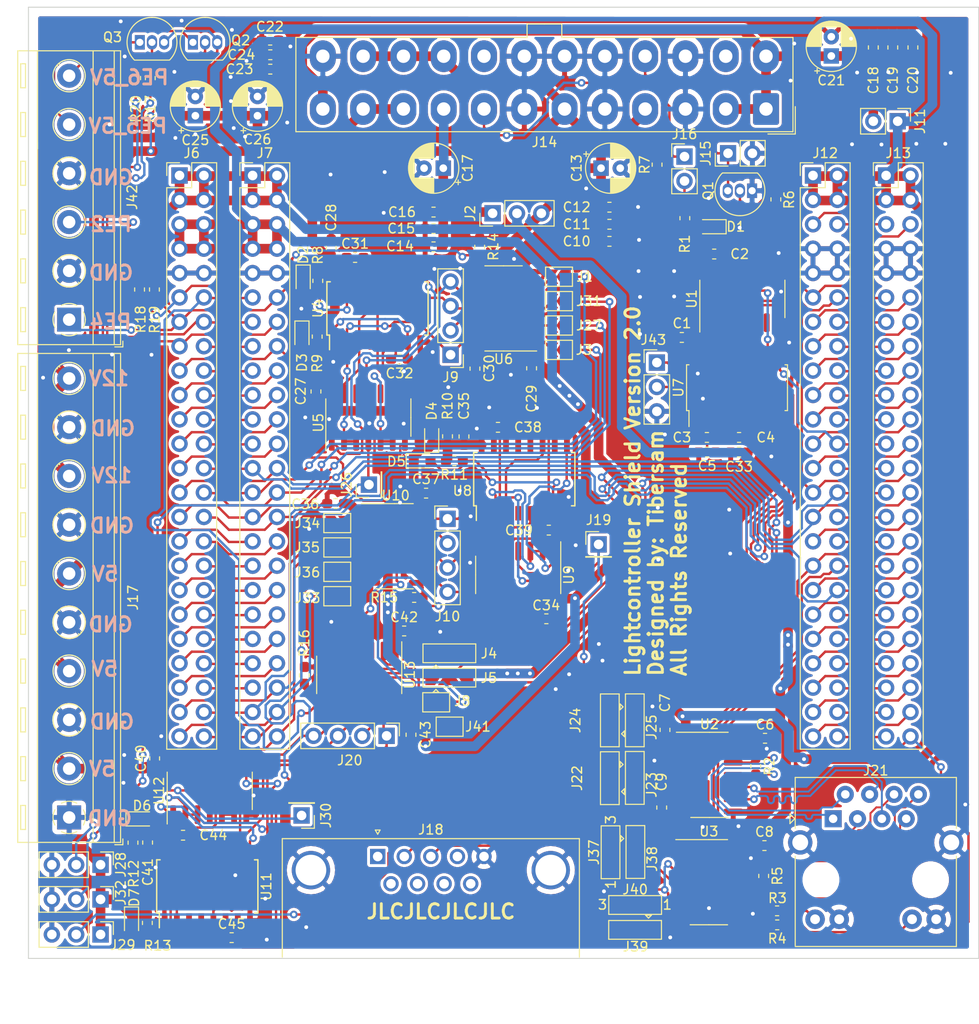
<source format=kicad_pcb>
(kicad_pcb (version 20171130) (host pcbnew 5.1.5+dfsg1-2build2)
  (layers (0 F.Cu signal) (31 B.Cu signal) (34 B.Paste user) (35 F.Paste user) (36 B.SilkS user) (37 F.SilkS user) (38 B.Mask user) (39 F.Mask user) (44 Edge.Cuts user))
  (net 0 "")
  (net 1 GNDREF)
  (net 2 "Net-(C3-Pad2)")
  (net 3 "Net-(C3-Pad1)")
  (net 4 "Net-(C4-Pad2)")
  (net 5 "Net-(C4-Pad1)")
  (net 6 "Net-(C5-Pad1)")
  (net 7 /5V_UART)
  (net 8 /3V3_MC)
  (net 9 "Net-(C31-Pad2)")
  (net 10 "Net-(C31-Pad1)")
  (net 11 "Net-(C32-Pad2)")
  (net 12 "Net-(C32-Pad1)")
  (net 13 "Net-(C33-Pad2)")
  (net 14 "Net-(C38-Pad2)")
  (net 15 "Net-(C38-Pad1)")
  (net 16 "Net-(C39-Pad2)")
  (net 17 "Net-(C39-Pad1)")
  (net 18 "Net-(C44-Pad2)")
  (net 19 "Net-(C44-Pad1)")
  (net 20 "Net-(C45-Pad2)")
  (net 21 "Net-(C45-Pad1)")
  (net 22 "Net-(D1-Pad2)")
  (net 23 /SPI1_MOSI)
  (net 24 /stm32f407_blackboard/PA7)
  (net 25 /SPI1_MISO)
  (net 26 /stm32f407_blackboard/PA6)
  (net 27 /SPI1_CLK)
  (net 28 /stm32f407_blackboard/PA5)
  (net 29 /SPI1_SS)
  (net 30 /stm32f407_blackboard/PA4)
  (net 31 /SPI2_MOSI)
  (net 32 /stm32f407_blackboard/PB15)
  (net 33 /SPI2_MISO)
  (net 34 /stm32f407_blackboard/PB14)
  (net 35 /SPI2_CLK)
  (net 36 /stm32f407_blackboard/PB13)
  (net 37 /SPI2_SS)
  (net 38 /stm32f407_blackboard/PB12)
  (net 39 /UART4_TX)
  (net 40 /stm32f407_blackboard/PC10)
  (net 41 /UART4_RX)
  (net 42 /stm32f407_blackboard/PC11)
  (net 43 /SPI3_MISO)
  (net 44 /UART3_RX)
  (net 45 /UART3_TX)
  (net 46 /stm32f407_blackboard/PE15)
  (net 47 /stm32f407_blackboard/PE14)
  (net 48 /stm32f407_blackboard/PE13)
  (net 49 /stm32f407_blackboard/PE12)
  (net 50 /stm32f407_blackboard/PE11)
  (net 51 /stm32f407_blackboard/PE10)
  (net 52 /stm32f407_blackboard/PE9)
  (net 53 /stm32f407_blackboard/PE8)
  (net 54 /stm32f407_blackboard/PE7)
  (net 55 /stm32f407_blackboard/PB1)
  (net 56 /stm32f407_blackboard/PB0)
  (net 57 /stm32f407_blackboard/PC5)
  (net 58 /stm32f407_blackboard/PC4)
  (net 59 /UART2_RX)
  (net 60 /UART2_TX)
  (net 61 /stm32f407_blackboard/PA1)
  (net 62 /stm32f407_blackboard/PA0,WK_UP)
  (net 63 /stm32f407_blackboard/VREF+)
  (net 64 /stm32f407_blackboard/VREF-)
  (net 65 /stm32f407_blackboard/PC3)
  (net 66 /stm32f407_blackboard/PC2)
  (net 67 /stm32f407_blackboard/PC1)
  (net 68 /stm32f407_blackboard/PC0)
  (net 69 /stm32f407_blackboard/PC13)
  (net 70 /PS_ON)
  (net 71 /En_Level_SPI)
  (net 72 /SPI3_MOSI)
  (net 73 /stm32f407_blackboard/PD7)
  (net 74 /stm32f407_blackboard/PD13)
  (net 75 /stm32f407_blackboard/PD5)
  (net 76 /stm32f407_blackboard/PD4)
  (net 77 /stm32f407_blackboard/PD14)
  (net 78 /stm32f407_blackboard/PD15)
  (net 79 /stm32f407_blackboard/PD0)
  (net 80 /stm32f407_blackboard/PD1)
  (net 81 /stm32f407_blackboard/PD8)
  (net 82 /stm32f407_blackboard/PD9)
  (net 83 /stm32f407_blackboard/PD10)
  (net 84 /stm32f407_blackboard/PD11)
  (net 85 /stm32f407_blackboard/PD12)
  (net 86 /UART6_TX)
  (net 87 /UART6_RX)
  (net 88 /stm32f407_blackboard/PC8)
  (net 89 /stm32f407_blackboard/PC9)
  (net 90 /stm32f407_blackboard/PA8)
  (net 91 /stm32f407_blackboard/PA11_USB_DM)
  (net 92 /stm32f407_blackboard/PA12USB_DP)
  (net 93 /stm32f407_blackboard/PA15_TD1SWD)
  (net 94 /UART5_TX)
  (net 95 /UART5_RX)
  (net 96 /stm32f407_blackboard/PD3)
  (net 97 /stm32f407_blackboard/PD6)
  (net 98 /stm32f407_blackboard/PB3_TD0_SWD)
  (net 99 /stm32f407_blackboard/PB5)
  (net 100 /stm32f407_blackboard/PB6)
  (net 101 /stm32f407_blackboard/PB7)
  (net 102 /stm32f407_blackboard/PB8)
  (net 103 /stm32f407_blackboard/PB9)
  (net 104 /stm32f407_blackboard/BOOT1)
  (net 105 /stm32f407_blackboard/Boot0)
  (net 106 "Net-(J14-Pad20)")
  (net 107 /ATX_Power/PS_ON)
  (net 108 "Net-(J14-Pad14)")
  (net 109 /PWR_OK)
  (net 110 "Net-(J16-Pad2)")
  (net 111 /sheet5EBD8EE4/SK2812_sig)
  (net 112 /sheet5EBD8EE4/CS0_5V)
  (net 113 /sheet5EBD8EE4/MOSI5V)
  (net 114 /sheet5EBD8EE4/CLK5V)
  (net 115 "Net-(J21-Pad10)")
  (net 116 "Net-(J21-Pad12)")
  (net 117 "/UART Connections/uartb_tx-")
  (net 118 "/UART Connections/uartb_tx+")
  (net 119 "/UART Connections/uartb_rx-")
  (net 120 "/UART Connections/UARTB_TX_EN_JMP")
  (net 121 "/UART Connections/UARTB_RX_EN_JMP")
  (net 122 "/UART Connections/UARTA_RX_EN_JMP")
  (net 123 "/UART Connections/UARTA_TX_EN_JMP")
  (net 124 /SPI_WS2812_DRIVERS/SK2812_sig)
  (net 125 /SPI_WS2812_DRIVERS/CS0_5V)
  (net 126 /SPI_WS2812_DRIVERS/MOSI5V)
  (net 127 /SPI_WS2812_DRIVERS/CLK5V)
  (net 128 /sheet5EBDAB70/SK2812_sig)
  (net 129 /sheet5EBDAB70/CS0_5V)
  (net 130 /sheet5EBDAB70/MOSI5V)
  (net 131 /sheet5EBDAB70/CLK5V)
  (net 132 "Net-(Q1-Pad2)")
  (net 133 "Net-(U1-Pad11)")
  (net 134 /UART_RS232/UARTB_RS232_TX)
  (net 135 "Net-(U1-Pad9)")
  (net 136 "Net-(U1-Pad8)")
  (net 137 "Net-(U1-Pad6)")
  (net 138 "Net-(U1-Pad5)")
  (net 139 /UART_RS232/UARTA_RS232_TX)
  (net 140 "Net-(U1-Pad2)")
  (net 141 "Net-(U2-Pad13)")
  (net 142 "Net-(U2-Pad7)")
  (net 143 "Net-(U3-Pad13)")
  (net 144 "Net-(U3-Pad7)")
  (net 145 /UART1_TX)
  (net 146 /UART1_RX)
  (net 147 /SPI_WS2812_DRIVERS/Zero)
  (net 148 "Net-(U4-Pad12)")
  (net 149 /SPI_WS2812_DRIVERS/CLR)
  (net 150 "Net-(U4-Pad4)")
  (net 151 "Net-(U6-Pad9)")
  (net 152 "Net-(U6-Pad6)")
  (net 153 "Net-(J18-Pad2)")
  (net 154 "Net-(J18-Pad3)")
  (net 155 /sheet5EBD8EE4/Zero)
  (net 156 "Net-(U8-Pad12)")
  (net 157 /sheet5EBD8EE4/CLR)
  (net 158 "Net-(U8-Pad4)")
  (net 159 "Net-(U10-Pad9)")
  (net 160 "Net-(U10-Pad6)")
  (net 161 /sheet5EBDAB70/Zero)
  (net 162 "Net-(U11-Pad12)")
  (net 163 /sheet5EBDAB70/CLR)
  (net 164 "Net-(U11-Pad4)")
  (net 165 "Net-(U13-Pad9)")
  (net 166 "Net-(U13-Pad6)")
  (net 167 /SPI3_SS)
  (net 168 /SPI3_CLK)
  (net 169 "/UART Connections/uartb_rx+")
  (net 170 /ATX_Power/PWR_OK_INT)
  (net 171 "Net-(J9-Pad2)")
  (net 172 "Net-(J10-Pad2)")
  (net 173 "Net-(J20-Pad2)")
  (net 174 /SPI_WS2812_DRIVERS/ONE)
  (net 175 /sheet5EBD8EE4/ONE)
  (net 176 /sheet5EBDAB70/ONE)
  (net 177 "Net-(U5-Pad10)")
  (net 178 "Net-(U9-Pad10)")
  (net 179 "Net-(U12-Pad10)")
  (net 180 "/UART Connections/UARTB_RX_Voltage")
  (net 181 "/UART Connections/UARTB_RX_EN")
  (net 182 "/UART Connections/UARTB_TX_Voltage")
  (net 183 "/UART Connections/UARTB_TX_EN")
  (net 184 "/UART Connections/UARTA_RX_Voltage")
  (net 185 "/UART Connections/UARTA_RX_EN")
  (net 186 "/UART Connections/UARTA_TX_Voltage")
  (net 187 "/UART Connections/UARTA_TX_EN")
  (net 188 "/UART Connections/UARTA_TX_N")
  (net 189 "/UART Connections/UARTA_TX_P")
  (net 190 "/UART Connections/UARTA_RX_N")
  (net 191 "/UART Connections/UARTA_RX_P")
  (net 192 "Net-(J18-Pad9)")
  (net 193 "Net-(J18-Pad8)")
  (net 194 "Net-(J18-Pad7)")
  (net 195 "Net-(J18-Pad6)")
  (net 196 "Net-(J18-Pad4)")
  (net 197 "Net-(J18-Pad1)")
  (net 198 +5VD)
  (net 199 +5VL)
  (net 200 +3V3)
  (net 201 +12V)
  (net 202 /PE6)
  (net 203 /PE5)
  (net 204 /PE4)
  (net 205 /PE2)
  (net 206 "Net-(J42-Pad6)")
  (net 207 "Net-(J42-Pad5)")
  (net 208 "Net-(Q2-Pad2)")
  (net 209 "Net-(Q3-Pad2)")
  (net 210 /UART_RS232/USARTARX)
  (net 211 /UART_RS232/USARTATX)
  (net 212 "Net-(U4-Pad9)")
  (net 213 "Net-(U8-Pad9)")
  (net 214 "Net-(U11-Pad9)")
  (module Jumper:SolderJumper-3_P2.0mm_Open_TrianglePad1.0x1.5mm (layer F.Cu) (at 75.946 100.679 270)
    (fp_text reference J38 (at 0.725 -1.775 90) (layer F.SilkS))
    (fp_text value Conn_01x03)
    (pad 3 smd custom (at 2 0 90) (size 0.3 0.3) (layers F.Cu F.Mask) (net 184 "/UART Connections/UARTA_RX_Voltage") (options (clearance outline) (anchor rect)) (primitives (gr_poly (pts (xy -0.5 -0.75) (xy 0.5 -0.75) (xy 1 0) (xy 0.5 0.75) (xy -0.5 0.75)) (width 0))))
    (pad 2 smd custom (at 0 0 270) (size 0.3 0.3) (layers F.Cu) (net 122 "/UART Connections/UARTA_RX_EN_JMP") (options (clearance outline) (anchor rect)) (primitives (gr_poly (pts (xy -1.2 -0.75) (xy 1.2 -0.75) (xy 0.7 0) (xy 1.2 0.75) (xy -1.2 0.75) (xy -0.7 0)) (width 0))))
    (pad 1 smd custom (at -2 0 270) (size 0.3 0.3) (layers F.Cu F.Mask) (net 185 "/UART Connections/UARTA_RX_EN") (options (clearance outline) (anchor rect)) (primitives (gr_poly (pts (xy -0.5 -0.75) (xy 0.5 -0.75) (xy 1 0) (xy 0.5 0.75) (xy -0.5 0.75)) (width 0))))
  )
  (module Jumper:SolderJumper-3_P2.0mm_Open_TrianglePad1.0x1.5mm (layer F.Cu) (at 75.8825 86.9635 270)
    (fp_text reference J25 (at 0.725 -1.775 90) (layer F.SilkS))
    (fp_text value Conn_01x03)
    (pad 3 smd custom (at 2 0 90) (size 0.3 0.3) (layers F.Cu F.Mask) (net 182 "/UART Connections/UARTB_TX_Voltage") (options (clearance outline) (anchor rect)) (primitives (gr_poly (pts (xy -0.5 -0.75) (xy 0.5 -0.75) (xy 1 0) (xy 0.5 0.75) (xy -0.5 0.75)) (width 0))))
    (pad 2 smd custom (at 0 0 270) (size 0.3 0.3) (layers F.Cu) (net 120 "/UART Connections/UARTB_TX_EN_JMP") (options (clearance outline) (anchor rect)) (primitives (gr_poly (pts (xy -1.2 -0.75) (xy 1.2 -0.75) (xy 0.7 0) (xy 1.2 0.75) (xy -1.2 0.75) (xy -0.7 0)) (width 0))))
    (pad 1 smd custom (at -2 0 270) (size 0.3 0.3) (layers F.Cu F.Mask) (net 183 "/UART Connections/UARTB_TX_EN") (options (clearance outline) (anchor rect)) (primitives (gr_poly (pts (xy -0.5 -0.75) (xy 0.5 -0.75) (xy 1 0) (xy 0.5 0.75) (xy -0.5 0.75)) (width 0))))
  )
  (module Jumper:SolderJumper-3_P2.0mm_Open_TrianglePad1.0x1.5mm (layer F.Cu) (at 75.8825 92.964 270)
    (fp_text reference J23 (at 0.725 -1.775 90) (layer F.SilkS))
    (fp_text value Conn_01x03)
    (pad 3 smd custom (at 2 0 90) (size 0.3 0.3) (layers F.Cu F.Mask) (net 180 "/UART Connections/UARTB_RX_Voltage") (options (clearance outline) (anchor rect)) (primitives (gr_poly (pts (xy -0.5 -0.75) (xy 0.5 -0.75) (xy 1 0) (xy 0.5 0.75) (xy -0.5 0.75)) (width 0))))
    (pad 2 smd custom (at 0 0 270) (size 0.3 0.3) (layers F.Cu) (net 121 "/UART Connections/UARTB_RX_EN_JMP") (options (clearance outline) (anchor rect)) (primitives (gr_poly (pts (xy -1.2 -0.75) (xy 1.2 -0.75) (xy 0.7 0) (xy 1.2 0.75) (xy -1.2 0.75) (xy -0.7 0)) (width 0))))
    (pad 1 smd custom (at -2 0 270) (size 0.3 0.3) (layers F.Cu F.Mask) (net 181 "/UART Connections/UARTB_RX_EN") (options (clearance outline) (anchor rect)) (primitives (gr_poly (pts (xy -0.5 -0.75) (xy 0.5 -0.75) (xy 1 0) (xy 0.5 0.75) (xy -0.5 0.75)) (width 0))))
  )
  (module Connector_PinHeader_2.54mm:PinHeader_1x02_P2.54mm_Vertical (layer F.Cu) (at 81.0895 28.2575)
    (fp_text reference J16 (at 0 -2.33) (layer F.SilkS))
    (fp_text value PWR_JMP)
    (pad 2 thru_hole oval (at 0 2.54) (size 1.7 1.7) (drill 1) (layers *.Cu *.Mask) (net 110 "Net-(J16-Pad2)"))
    (pad 1 thru_hole rect (at 0 0) (size 1.7 1.7) (drill 1) (layers *.Cu *.Mask) (net 170 /ATX_Power/PWR_OK_INT))
  )
  (module Connector_PinHeader_2.54mm:PinHeader_1x02_P2.54mm_Vertical (layer F.Cu) (at 85.63 27.9146 90)
    (fp_text reference J15 (at 0 -2.33 90) (layer F.SilkS))
    (fp_text value PWR_JMP)
    (pad 2 thru_hole oval (at 0 2.54 90) (size 1.7 1.7) (drill 1) (layers *.Cu *.Mask) (net 1 GNDREF))
    (pad 1 thru_hole rect (at 0 0 90) (size 1.7 1.7) (drill 1) (layers *.Cu *.Mask) (net 107 /ATX_Power/PS_ON))
  )
  (module Connector_PinHeader_2.54mm:PinHeader_1x03_P2.54mm_Vertical (layer F.Cu) (at 78.2066 49.7078)
    (fp_text reference J43 (at -0.3556 -2.3622) (layer F.SilkS))
    (fp_text value Conn_01x03)
    (pad 3 thru_hole oval (at 0 5.08) (size 1.7 1.7) (drill 1) (layers *.Cu *.Mask) (net 1 GNDREF))
    (pad 2 thru_hole oval (at 0 2.54) (size 1.7 1.7) (drill 1) (layers *.Cu *.Mask) (net 210 /UART_RS232/USARTARX))
    (pad 1 thru_hole rect (at 0 0) (size 1.7 1.7) (drill 1) (layers *.Cu *.Mask) (net 211 /UART_RS232/USARTATX))
  )
  (module Resistor_SMD:R_0603_1608Metric_Pad1.05x0.95mm_HandSolder (layer F.Cu) (at 23.876 20.08 270)
    (fp_text reference R20 (at 3.2118 -0.0254 90) (layer F.SilkS))
    (fp_text value 1K)
    (pad 2 smd roundrect (at 0.875 0 270) (size 1.05 0.95) (layers F.Cu F.Paste F.Mask) (net 202 /PE6))
    (pad 1 smd roundrect (at -0.875 0 270) (size 1.05 0.95) (layers F.Cu F.Paste F.Mask) (net 209 "Net-(Q3-Pad2)"))
  )
  (module Resistor_SMD:R_0603_1608Metric_Pad1.05x0.95mm_HandSolder (layer F.Cu) (at 24.2824 42.1018 270)
    (fp_text reference R19 (at 3.1356 -1.5748 90) (layer F.SilkS))
    (fp_text value 100K)
    (pad 2 smd roundrect (at 0.875 0 270) (size 1.05 0.95) (layers F.Cu F.Paste F.Mask) (net 205 /PE2))
    (pad 1 smd roundrect (at -0.875 0 270) (size 1.05 0.95) (layers F.Cu F.Paste F.Mask) (net 7 /5V_UART))
  )
  (module Resistor_SMD:R_0603_1608Metric_Pad1.05x0.95mm_HandSolder (layer F.Cu) (at 25.8318 42.0992 90)
    (fp_text reference R18 (at -3.1128 -1.4478 90) (layer F.SilkS))
    (fp_text value 100K)
    (pad 2 smd roundrect (at 0.875 0 90) (size 1.05 0.95) (layers F.Cu F.Paste F.Mask) (net 7 /5V_UART))
    (pad 1 smd roundrect (at -0.875 0 90) (size 1.05 0.95) (layers F.Cu F.Paste F.Mask) (net 204 /PE4))
  )
  (module Resistor_SMD:R_0603_1608Metric_Pad1.05x0.95mm_HandSolder (layer F.Cu) (at 25.4 20.08 270)
    (fp_text reference R17 (at 3.2118 -0.0254 90) (layer F.SilkS))
    (fp_text value 1K)
    (pad 2 smd roundrect (at 0.875 0 270) (size 1.05 0.95) (layers F.Cu F.Paste F.Mask) (net 203 /PE5))
    (pad 1 smd roundrect (at -0.875 0 270) (size 1.05 0.95) (layers F.Cu F.Paste F.Mask) (net 208 "Net-(Q2-Pad2)"))
  )
  (module Package_TO_SOT_THT:TO-92_Inline (layer F.Cu) (at 24.3078 16.3576)
    (fp_text reference Q3 (at -2.8448 -0.5334) (layer F.SilkS))
    (fp_text value 2N2222A)
    (pad 1 thru_hole rect (at 0 0) (size 1.05 1.5) (drill 0.75) (layers *.Cu *.Mask) (net 206 "Net-(J42-Pad6)"))
    (pad 3 thru_hole oval (at 2.54 0) (size 1.05 1.5) (drill 0.75) (layers *.Cu *.Mask) (net 198 +5VD))
    (pad 2 thru_hole oval (at 1.27 0) (size 1.05 1.5) (drill 0.75) (layers *.Cu *.Mask) (net 209 "Net-(Q3-Pad2)"))
  )
  (module Package_TO_SOT_THT:TO-92_Inline (layer F.Cu) (at 29.845 16.3576)
    (fp_text reference Q2 (at 4.9784 -0.2032) (layer F.SilkS))
    (fp_text value 2N2222A)
    (pad 1 thru_hole rect (at 0 0) (size 1.05 1.5) (drill 0.75) (layers *.Cu *.Mask) (net 207 "Net-(J42-Pad5)"))
    (pad 3 thru_hole oval (at 2.54 0) (size 1.05 1.5) (drill 0.75) (layers *.Cu *.Mask) (net 198 +5VD))
    (pad 2 thru_hole oval (at 1.27 0) (size 1.05 1.5) (drill 0.75) (layers *.Cu *.Mask) (net 208 "Net-(Q2-Pad2)"))
  )
  (module TerminalBlock_RND:TerminalBlock_RND_205-00291_1x06_P5.08mm_Horizontal (layer F.Cu) (at 16.9418 45.2374 90)
    (fp_text reference J42 (at 12.7508 6.5786 90) (layer F.SilkS))
    (fp_text value Buttonconnector)
    (pad 6 thru_hole circle (at 25.4 0 90) (size 2.5 2.5) (drill 1.3) (layers *.Cu *.Mask) (net 206 "Net-(J42-Pad6)"))
    (pad 5 thru_hole circle (at 20.32 0 90) (size 2.5 2.5) (drill 1.3) (layers *.Cu *.Mask) (net 207 "Net-(J42-Pad5)"))
    (pad 4 thru_hole circle (at 15.24 0 90) (size 2.5 2.5) (drill 1.3) (layers *.Cu *.Mask) (net 1 GNDREF))
    (pad 3 thru_hole circle (at 10.16 0 90) (size 2.5 2.5) (drill 1.3) (layers *.Cu *.Mask) (net 205 /PE2))
    (pad 2 thru_hole circle (at 5.08 0 90) (size 2.5 2.5) (drill 1.3) (layers *.Cu *.Mask) (net 1 GNDREF))
    (pad 1 thru_hole rect (at 0 0 90) (size 2.5 2.5) (drill 1.3) (layers *.Cu *.Mask) (net 204 /PE4))
  )
  (module TerminalBlock_RND:TerminalBlock_RND_205-00295_1x10_P5.08mm_Horizontal (layer F.Cu) (at 16.9418 97.0788 90)
    (fp_text reference J17 (at 22.8854 6.6548 90) (layer F.SilkS))
    (fp_text value "Power Connector")
    (pad 10 thru_hole circle (at 45.72 0 90) (size 2.5 2.5) (drill 1.3) (layers *.Cu *.Mask) (net 201 +12V))
    (pad 9 thru_hole circle (at 40.64 0 90) (size 2.5 2.5) (drill 1.3) (layers *.Cu *.Mask) (net 1 GNDREF))
    (pad 8 thru_hole circle (at 35.56 0 90) (size 2.5 2.5) (drill 1.3) (layers *.Cu *.Mask) (net 201 +12V))
    (pad 7 thru_hole circle (at 30.48 0 90) (size 2.5 2.5) (drill 1.3) (layers *.Cu *.Mask) (net 1 GNDREF))
    (pad 6 thru_hole circle (at 25.4 0 90) (size 2.5 2.5) (drill 1.3) (layers *.Cu *.Mask) (net 198 +5VD))
    (pad 5 thru_hole circle (at 20.32 0 90) (size 2.5 2.5) (drill 1.3) (layers *.Cu *.Mask) (net 1 GNDREF))
    (pad 4 thru_hole circle (at 15.24 0 90) (size 2.5 2.5) (drill 1.3) (layers *.Cu *.Mask) (net 198 +5VD))
    (pad 3 thru_hole circle (at 10.16 0 90) (size 2.5 2.5) (drill 1.3) (layers *.Cu *.Mask) (net 1 GNDREF))
    (pad 2 thru_hole circle (at 5.08 0 90) (size 2.5 2.5) (drill 1.3) (layers *.Cu *.Mask) (net 198 +5VD))
    (pad 1 thru_hole rect (at 0 0 90) (size 2.5 2.5) (drill 1.3) (layers *.Cu *.Mask) (net 1 GNDREF))
  )
  (module Jumper:SolderJumper-3_P2.0mm_Open_TrianglePad1.0x1.5mm (layer F.Cu) (at 75.9394 108.7628 180)
    (fp_text reference J39 (at -0.0574 -1.778) (layer F.SilkS))
    (fp_text value Conn_01x03)
    (pad 3 smd custom (at 2 0) (size 0.3 0.3) (layers F.Cu F.Mask) (net 8 /3V3_MC) (options (clearance outline) (anchor rect)) (primitives (gr_poly (pts (xy -0.5 -0.75) (xy 0.5 -0.75) (xy 1 0) (xy 0.5 0.75) (xy -0.5 0.75)) (width 0))))
    (pad 2 smd custom (at 0 0 180) (size 0.3 0.3) (layers F.Cu) (net 186 "/UART Connections/UARTA_TX_Voltage") (options (clearance outline) (anchor rect)) (primitives (gr_poly (pts (xy -1.2 -0.75) (xy 1.2 -0.75) (xy 0.7 0) (xy 1.2 0.75) (xy -1.2 0.75) (xy -0.7 0)) (width 0))))
    (pad 1 smd custom (at -2 0 180) (size 0.3 0.3) (layers F.Cu F.Mask) (net 1 GNDREF) (options (clearance outline) (anchor rect)) (primitives (gr_poly (pts (xy -0.5 -0.75) (xy 0.5 -0.75) (xy 1 0) (xy 0.5 0.75) (xy -0.5 0.75)) (width 0))))
  )
  (module Jumper:SolderJumper-3_P2.0mm_Open_TrianglePad1.0x1.5mm_NumberLabels (layer F.Cu) (at 73.406 100.7044 90)
    (fp_text reference J37 (at -0.0066 -1.7526 90) (layer F.SilkS))
    (fp_text value Conn_01x03)
    (fp_text user 1 (at -3.35 0 90) (layer F.SilkS))
    (fp_text user 3 (at 3.4 0 90) (layer F.SilkS))
    (pad 3 smd custom (at 2 0 270) (size 0.3 0.3) (layers F.Cu F.Mask) (net 8 /3V3_MC) (options (clearance outline) (anchor rect)) (primitives (gr_poly (pts (xy -0.5 -0.75) (xy 0.5 -0.75) (xy 1 0) (xy 0.5 0.75) (xy -0.5 0.75)) (width 0))))
    (pad 2 smd custom (at 0 0 90) (size 0.3 0.3) (layers F.Cu) (net 184 "/UART Connections/UARTA_RX_Voltage") (options (clearance outline) (anchor rect)) (primitives (gr_poly (pts (xy -1.2 -0.75) (xy 1.2 -0.75) (xy 0.7 0) (xy 1.2 0.75) (xy -1.2 0.75) (xy -0.7 0)) (width 0))))
    (pad 1 smd custom (at -2 0 90) (size 0.3 0.3) (layers F.Cu F.Mask) (net 1 GNDREF) (options (clearance outline) (anchor rect)) (primitives (gr_poly (pts (xy -0.5 -0.75) (xy 0.5 -0.75) (xy 1 0) (xy 0.5 0.75) (xy -0.5 0.75)) (width 0))))
  )
  (module Jumper:SolderJumper-3_P2.0mm_Open_TrianglePad1.0x1.5mm (layer F.Cu) (at 73.3298 86.9696 90)
    (fp_text reference J24 (at 0 -3.6068 90) (layer F.SilkS))
    (fp_text value Conn_01x03)
    (pad 3 smd custom (at 2 0 270) (size 0.3 0.3) (layers F.Cu F.Mask) (net 8 /3V3_MC) (options (clearance outline) (anchor rect)) (primitives (gr_poly (pts (xy -0.5 -0.75) (xy 0.5 -0.75) (xy 1 0) (xy 0.5 0.75) (xy -0.5 0.75)) (width 0))))
    (pad 2 smd custom (at 0 0 90) (size 0.3 0.3) (layers F.Cu) (net 182 "/UART Connections/UARTB_TX_Voltage") (options (clearance outline) (anchor rect)) (primitives (gr_poly (pts (xy -1.2 -0.75) (xy 1.2 -0.75) (xy 0.7 0) (xy 1.2 0.75) (xy -1.2 0.75) (xy -0.7 0)) (width 0))))
    (pad 1 smd custom (at -2 0 90) (size 0.3 0.3) (layers F.Cu F.Mask) (net 1 GNDREF) (options (clearance outline) (anchor rect)) (primitives (gr_poly (pts (xy -0.5 -0.75) (xy 0.5 -0.75) (xy 1 0) (xy 0.5 0.75) (xy -0.5 0.75)) (width 0))))
  )
  (module Jumper:SolderJumper-3_P2.0mm_Open_TrianglePad1.0x1.5mm (layer F.Cu) (at 73.3298 92.9894 90)
    (fp_text reference J22 (at 0 -3.429 90) (layer F.SilkS))
    (fp_text value Conn_01x03)
    (pad 3 smd custom (at 2 0 270) (size 0.3 0.3) (layers F.Cu F.Mask) (net 8 /3V3_MC) (options (clearance outline) (anchor rect)) (primitives (gr_poly (pts (xy -0.5 -0.75) (xy 0.5 -0.75) (xy 1 0) (xy 0.5 0.75) (xy -0.5 0.75)) (width 0))))
    (pad 2 smd custom (at 0 0 90) (size 0.3 0.3) (layers F.Cu) (net 180 "/UART Connections/UARTB_RX_Voltage") (options (clearance outline) (anchor rect)) (primitives (gr_poly (pts (xy -1.2 -0.75) (xy 1.2 -0.75) (xy 0.7 0) (xy 1.2 0.75) (xy -1.2 0.75) (xy -0.7 0)) (width 0))))
    (pad 1 smd custom (at -2 0 90) (size 0.3 0.3) (layers F.Cu F.Mask) (net 1 GNDREF) (options (clearance outline) (anchor rect)) (primitives (gr_poly (pts (xy -0.5 -0.75) (xy 0.5 -0.75) (xy 1 0) (xy 0.5 0.75) (xy -0.5 0.75)) (width 0))))
  )
  (module Package_SO:SOIC-14_3.9x8.7mm_P1.27mm (layer F.Cu) (at 31.5976 94.3102 90)
    (fp_text reference U12 (at 0 -5.28 90) (layer F.SilkS))
    (fp_text value 7402)
    (pad 14 smd roundrect (at 2.475 -3.81 90) (size 1.95 0.6) (layers F.Cu F.Paste F.Mask) (net 198 +5VD))
    (pad 13 smd roundrect (at 2.475 -2.54 90) (size 1.95 0.6) (layers F.Cu F.Paste F.Mask) (net 163 /sheet5EBDAB70/CLR))
    (pad 12 smd roundrect (at 2.475 -1.27 90) (size 1.95 0.6) (layers F.Cu F.Paste F.Mask) (net 129 /sheet5EBDAB70/CS0_5V))
    (pad 11 smd roundrect (at 2.475 0 90) (size 1.95 0.6) (layers F.Cu F.Paste F.Mask) (net 129 /sheet5EBDAB70/CS0_5V))
    (pad 10 smd roundrect (at 2.475 1.27 90) (size 1.95 0.6) (layers F.Cu F.Paste F.Mask) (net 179 "Net-(U12-Pad10)"))
    (pad 9 smd roundrect (at 2.475 2.54 90) (size 1.95 0.6) (layers F.Cu F.Paste F.Mask) (net 161 /sheet5EBDAB70/Zero))
    (pad 8 smd roundrect (at 2.475 3.81 90) (size 1.95 0.6) (layers F.Cu F.Paste F.Mask) (net 176 /sheet5EBDAB70/ONE))
    (pad 7 smd roundrect (at -2.475 3.81 90) (size 1.95 0.6) (layers F.Cu F.Paste F.Mask) (net 1 GNDREF))
    (pad 6 smd roundrect (at -2.475 2.54 90) (size 1.95 0.6) (layers F.Cu F.Paste F.Mask) (net 179 "Net-(U12-Pad10)"))
    (pad 5 smd roundrect (at -2.475 1.27 90) (size 1.95 0.6) (layers F.Cu F.Paste F.Mask) (net 179 "Net-(U12-Pad10)"))
    (pad 4 smd roundrect (at -2.475 0 90) (size 1.95 0.6) (layers F.Cu F.Paste F.Mask) (net 128 /sheet5EBDAB70/SK2812_sig))
    (pad 3 smd roundrect (at -2.475 -1.27 90) (size 1.95 0.6) (layers F.Cu F.Paste F.Mask) (net 131 /sheet5EBDAB70/CLK5V))
    (pad 2 smd roundrect (at -2.475 -2.54 90) (size 1.95 0.6) (layers F.Cu F.Paste F.Mask) (net 131 /sheet5EBDAB70/CLK5V))
    (pad 1 smd roundrect (at -2.475 -3.81 90) (size 1.95 0.6) (layers F.Cu F.Paste F.Mask) (net 214 "Net-(U11-Pad9)"))
  )
  (module Connector_Dsub:DSUB-9_Male_Horizontal_P2.77x2.84mm_EdgePinOffset7.70mm_Housed_MountingHolesOffset9.12mm (layer F.Cu) (at 49.1074 101.1476)
    (fp_text reference J18 (at 5.54 -2.8) (layer F.SilkS))
    (fp_text value DB9_Female_MountingHoles)
    (pad 0 thru_hole circle (at 18.04 1.42) (size 4 4) (drill 3.2) (layers *.Cu *.Mask) (net 1 GNDREF))
    (pad 0 thru_hole circle (at -6.96 1.42) (size 4 4) (drill 3.2) (layers *.Cu *.Mask) (net 1 GNDREF))
    (pad 9 thru_hole circle (at 9.695 2.84) (size 1.6 1.6) (drill 1) (layers *.Cu *.Mask) (net 192 "Net-(J18-Pad9)"))
    (pad 8 thru_hole circle (at 6.925 2.84) (size 1.6 1.6) (drill 1) (layers *.Cu *.Mask) (net 193 "Net-(J18-Pad8)"))
    (pad 7 thru_hole circle (at 4.155 2.84) (size 1.6 1.6) (drill 1) (layers *.Cu *.Mask) (net 194 "Net-(J18-Pad7)"))
    (pad 6 thru_hole circle (at 1.385 2.84) (size 1.6 1.6) (drill 1) (layers *.Cu *.Mask) (net 195 "Net-(J18-Pad6)"))
    (pad 5 thru_hole circle (at 11.08 0) (size 1.6 1.6) (drill 1) (layers *.Cu *.Mask) (net 1 GNDREF))
    (pad 4 thru_hole circle (at 8.31 0) (size 1.6 1.6) (drill 1) (layers *.Cu *.Mask) (net 196 "Net-(J18-Pad4)"))
    (pad 3 thru_hole circle (at 5.54 0) (size 1.6 1.6) (drill 1) (layers *.Cu *.Mask) (net 154 "Net-(J18-Pad3)"))
    (pad 2 thru_hole circle (at 2.77 0) (size 1.6 1.6) (drill 1) (layers *.Cu *.Mask) (net 153 "Net-(J18-Pad2)"))
    (pad 1 thru_hole rect (at 0 0) (size 1.6 1.6) (drill 1) (layers *.Cu *.Mask) (net 197 "Net-(J18-Pad1)"))
  )
  (module Connector_RJ:RJ45_BEL_SS74301-00x_Vertical (layer F.Cu) (at 96.5835 97.2185)
    (fp_text reference J21 (at 4.445 -5.0165) (layer F.SilkS))
    (fp_text value RJ45_LED_Shielded)
    (pad "" np_thru_hole circle (at 10.16 6.35) (size 3.2512 3.2512) (drill 3.2512) (layers *.Cu *.Mask))
    (pad "" np_thru_hole circle (at -1.27 6.35) (size 3.2512 3.2512) (drill 3.2512) (layers *.Cu *.Mask))
    (pad SH thru_hole circle (at 12.319 2.4638) (size 2.54 2.54) (drill 1.651) (layers *.Cu *.Mask) (net 1 GNDREF))
    (pad SH thru_hole circle (at -3.429 2.4638) (size 2.54 2.54) (drill 1.651) (layers *.Cu *.Mask) (net 1 GNDREF))
    (pad 10 thru_hole circle (at 8.2296 10.4648) (size 2.032 2.032) (drill 1.016) (layers *.Cu *.Mask) (net 115 "Net-(J21-Pad10)"))
    (pad 9 thru_hole circle (at 10.7442 10.4648) (size 2.032 2.032) (drill 1.016) (layers *.Cu *.Mask) (net 1 GNDREF))
    (pad 11 thru_hole circle (at 0.635 10.4648) (size 2.032 2.032) (drill 1.016) (layers *.Cu *.Mask) (net 1 GNDREF))
    (pad 12 thru_hole circle (at -1.8796 10.4648) (size 2.032 2.032) (drill 1.016) (layers *.Cu *.Mask) (net 116 "Net-(J21-Pad12)"))
    (pad 8 thru_hole circle (at 8.89 -2.54) (size 1.778 1.778) (drill 0.889) (layers *.Cu *.Mask) (net 188 "/UART Connections/UARTA_TX_N"))
    (pad 7 thru_hole circle (at 7.62 0) (size 1.778 1.778) (drill 0.889) (layers *.Cu *.Mask) (net 189 "/UART Connections/UARTA_TX_P"))
    (pad 6 thru_hole circle (at 6.35 -2.54) (size 1.778 1.778) (drill 0.889) (layers *.Cu *.Mask) (net 190 "/UART Connections/UARTA_RX_N"))
    (pad 5 thru_hole circle (at 5.08 0) (size 1.778 1.778) (drill 0.889) (layers *.Cu *.Mask) (net 117 "/UART Connections/uartb_tx-"))
    (pad 4 thru_hole circle (at 3.81 -2.54) (size 1.778 1.778) (drill 0.889) (layers *.Cu *.Mask) (net 118 "/UART Connections/uartb_tx+"))
    (pad 3 thru_hole circle (at 2.54 0) (size 1.778 1.778) (drill 0.889) (layers *.Cu *.Mask) (net 191 "/UART Connections/UARTA_RX_P"))
    (pad 2 thru_hole circle (at 1.27 -2.54) (size 1.778 1.778) (drill 0.889) (layers *.Cu *.Mask) (net 119 "/UART Connections/uartb_rx-"))
    (pad 1 thru_hole rect (at 0 0) (size 1.778 1.778) (drill 0.889) (layers *.Cu *.Mask) (net 169 "/UART Connections/uartb_rx+"))
  )
  (module Package_SO:SOIC-14_3.9x8.7mm_P1.27mm (layer F.Cu) (at 83.6295 103.8225)
    (fp_text reference U3 (at 0 -5.28) (layer F.SilkS))
    (fp_text value MAX13433EESD)
    (pad 14 smd roundrect (at 2.475 -3.81) (size 1.95 0.6) (layers F.Cu F.Paste F.Mask) (net 7 /5V_UART))
    (pad 13 smd roundrect (at 2.475 -2.54) (size 1.95 0.6) (layers F.Cu F.Paste F.Mask) (net 143 "Net-(U3-Pad13)"))
    (pad 12 smd roundrect (at 2.475 -1.27) (size 1.95 0.6) (layers F.Cu F.Paste F.Mask) (net 191 "/UART Connections/UARTA_RX_P"))
    (pad 11 smd roundrect (at 2.475 0) (size 1.95 0.6) (layers F.Cu F.Paste F.Mask) (net 190 "/UART Connections/UARTA_RX_N"))
    (pad 10 smd roundrect (at 2.475 1.27) (size 1.95 0.6) (layers F.Cu F.Paste F.Mask) (net 188 "/UART Connections/UARTA_TX_N"))
    (pad 9 smd roundrect (at 2.475 2.54) (size 1.95 0.6) (layers F.Cu F.Paste F.Mask) (net 189 "/UART Connections/UARTA_TX_P"))
    (pad 8 smd roundrect (at 2.475 3.81) (size 1.95 0.6) (layers F.Cu F.Paste F.Mask) (net 1 GNDREF))
    (pad 7 smd roundrect (at -2.475 3.81) (size 1.95 0.6) (layers F.Cu F.Paste F.Mask) (net 144 "Net-(U3-Pad7)"))
    (pad 6 smd roundrect (at -2.475 2.54) (size 1.95 0.6) (layers F.Cu F.Paste F.Mask) (net 1 GNDREF))
    (pad 5 smd roundrect (at -2.475 1.27) (size 1.95 0.6) (layers F.Cu F.Paste F.Mask) (net 145 /UART1_TX))
    (pad 4 smd roundrect (at -2.475 0) (size 1.95 0.6) (layers F.Cu F.Paste F.Mask) (net 122 "/UART Connections/UARTA_RX_EN_JMP"))
    (pad 3 smd roundrect (at -2.475 -1.27) (size 1.95 0.6) (layers F.Cu F.Paste F.Mask) (net 123 "/UART Connections/UARTA_TX_EN_JMP"))
    (pad 2 smd roundrect (at -2.475 -2.54) (size 1.95 0.6) (layers F.Cu F.Paste F.Mask) (net 146 /UART1_RX))
    (pad 1 smd roundrect (at -2.475 -3.81) (size 1.95 0.6) (layers F.Cu F.Paste F.Mask) (net 8 /3V3_MC))
  )
  (module Jumper:SolderJumper-2_P1.3mm_Open_TrianglePad1.0x1.5mm (layer F.Cu) (at 56.605 87.63 180)
    (fp_text reference J41 (at -2.958 0) (layer F.SilkS))
    (fp_text value Conn_01x02)
    (pad 1 smd custom (at -0.725 0 180) (size 0.3 0.3) (layers F.Cu F.Mask) (net 89 /stm32f407_blackboard/PC9) (options (clearance outline) (anchor rect)) (primitives (gr_poly (pts (xy -0.5 -0.75) (xy 0.5 -0.75) (xy 1 0) (xy 0.5 0.75) (xy -0.5 0.75)) (width 0))))
    (pad 2 smd custom (at 0.725 0 180) (size 0.3 0.3) (layers F.Cu F.Mask) (net 167 /SPI3_SS) (options (clearance outline) (anchor rect)) (primitives (gr_poly (pts (xy -0.65 -0.75) (xy 0.5 -0.75) (xy 0.5 0.75) (xy -0.65 0.75) (xy -0.15 0)) (width 0))))
  )
  (module Connector_PinHeader_2.54mm:PinHeader_2x24_P2.54mm_Vertical (layer F.Cu) (at 94.488 30.226)
    (fp_text reference J12 (at 1.27 -2.33) (layer F.SilkS))
    (fp_text value "Header 24X2")
    (pad 48 thru_hole oval (at 2.54 58.42) (size 1.7 1.7) (drill 1) (layers *.Cu *.Mask) (net 32 /stm32f407_blackboard/PB15))
    (pad 47 thru_hole oval (at 0 58.42) (size 1.7 1.7) (drill 1) (layers *.Cu *.Mask) (net 81 /stm32f407_blackboard/PD8))
    (pad 46 thru_hole oval (at 2.54 55.88) (size 1.7 1.7) (drill 1) (layers *.Cu *.Mask) (net 82 /stm32f407_blackboard/PD9))
    (pad 45 thru_hole oval (at 0 55.88) (size 1.7 1.7) (drill 1) (layers *.Cu *.Mask) (net 83 /stm32f407_blackboard/PD10))
    (pad 44 thru_hole oval (at 2.54 53.34) (size 1.7 1.7) (drill 1) (layers *.Cu *.Mask) (net 84 /stm32f407_blackboard/PD11))
    (pad 43 thru_hole oval (at 0 53.34) (size 1.7 1.7) (drill 1) (layers *.Cu *.Mask) (net 85 /stm32f407_blackboard/PD12))
    (pad 42 thru_hole oval (at 2.54 50.8) (size 1.7 1.7) (drill 1) (layers *.Cu *.Mask) (net 74 /stm32f407_blackboard/PD13))
    (pad 41 thru_hole oval (at 0 50.8) (size 1.7 1.7) (drill 1) (layers *.Cu *.Mask) (net 77 /stm32f407_blackboard/PD14))
    (pad 40 thru_hole oval (at 2.54 48.26) (size 1.7 1.7) (drill 1) (layers *.Cu *.Mask) (net 78 /stm32f407_blackboard/PD15))
    (pad 39 thru_hole oval (at 0 48.26) (size 1.7 1.7) (drill 1) (layers *.Cu *.Mask) (net 86 /UART6_TX))
    (pad 38 thru_hole oval (at 2.54 45.72) (size 1.7 1.7) (drill 1) (layers *.Cu *.Mask) (net 87 /UART6_RX))
    (pad 37 thru_hole oval (at 0 45.72) (size 1.7 1.7) (drill 1) (layers *.Cu *.Mask) (net 88 /stm32f407_blackboard/PC8))
    (pad 36 thru_hole oval (at 2.54 43.18) (size 1.7 1.7) (drill 1) (layers *.Cu *.Mask) (net 89 /stm32f407_blackboard/PC9))
    (pad 35 thru_hole oval (at 0 43.18) (size 1.7 1.7) (drill 1) (layers *.Cu *.Mask) (net 90 /stm32f407_blackboard/PA8))
    (pad 34 thru_hole oval (at 2.54 40.64) (size 1.7 1.7) (drill 1) (layers *.Cu *.Mask) (net 145 /UART1_TX))
    (pad 33 thru_hole oval (at 0 40.64) (size 1.7 1.7) (drill 1) (layers *.Cu *.Mask) (net 146 /UART1_RX))
    (pad 32 thru_hole oval (at 2.54 38.1) (size 1.7 1.7) (drill 1) (layers *.Cu *.Mask) (net 91 /stm32f407_blackboard/PA11_USB_DM))
    (pad 31 thru_hole oval (at 0 38.1) (size 1.7 1.7) (drill 1) (layers *.Cu *.Mask) (net 92 /stm32f407_blackboard/PA12USB_DP))
    (pad 30 thru_hole oval (at 2.54 35.56) (size 1.7 1.7) (drill 1) (layers *.Cu *.Mask) (net 93 /stm32f407_blackboard/PA15_TD1SWD))
    (pad 29 thru_hole oval (at 0 35.56) (size 1.7 1.7) (drill 1) (layers *.Cu *.Mask) (net 40 /stm32f407_blackboard/PC10))
    (pad 28 thru_hole oval (at 2.54 33.02) (size 1.7 1.7) (drill 1) (layers *.Cu *.Mask) (net 42 /stm32f407_blackboard/PC11))
    (pad 27 thru_hole oval (at 0 33.02) (size 1.7 1.7) (drill 1) (layers *.Cu *.Mask) (net 94 /UART5_TX))
    (pad 26 thru_hole oval (at 2.54 30.48) (size 1.7 1.7) (drill 1) (layers *.Cu *.Mask) (net 79 /stm32f407_blackboard/PD0))
    (pad 25 thru_hole oval (at 0 30.48) (size 1.7 1.7) (drill 1) (layers *.Cu *.Mask) (net 80 /stm32f407_blackboard/PD1))
    (pad 24 thru_hole oval (at 2.54 27.94) (size 1.7 1.7) (drill 1) (layers *.Cu *.Mask) (net 95 /UART5_RX))
    (pad 23 thru_hole oval (at 0 27.94) (size 1.7 1.7) (drill 1) (layers *.Cu *.Mask) (net 96 /stm32f407_blackboard/PD3))
    (pad 22 thru_hole oval (at 2.54 25.4) (size 1.7 1.7) (drill 1) (layers *.Cu *.Mask) (net 76 /stm32f407_blackboard/PD4))
    (pad 21 thru_hole oval (at 0 25.4) (size 1.7 1.7) (drill 1) (layers *.Cu *.Mask) (net 75 /stm32f407_blackboard/PD5))
    (pad 20 thru_hole oval (at 2.54 22.86) (size 1.7 1.7) (drill 1) (layers *.Cu *.Mask) (net 97 /stm32f407_blackboard/PD6))
    (pad 19 thru_hole oval (at 0 22.86) (size 1.7 1.7) (drill 1) (layers *.Cu *.Mask) (net 73 /stm32f407_blackboard/PD7))
    (pad 18 thru_hole oval (at 2.54 20.32) (size 1.7 1.7) (drill 1) (layers *.Cu *.Mask) (net 98 /stm32f407_blackboard/PB3_TD0_SWD))
    (pad 17 thru_hole oval (at 0 20.32) (size 1.7 1.7) (drill 1) (layers *.Cu *.Mask) (net 99 /stm32f407_blackboard/PB5))
    (pad 16 thru_hole oval (at 2.54 17.78) (size 1.7 1.7) (drill 1) (layers *.Cu *.Mask) (net 100 /stm32f407_blackboard/PB6))
    (pad 15 thru_hole oval (at 0 17.78) (size 1.7 1.7) (drill 1) (layers *.Cu *.Mask) (net 101 /stm32f407_blackboard/PB7))
    (pad 14 thru_hole oval (at 2.54 15.24) (size 1.7 1.7) (drill 1) (layers *.Cu *.Mask) (net 102 /stm32f407_blackboard/PB8))
    (pad 13 thru_hole oval (at 0 15.24) (size 1.7 1.7) (drill 1) (layers *.Cu *.Mask) (net 103 /stm32f407_blackboard/PB9))
    (pad 12 thru_hole oval (at 2.54 12.7) (size 1.7 1.7) (drill 1) (layers *.Cu *.Mask) (net 109 /PWR_OK))
    (pad 11 thru_hole oval (at 0 12.7) (size 1.7 1.7) (drill 1) (layers *.Cu *.Mask) (net 70 /PS_ON))
    (pad 10 thru_hole oval (at 2.54 10.16) (size 1.7 1.7) (drill 1) (layers *.Cu *.Mask) (net 1 GNDREF))
    (pad 9 thru_hole oval (at 0 10.16) (size 1.7 1.7) (drill 1) (layers *.Cu *.Mask) (net 1 GNDREF))
    (pad 8 thru_hole oval (at 2.54 7.62) (size 1.7 1.7) (drill 1) (layers *.Cu *.Mask) (net 1 GNDREF))
    (pad 7 thru_hole oval (at 0 7.62) (size 1.7 1.7) (drill 1) (layers *.Cu *.Mask) (net 1 GNDREF))
    (pad 6 thru_hole oval (at 2.54 5.08) (size 1.7 1.7) (drill 1) (layers *.Cu *.Mask) (net 104 /stm32f407_blackboard/BOOT1))
    (pad 5 thru_hole oval (at 0 5.08) (size 1.7 1.7) (drill 1) (layers *.Cu *.Mask) (net 105 /stm32f407_blackboard/Boot0))
    (pad 4 thru_hole oval (at 2.54 2.54) (size 1.7 1.7) (drill 1) (layers *.Cu *.Mask) (net 8 /3V3_MC))
    (pad 3 thru_hole oval (at 0 2.54) (size 1.7 1.7) (drill 1) (layers *.Cu *.Mask) (net 8 /3V3_MC))
    (pad 2 thru_hole oval (at 2.54 0) (size 1.7 1.7) (drill 1) (layers *.Cu *.Mask) (net 8 /3V3_MC))
    (pad 1 thru_hole rect (at 0 0) (size 1.7 1.7) (drill 1) (layers *.Cu *.Mask) (net 8 /3V3_MC))
  )
  (module Capacitor_SMD:C_0603_1608Metric_Pad1.05x0.95mm_HandSolder (layer F.Cu) (at 66.689 76.3905 180)
    (fp_text reference C34 (at 0.014 1.397) (layer F.SilkS))
    (fp_text value 100nF)
    (pad 2 smd roundrect (at 0.875 0 180) (size 1.05 0.95) (layers F.Cu F.Paste F.Mask) (net 1 GNDREF))
    (pad 1 smd roundrect (at -0.875 0 180) (size 1.05 0.95) (layers F.Cu F.Paste F.Mask) (net 198 +5VD))
  )
  (module Package_SO:SOIC-16W_5.3x10.2mm_P1.27mm (layer F.Cu) (at 64.389 61.849 90)
    (fp_text reference U8 (at -1.2192 -6.4516 180) (layer F.SilkS))
    (fp_text value 74LS123)
    (pad 16 smd rect (at 3.55 -4.445 90) (size 1.5 0.6) (layers F.Cu F.Paste F.Mask) (net 198 +5VD))
    (pad 15 smd rect (at 3.55 -3.175 90) (size 1.5 0.6) (layers F.Cu F.Paste F.Mask) (net 15 "Net-(C38-Pad1)"))
    (pad 14 smd rect (at 3.55 -1.905 90) (size 1.5 0.6) (layers F.Cu F.Paste F.Mask) (net 14 "Net-(C38-Pad2)"))
    (pad 13 smd rect (at 3.55 -0.635 90) (size 1.5 0.6) (layers F.Cu F.Paste F.Mask) (net 155 /sheet5EBD8EE4/Zero))
    (pad 12 smd rect (at 3.55 0.635 90) (size 1.5 0.6) (layers F.Cu F.Paste F.Mask) (net 156 "Net-(U8-Pad12)"))
    (pad 11 smd rect (at 3.55 1.905 90) (size 1.5 0.6) (layers F.Cu F.Paste F.Mask) (net 157 /sheet5EBD8EE4/CLR))
    (pad 10 smd rect (at 3.55 3.175 90) (size 1.5 0.6) (layers F.Cu F.Paste F.Mask) (net 113 /sheet5EBD8EE4/MOSI5V))
    (pad 9 smd rect (at 3.55 4.445 90) (size 1.5 0.6) (layers F.Cu F.Paste F.Mask) (net 213 "Net-(U8-Pad9)"))
    (pad 8 smd rect (at -3.55 4.445 90) (size 1.5 0.6) (layers F.Cu F.Paste F.Mask) (net 1 GNDREF))
    (pad 7 smd rect (at -3.55 3.175 90) (size 1.5 0.6) (layers F.Cu F.Paste F.Mask) (net 16 "Net-(C39-Pad2)"))
    (pad 6 smd rect (at -3.55 1.905 90) (size 1.5 0.6) (layers F.Cu F.Paste F.Mask) (net 17 "Net-(C39-Pad1)"))
    (pad 5 smd rect (at -3.55 0.635 90) (size 1.5 0.6) (layers F.Cu F.Paste F.Mask) (net 175 /sheet5EBD8EE4/ONE))
    (pad 4 smd rect (at -3.55 -0.635 90) (size 1.5 0.6) (layers F.Cu F.Paste F.Mask) (net 158 "Net-(U8-Pad4)"))
    (pad 3 smd rect (at -3.55 -1.905 90) (size 1.5 0.6) (layers F.Cu F.Paste F.Mask) (net 157 /sheet5EBD8EE4/CLR))
    (pad 2 smd rect (at -3.55 -3.175 90) (size 1.5 0.6) (layers F.Cu F.Paste F.Mask) (net 114 /sheet5EBD8EE4/CLK5V))
    (pad 1 smd rect (at -3.55 -4.445 90) (size 1.5 0.6) (layers F.Cu F.Paste F.Mask) (net 1 GNDREF))
  )
  (module Package_SO:SOIC-14_3.9x8.7mm_P1.27mm (layer F.Cu) (at 50.8635 68.834)
    (fp_text reference U10 (at 0.1143 -5.2832) (layer F.SilkS))
    (fp_text value TXB0104D)
    (pad 14 smd roundrect (at 2.475 -3.81) (size 1.95 0.6) (layers F.Cu F.Paste F.Mask) (net 198 +5VD))
    (pad 13 smd roundrect (at 2.475 -2.54) (size 1.95 0.6) (layers F.Cu F.Paste F.Mask) (net 114 /sheet5EBD8EE4/CLK5V))
    (pad 12 smd roundrect (at 2.475 -1.27) (size 1.95 0.6) (layers F.Cu F.Paste F.Mask) (net 172 "Net-(J10-Pad2)"))
    (pad 11 smd roundrect (at 2.475 0) (size 1.95 0.6) (layers F.Cu F.Paste F.Mask) (net 113 /sheet5EBD8EE4/MOSI5V))
    (pad 10 smd roundrect (at 2.475 1.27) (size 1.95 0.6) (layers F.Cu F.Paste F.Mask) (net 112 /sheet5EBD8EE4/CS0_5V))
    (pad 9 smd roundrect (at 2.475 2.54) (size 1.95 0.6) (layers F.Cu F.Paste F.Mask) (net 159 "Net-(U10-Pad9)"))
    (pad 8 smd roundrect (at 2.475 3.81) (size 1.95 0.6) (layers F.Cu F.Paste F.Mask) (net 71 /En_Level_SPI))
    (pad 7 smd roundrect (at -2.475 3.81) (size 1.95 0.6) (layers F.Cu F.Paste F.Mask) (net 1 GNDREF))
    (pad 6 smd roundrect (at -2.475 2.54) (size 1.95 0.6) (layers F.Cu F.Paste F.Mask) (net 160 "Net-(U10-Pad6)"))
    (pad 5 smd roundrect (at -2.475 1.27) (size 1.95 0.6) (layers F.Cu F.Paste F.Mask) (net 37 /SPI2_SS))
    (pad 4 smd roundrect (at -2.475 0) (size 1.95 0.6) (layers F.Cu F.Paste F.Mask) (net 31 /SPI2_MOSI))
    (pad 3 smd roundrect (at -2.475 -1.27) (size 1.95 0.6) (layers F.Cu F.Paste F.Mask) (net 33 /SPI2_MISO))
    (pad 2 smd roundrect (at -2.475 -2.54) (size 1.95 0.6) (layers F.Cu F.Paste F.Mask) (net 35 /SPI2_CLK))
    (pad 1 smd roundrect (at -2.475 -3.81) (size 1.95 0.6) (layers F.Cu F.Paste F.Mask) (net 8 /3V3_MC))
  )
  (module Jumper:SolderJumper-3_P2.0mm_Open_TrianglePad1.0x1.5mm_NumberLabels (layer F.Cu) (at 75.946 106.172 180)
    (fp_text reference J40 (at 0 1.5875) (layer F.SilkS))
    (fp_text value Conn_01x03)
    (fp_text user 1 (at -3.35 0) (layer F.SilkS))
    (fp_text user 3 (at 3.4 0) (layer F.SilkS))
    (pad 3 smd custom (at 2 0) (size 0.3 0.3) (layers F.Cu F.Mask) (net 186 "/UART Connections/UARTA_TX_Voltage") (options (clearance outline) (anchor rect)) (primitives (gr_poly (pts (xy -0.5 -0.75) (xy 0.5 -0.75) (xy 1 0) (xy 0.5 0.75) (xy -0.5 0.75)) (width 0))))
    (pad 2 smd custom (at 0 0 180) (size 0.3 0.3) (layers F.Cu) (net 123 "/UART Connections/UARTA_TX_EN_JMP") (options (clearance outline) (anchor rect)) (primitives (gr_poly (pts (xy -1.2 -0.75) (xy 1.2 -0.75) (xy 0.7 0) (xy 1.2 0.75) (xy -1.2 0.75) (xy -0.7 0)) (width 0))))
    (pad 1 smd custom (at -2 0 180) (size 0.3 0.3) (layers F.Cu F.Mask) (net 187 "/UART Connections/UARTA_TX_EN") (options (clearance outline) (anchor rect)) (primitives (gr_poly (pts (xy -0.5 -0.75) (xy 0.5 -0.75) (xy 1 0) (xy 0.5 0.75) (xy -0.5 0.75)) (width 0))))
  )
  (module Jumper:SolderJumper-2_P1.3mm_Open_TrianglePad1.0x1.5mm (layer F.Cu) (at 44.8945 71.501)
    (fp_text reference J36 (at -3.1115 0.0635) (layer F.SilkS))
    (fp_text value SPI2_MOSI)
    (pad 1 smd custom (at -0.725 0) (size 0.3 0.3) (layers F.Cu F.Mask) (net 32 /stm32f407_blackboard/PB15) (options (clearance outline) (anchor rect)) (primitives (gr_poly (pts (xy -0.5 -0.75) (xy 0.5 -0.75) (xy 1 0) (xy 0.5 0.75) (xy -0.5 0.75)) (width 0))))
    (pad 2 smd custom (at 0.725 0) (size 0.3 0.3) (layers F.Cu F.Mask) (net 31 /SPI2_MOSI) (options (clearance outline) (anchor rect)) (primitives (gr_poly (pts (xy -0.65 -0.75) (xy 0.5 -0.75) (xy 0.5 0.75) (xy -0.65 0.75) (xy -0.15 0)) (width 0))))
  )
  (module Jumper:SolderJumper-2_P1.3mm_Open_TrianglePad1.0x1.5mm (layer F.Cu) (at 44.8945 68.961)
    (fp_text reference J35 (at -3.138 0) (layer F.SilkS))
    (fp_text value SPI2_MISO)
    (pad 1 smd custom (at -0.725 0) (size 0.3 0.3) (layers F.Cu F.Mask) (net 34 /stm32f407_blackboard/PB14) (options (clearance outline) (anchor rect)) (primitives (gr_poly (pts (xy -0.5 -0.75) (xy 0.5 -0.75) (xy 1 0) (xy 0.5 0.75) (xy -0.5 0.75)) (width 0))))
    (pad 2 smd custom (at 0.725 0) (size 0.3 0.3) (layers F.Cu F.Mask) (net 33 /SPI2_MISO) (options (clearance outline) (anchor rect)) (primitives (gr_poly (pts (xy -0.65 -0.75) (xy 0.5 -0.75) (xy 0.5 0.75) (xy -0.65 0.75) (xy -0.15 0)) (width 0))))
  )
  (module Jumper:SolderJumper-2_P1.3mm_Open_TrianglePad1.0x1.5mm (layer F.Cu) (at 44.8945 66.421)
    (fp_text reference J34 (at -3.1115 0) (layer F.SilkS))
    (fp_text value SPI2_CLK)
    (pad 1 smd custom (at -0.725 0) (size 0.3 0.3) (layers F.Cu F.Mask) (net 36 /stm32f407_blackboard/PB13) (options (clearance outline) (anchor rect)) (primitives (gr_poly (pts (xy -0.5 -0.75) (xy 0.5 -0.75) (xy 1 0) (xy 0.5 0.75) (xy -0.5 0.75)) (width 0))))
    (pad 2 smd custom (at 0.725 0) (size 0.3 0.3) (layers F.Cu F.Mask) (net 35 /SPI2_CLK) (options (clearance outline) (anchor rect)) (primitives (gr_poly (pts (xy -0.65 -0.75) (xy 0.5 -0.75) (xy 0.5 0.75) (xy -0.65 0.75) (xy -0.15 0)) (width 0))))
  )
  (module Jumper:SolderJumper-2_P1.3mm_Open_TrianglePad1.0x1.5mm (layer F.Cu) (at 44.8945 74.041)
    (fp_text reference J33 (at -3.085 0.1905) (layer F.SilkS))
    (fp_text value SPI2_SS)
    (pad 1 smd custom (at -0.725 0) (size 0.3 0.3) (layers F.Cu F.Mask) (net 38 /stm32f407_blackboard/PB12) (options (clearance outline) (anchor rect)) (primitives (gr_poly (pts (xy -0.5 -0.75) (xy 0.5 -0.75) (xy 1 0) (xy 0.5 0.75) (xy -0.5 0.75)) (width 0))))
    (pad 2 smd custom (at 0.725 0) (size 0.3 0.3) (layers F.Cu F.Mask) (net 37 /SPI2_SS) (options (clearance outline) (anchor rect)) (primitives (gr_poly (pts (xy -0.65 -0.75) (xy 0.5 -0.75) (xy 0.5 0.75) (xy -0.65 0.75) (xy -0.15 0)) (width 0))))
  )
  (module Jumper:SolderJumper-2_P1.3mm_Open_TrianglePad1.0x1.5mm (layer F.Cu) (at 68.0085 43.307 180)
    (fp_text reference J31 (at -3.1115 0) (layer F.SilkS))
    (fp_text value SPI1_MOSI)
    (pad 1 smd custom (at -0.725 0 180) (size 0.3 0.3) (layers F.Cu F.Mask) (net 24 /stm32f407_blackboard/PA7) (options (clearance outline) (anchor rect)) (primitives (gr_poly (pts (xy -0.5 -0.75) (xy 0.5 -0.75) (xy 1 0) (xy 0.5 0.75) (xy -0.5 0.75)) (width 0))))
    (pad 2 smd custom (at 0.725 0 180) (size 0.3 0.3) (layers F.Cu F.Mask) (net 23 /SPI1_MOSI) (options (clearance outline) (anchor rect)) (primitives (gr_poly (pts (xy -0.65 -0.75) (xy 0.5 -0.75) (xy 0.5 0.75) (xy -0.65 0.75) (xy -0.15 0)) (width 0))))
  )
  (module Jumper:SolderJumper-2_P1.3mm_Open_TrianglePad1.0x1.5mm (layer F.Cu) (at 68.0085 45.847 180)
    (fp_text reference J27 (at -3.1115 0) (layer F.SilkS))
    (fp_text value SPI1_MISO)
    (pad 1 smd custom (at -0.725 0 180) (size 0.3 0.3) (layers F.Cu F.Mask) (net 26 /stm32f407_blackboard/PA6) (options (clearance outline) (anchor rect)) (primitives (gr_poly (pts (xy -0.5 -0.75) (xy 0.5 -0.75) (xy 1 0) (xy 0.5 0.75) (xy -0.5 0.75)) (width 0))))
    (pad 2 smd custom (at 0.725 0 180) (size 0.3 0.3) (layers F.Cu F.Mask) (net 25 /SPI1_MISO) (options (clearance outline) (anchor rect)) (primitives (gr_poly (pts (xy -0.65 -0.75) (xy 0.5 -0.75) (xy 0.5 0.75) (xy -0.65 0.75) (xy -0.15 0)) (width 0))))
  )
  (module Jumper:SolderJumper-2_P1.3mm_Open_TrianglePad1.0x1.5mm (layer F.Cu) (at 68.0085 48.387 180)
    (fp_text reference J3 (at -2.6035 0) (layer F.SilkS))
    (fp_text value SPI1_CLK)
    (pad 1 smd custom (at -0.725 0 180) (size 0.3 0.3) (layers F.Cu F.Mask) (net 28 /stm32f407_blackboard/PA5) (options (clearance outline) (anchor rect)) (primitives (gr_poly (pts (xy -0.5 -0.75) (xy 0.5 -0.75) (xy 1 0) (xy 0.5 0.75) (xy -0.5 0.75)) (width 0))))
    (pad 2 smd custom (at 0.725 0 180) (size 0.3 0.3) (layers F.Cu F.Mask) (net 27 /SPI1_CLK) (options (clearance outline) (anchor rect)) (primitives (gr_poly (pts (xy -0.65 -0.75) (xy 0.5 -0.75) (xy 0.5 0.75) (xy -0.65 0.75) (xy -0.15 0)) (width 0))))
  )
  (module Jumper:SolderJumper-2_P1.3mm_Open_TrianglePad1.0x1.5mm (layer F.Cu) (at 68.0085 40.767 180)
    (fp_text reference J1 (at -2.667 0) (layer F.SilkS))
    (fp_text value SPI1_SS)
    (pad 1 smd custom (at -0.725 0 180) (size 0.3 0.3) (layers F.Cu F.Mask) (net 30 /stm32f407_blackboard/PA4) (options (clearance outline) (anchor rect)) (primitives (gr_poly (pts (xy -0.5 -0.75) (xy 0.5 -0.75) (xy 1 0) (xy 0.5 0.75) (xy -0.5 0.75)) (width 0))))
    (pad 2 smd custom (at 0.725 0 180) (size 0.3 0.3) (layers F.Cu F.Mask) (net 29 /SPI1_SS) (options (clearance outline) (anchor rect)) (primitives (gr_poly (pts (xy -0.65 -0.75) (xy 0.5 -0.75) (xy 0.5 0.75) (xy -0.65 0.75) (xy -0.15 0)) (width 0))))
  )
  (module Connector_PinHeader_2.54mm:PinHeader_1x04_P2.54mm_Vertical (layer F.Cu) (at 50.038 88.5825 270)
    (fp_text reference J20 (at 2.5527 3.8354 180) (layer F.SilkS))
    (fp_text value "SPI 5V")
    (pad 4 thru_hole oval (at 0 7.62 270) (size 1.7 1.7) (drill 1) (layers *.Cu *.Mask) (net 129 /sheet5EBDAB70/CS0_5V))
    (pad 3 thru_hole oval (at 0 5.08 270) (size 1.7 1.7) (drill 1) (layers *.Cu *.Mask) (net 130 /sheet5EBDAB70/MOSI5V))
    (pad 2 thru_hole oval (at 0 2.54 270) (size 1.7 1.7) (drill 1) (layers *.Cu *.Mask) (net 173 "Net-(J20-Pad2)"))
    (pad 1 thru_hole rect (at 0 0 270) (size 1.7 1.7) (drill 1) (layers *.Cu *.Mask) (net 131 /sheet5EBDAB70/CLK5V))
  )
  (module Connector_PinHeader_2.54mm:PinHeader_1x04_P2.54mm_Vertical (layer F.Cu) (at 56.388 65.9765)
    (fp_text reference J10 (at 0 10.1727) (layer F.SilkS))
    (fp_text value "SPI 5V")
    (pad 4 thru_hole oval (at 0 7.62) (size 1.7 1.7) (drill 1) (layers *.Cu *.Mask) (net 112 /sheet5EBD8EE4/CS0_5V))
    (pad 3 thru_hole oval (at 0 5.08) (size 1.7 1.7) (drill 1) (layers *.Cu *.Mask) (net 113 /sheet5EBD8EE4/MOSI5V))
    (pad 2 thru_hole oval (at 0 2.54) (size 1.7 1.7) (drill 1) (layers *.Cu *.Mask) (net 172 "Net-(J10-Pad2)"))
    (pad 1 thru_hole rect (at 0 0) (size 1.7 1.7) (drill 1) (layers *.Cu *.Mask) (net 114 /sheet5EBD8EE4/CLK5V))
  )
  (module Connector_PinHeader_2.54mm:PinHeader_1x04_P2.54mm_Vertical (layer F.Cu) (at 56.7055 48.895 180)
    (fp_text reference J9 (at 0 -2.33) (layer F.SilkS))
    (fp_text value "SPI 5V")
    (pad 4 thru_hole oval (at 0 7.62 180) (size 1.7 1.7) (drill 1) (layers *.Cu *.Mask) (net 125 /SPI_WS2812_DRIVERS/CS0_5V))
    (pad 3 thru_hole oval (at 0 5.08 180) (size 1.7 1.7) (drill 1) (layers *.Cu *.Mask) (net 126 /SPI_WS2812_DRIVERS/MOSI5V))
    (pad 2 thru_hole oval (at 0 2.54 180) (size 1.7 1.7) (drill 1) (layers *.Cu *.Mask) (net 171 "Net-(J9-Pad2)"))
    (pad 1 thru_hole rect (at 0 0 180) (size 1.7 1.7) (drill 1) (layers *.Cu *.Mask) (net 127 /SPI_WS2812_DRIVERS/CLK5V))
  )
  (module Jumper:SolderJumper-3_P2.0mm_Open_TrianglePad1.0x1.5mm (layer F.Cu) (at 56.5785 82.55)
    (fp_text reference J5 (at 4.1275 0) (layer F.SilkS))
    (fp_text value "UART/SPI JUMPER")
    (pad 3 smd custom (at 2 0 180) (size 0.3 0.3) (layers F.Cu F.Mask) (net 41 /UART4_RX) (options (clearance outline) (anchor rect)) (primitives (gr_poly (pts (xy -0.5 -0.75) (xy 0.5 -0.75) (xy 1 0) (xy 0.5 0.75) (xy -0.5 0.75)) (width 0))))
    (pad 2 smd custom (at 0 0) (size 0.3 0.3) (layers F.Cu) (net 42 /stm32f407_blackboard/PC11) (options (clearance outline) (anchor rect)) (primitives (gr_poly (pts (xy -1.2 -0.75) (xy 1.2 -0.75) (xy 0.7 0) (xy 1.2 0.75) (xy -1.2 0.75) (xy -0.7 0)) (width 0))))
    (pad 1 smd custom (at -2 0) (size 0.3 0.3) (layers F.Cu F.Mask) (net 43 /SPI3_MISO) (options (clearance outline) (anchor rect)) (primitives (gr_poly (pts (xy -0.5 -0.75) (xy 0.5 -0.75) (xy 1 0) (xy 0.5 0.75) (xy -0.5 0.75)) (width 0))))
  )
  (module Jumper:SolderJumper-3_P2.0mm_Open_TrianglePad1.0x1.5mm (layer F.Cu) (at 56.5785 80.01)
    (fp_text reference J4 (at 4.1275 0) (layer F.SilkS))
    (fp_text value "UART/SPI JUMPER")
    (pad 3 smd custom (at 2 0 180) (size 0.3 0.3) (layers F.Cu F.Mask) (net 39 /UART4_TX) (options (clearance outline) (anchor rect)) (primitives (gr_poly (pts (xy -0.5 -0.75) (xy 0.5 -0.75) (xy 1 0) (xy 0.5 0.75) (xy -0.5 0.75)) (width 0))))
    (pad 2 smd custom (at 0 0) (size 0.3 0.3) (layers F.Cu) (net 40 /stm32f407_blackboard/PC10) (options (clearance outline) (anchor rect)) (primitives (gr_poly (pts (xy -1.2 -0.75) (xy 1.2 -0.75) (xy 0.7 0) (xy 1.2 0.75) (xy -1.2 0.75) (xy -0.7 0)) (width 0))))
    (pad 1 smd custom (at -2 0) (size 0.3 0.3) (layers F.Cu F.Mask) (net 168 /SPI3_CLK) (options (clearance outline) (anchor rect)) (primitives (gr_poly (pts (xy -0.5 -0.75) (xy 0.5 -0.75) (xy 1 0) (xy 0.5 0.75) (xy -0.5 0.75)) (width 0))))
  )
  (module Jumper:SolderJumper-2_P1.3mm_Open_TrianglePad1.0x1.5mm (layer F.Cu) (at 55.2058 85.09)
    (fp_text reference J8 (at 2.7305 -0.127) (layer F.SilkS))
    (fp_text value "UART/SPI JUMPER")
    (pad 1 smd custom (at -0.725 0) (size 0.3 0.3) (layers F.Cu F.Mask) (net 72 /SPI3_MOSI) (options (clearance outline) (anchor rect)) (primitives (gr_poly (pts (xy -0.5 -0.75) (xy 0.5 -0.75) (xy 1 0) (xy 0.5 0.75) (xy -0.5 0.75)) (width 0))))
    (pad 2 smd custom (at 0.725 0) (size 0.3 0.3) (layers F.Cu F.Mask) (net 69 /stm32f407_blackboard/PC13) (options (clearance outline) (anchor rect)) (primitives (gr_poly (pts (xy -0.65 -0.75) (xy 0.5 -0.75) (xy 0.5 0.75) (xy -0.65 0.75) (xy -0.15 0)) (width 0))))
  )
  (module Connector_Molex:Molex_Mini-Fit_Jr_5566-24A_2x12_P4.20mm_Vertical (layer F.Cu) (at 89.589 23.3045 180)
    (fp_text reference J14 (at 23.1 -3.45) (layer F.SilkS))
    (fp_text value ATX24connector)
    (pad 24 thru_hole oval (at 46.2 5.5 180) (size 2.7 3.3) (drill 1.4) (layers *.Cu *.Mask) (net 1 GNDREF))
    (pad 23 thru_hole oval (at 42 5.5 180) (size 2.7 3.3) (drill 1.4) (layers *.Cu *.Mask) (net 198 +5VD))
    (pad 22 thru_hole oval (at 37.8 5.5 180) (size 2.7 3.3) (drill 1.4) (layers *.Cu *.Mask) (net 198 +5VD))
    (pad 21 thru_hole oval (at 33.6 5.5 180) (size 2.7 3.3) (drill 1.4) (layers *.Cu *.Mask) (net 198 +5VD))
    (pad 20 thru_hole oval (at 29.4 5.5 180) (size 2.7 3.3) (drill 1.4) (layers *.Cu *.Mask) (net 106 "Net-(J14-Pad20)"))
    (pad 19 thru_hole oval (at 25.2 5.5 180) (size 2.7 3.3) (drill 1.4) (layers *.Cu *.Mask) (net 1 GNDREF))
    (pad 18 thru_hole oval (at 21 5.5 180) (size 2.7 3.3) (drill 1.4) (layers *.Cu *.Mask) (net 1 GNDREF))
    (pad 17 thru_hole oval (at 16.8 5.5 180) (size 2.7 3.3) (drill 1.4) (layers *.Cu *.Mask) (net 1 GNDREF))
    (pad 16 thru_hole oval (at 12.6 5.5 180) (size 2.7 3.3) (drill 1.4) (layers *.Cu *.Mask) (net 107 /ATX_Power/PS_ON))
    (pad 15 thru_hole oval (at 8.4 5.5 180) (size 2.7 3.3) (drill 1.4) (layers *.Cu *.Mask) (net 1 GNDREF))
    (pad 14 thru_hole oval (at 4.2 5.5 180) (size 2.7 3.3) (drill 1.4) (layers *.Cu *.Mask) (net 108 "Net-(J14-Pad14)"))
    (pad 13 thru_hole oval (at 0 5.5 180) (size 2.7 3.3) (drill 1.4) (layers *.Cu *.Mask) (net 200 +3V3))
    (pad 12 thru_hole oval (at 46.2 0 180) (size 2.7 3.3) (drill 1.4) (layers *.Cu *.Mask) (net 200 +3V3))
    (pad 11 thru_hole oval (at 42 0 180) (size 2.7 3.3) (drill 1.4) (layers *.Cu *.Mask) (net 201 +12V))
    (pad 10 thru_hole oval (at 37.8 0 180) (size 2.7 3.3) (drill 1.4) (layers *.Cu *.Mask) (net 201 +12V))
    (pad 9 thru_hole oval (at 33.6 0 180) (size 2.7 3.3) (drill 1.4) (layers *.Cu *.Mask) (net 199 +5VL))
    (pad 8 thru_hole oval (at 29.4 0 180) (size 2.7 3.3) (drill 1.4) (layers *.Cu *.Mask) (net 170 /ATX_Power/PWR_OK_INT))
    (pad 7 thru_hole oval (at 25.2 0 180) (size 2.7 3.3) (drill 1.4) (layers *.Cu *.Mask) (net 1 GNDREF))
    (pad 6 thru_hole oval (at 21 0 180) (size 2.7 3.3) (drill 1.4) (layers *.Cu *.Mask) (net 198 +5VD))
    (pad 5 thru_hole oval (at 16.8 0 180) (size 2.7 3.3) (drill 1.4) (layers *.Cu *.Mask) (net 1 GNDREF))
    (pad 4 thru_hole oval (at 12.6 0 180) (size 2.7 3.3) (drill 1.4) (layers *.Cu *.Mask) (net 198 +5VD))
    (pad 3 thru_hole oval (at 8.4 0 180) (size 2.7 3.3) (drill 1.4) (layers *.Cu *.Mask) (net 1 GNDREF))
    (pad 2 thru_hole oval (at 4.2 0 180) (size 2.7 3.3) (drill 1.4) (layers *.Cu *.Mask) (net 200 +3V3))
    (pad 1 thru_hole roundrect (at 0 0 180) (size 2.7 3.3) (drill 1.4) (layers *.Cu *.Mask) (roundrect_rratio 0.09259299999999999) (net 200 +3V3))
  )
  (module Package_SO:SOIC-14_3.9x8.7mm_P1.27mm (layer F.Cu) (at 47.1805 82.234 270)
    (fp_text reference U13 (at 0 -5.28 90) (layer F.SilkS))
    (fp_text value TXB0104D)
    (pad 14 smd roundrect (at 2.475 -3.81 270) (size 1.95 0.6) (layers F.Cu F.Paste F.Mask) (net 198 +5VD))
    (pad 13 smd roundrect (at 2.475 -2.54 270) (size 1.95 0.6) (layers F.Cu F.Paste F.Mask) (net 131 /sheet5EBDAB70/CLK5V))
    (pad 12 smd roundrect (at 2.475 -1.27 270) (size 1.95 0.6) (layers F.Cu F.Paste F.Mask) (net 173 "Net-(J20-Pad2)"))
    (pad 11 smd roundrect (at 2.475 0 270) (size 1.95 0.6) (layers F.Cu F.Paste F.Mask) (net 130 /sheet5EBDAB70/MOSI5V))
    (pad 10 smd roundrect (at 2.475 1.27 270) (size 1.95 0.6) (layers F.Cu F.Paste F.Mask) (net 129 /sheet5EBDAB70/CS0_5V))
    (pad 9 smd roundrect (at 2.475 2.54 270) (size 1.95 0.6) (layers F.Cu F.Paste F.Mask) (net 165 "Net-(U13-Pad9)"))
    (pad 8 smd roundrect (at 2.475 3.81 270) (size 1.95 0.6) (layers F.Cu F.Paste F.Mask) (net 71 /En_Level_SPI))
    (pad 7 smd roundrect (at -2.475 3.81 270) (size 1.95 0.6) (layers F.Cu F.Paste F.Mask) (net 1 GNDREF))
    (pad 6 smd roundrect (at -2.475 2.54 270) (size 1.95 0.6) (layers F.Cu F.Paste F.Mask) (net 166 "Net-(U13-Pad6)"))
    (pad 5 smd roundrect (at -2.475 1.27 270) (size 1.95 0.6) (layers F.Cu F.Paste F.Mask) (net 167 /SPI3_SS))
    (pad 4 smd roundrect (at -2.475 0 270) (size 1.95 0.6) (layers F.Cu F.Paste F.Mask) (net 72 /SPI3_MOSI))
    (pad 3 smd roundrect (at -2.475 -1.27 270) (size 1.95 0.6) (layers F.Cu F.Paste F.Mask) (net 43 /SPI3_MISO))
    (pad 2 smd roundrect (at -2.475 -2.54 270) (size 1.95 0.6) (layers F.Cu F.Paste F.Mask) (net 168 /SPI3_CLK))
    (pad 1 smd roundrect (at -2.475 -3.81 270) (size 1.95 0.6) (layers F.Cu F.Paste F.Mask) (net 8 /3V3_MC))
  )
  (module Package_SO:SOIC-16W_5.3x10.2mm_P1.27mm (layer F.Cu) (at 31.3436 104.267 90)
    (fp_text reference U11 (at 0 6.1595 90) (layer F.SilkS))
    (fp_text value 74LS123)
    (pad 16 smd rect (at 3.55 -4.445 90) (size 1.5 0.6) (layers F.Cu F.Paste F.Mask) (net 198 +5VD))
    (pad 15 smd rect (at 3.55 -3.175 90) (size 1.5 0.6) (layers F.Cu F.Paste F.Mask) (net 19 "Net-(C44-Pad1)"))
    (pad 14 smd rect (at 3.55 -1.905 90) (size 1.5 0.6) (layers F.Cu F.Paste F.Mask) (net 18 "Net-(C44-Pad2)"))
    (pad 13 smd rect (at 3.55 -0.635 90) (size 1.5 0.6) (layers F.Cu F.Paste F.Mask) (net 161 /sheet5EBDAB70/Zero))
    (pad 12 smd rect (at 3.55 0.635 90) (size 1.5 0.6) (layers F.Cu F.Paste F.Mask) (net 162 "Net-(U11-Pad12)"))
    (pad 11 smd rect (at 3.55 1.905 90) (size 1.5 0.6) (layers F.Cu F.Paste F.Mask) (net 163 /sheet5EBDAB70/CLR))
    (pad 10 smd rect (at 3.55 3.175 90) (size 1.5 0.6) (layers F.Cu F.Paste F.Mask) (net 130 /sheet5EBDAB70/MOSI5V))
    (pad 9 smd rect (at 3.55 4.445 90) (size 1.5 0.6) (layers F.Cu F.Paste F.Mask) (net 214 "Net-(U11-Pad9)"))
    (pad 8 smd rect (at -3.55 4.445 90) (size 1.5 0.6) (layers F.Cu F.Paste F.Mask) (net 1 GNDREF))
    (pad 7 smd rect (at -3.55 3.175 90) (size 1.5 0.6) (layers F.Cu F.Paste F.Mask) (net 20 "Net-(C45-Pad2)"))
    (pad 6 smd rect (at -3.55 1.905 90) (size 1.5 0.6) (layers F.Cu F.Paste F.Mask) (net 21 "Net-(C45-Pad1)"))
    (pad 5 smd rect (at -3.55 0.635 90) (size 1.5 0.6) (layers F.Cu F.Paste F.Mask) (net 176 /sheet5EBDAB70/ONE))
    (pad 4 smd rect (at -3.55 -0.635 90) (size 1.5 0.6) (layers F.Cu F.Paste F.Mask) (net 164 "Net-(U11-Pad4)"))
    (pad 3 smd rect (at -3.55 -1.905 90) (size 1.5 0.6) (layers F.Cu F.Paste F.Mask) (net 163 /sheet5EBDAB70/CLR))
    (pad 2 smd rect (at -3.55 -3.175 90) (size 1.5 0.6) (layers F.Cu F.Paste F.Mask) (net 131 /sheet5EBDAB70/CLK5V))
    (pad 1 smd rect (at -3.55 -4.445 90) (size 1.5 0.6) (layers F.Cu F.Paste F.Mask) (net 1 GNDREF))
  )
  (module Package_SO:SOIC-14_3.9x8.7mm_P1.27mm (layer F.Cu) (at 63.754 71.82 270)
    (fp_text reference U9 (at 0 -5.28 90) (layer F.SilkS))
    (fp_text value 7402)
    (pad 14 smd roundrect (at 2.475 -3.81 270) (size 1.95 0.6) (layers F.Cu F.Paste F.Mask) (net 198 +5VD))
    (pad 13 smd roundrect (at 2.475 -2.54 270) (size 1.95 0.6) (layers F.Cu F.Paste F.Mask) (net 157 /sheet5EBD8EE4/CLR))
    (pad 12 smd roundrect (at 2.475 -1.27 270) (size 1.95 0.6) (layers F.Cu F.Paste F.Mask) (net 112 /sheet5EBD8EE4/CS0_5V))
    (pad 11 smd roundrect (at 2.475 0 270) (size 1.95 0.6) (layers F.Cu F.Paste F.Mask) (net 112 /sheet5EBD8EE4/CS0_5V))
    (pad 10 smd roundrect (at 2.475 1.27 270) (size 1.95 0.6) (layers F.Cu F.Paste F.Mask) (net 178 "Net-(U9-Pad10)"))
    (pad 9 smd roundrect (at 2.475 2.54 270) (size 1.95 0.6) (layers F.Cu F.Paste F.Mask) (net 155 /sheet5EBD8EE4/Zero))
    (pad 8 smd roundrect (at 2.475 3.81 270) (size 1.95 0.6) (layers F.Cu F.Paste F.Mask) (net 175 /sheet5EBD8EE4/ONE))
    (pad 7 smd roundrect (at -2.475 3.81 270) (size 1.95 0.6) (layers F.Cu F.Paste F.Mask) (net 1 GNDREF))
    (pad 6 smd roundrect (at -2.475 2.54 270) (size 1.95 0.6) (layers F.Cu F.Paste F.Mask) (net 178 "Net-(U9-Pad10)"))
    (pad 5 smd roundrect (at -2.475 1.27 270) (size 1.95 0.6) (layers F.Cu F.Paste F.Mask) (net 178 "Net-(U9-Pad10)"))
    (pad 4 smd roundrect (at -2.475 0 270) (size 1.95 0.6) (layers F.Cu F.Paste F.Mask) (net 111 /sheet5EBD8EE4/SK2812_sig))
    (pad 3 smd roundrect (at -2.475 -1.27 270) (size 1.95 0.6) (layers F.Cu F.Paste F.Mask) (net 114 /sheet5EBD8EE4/CLK5V))
    (pad 2 smd roundrect (at -2.475 -2.54 270) (size 1.95 0.6) (layers F.Cu F.Paste F.Mask) (net 114 /sheet5EBD8EE4/CLK5V))
    (pad 1 smd roundrect (at -2.475 -3.81 270) (size 1.95 0.6) (layers F.Cu F.Paste F.Mask) (net 213 "Net-(U8-Pad9)"))
  )
  (module Package_SO:SOP-16_4.55x10.3mm_P1.27mm (layer F.Cu) (at 86.5632 52.324 90)
    (fp_text reference U7 (at 0 -6.1 90) (layer F.SilkS))
    (fp_text value MAX232)
    (pad 16 smd roundrect (at 3.25 -4.445 90) (size 1.6 0.6) (layers F.Cu F.Paste F.Mask) (net 198 +5VD))
    (pad 15 smd roundrect (at 3.25 -3.175 90) (size 1.6 0.6) (layers F.Cu F.Paste F.Mask) (net 1 GNDREF))
    (pad 14 smd roundrect (at 3.25 -1.905 90) (size 1.6 0.6) (layers F.Cu F.Paste F.Mask) (net 211 /UART_RS232/USARTATX))
    (pad 13 smd roundrect (at 3.25 -0.635 90) (size 1.6 0.6) (layers F.Cu F.Paste F.Mask) (net 210 /UART_RS232/USARTARX))
    (pad 12 smd roundrect (at 3.25 0.635 90) (size 1.6 0.6) (layers F.Cu F.Paste F.Mask) (net 44 /UART3_RX))
    (pad 11 smd roundrect (at 3.25 1.905 90) (size 1.6 0.6) (layers F.Cu F.Paste F.Mask) (net 139 /UART_RS232/UARTA_RS232_TX))
    (pad 10 smd roundrect (at 3.25 3.175 90) (size 1.6 0.6) (layers F.Cu F.Paste F.Mask) (net 134 /UART_RS232/UARTB_RS232_TX))
    (pad 9 smd roundrect (at 3.25 4.445 90) (size 1.6 0.6) (layers F.Cu F.Paste F.Mask) (net 95 /UART5_RX))
    (pad 8 smd roundrect (at -3.25 4.445 90) (size 1.6 0.6) (layers F.Cu F.Paste F.Mask) (net 153 "Net-(J18-Pad2)"))
    (pad 7 smd roundrect (at -3.25 3.175 90) (size 1.6 0.6) (layers F.Cu F.Paste F.Mask) (net 154 "Net-(J18-Pad3)"))
    (pad 6 smd roundrect (at -3.25 1.905 90) (size 1.6 0.6) (layers F.Cu F.Paste F.Mask) (net 13 "Net-(C33-Pad2)"))
    (pad 5 smd roundrect (at -3.25 0.635 90) (size 1.6 0.6) (layers F.Cu F.Paste F.Mask) (net 4 "Net-(C4-Pad2)"))
    (pad 4 smd roundrect (at -3.25 -0.635 90) (size 1.6 0.6) (layers F.Cu F.Paste F.Mask) (net 5 "Net-(C4-Pad1)"))
    (pad 3 smd roundrect (at -3.25 -1.905 90) (size 1.6 0.6) (layers F.Cu F.Paste F.Mask) (net 2 "Net-(C3-Pad2)"))
    (pad 2 smd roundrect (at -3.25 -3.175 90) (size 1.6 0.6) (layers F.Cu F.Paste F.Mask) (net 6 "Net-(C5-Pad1)"))
    (pad 1 smd roundrect (at -3.25 -4.445 90) (size 1.6 0.6) (layers F.Cu F.Paste F.Mask) (net 3 "Net-(C3-Pad1)"))
  )
  (module Package_SO:SOIC-14_3.9x8.7mm_P1.27mm (layer F.Cu) (at 62.23 44.069 180)
    (fp_text reference U6 (at 0 -5.28) (layer F.SilkS))
    (fp_text value TXB0104D)
    (pad 14 smd roundrect (at 2.475 -3.81 180) (size 1.95 0.6) (layers F.Cu F.Paste F.Mask) (net 198 +5VD))
    (pad 13 smd roundrect (at 2.475 -2.54 180) (size 1.95 0.6) (layers F.Cu F.Paste F.Mask) (net 127 /SPI_WS2812_DRIVERS/CLK5V))
    (pad 12 smd roundrect (at 2.475 -1.27 180) (size 1.95 0.6) (layers F.Cu F.Paste F.Mask) (net 171 "Net-(J9-Pad2)"))
    (pad 11 smd roundrect (at 2.475 0 180) (size 1.95 0.6) (layers F.Cu F.Paste F.Mask) (net 126 /SPI_WS2812_DRIVERS/MOSI5V))
    (pad 10 smd roundrect (at 2.475 1.27 180) (size 1.95 0.6) (layers F.Cu F.Paste F.Mask) (net 125 /SPI_WS2812_DRIVERS/CS0_5V))
    (pad 9 smd roundrect (at 2.475 2.54 180) (size 1.95 0.6) (layers F.Cu F.Paste F.Mask) (net 151 "Net-(U6-Pad9)"))
    (pad 8 smd roundrect (at 2.475 3.81 180) (size 1.95 0.6) (layers F.Cu F.Paste F.Mask) (net 71 /En_Level_SPI))
    (pad 7 smd roundrect (at -2.475 3.81 180) (size 1.95 0.6) (layers F.Cu F.Paste F.Mask) (net 1 GNDREF))
    (pad 6 smd roundrect (at -2.475 2.54 180) (size 1.95 0.6) (layers F.Cu F.Paste F.Mask) (net 152 "Net-(U6-Pad6)"))
    (pad 5 smd roundrect (at -2.475 1.27 180) (size 1.95 0.6) (layers F.Cu F.Paste F.Mask) (net 29 /SPI1_SS))
    (pad 4 smd roundrect (at -2.475 0 180) (size 1.95 0.6) (layers F.Cu F.Paste F.Mask) (net 23 /SPI1_MOSI))
    (pad 3 smd roundrect (at -2.475 -1.27 180) (size 1.95 0.6) (layers F.Cu F.Paste F.Mask) (net 25 /SPI1_MISO))
    (pad 2 smd roundrect (at -2.475 -2.54 180) (size 1.95 0.6) (layers F.Cu F.Paste F.Mask) (net 27 /SPI1_CLK))
    (pad 1 smd roundrect (at -2.475 -3.81 180) (size 1.95 0.6) (layers F.Cu F.Paste F.Mask) (net 8 /3V3_MC))
  )
  (module Package_SO:SOIC-14_3.9x8.7mm_P1.27mm (layer F.Cu) (at 48.133 55.4355 90)
    (fp_text reference U5 (at -0.5461 -5.207 90) (layer F.SilkS))
    (fp_text value 7402)
    (pad 14 smd roundrect (at 2.475 -3.81 90) (size 1.95 0.6) (layers F.Cu F.Paste F.Mask) (net 198 +5VD))
    (pad 13 smd roundrect (at 2.475 -2.54 90) (size 1.95 0.6) (layers F.Cu F.Paste F.Mask) (net 149 /SPI_WS2812_DRIVERS/CLR))
    (pad 12 smd roundrect (at 2.475 -1.27 90) (size 1.95 0.6) (layers F.Cu F.Paste F.Mask) (net 125 /SPI_WS2812_DRIVERS/CS0_5V))
    (pad 11 smd roundrect (at 2.475 0 90) (size 1.95 0.6) (layers F.Cu F.Paste F.Mask) (net 125 /SPI_WS2812_DRIVERS/CS0_5V))
    (pad 10 smd roundrect (at 2.475 1.27 90) (size 1.95 0.6) (layers F.Cu F.Paste F.Mask) (net 177 "Net-(U5-Pad10)"))
    (pad 9 smd roundrect (at 2.475 2.54 90) (size 1.95 0.6) (layers F.Cu F.Paste F.Mask) (net 147 /SPI_WS2812_DRIVERS/Zero))
    (pad 8 smd roundrect (at 2.475 3.81 90) (size 1.95 0.6) (layers F.Cu F.Paste F.Mask) (net 174 /SPI_WS2812_DRIVERS/ONE))
    (pad 7 smd roundrect (at -2.475 3.81 90) (size 1.95 0.6) (layers F.Cu F.Paste F.Mask) (net 1 GNDREF))
    (pad 6 smd roundrect (at -2.475 2.54 90) (size 1.95 0.6) (layers F.Cu F.Paste F.Mask) (net 177 "Net-(U5-Pad10)"))
    (pad 5 smd roundrect (at -2.475 1.27 90) (size 1.95 0.6) (layers F.Cu F.Paste F.Mask) (net 177 "Net-(U5-Pad10)"))
    (pad 4 smd roundrect (at -2.475 0 90) (size 1.95 0.6) (layers F.Cu F.Paste F.Mask) (net 124 /SPI_WS2812_DRIVERS/SK2812_sig))
    (pad 3 smd roundrect (at -2.475 -1.27 90) (size 1.95 0.6) (layers F.Cu F.Paste F.Mask) (net 127 /SPI_WS2812_DRIVERS/CLK5V))
    (pad 2 smd roundrect (at -2.475 -2.54 90) (size 1.95 0.6) (layers F.Cu F.Paste F.Mask) (net 127 /SPI_WS2812_DRIVERS/CLK5V))
    (pad 1 smd roundrect (at -2.475 -3.81 90) (size 1.95 0.6) (layers F.Cu F.Paste F.Mask) (net 212 "Net-(U4-Pad9)"))
  )
  (module Package_SO:SOIC-16W_5.3x10.2mm_P1.27mm (layer F.Cu) (at 49.0855 44.069 90)
    (fp_text reference U4 (at 0 -6.2 90) (layer F.SilkS))
    (fp_text value 74LS123)
    (pad 16 smd rect (at 3.55 -4.445 90) (size 1.5 0.6) (layers F.Cu F.Paste F.Mask) (net 198 +5VD))
    (pad 15 smd rect (at 3.55 -3.175 90) (size 1.5 0.6) (layers F.Cu F.Paste F.Mask) (net 10 "Net-(C31-Pad1)"))
    (pad 14 smd rect (at 3.55 -1.905 90) (size 1.5 0.6) (layers F.Cu F.Paste F.Mask) (net 9 "Net-(C31-Pad2)"))
    (pad 13 smd rect (at 3.55 -0.635 90) (size 1.5 0.6) (layers F.Cu F.Paste F.Mask) (net 147 /SPI_WS2812_DRIVERS/Zero))
    (pad 12 smd rect (at 3.55 0.635 90) (size 1.5 0.6) (layers F.Cu F.Paste F.Mask) (net 148 "Net-(U4-Pad12)"))
    (pad 11 smd rect (at 3.55 1.905 90) (size 1.5 0.6) (layers F.Cu F.Paste F.Mask) (net 149 /SPI_WS2812_DRIVERS/CLR))
    (pad 10 smd rect (at 3.55 3.175 90) (size 1.5 0.6) (layers F.Cu F.Paste F.Mask) (net 126 /SPI_WS2812_DRIVERS/MOSI5V))
    (pad 9 smd rect (at 3.55 4.445 90) (size 1.5 0.6) (layers F.Cu F.Paste F.Mask) (net 212 "Net-(U4-Pad9)"))
    (pad 8 smd rect (at -3.55 4.445 90) (size 1.5 0.6) (layers F.Cu F.Paste F.Mask) (net 1 GNDREF))
    (pad 7 smd rect (at -3.55 3.175 90) (size 1.5 0.6) (layers F.Cu F.Paste F.Mask) (net 11 "Net-(C32-Pad2)"))
    (pad 6 smd rect (at -3.55 1.905 90) (size 1.5 0.6) (layers F.Cu F.Paste F.Mask) (net 12 "Net-(C32-Pad1)"))
    (pad 5 smd rect (at -3.55 0.635 90) (size 1.5 0.6) (layers F.Cu F.Paste F.Mask) (net 174 /SPI_WS2812_DRIVERS/ONE))
    (pad 4 smd rect (at -3.55 -0.635 90) (size 1.5 0.6) (layers F.Cu F.Paste F.Mask) (net 150 "Net-(U4-Pad4)"))
    (pad 3 smd rect (at -3.55 -1.905 90) (size 1.5 0.6) (layers F.Cu F.Paste F.Mask) (net 149 /SPI_WS2812_DRIVERS/CLR))
    (pad 2 smd rect (at -3.55 -3.175 90) (size 1.5 0.6) (layers F.Cu F.Paste F.Mask) (net 127 /SPI_WS2812_DRIVERS/CLK5V))
    (pad 1 smd rect (at -3.55 -4.445 90) (size 1.5 0.6) (layers F.Cu F.Paste F.Mask) (net 1 GNDREF))
  )
  (module Package_SO:SOIC-14_3.9x8.7mm_P1.27mm (layer F.Cu) (at 83.693 92.6465)
    (fp_text reference U2 (at 0 -5.28) (layer F.SilkS))
    (fp_text value MAX13433EESD)
    (pad 14 smd roundrect (at 2.475 -3.81) (size 1.95 0.6) (layers F.Cu F.Paste F.Mask) (net 7 /5V_UART))
    (pad 13 smd roundrect (at 2.475 -2.54) (size 1.95 0.6) (layers F.Cu F.Paste F.Mask) (net 141 "Net-(U2-Pad13)"))
    (pad 12 smd roundrect (at 2.475 -1.27) (size 1.95 0.6) (layers F.Cu F.Paste F.Mask) (net 169 "/UART Connections/uartb_rx+"))
    (pad 11 smd roundrect (at 2.475 0) (size 1.95 0.6) (layers F.Cu F.Paste F.Mask) (net 119 "/UART Connections/uartb_rx-"))
    (pad 10 smd roundrect (at 2.475 1.27) (size 1.95 0.6) (layers F.Cu F.Paste F.Mask) (net 117 "/UART Connections/uartb_tx-"))
    (pad 9 smd roundrect (at 2.475 2.54) (size 1.95 0.6) (layers F.Cu F.Paste F.Mask) (net 118 "/UART Connections/uartb_tx+"))
    (pad 8 smd roundrect (at 2.475 3.81) (size 1.95 0.6) (layers F.Cu F.Paste F.Mask) (net 1 GNDREF))
    (pad 7 smd roundrect (at -2.475 3.81) (size 1.95 0.6) (layers F.Cu F.Paste F.Mask) (net 142 "Net-(U2-Pad7)"))
    (pad 6 smd roundrect (at -2.475 2.54) (size 1.95 0.6) (layers F.Cu F.Paste F.Mask) (net 1 GNDREF))
    (pad 5 smd roundrect (at -2.475 1.27) (size 1.95 0.6) (layers F.Cu F.Paste F.Mask) (net 60 /UART2_TX))
    (pad 4 smd roundrect (at -2.475 0) (size 1.95 0.6) (layers F.Cu F.Paste F.Mask) (net 121 "/UART Connections/UARTB_RX_EN_JMP"))
    (pad 3 smd roundrect (at -2.475 -1.27) (size 1.95 0.6) (layers F.Cu F.Paste F.Mask) (net 120 "/UART Connections/UARTB_TX_EN_JMP"))
    (pad 2 smd roundrect (at -2.475 -2.54) (size 1.95 0.6) (layers F.Cu F.Paste F.Mask) (net 59 /UART2_RX))
    (pad 1 smd roundrect (at -2.475 -3.81) (size 1.95 0.6) (layers F.Cu F.Paste F.Mask) (net 8 /3V3_MC))
  )
  (module Package_SO:SOIC-14_3.9x8.7mm_P1.27mm (layer F.Cu) (at 87.122 43.0784 90)
    (fp_text reference U1 (at 0 -5.28 90) (layer F.SilkS))
    (fp_text value 74HC14)
    (pad 14 smd roundrect (at 2.475 -3.81 90) (size 1.95 0.6) (layers F.Cu F.Paste F.Mask) (net 198 +5VD))
    (pad 13 smd roundrect (at 2.475 -2.54 90) (size 1.95 0.6) (layers F.Cu F.Paste F.Mask) (net 94 /UART5_TX))
    (pad 12 smd roundrect (at 2.475 -1.27 90) (size 1.95 0.6) (layers F.Cu F.Paste F.Mask) (net 133 "Net-(U1-Pad11)"))
    (pad 11 smd roundrect (at 2.475 0 90) (size 1.95 0.6) (layers F.Cu F.Paste F.Mask) (net 133 "Net-(U1-Pad11)"))
    (pad 10 smd roundrect (at 2.475 1.27 90) (size 1.95 0.6) (layers F.Cu F.Paste F.Mask) (net 134 /UART_RS232/UARTB_RS232_TX))
    (pad 9 smd roundrect (at 2.475 2.54 90) (size 1.95 0.6) (layers F.Cu F.Paste F.Mask) (net 135 "Net-(U1-Pad9)"))
    (pad 8 smd roundrect (at 2.475 3.81 90) (size 1.95 0.6) (layers F.Cu F.Paste F.Mask) (net 136 "Net-(U1-Pad8)"))
    (pad 7 smd roundrect (at -2.475 3.81 90) (size 1.95 0.6) (layers F.Cu F.Paste F.Mask) (net 1 GNDREF))
    (pad 6 smd roundrect (at -2.475 2.54 90) (size 1.95 0.6) (layers F.Cu F.Paste F.Mask) (net 137 "Net-(U1-Pad6)"))
    (pad 5 smd roundrect (at -2.475 1.27 90) (size 1.95 0.6) (layers F.Cu F.Paste F.Mask) (net 138 "Net-(U1-Pad5)"))
    (pad 4 smd roundrect (at -2.475 0 90) (size 1.95 0.6) (layers F.Cu F.Paste F.Mask) (net 139 /UART_RS232/UARTA_RS232_TX))
    (pad 3 smd roundrect (at -2.475 -1.27 90) (size 1.95 0.6) (layers F.Cu F.Paste F.Mask) (net 140 "Net-(U1-Pad2)"))
    (pad 2 smd roundrect (at -2.475 -2.54 90) (size 1.95 0.6) (layers F.Cu F.Paste F.Mask) (net 140 "Net-(U1-Pad2)"))
    (pad 1 smd roundrect (at -2.475 -3.81 90) (size 1.95 0.6) (layers F.Cu F.Paste F.Mask) (net 45 /UART3_TX))
  )
  (module Resistor_SMD:R_0603_1608Metric_Pad1.05x0.95mm_HandSolder (layer F.Cu) (at 41.4655 82.282 270)
    (fp_text reference R16 (at -3.3515 0 90) (layer F.SilkS))
    (fp_text value 100k)
    (pad 2 smd roundrect (at 0.875 0 270) (size 1.05 0.95) (layers F.Cu F.Paste F.Mask) (net 71 /En_Level_SPI))
    (pad 1 smd roundrect (at -0.875 0 270) (size 1.05 0.95) (layers F.Cu F.Paste F.Mask) (net 1 GNDREF))
  )
  (module Resistor_SMD:R_0603_1608Metric_Pad1.05x0.95mm_HandSolder (layer F.Cu) (at 52.9095 74.168)
    (fp_text reference R15 (at -3.1255 0) (layer F.SilkS))
    (fp_text value 100k)
    (pad 2 smd roundrect (at 0.875 0) (size 1.05 0.95) (layers F.Cu F.Paste F.Mask) (net 71 /En_Level_SPI))
    (pad 1 smd roundrect (at -0.875 0) (size 1.05 0.95) (layers F.Cu F.Paste F.Mask) (net 1 GNDREF))
  )
  (module Resistor_SMD:R_0603_1608Metric_Pad1.05x0.95mm_HandSolder (layer F.Cu) (at 59.7408 37.6568 270)
    (fp_text reference R14 (at 0 -1.43 90) (layer F.SilkS))
    (fp_text value 100k)
    (pad 2 smd roundrect (at 0.875 0 270) (size 1.05 0.95) (layers F.Cu F.Paste F.Mask) (net 71 /En_Level_SPI))
    (pad 1 smd roundrect (at -0.875 0 270) (size 1.05 0.95) (layers F.Cu F.Paste F.Mask) (net 1 GNDREF))
  )
  (module Resistor_SMD:R_0603_1608Metric_Pad1.05x0.95mm_HandSolder (layer F.Cu) (at 25.0952 108.063 270)
    (fp_text reference R13 (at 2.3762 -1.0668 180) (layer F.SilkS))
    (fp_text value 3.3K)
    (pad 2 smd roundrect (at 0.875 0 270) (size 1.05 0.95) (layers F.Cu F.Paste F.Mask) (net 20 "Net-(C45-Pad2)"))
    (pad 1 smd roundrect (at -0.875 0 270) (size 1.05 0.95) (layers F.Cu F.Paste F.Mask) (net 198 +5VD))
  )
  (module Resistor_SMD:R_0603_1608Metric_Pad1.05x0.95mm_HandSolder (layer F.Cu) (at 23.5966 99.7077 270)
    (fp_text reference R12 (at 3.2385 -0.0762 90) (layer F.SilkS))
    (fp_text value 6.5k)
    (pad 2 smd roundrect (at 0.875 0 270) (size 1.05 0.95) (layers F.Cu F.Paste F.Mask) (net 19 "Net-(C44-Pad1)"))
    (pad 1 smd roundrect (at -0.875 0 270) (size 1.05 0.95) (layers F.Cu F.Paste F.Mask) (net 198 +5VD))
  )
  (module Resistor_SMD:R_0603_1608Metric_Pad1.05x0.95mm_HandSolder (layer F.Cu) (at 57.1005 59.944)
    (fp_text reference R11 (at -0.014 1.4478) (layer F.SilkS))
    (fp_text value 3.3K)
    (pad 2 smd roundrect (at 0.875 0) (size 1.05 0.95) (layers F.Cu F.Paste F.Mask) (net 16 "Net-(C39-Pad2)"))
    (pad 1 smd roundrect (at -0.875 0) (size 1.05 0.95) (layers F.Cu F.Paste F.Mask) (net 198 +5VD))
  )
  (module Resistor_SMD:R_0603_1608Metric_Pad1.05x0.95mm_HandSolder (layer F.Cu) (at 56.388 57.39 90)
    (fp_text reference R10 (at 3.161 0 90) (layer F.SilkS))
    (fp_text value 6.5k)
    (pad 2 smd roundrect (at 0.875 0 90) (size 1.05 0.95) (layers F.Cu F.Paste F.Mask) (net 15 "Net-(C38-Pad1)"))
    (pad 1 smd roundrect (at -0.875 0 90) (size 1.05 0.95) (layers F.Cu F.Paste F.Mask) (net 198 +5VD))
  )
  (module Resistor_SMD:R_0603_1608Metric_Pad1.05x0.95mm_HandSolder (layer F.Cu) (at 42.799 47.004 270)
    (fp_text reference R9 (at 2.78 0 90) (layer F.SilkS))
    (fp_text value 3.3K)
    (pad 2 smd roundrect (at 0.875 0 270) (size 1.05 0.95) (layers F.Cu F.Paste F.Mask) (net 11 "Net-(C32-Pad2)"))
    (pad 1 smd roundrect (at -0.875 0 270) (size 1.05 0.95) (layers F.Cu F.Paste F.Mask) (net 198 +5VD))
  )
  (module Resistor_SMD:R_0603_1608Metric_Pad1.05x0.95mm_HandSolder (layer F.Cu) (at 42.8625 41.1975 270)
    (fp_text reference R8 (at -2.681 0 90) (layer F.SilkS))
    (fp_text value 6.5k)
    (pad 2 smd roundrect (at 0.875 0 270) (size 1.05 0.95) (layers F.Cu F.Paste F.Mask) (net 10 "Net-(C31-Pad1)"))
    (pad 1 smd roundrect (at -0.875 0 270) (size 1.05 0.95) (layers F.Cu F.Paste F.Mask) (net 198 +5VD))
  )
  (module Resistor_SMD:R_0603_1608Metric_Pad1.05x0.95mm_HandSolder (layer F.Cu) (at 78.232 29.097 90)
    (fp_text reference R7 (at -0.0114 -1.2954 90) (layer F.SilkS))
    (fp_text value 10K)
    (pad 2 smd roundrect (at 0.875 0 90) (size 1.05 0.95) (layers F.Cu F.Paste F.Mask) (net 170 /ATX_Power/PWR_OK_INT))
    (pad 1 smd roundrect (at -0.875 0 90) (size 1.05 0.95) (layers F.Cu F.Paste F.Mask) (net 109 /PWR_OK))
  )
  (module Resistor_SMD:R_0603_1608Metric_Pad1.05x0.95mm_HandSolder (layer F.Cu) (at 90.6145 32.7165 270)
    (fp_text reference R6 (at 0.0241 -1.3843 90) (layer F.SilkS))
    (fp_text value 10K)
    (pad 2 smd roundrect (at 0.875 0 270) (size 1.05 0.95) (layers F.Cu F.Paste F.Mask) (net 70 /PS_ON))
    (pad 1 smd roundrect (at -0.875 0 270) (size 1.05 0.95) (layers F.Cu F.Paste F.Mask) (net 132 "Net-(Q1-Pad2)"))
  )
  (module Resistor_SMD:R_0603_1608Metric_Pad1.05x0.95mm_HandSolder (layer F.Cu) (at 89.3445 103.1735 270)
    (fp_text reference R5 (at 0 -1.43 90) (layer F.SilkS))
    (fp_text value 120)
    (pad 2 smd roundrect (at 0.875 0 270) (size 1.05 0.95) (layers F.Cu F.Paste F.Mask) (net 190 "/UART Connections/UARTA_RX_N"))
    (pad 1 smd roundrect (at -0.875 0 270) (size 1.05 0.95) (layers F.Cu F.Paste F.Mask) (net 191 "/UART Connections/UARTA_RX_P"))
  )
  (module Resistor_SMD:R_0603_1608Metric_Pad1.05x0.95mm_HandSolder (layer F.Cu) (at 90.7555 108.2675)
    (fp_text reference R4 (at -0.0013 1.4351) (layer F.SilkS))
    (fp_text value 200)
    (pad 2 smd roundrect (at 0.875 0) (size 1.05 0.95) (layers F.Cu F.Paste F.Mask) (net 115 "Net-(J21-Pad10)"))
    (pad 1 smd roundrect (at -0.875 0) (size 1.05 0.95) (layers F.Cu F.Paste F.Mask) (net 122 "/UART Connections/UARTA_RX_EN_JMP"))
  )
  (module Resistor_SMD:R_0603_1608Metric_Pad1.05x0.95mm_HandSolder (layer F.Cu) (at 90.7415 106.807)
    (fp_text reference R3 (at 0.0381 -1.3208) (layer F.SilkS))
    (fp_text value 200)
    (pad 2 smd roundrect (at 0.875 0) (size 1.05 0.95) (layers F.Cu F.Paste F.Mask) (net 116 "Net-(J21-Pad12)"))
    (pad 1 smd roundrect (at -0.875 0) (size 1.05 0.95) (layers F.Cu F.Paste F.Mask) (net 123 "/UART Connections/UARTA_TX_EN_JMP"))
  )
  (module Resistor_SMD:R_0603_1608Metric_Pad1.05x0.95mm_HandSolder (layer F.Cu) (at 88.519 91.7435 270)
    (fp_text reference R2 (at 0 -1.43 90) (layer F.SilkS))
    (fp_text value 120)
    (pad 2 smd roundrect (at 0.875 0 270) (size 1.05 0.95) (layers F.Cu F.Paste F.Mask) (net 119 "/UART Connections/uartb_rx-"))
    (pad 1 smd roundrect (at -0.875 0 270) (size 1.05 0.95) (layers F.Cu F.Paste F.Mask) (net 169 "/UART Connections/uartb_rx+"))
  )
  (module Resistor_SMD:R_0603_1608Metric_Pad1.05x0.95mm_HandSolder (layer F.Cu) (at 81.1276 34.671 270)
    (fp_text reference R1 (at 2.681 0 90) (layer F.SilkS))
    (fp_text value 200)
    (pad 2 smd roundrect (at 0.875 0 270) (size 1.05 0.95) (layers F.Cu F.Paste F.Mask) (net 22 "Net-(D1-Pad2)"))
    (pad 1 smd roundrect (at -0.875 0 270) (size 1.05 0.95) (layers F.Cu F.Paste F.Mask) (net 110 "Net-(J16-Pad2)"))
  )
  (module Package_TO_SOT_THT:TO-92_Inline (layer F.Cu) (at 88.138 31.8135 180)
    (fp_text reference Q1 (at 4.572 0 90) (layer F.SilkS))
    (fp_text value 2N7000)
    (pad 1 thru_hole rect (at 0 0 180) (size 1.05 1.5) (drill 0.75) (layers *.Cu *.Mask) (net 1 GNDREF))
    (pad 3 thru_hole oval (at 2.54 0 180) (size 1.05 1.5) (drill 0.75) (layers *.Cu *.Mask) (net 107 /ATX_Power/PS_ON))
    (pad 2 thru_hole oval (at 1.27 0 180) (size 1.05 1.5) (drill 0.75) (layers *.Cu *.Mask) (net 132 "Net-(Q1-Pad2)"))
  )
  (module Connector_PinHeader_2.54mm:PinHeader_1x03_P2.54mm_Vertical (layer F.Cu) (at 20.2184 105.6132 270)
    (fp_text reference J32 (at -0.6858 -2.1082 90) (layer F.SilkS))
    (fp_text value Conn_01x03)
    (pad 3 thru_hole oval (at 0 5.08 270) (size 1.7 1.7) (drill 1) (layers *.Cu *.Mask) (net 1 GNDREF))
    (pad 2 thru_hole oval (at 0 2.54 270) (size 1.7 1.7) (drill 1) (layers *.Cu *.Mask) (net 128 /sheet5EBDAB70/SK2812_sig))
    (pad 1 thru_hole rect (at 0 0 270) (size 1.7 1.7) (drill 1) (layers *.Cu *.Mask) (net 198 +5VD))
  )
  (module Connector_PinHeader_2.54mm:PinHeader_1x01_P2.54mm_Vertical (layer F.Cu) (at 41.1734 96.8756 180)
    (fp_text reference J30 (at -2.54 0 90) (layer F.SilkS))
    (fp_text value SK2812_sig)
    (pad 1 thru_hole rect (at 0 0 180) (size 1.7 1.7) (drill 1) (layers *.Cu *.Mask) (net 128 /sheet5EBDAB70/SK2812_sig))
  )
  (module Connector_PinHeader_2.54mm:PinHeader_1x03_P2.54mm_Vertical (layer F.Cu) (at 20.2184 109.2708 270)
    (fp_text reference J29 (at 1.0922 -2.3114 180) (layer F.SilkS))
    (fp_text value Conn_01x03)
    (pad 3 thru_hole oval (at 0 5.08 270) (size 1.7 1.7) (drill 1) (layers *.Cu *.Mask) (net 1 GNDREF))
    (pad 2 thru_hole oval (at 0 2.54 270) (size 1.7 1.7) (drill 1) (layers *.Cu *.Mask) (net 111 /sheet5EBD8EE4/SK2812_sig))
    (pad 1 thru_hole rect (at 0 0 270) (size 1.7 1.7) (drill 1) (layers *.Cu *.Mask) (net 198 +5VD))
  )
  (module Connector_PinHeader_2.54mm:PinHeader_1x03_P2.54mm_Vertical (layer F.Cu) (at 20.2184 102.0064 270)
    (fp_text reference J28 (at 0 -2.1082 90) (layer F.SilkS))
    (fp_text value Conn_01x03)
    (pad 3 thru_hole oval (at 0 5.08 270) (size 1.7 1.7) (drill 1) (layers *.Cu *.Mask) (net 1 GNDREF))
    (pad 2 thru_hole oval (at 0 2.54 270) (size 1.7 1.7) (drill 1) (layers *.Cu *.Mask) (net 124 /SPI_WS2812_DRIVERS/SK2812_sig))
    (pad 1 thru_hole rect (at 0 0 270) (size 1.7 1.7) (drill 1) (layers *.Cu *.Mask) (net 198 +5VD))
  )
  (module Connector_PinHeader_2.54mm:PinHeader_1x01_P2.54mm_Vertical (layer F.Cu) (at 48.1965 62.4205 90)
    (fp_text reference J26 (at 0 -2.33 90) (layer F.SilkS))
    (fp_text value SK2812_sig)
    (pad 1 thru_hole rect (at 0 0 90) (size 1.7 1.7) (drill 1) (layers *.Cu *.Mask) (net 124 /SPI_WS2812_DRIVERS/SK2812_sig))
  )
  (module Connector_PinHeader_2.54mm:PinHeader_1x01_P2.54mm_Vertical (layer F.Cu) (at 72.136 68.6435)
    (fp_text reference J19 (at 0 -2.54) (layer F.SilkS))
    (fp_text value SK2812_sig)
    (pad 1 thru_hole rect (at 0 0) (size 1.7 1.7) (drill 1) (layers *.Cu *.Mask) (net 111 /sheet5EBD8EE4/SK2812_sig))
  )
  (module Connector_PinHeader_2.54mm:PinHeader_2x24_P2.54mm_Vertical (layer F.Cu) (at 102.108 30.226)
    (fp_text reference J13 (at 1.27 -2.33) (layer F.SilkS))
    (fp_text value "Header 24X2")
    (pad 48 thru_hole oval (at 2.54 58.42) (size 1.7 1.7) (drill 1) (layers *.Cu *.Mask) (net 32 /stm32f407_blackboard/PB15))
    (pad 47 thru_hole oval (at 0 58.42) (size 1.7 1.7) (drill 1) (layers *.Cu *.Mask) (net 81 /stm32f407_blackboard/PD8))
    (pad 46 thru_hole oval (at 2.54 55.88) (size 1.7 1.7) (drill 1) (layers *.Cu *.Mask) (net 82 /stm32f407_blackboard/PD9))
    (pad 45 thru_hole oval (at 0 55.88) (size 1.7 1.7) (drill 1) (layers *.Cu *.Mask) (net 83 /stm32f407_blackboard/PD10))
    (pad 44 thru_hole oval (at 2.54 53.34) (size 1.7 1.7) (drill 1) (layers *.Cu *.Mask) (net 84 /stm32f407_blackboard/PD11))
    (pad 43 thru_hole oval (at 0 53.34) (size 1.7 1.7) (drill 1) (layers *.Cu *.Mask) (net 85 /stm32f407_blackboard/PD12))
    (pad 42 thru_hole oval (at 2.54 50.8) (size 1.7 1.7) (drill 1) (layers *.Cu *.Mask) (net 74 /stm32f407_blackboard/PD13))
    (pad 41 thru_hole oval (at 0 50.8) (size 1.7 1.7) (drill 1) (layers *.Cu *.Mask) (net 77 /stm32f407_blackboard/PD14))
    (pad 40 thru_hole oval (at 2.54 48.26) (size 1.7 1.7) (drill 1) (layers *.Cu *.Mask) (net 78 /stm32f407_blackboard/PD15))
    (pad 39 thru_hole oval (at 0 48.26) (size 1.7 1.7) (drill 1) (layers *.Cu *.Mask) (net 86 /UART6_TX))
    (pad 38 thru_hole oval (at 2.54 45.72) (size 1.7 1.7) (drill 1) (layers *.Cu *.Mask) (net 87 /UART6_RX))
    (pad 37 thru_hole oval (at 0 45.72) (size 1.7 1.7) (drill 1) (layers *.Cu *.Mask) (net 88 /stm32f407_blackboard/PC8))
    (pad 36 thru_hole oval (at 2.54 43.18) (size 1.7 1.7) (drill 1) (layers *.Cu *.Mask) (net 89 /stm32f407_blackboard/PC9))
    (pad 35 thru_hole oval (at 0 43.18) (size 1.7 1.7) (drill 1) (layers *.Cu *.Mask) (net 90 /stm32f407_blackboard/PA8))
    (pad 34 thru_hole oval (at 2.54 40.64) (size 1.7 1.7) (drill 1) (layers *.Cu *.Mask) (net 145 /UART1_TX))
    (pad 33 thru_hole oval (at 0 40.64) (size 1.7 1.7) (drill 1) (layers *.Cu *.Mask) (net 146 /UART1_RX))
    (pad 32 thru_hole oval (at 2.54 38.1) (size 1.7 1.7) (drill 1) (layers *.Cu *.Mask) (net 91 /stm32f407_blackboard/PA11_USB_DM))
    (pad 31 thru_hole oval (at 0 38.1) (size 1.7 1.7) (drill 1) (layers *.Cu *.Mask) (net 92 /stm32f407_blackboard/PA12USB_DP))
    (pad 30 thru_hole oval (at 2.54 35.56) (size 1.7 1.7) (drill 1) (layers *.Cu *.Mask) (net 93 /stm32f407_blackboard/PA15_TD1SWD))
    (pad 29 thru_hole oval (at 0 35.56) (size 1.7 1.7) (drill 1) (layers *.Cu *.Mask) (net 40 /stm32f407_blackboard/PC10))
    (pad 28 thru_hole oval (at 2.54 33.02) (size 1.7 1.7) (drill 1) (layers *.Cu *.Mask) (net 42 /stm32f407_blackboard/PC11))
    (pad 27 thru_hole oval (at 0 33.02) (size 1.7 1.7) (drill 1) (layers *.Cu *.Mask) (net 94 /UART5_TX))
    (pad 26 thru_hole oval (at 2.54 30.48) (size 1.7 1.7) (drill 1) (layers *.Cu *.Mask) (net 79 /stm32f407_blackboard/PD0))
    (pad 25 thru_hole oval (at 0 30.48) (size 1.7 1.7) (drill 1) (layers *.Cu *.Mask) (net 80 /stm32f407_blackboard/PD1))
    (pad 24 thru_hole oval (at 2.54 27.94) (size 1.7 1.7) (drill 1) (layers *.Cu *.Mask) (net 95 /UART5_RX))
    (pad 23 thru_hole oval (at 0 27.94) (size 1.7 1.7) (drill 1) (layers *.Cu *.Mask) (net 96 /stm32f407_blackboard/PD3))
    (pad 22 thru_hole oval (at 2.54 25.4) (size 1.7 1.7) (drill 1) (layers *.Cu *.Mask) (net 76 /stm32f407_blackboard/PD4))
    (pad 21 thru_hole oval (at 0 25.4) (size 1.7 1.7) (drill 1) (layers *.Cu *.Mask) (net 75 /stm32f407_blackboard/PD5))
    (pad 20 thru_hole oval (at 2.54 22.86) (size 1.7 1.7) (drill 1) (layers *.Cu *.Mask) (net 97 /stm32f407_blackboard/PD6))
    (pad 19 thru_hole oval (at 0 22.86) (size 1.7 1.7) (drill 1) (layers *.Cu *.Mask) (net 73 /stm32f407_blackboard/PD7))
    (pad 18 thru_hole oval (at 2.54 20.32) (size 1.7 1.7) (drill 1) (layers *.Cu *.Mask) (net 98 /stm32f407_blackboard/PB3_TD0_SWD))
    (pad 17 thru_hole oval (at 0 20.32) (size 1.7 1.7) (drill 1) (layers *.Cu *.Mask) (net 99 /stm32f407_blackboard/PB5))
    (pad 16 thru_hole oval (at 2.54 17.78) (size 1.7 1.7) (drill 1) (layers *.Cu *.Mask) (net 100 /stm32f407_blackboard/PB6))
    (pad 15 thru_hole oval (at 0 17.78) (size 1.7 1.7) (drill 1) (layers *.Cu *.Mask) (net 101 /stm32f407_blackboard/PB7))
    (pad 14 thru_hole oval (at 2.54 15.24) (size 1.7 1.7) (drill 1) (layers *.Cu *.Mask) (net 102 /stm32f407_blackboard/PB8))
    (pad 13 thru_hole oval (at 0 15.24) (size 1.7 1.7) (drill 1) (layers *.Cu *.Mask) (net 103 /stm32f407_blackboard/PB9))
    (pad 12 thru_hole oval (at 2.54 12.7) (size 1.7 1.7) (drill 1) (layers *.Cu *.Mask) (net 109 /PWR_OK))
    (pad 11 thru_hole oval (at 0 12.7) (size 1.7 1.7) (drill 1) (layers *.Cu *.Mask) (net 70 /PS_ON))
    (pad 10 thru_hole oval (at 2.54 10.16) (size 1.7 1.7) (drill 1) (layers *.Cu *.Mask) (net 1 GNDREF))
    (pad 9 thru_hole oval (at 0 10.16) (size 1.7 1.7) (drill 1) (layers *.Cu *.Mask) (net 1 GNDREF))
    (pad 8 thru_hole oval (at 2.54 7.62) (size 1.7 1.7) (drill 1) (layers *.Cu *.Mask) (net 1 GNDREF))
    (pad 7 thru_hole oval (at 0 7.62) (size 1.7 1.7) (drill 1) (layers *.Cu *.Mask) (net 1 GNDREF))
    (pad 6 thru_hole oval (at 2.54 5.08) (size 1.7 1.7) (drill 1) (layers *.Cu *.Mask) (net 104 /stm32f407_blackboard/BOOT1))
    (pad 5 thru_hole oval (at 0 5.08) (size 1.7 1.7) (drill 1) (layers *.Cu *.Mask) (net 105 /stm32f407_blackboard/Boot0))
    (pad 4 thru_hole oval (at 2.54 2.54) (size 1.7 1.7) (drill 1) (layers *.Cu *.Mask) (net 8 /3V3_MC))
    (pad 3 thru_hole oval (at 0 2.54) (size 1.7 1.7) (drill 1) (layers *.Cu *.Mask) (net 8 /3V3_MC))
    (pad 2 thru_hole oval (at 2.54 0) (size 1.7 1.7) (drill 1) (layers *.Cu *.Mask) (net 8 /3V3_MC))
    (pad 1 thru_hole rect (at 0 0) (size 1.7 1.7) (drill 1) (layers *.Cu *.Mask) (net 8 /3V3_MC))
  )
  (module Connector_PinHeader_2.54mm:PinHeader_1x02_P2.54mm_Vertical (layer F.Cu) (at 103.3145 24.5745 270)
    (fp_text reference J11 (at 0 -2.33 90) (layer F.SilkS))
    (fp_text value "3.3V jumper")
    (pad 2 thru_hole oval (at 0 2.54 270) (size 1.7 1.7) (drill 1) (layers *.Cu *.Mask) (net 200 +3V3))
    (pad 1 thru_hole rect (at 0 0 270) (size 1.7 1.7) (drill 1) (layers *.Cu *.Mask) (net 8 /3V3_MC))
  )
  (module Connector_PinHeader_2.54mm:PinHeader_2x24_P2.54mm_Vertical (layer F.Cu) (at 36.068 30.226)
    (fp_text reference J7 (at 1.27 -2.33) (layer F.SilkS))
    (fp_text value Conn_02x24_Odd_Even)
    (pad 48 thru_hole oval (at 2.54 58.42) (size 1.7 1.7) (drill 1) (layers *.Cu *.Mask) (net 34 /stm32f407_blackboard/PB14))
    (pad 47 thru_hole oval (at 0 58.42) (size 1.7 1.7) (drill 1) (layers *.Cu *.Mask) (net 36 /stm32f407_blackboard/PB13))
    (pad 46 thru_hole oval (at 2.54 55.88) (size 1.7 1.7) (drill 1) (layers *.Cu *.Mask) (net 38 /stm32f407_blackboard/PB12))
    (pad 45 thru_hole oval (at 0 55.88) (size 1.7 1.7) (drill 1) (layers *.Cu *.Mask) (net 44 /UART3_RX))
    (pad 44 thru_hole oval (at 2.54 53.34) (size 1.7 1.7) (drill 1) (layers *.Cu *.Mask) (net 45 /UART3_TX))
    (pad 43 thru_hole oval (at 0 53.34) (size 1.7 1.7) (drill 1) (layers *.Cu *.Mask) (net 46 /stm32f407_blackboard/PE15))
    (pad 42 thru_hole oval (at 2.54 50.8) (size 1.7 1.7) (drill 1) (layers *.Cu *.Mask) (net 47 /stm32f407_blackboard/PE14))
    (pad 41 thru_hole oval (at 0 50.8) (size 1.7 1.7) (drill 1) (layers *.Cu *.Mask) (net 48 /stm32f407_blackboard/PE13))
    (pad 40 thru_hole oval (at 2.54 48.26) (size 1.7 1.7) (drill 1) (layers *.Cu *.Mask) (net 49 /stm32f407_blackboard/PE12))
    (pad 39 thru_hole oval (at 0 48.26) (size 1.7 1.7) (drill 1) (layers *.Cu *.Mask) (net 50 /stm32f407_blackboard/PE11))
    (pad 38 thru_hole oval (at 2.54 45.72) (size 1.7 1.7) (drill 1) (layers *.Cu *.Mask) (net 51 /stm32f407_blackboard/PE10))
    (pad 37 thru_hole oval (at 0 45.72) (size 1.7 1.7) (drill 1) (layers *.Cu *.Mask) (net 52 /stm32f407_blackboard/PE9))
    (pad 36 thru_hole oval (at 2.54 43.18) (size 1.7 1.7) (drill 1) (layers *.Cu *.Mask) (net 53 /stm32f407_blackboard/PE8))
    (pad 35 thru_hole oval (at 0 43.18) (size 1.7 1.7) (drill 1) (layers *.Cu *.Mask) (net 54 /stm32f407_blackboard/PE7))
    (pad 34 thru_hole oval (at 2.54 40.64) (size 1.7 1.7) (drill 1) (layers *.Cu *.Mask) (net 55 /stm32f407_blackboard/PB1))
    (pad 33 thru_hole oval (at 0 40.64) (size 1.7 1.7) (drill 1) (layers *.Cu *.Mask) (net 56 /stm32f407_blackboard/PB0))
    (pad 32 thru_hole oval (at 2.54 38.1) (size 1.7 1.7) (drill 1) (layers *.Cu *.Mask) (net 57 /stm32f407_blackboard/PC5))
    (pad 31 thru_hole oval (at 0 38.1) (size 1.7 1.7) (drill 1) (layers *.Cu *.Mask) (net 58 /stm32f407_blackboard/PC4))
    (pad 30 thru_hole oval (at 2.54 35.56) (size 1.7 1.7) (drill 1) (layers *.Cu *.Mask) (net 24 /stm32f407_blackboard/PA7))
    (pad 29 thru_hole oval (at 0 35.56) (size 1.7 1.7) (drill 1) (layers *.Cu *.Mask) (net 26 /stm32f407_blackboard/PA6))
    (pad 28 thru_hole oval (at 2.54 33.02) (size 1.7 1.7) (drill 1) (layers *.Cu *.Mask) (net 28 /stm32f407_blackboard/PA5))
    (pad 27 thru_hole oval (at 0 33.02) (size 1.7 1.7) (drill 1) (layers *.Cu *.Mask) (net 30 /stm32f407_blackboard/PA4))
    (pad 26 thru_hole oval (at 2.54 30.48) (size 1.7 1.7) (drill 1) (layers *.Cu *.Mask) (net 59 /UART2_RX))
    (pad 25 thru_hole oval (at 0 30.48) (size 1.7 1.7) (drill 1) (layers *.Cu *.Mask) (net 60 /UART2_TX))
    (pad 24 thru_hole oval (at 2.54 27.94) (size 1.7 1.7) (drill 1) (layers *.Cu *.Mask) (net 61 /stm32f407_blackboard/PA1))
    (pad 23 thru_hole oval (at 0 27.94) (size 1.7 1.7) (drill 1) (layers *.Cu *.Mask) (net 62 /stm32f407_blackboard/PA0,WK_UP))
    (pad 22 thru_hole oval (at 2.54 25.4) (size 1.7 1.7) (drill 1) (layers *.Cu *.Mask) (net 63 /stm32f407_blackboard/VREF+))
    (pad 21 thru_hole oval (at 0 25.4) (size 1.7 1.7) (drill 1) (layers *.Cu *.Mask) (net 64 /stm32f407_blackboard/VREF-))
    (pad 20 thru_hole oval (at 2.54 22.86) (size 1.7 1.7) (drill 1) (layers *.Cu *.Mask) (net 65 /stm32f407_blackboard/PC3))
    (pad 19 thru_hole oval (at 0 22.86) (size 1.7 1.7) (drill 1) (layers *.Cu *.Mask) (net 66 /stm32f407_blackboard/PC2))
    (pad 18 thru_hole oval (at 2.54 20.32) (size 1.7 1.7) (drill 1) (layers *.Cu *.Mask) (net 67 /stm32f407_blackboard/PC1))
    (pad 17 thru_hole oval (at 0 20.32) (size 1.7 1.7) (drill 1) (layers *.Cu *.Mask) (net 68 /stm32f407_blackboard/PC0))
    (pad 16 thru_hole oval (at 2.54 17.78) (size 1.7 1.7) (drill 1) (layers *.Cu *.Mask) (net 69 /stm32f407_blackboard/PC13))
    (pad 15 thru_hole oval (at 0 17.78) (size 1.7 1.7) (drill 1) (layers *.Cu *.Mask) (net 202 /PE6))
    (pad 14 thru_hole oval (at 2.54 15.24) (size 1.7 1.7) (drill 1) (layers *.Cu *.Mask) (net 203 /PE5))
    (pad 13 thru_hole oval (at 0 15.24) (size 1.7 1.7) (drill 1) (layers *.Cu *.Mask) (net 204 /PE4))
    (pad 12 thru_hole oval (at 2.54 12.7) (size 1.7 1.7) (drill 1) (layers *.Cu *.Mask) (net 71 /En_Level_SPI))
    (pad 11 thru_hole oval (at 0 12.7) (size 1.7 1.7) (drill 1) (layers *.Cu *.Mask) (net 205 /PE2))
    (pad 10 thru_hole oval (at 2.54 10.16) (size 1.7 1.7) (drill 1) (layers *.Cu *.Mask) (net 1 GNDREF))
    (pad 9 thru_hole oval (at 0 10.16) (size 1.7 1.7) (drill 1) (layers *.Cu *.Mask) (net 1 GNDREF))
    (pad 8 thru_hole oval (at 2.54 7.62) (size 1.7 1.7) (drill 1) (layers *.Cu *.Mask) (net 8 /3V3_MC))
    (pad 7 thru_hole oval (at 0 7.62) (size 1.7 1.7) (drill 1) (layers *.Cu *.Mask) (net 8 /3V3_MC))
    (pad 6 thru_hole oval (at 2.54 5.08) (size 1.7 1.7) (drill 1) (layers *.Cu *.Mask) (net 8 /3V3_MC))
    (pad 5 thru_hole oval (at 0 5.08) (size 1.7 1.7) (drill 1) (layers *.Cu *.Mask) (net 8 /3V3_MC))
    (pad 4 thru_hole oval (at 2.54 2.54) (size 1.7 1.7) (drill 1) (layers *.Cu *.Mask) (net 7 /5V_UART))
    (pad 3 thru_hole oval (at 0 2.54) (size 1.7 1.7) (drill 1) (layers *.Cu *.Mask) (net 7 /5V_UART))
    (pad 2 thru_hole oval (at 2.54 0) (size 1.7 1.7) (drill 1) (layers *.Cu *.Mask) (net 7 /5V_UART))
    (pad 1 thru_hole rect (at 0 0) (size 1.7 1.7) (drill 1) (layers *.Cu *.Mask) (net 7 /5V_UART))
  )
  (module Connector_PinHeader_2.54mm:PinHeader_2x24_P2.54mm_Vertical (layer F.Cu) (at 28.448 30.226)
    (fp_text reference J6 (at 1.27 -2.33) (layer F.SilkS))
    (fp_text value Conn_02x24_Odd_Even)
    (pad 48 thru_hole oval (at 2.54 58.42) (size 1.7 1.7) (drill 1) (layers *.Cu *.Mask) (net 34 /stm32f407_blackboard/PB14))
    (pad 47 thru_hole oval (at 0 58.42) (size 1.7 1.7) (drill 1) (layers *.Cu *.Mask) (net 36 /stm32f407_blackboard/PB13))
    (pad 46 thru_hole oval (at 2.54 55.88) (size 1.7 1.7) (drill 1) (layers *.Cu *.Mask) (net 38 /stm32f407_blackboard/PB12))
    (pad 45 thru_hole oval (at 0 55.88) (size 1.7 1.7) (drill 1) (layers *.Cu *.Mask) (net 44 /UART3_RX))
    (pad 44 thru_hole oval (at 2.54 53.34) (size 1.7 1.7) (drill 1) (layers *.Cu *.Mask) (net 45 /UART3_TX))
    (pad 43 thru_hole oval (at 0 53.34) (size 1.7 1.7) (drill 1) (layers *.Cu *.Mask) (net 46 /stm32f407_blackboard/PE15))
    (pad 42 thru_hole oval (at 2.54 50.8) (size 1.7 1.7) (drill 1) (layers *.Cu *.Mask) (net 47 /stm32f407_blackboard/PE14))
    (pad 41 thru_hole oval (at 0 50.8) (size 1.7 1.7) (drill 1) (layers *.Cu *.Mask) (net 48 /stm32f407_blackboard/PE13))
    (pad 40 thru_hole oval (at 2.54 48.26) (size 1.7 1.7) (drill 1) (layers *.Cu *.Mask) (net 49 /stm32f407_blackboard/PE12))
    (pad 39 thru_hole oval (at 0 48.26) (size 1.7 1.7) (drill 1) (layers *.Cu *.Mask) (net 50 /stm32f407_blackboard/PE11))
    (pad 38 thru_hole oval (at 2.54 45.72) (size 1.7 1.7) (drill 1) (layers *.Cu *.Mask) (net 51 /stm32f407_blackboard/PE10))
    (pad 37 thru_hole oval (at 0 45.72) (size 1.7 1.7) (drill 1) (layers *.Cu *.Mask) (net 52 /stm32f407_blackboard/PE9))
    (pad 36 thru_hole oval (at 2.54 43.18) (size 1.7 1.7) (drill 1) (layers *.Cu *.Mask) (net 53 /stm32f407_blackboard/PE8))
    (pad 35 thru_hole oval (at 0 43.18) (size 1.7 1.7) (drill 1) (layers *.Cu *.Mask) (net 54 /stm32f407_blackboard/PE7))
    (pad 34 thru_hole oval (at 2.54 40.64) (size 1.7 1.7) (drill 1) (layers *.Cu *.Mask) (net 55 /stm32f407_blackboard/PB1))
    (pad 33 thru_hole oval (at 0 40.64) (size 1.7 1.7) (drill 1) (layers *.Cu *.Mask) (net 56 /stm32f407_blackboard/PB0))
    (pad 32 thru_hole oval (at 2.54 38.1) (size 1.7 1.7) (drill 1) (layers *.Cu *.Mask) (net 57 /stm32f407_blackboard/PC5))
    (pad 31 thru_hole oval (at 0 38.1) (size 1.7 1.7) (drill 1) (layers *.Cu *.Mask) (net 58 /stm32f407_blackboard/PC4))
    (pad 30 thru_hole oval (at 2.54 35.56) (size 1.7 1.7) (drill 1) (layers *.Cu *.Mask) (net 24 /stm32f407_blackboard/PA7))
    (pad 29 thru_hole oval (at 0 35.56) (size 1.7 1.7) (drill 1) (layers *.Cu *.Mask) (net 26 /stm32f407_blackboard/PA6))
    (pad 28 thru_hole oval (at 2.54 33.02) (size 1.7 1.7) (drill 1) (layers *.Cu *.Mask) (net 28 /stm32f407_blackboard/PA5))
    (pad 27 thru_hole oval (at 0 33.02) (size 1.7 1.7) (drill 1) (layers *.Cu *.Mask) (net 30 /stm32f407_blackboard/PA4))
    (pad 26 thru_hole oval (at 2.54 30.48) (size 1.7 1.7) (drill 1) (layers *.Cu *.Mask) (net 59 /UART2_RX))
    (pad 25 thru_hole oval (at 0 30.48) (size 1.7 1.7) (drill 1) (layers *.Cu *.Mask) (net 60 /UART2_TX))
    (pad 24 thru_hole oval (at 2.54 27.94) (size 1.7 1.7) (drill 1) (layers *.Cu *.Mask) (net 61 /stm32f407_blackboard/PA1))
    (pad 23 thru_hole oval (at 0 27.94) (size 1.7 1.7) (drill 1) (layers *.Cu *.Mask) (net 62 /stm32f407_blackboard/PA0,WK_UP))
    (pad 22 thru_hole oval (at 2.54 25.4) (size 1.7 1.7) (drill 1) (layers *.Cu *.Mask) (net 63 /stm32f407_blackboard/VREF+))
    (pad 21 thru_hole oval (at 0 25.4) (size 1.7 1.7) (drill 1) (layers *.Cu *.Mask) (net 64 /stm32f407_blackboard/VREF-))
    (pad 20 thru_hole oval (at 2.54 22.86) (size 1.7 1.7) (drill 1) (layers *.Cu *.Mask) (net 65 /stm32f407_blackboard/PC3))
    (pad 19 thru_hole oval (at 0 22.86) (size 1.7 1.7) (drill 1) (layers *.Cu *.Mask) (net 66 /stm32f407_blackboard/PC2))
    (pad 18 thru_hole oval (at 2.54 20.32) (size 1.7 1.7) (drill 1) (layers *.Cu *.Mask) (net 67 /stm32f407_blackboard/PC1))
    (pad 17 thru_hole oval (at 0 20.32) (size 1.7 1.7) (drill 1) (layers *.Cu *.Mask) (net 68 /stm32f407_blackboard/PC0))
    (pad 16 thru_hole oval (at 2.54 17.78) (size 1.7 1.7) (drill 1) (layers *.Cu *.Mask) (net 69 /stm32f407_blackboard/PC13))
    (pad 15 thru_hole oval (at 0 17.78) (size 1.7 1.7) (drill 1) (layers *.Cu *.Mask) (net 202 /PE6))
    (pad 14 thru_hole oval (at 2.54 15.24) (size 1.7 1.7) (drill 1) (layers *.Cu *.Mask) (net 203 /PE5))
    (pad 13 thru_hole oval (at 0 15.24) (size 1.7 1.7) (drill 1) (layers *.Cu *.Mask) (net 204 /PE4))
    (pad 12 thru_hole oval (at 2.54 12.7) (size 1.7 1.7) (drill 1) (layers *.Cu *.Mask) (net 71 /En_Level_SPI))
    (pad 11 thru_hole oval (at 0 12.7) (size 1.7 1.7) (drill 1) (layers *.Cu *.Mask) (net 205 /PE2))
    (pad 10 thru_hole oval (at 2.54 10.16) (size 1.7 1.7) (drill 1) (layers *.Cu *.Mask) (net 1 GNDREF))
    (pad 9 thru_hole oval (at 0 10.16) (size 1.7 1.7) (drill 1) (layers *.Cu *.Mask) (net 1 GNDREF))
    (pad 8 thru_hole oval (at 2.54 7.62) (size 1.7 1.7) (drill 1) (layers *.Cu *.Mask) (net 8 /3V3_MC))
    (pad 7 thru_hole oval (at 0 7.62) (size 1.7 1.7) (drill 1) (layers *.Cu *.Mask) (net 8 /3V3_MC))
    (pad 6 thru_hole oval (at 2.54 5.08) (size 1.7 1.7) (drill 1) (layers *.Cu *.Mask) (net 8 /3V3_MC))
    (pad 5 thru_hole oval (at 0 5.08) (size 1.7 1.7) (drill 1) (layers *.Cu *.Mask) (net 8 /3V3_MC))
    (pad 4 thru_hole oval (at 2.54 2.54) (size 1.7 1.7) (drill 1) (layers *.Cu *.Mask) (net 7 /5V_UART))
    (pad 3 thru_hole oval (at 0 2.54) (size 1.7 1.7) (drill 1) (layers *.Cu *.Mask) (net 7 /5V_UART))
    (pad 2 thru_hole oval (at 2.54 0) (size 1.7 1.7) (drill 1) (layers *.Cu *.Mask) (net 7 /5V_UART))
    (pad 1 thru_hole rect (at 0 0) (size 1.7 1.7) (drill 1) (layers *.Cu *.Mask) (net 7 /5V_UART))
  )
  (module Connector_PinHeader_2.54mm:PinHeader_1x03_P2.54mm_Vertical (layer F.Cu) (at 61.087 34.163 90)
    (fp_text reference J2 (at 0 -2.33 90) (layer F.SilkS))
    (fp_text value "5V Selector")
    (pad 3 thru_hole oval (at 0 5.08 90) (size 1.7 1.7) (drill 1) (layers *.Cu *.Mask) (net 198 +5VD))
    (pad 2 thru_hole oval (at 0 2.54 90) (size 1.7 1.7) (drill 1) (layers *.Cu *.Mask) (net 7 /5V_UART))
    (pad 1 thru_hole rect (at 0 0 90) (size 1.7 1.7) (drill 1) (layers *.Cu *.Mask) (net 199 +5VL))
  )
  (module Diode_SMD:D_0603_1608Metric_Pad1.05x0.95mm_HandSolder (layer F.Cu) (at 23.4442 108.063 270)
    (fp_text reference D7 (at -2.6276 -0.2794 90) (layer F.SilkS))
    (fp_text value D_Schottky)
    (pad 2 smd roundrect (at 0.875 0 270) (size 1.05 0.95) (layers F.Cu F.Paste F.Mask) (net 20 "Net-(C45-Pad2)"))
    (pad 1 smd roundrect (at -0.875 0 270) (size 1.05 0.95) (layers F.Cu F.Paste F.Mask) (net 198 +5VD))
  )
  (module Diode_SMD:D_0603_1608Metric_Pad1.05x0.95mm_HandSolder (layer F.Cu) (at 24.5224 97.2312)
    (fp_text reference D6 (at 0.014 -1.3716) (layer F.SilkS))
    (fp_text value D_Schottky)
    (pad 2 smd roundrect (at 0.875 0) (size 1.05 0.95) (layers F.Cu F.Paste F.Mask) (net 19 "Net-(C44-Pad1)"))
    (pad 1 smd roundrect (at -0.875 0) (size 1.05 0.95) (layers F.Cu F.Paste F.Mask) (net 198 +5VD))
  )
  (module Diode_SMD:D_0603_1608Metric_Pad1.05x0.95mm_HandSolder (layer F.Cu) (at 53.735 59.944)
    (fp_text reference D5 (at -2.681 0.0635) (layer F.SilkS))
    (fp_text value D_Schottky)
    (pad 2 smd roundrect (at 0.875 0) (size 1.05 0.95) (layers F.Cu F.Paste F.Mask) (net 16 "Net-(C39-Pad2)"))
    (pad 1 smd roundrect (at -0.875 0) (size 1.05 0.95) (layers F.Cu F.Paste F.Mask) (net 198 +5VD))
  )
  (module Diode_SMD:D_0603_1608Metric_Pad1.05x0.95mm_HandSolder (layer F.Cu) (at 54.737 57.39 90)
    (fp_text reference D4 (at 2.6276 0 90) (layer F.SilkS))
    (fp_text value D_Schottky)
    (pad 2 smd roundrect (at 0.875 0 90) (size 1.05 0.95) (layers F.Cu F.Paste F.Mask) (net 15 "Net-(C38-Pad1)"))
    (pad 1 smd roundrect (at -0.875 0 90) (size 1.05 0.95) (layers F.Cu F.Paste F.Mask) (net 198 +5VD))
  )
  (module Diode_SMD:D_0603_1608Metric_Pad1.05x0.95mm_HandSolder (layer F.Cu) (at 41.2115 47.0395 270)
    (fp_text reference D3 (at 2.681 0 90) (layer F.SilkS))
    (fp_text value D_Schottky)
    (pad 2 smd roundrect (at 0.875 0 270) (size 1.05 0.95) (layers F.Cu F.Paste F.Mask) (net 11 "Net-(C32-Pad2)"))
    (pad 1 smd roundrect (at -0.875 0 270) (size 1.05 0.95) (layers F.Cu F.Paste F.Mask) (net 198 +5VD))
  )
  (module Diode_SMD:D_0603_1608Metric_Pad1.05x0.95mm_HandSolder (layer F.Cu) (at 41.3385 41.2115 270)
    (fp_text reference D2 (at -2.7305 0 90) (layer F.SilkS))
    (fp_text value D_Schottky)
    (pad 2 smd roundrect (at 0.875 0 270) (size 1.05 0.95) (layers F.Cu F.Paste F.Mask) (net 10 "Net-(C31-Pad1)"))
    (pad 1 smd roundrect (at -0.875 0 270) (size 1.05 0.95) (layers F.Cu F.Paste F.Mask) (net 198 +5VD))
  )
  (module LED_SMD:LED_0603_1608Metric_Pad1.05x0.95mm_HandSolder (layer F.Cu) (at 83.7705 35.56 180)
    (fp_text reference D1 (at -2.6657 0) (layer F.SilkS))
    (fp_text value LED)
    (pad 2 smd roundrect (at 0.875 0 180) (size 1.05 0.95) (layers F.Cu F.Paste F.Mask) (net 22 "Net-(D1-Pad2)"))
    (pad 1 smd roundrect (at -0.875 0 180) (size 1.05 0.95) (layers F.Cu F.Paste F.Mask) (net 1 GNDREF))
  )
  (module Capacitor_SMD:C_0603_1608Metric_Pad1.05x0.95mm_HandSolder (layer F.Cu) (at 33.8836 109.601)
    (fp_text reference C45 (at 0 -1.43) (layer F.SilkS))
    (fp_text value 200pF)
    (pad 2 smd roundrect (at 0.875 0) (size 1.05 0.95) (layers F.Cu F.Paste F.Mask) (net 20 "Net-(C45-Pad2)"))
    (pad 1 smd roundrect (at -0.875 0) (size 1.05 0.95) (layers F.Cu F.Paste F.Mask) (net 21 "Net-(C45-Pad1)"))
  )
  (module Capacitor_SMD:C_0603_1608Metric_Pad1.05x0.95mm_HandSolder (layer F.Cu) (at 28.815 98.933)
    (fp_text reference C44 (at 3.161 0) (layer F.SilkS))
    (fp_text value 200pF)
    (pad 2 smd roundrect (at 0.875 0) (size 1.05 0.95) (layers F.Cu F.Paste F.Mask) (net 18 "Net-(C44-Pad2)"))
    (pad 1 smd roundrect (at -0.875 0) (size 1.05 0.95) (layers F.Cu F.Paste F.Mask) (net 19 "Net-(C44-Pad1)"))
  )
  (module Capacitor_SMD:C_0603_1608Metric_Pad1.05x0.95mm_HandSolder (layer F.Cu) (at 52.578 88.4695 90)
    (fp_text reference C43 (at 0.0013 1.524 90) (layer F.SilkS))
    (fp_text value 100nF)
    (pad 2 smd roundrect (at 0.875 0 90) (size 1.05 0.95) (layers F.Cu F.Paste F.Mask) (net 198 +5VD))
    (pad 1 smd roundrect (at -0.875 0 90) (size 1.05 0.95) (layers F.Cu F.Paste F.Mask) (net 1 GNDREF))
  )
  (module Capacitor_SMD:C_0603_1608Metric_Pad1.05x0.95mm_HandSolder (layer F.Cu) (at 51.8655 77.6605)
    (fp_text reference C42 (at 0 -1.43) (layer F.SilkS))
    (fp_text value 100nF)
    (pad 2 smd roundrect (at 0.875 0) (size 1.05 0.95) (layers F.Cu F.Paste F.Mask) (net 1 GNDREF))
    (pad 1 smd roundrect (at -0.875 0) (size 1.05 0.95) (layers F.Cu F.Paste F.Mask) (net 8 /3V3_MC))
  )
  (module Capacitor_SMD:C_0603_1608Metric_Pad1.05x0.95mm_HandSolder (layer F.Cu) (at 25.1206 99.695 270)
    (fp_text reference C41 (at 3.0734 -0.0254 90) (layer F.SilkS))
    (fp_text value 100nF)
    (pad 2 smd roundrect (at 0.875 0 270) (size 1.05 0.95) (layers F.Cu F.Paste F.Mask) (net 1 GNDREF))
    (pad 1 smd roundrect (at -0.875 0 270) (size 1.05 0.95) (layers F.Cu F.Paste F.Mask) (net 198 +5VD))
  )
  (module Capacitor_SMD:C_0603_1608Metric_Pad1.05x0.95mm_HandSolder (layer F.Cu) (at 25.8572 90.932 90)
    (fp_text reference C40 (at 0 -1.43 90) (layer F.SilkS))
    (fp_text value 100nF)
    (pad 2 smd roundrect (at 0.875 0 90) (size 1.05 0.95) (layers F.Cu F.Paste F.Mask) (net 1 GNDREF))
    (pad 1 smd roundrect (at -0.875 0 90) (size 1.05 0.95) (layers F.Cu F.Paste F.Mask) (net 198 +5VD))
  )
  (module Capacitor_SMD:C_0603_1608Metric_Pad1.05x0.95mm_HandSolder (layer F.Cu) (at 66.943 67.1576)
    (fp_text reference C39 (at -3.1128 0.0254) (layer F.SilkS))
    (fp_text value 200pF)
    (pad 2 smd roundrect (at 0.875 0) (size 1.05 0.95) (layers F.Cu F.Paste F.Mask) (net 16 "Net-(C39-Pad2)"))
    (pad 1 smd roundrect (at -0.875 0) (size 1.05 0.95) (layers F.Cu F.Paste F.Mask) (net 17 "Net-(C39-Pad1)"))
  )
  (module Capacitor_SMD:C_0603_1608Metric_Pad1.05x0.95mm_HandSolder (layer F.Cu) (at 61.6445 56.4515)
    (fp_text reference C38 (at 3.1255 0) (layer F.SilkS))
    (fp_text value 200pF)
    (pad 2 smd roundrect (at 0.875 0) (size 1.05 0.95) (layers F.Cu F.Paste F.Mask) (net 14 "Net-(C38-Pad2)"))
    (pad 1 smd roundrect (at -0.875 0) (size 1.05 0.95) (layers F.Cu F.Paste F.Mask) (net 15 "Net-(C38-Pad1)"))
  )
  (module Capacitor_SMD:C_0603_1608Metric_Pad1.05x0.95mm_HandSolder (layer F.Cu) (at 54.1515 63.3095 180)
    (fp_text reference C37 (at 0 1.4605) (layer F.SilkS))
    (fp_text value 100nF)
    (pad 2 smd roundrect (at 0.875 0 180) (size 1.05 0.95) (layers F.Cu F.Paste F.Mask) (net 198 +5VD))
    (pad 1 smd roundrect (at -0.875 0 180) (size 1.05 0.95) (layers F.Cu F.Paste F.Mask) (net 1 GNDREF))
  )
  (module Capacitor_SMD:C_0603_1608Metric_Pad1.05x0.95mm_HandSolder (layer F.Cu) (at 44.718 64.389 180)
    (fp_text reference C36 (at 3.161 -0.0635) (layer F.SilkS))
    (fp_text value 100nF)
    (pad 2 smd roundrect (at 0.875 0 180) (size 1.05 0.95) (layers F.Cu F.Paste F.Mask) (net 1 GNDREF))
    (pad 1 smd roundrect (at -0.875 0 180) (size 1.05 0.95) (layers F.Cu F.Paste F.Mask) (net 8 /3V3_MC))
  )
  (module Capacitor_SMD:C_0603_1608Metric_Pad1.05x0.95mm_HandSolder (layer F.Cu) (at 58.1025 57.404 90)
    (fp_text reference C35 (at 3.175 0 90) (layer F.SilkS))
    (fp_text value 100nF)
    (pad 2 smd roundrect (at 0.875 0 90) (size 1.05 0.95) (layers F.Cu F.Paste F.Mask) (net 1 GNDREF))
    (pad 1 smd roundrect (at -0.875 0 90) (size 1.05 0.95) (layers F.Cu F.Paste F.Mask) (net 198 +5VD))
  )
  (module Capacitor_SMD:C_0603_1608Metric_Pad1.05x0.95mm_HandSolder (layer F.Cu) (at 86.7778 59.0296)
    (fp_text reference C33 (at 0 1.524) (layer F.SilkS))
    (fp_text value 1uF)
    (pad 2 smd roundrect (at 0.875 0) (size 1.05 0.95) (layers F.Cu F.Paste F.Mask) (net 13 "Net-(C33-Pad2)"))
    (pad 1 smd roundrect (at -0.875 0) (size 1.05 0.95) (layers F.Cu F.Paste F.Mask) (net 1 GNDREF))
  )
  (module Capacitor_SMD:C_0603_1608Metric_Pad1.05x0.95mm_HandSolder (layer F.Cu) (at 51.3715 49.3522)
    (fp_text reference C32 (at 0.0127 1.4732) (layer F.SilkS))
    (fp_text value 200pF)
    (pad 2 smd roundrect (at 0.875 0) (size 1.05 0.95) (layers F.Cu F.Paste F.Mask) (net 11 "Net-(C32-Pad2)"))
    (pad 1 smd roundrect (at -0.875 0) (size 1.05 0.95) (layers F.Cu F.Paste F.Mask) (net 12 "Net-(C32-Pad1)"))
  )
  (module Capacitor_SMD:C_0603_1608Metric_Pad1.05x0.95mm_HandSolder (layer F.Cu) (at 46.75 38.7604)
    (fp_text reference C31 (at 0 -1.43) (layer F.SilkS))
    (fp_text value 200pF)
    (pad 2 smd roundrect (at 0.875 0) (size 1.05 0.95) (layers F.Cu F.Paste F.Mask) (net 9 "Net-(C31-Pad2)"))
    (pad 1 smd roundrect (at -0.875 0) (size 1.05 0.95) (layers F.Cu F.Paste F.Mask) (net 10 "Net-(C31-Pad1)"))
  )
  (module Capacitor_SMD:C_0603_1608Metric_Pad1.05x0.95mm_HandSolder (layer F.Cu) (at 59.2455 50.3415 90)
    (fp_text reference C30 (at 0.0241 1.4859 90) (layer F.SilkS))
    (fp_text value 100nF)
    (pad 2 smd roundrect (at 0.875 0 90) (size 1.05 0.95) (layers F.Cu F.Paste F.Mask) (net 198 +5VD))
    (pad 1 smd roundrect (at -0.875 0 90) (size 1.05 0.95) (layers F.Cu F.Paste F.Mask) (net 1 GNDREF))
  )
  (module Capacitor_SMD:C_0603_1608Metric_Pad1.05x0.95mm_HandSolder (layer F.Cu) (at 65.151 50.306 270)
    (fp_text reference C29 (at 3.161 0 90) (layer F.SilkS))
    (fp_text value 100nF)
    (pad 2 smd roundrect (at 0.875 0 270) (size 1.05 0.95) (layers F.Cu F.Paste F.Mask) (net 1 GNDREF))
    (pad 1 smd roundrect (at -0.875 0 270) (size 1.05 0.95) (layers F.Cu F.Paste F.Mask) (net 8 /3V3_MC))
  )
  (module Capacitor_SMD:C_0603_1608Metric_Pad1.05x0.95mm_HandSolder (layer F.Cu) (at 44.2595 37.7685 90)
    (fp_text reference C28 (at 3.161 0 90) (layer F.SilkS))
    (fp_text value 100nF)
    (pad 2 smd roundrect (at 0.875 0 90) (size 1.05 0.95) (layers F.Cu F.Paste F.Mask) (net 1 GNDREF))
    (pad 1 smd roundrect (at -0.875 0 90) (size 1.05 0.95) (layers F.Cu F.Paste F.Mask) (net 198 +5VD))
  )
  (module Capacitor_SMD:C_0603_1608Metric_Pad1.05x0.95mm_HandSolder (layer F.Cu) (at 42.672 52.719 270)
    (fp_text reference C27 (at -0.014 1.5875 90) (layer F.SilkS))
    (fp_text value 100nF)
    (pad 2 smd roundrect (at 0.875 0 270) (size 1.05 0.95) (layers F.Cu F.Paste F.Mask) (net 1 GNDREF))
    (pad 1 smd roundrect (at -0.875 0 270) (size 1.05 0.95) (layers F.Cu F.Paste F.Mask) (net 198 +5VD))
  )
  (module Capacitor_THT:CP_Radial_D5.0mm_P2.00mm (layer F.Cu) (at 36.576 24.003 90)
    (fp_text reference C26 (at -2.4638 0 180) (layer F.SilkS))
    (fp_text value 100uF)
    (pad 2 thru_hole circle (at 2 0 90) (size 1.6 1.6) (drill 0.8) (layers *.Cu *.Mask) (net 1 GNDREF))
    (pad 1 thru_hole rect (at 0 0 90) (size 1.6 1.6) (drill 0.8) (layers *.Cu *.Mask) (net 201 +12V))
  )
  (module Capacitor_THT:CP_Radial_D5.0mm_P2.00mm (layer F.Cu) (at 30.099 24.003 90)
    (fp_text reference C25 (at -2.54 0 180) (layer F.SilkS))
    (fp_text value 100uF)
    (pad 2 thru_hole circle (at 2 0 90) (size 1.6 1.6) (drill 0.8) (layers *.Cu *.Mask) (net 1 GNDREF))
    (pad 1 thru_hole rect (at 0 0 90) (size 1.6 1.6) (drill 0.8) (layers *.Cu *.Mask) (net 201 +12V))
  )
  (module Capacitor_SMD:C_0603_1608Metric_Pad1.05x0.95mm_HandSolder (layer F.Cu) (at 37.9108 17.653 180)
    (fp_text reference C24 (at 3.0112 0) (layer F.SilkS))
    (fp_text value 10uF)
    (pad 2 smd roundrect (at 0.875 0 180) (size 1.05 0.95) (layers F.Cu F.Paste F.Mask) (net 1 GNDREF))
    (pad 1 smd roundrect (at -0.875 0 180) (size 1.05 0.95) (layers F.Cu F.Paste F.Mask) (net 201 +12V))
  )
  (module Capacitor_SMD:C_0603_1608Metric_Pad1.05x0.95mm_HandSolder (layer F.Cu) (at 37.9082 19.1516 180)
    (fp_text reference C23 (at 3.2004 0) (layer F.SilkS))
    (fp_text value 1uF)
    (pad 2 smd roundrect (at 0.875 0 180) (size 1.05 0.95) (layers F.Cu F.Paste F.Mask) (net 1 GNDREF))
    (pad 1 smd roundrect (at -0.875 0 180) (size 1.05 0.95) (layers F.Cu F.Paste F.Mask) (net 201 +12V))
  )
  (module Capacitor_SMD:C_0603_1608Metric_Pad1.05x0.95mm_HandSolder (layer F.Cu) (at 37.8968 16.129 180)
    (fp_text reference C22 (at 0.0254 1.397) (layer F.SilkS))
    (fp_text value 100nF)
    (pad 2 smd roundrect (at 0.875 0 180) (size 1.05 0.95) (layers F.Cu F.Paste F.Mask) (net 1 GNDREF))
    (pad 1 smd roundrect (at -0.875 0 180) (size 1.05 0.95) (layers F.Cu F.Paste F.Mask) (net 201 +12V))
  )
  (module Capacitor_THT:CP_Radial_D5.0mm_P2.00mm (layer F.Cu) (at 96.393 17.78 90)
    (fp_text reference C21 (at -2.54 0 180) (layer F.SilkS))
    (fp_text value 100uF)
    (pad 2 thru_hole circle (at 2 0 90) (size 1.6 1.6) (drill 0.8) (layers *.Cu *.Mask) (net 1 GNDREF))
    (pad 1 thru_hole rect (at 0 0 90) (size 1.6 1.6) (drill 0.8) (layers *.Cu *.Mask) (net 200 +3V3))
  )
  (module Capacitor_SMD:C_0603_1608Metric_Pad1.05x0.95mm_HandSolder (layer F.Cu) (at 104.902 16.891 90)
    (fp_text reference C20 (at -3.415 0 270) (layer F.SilkS))
    (fp_text value 10uF)
    (pad 2 smd roundrect (at 0.875 0 90) (size 1.05 0.95) (layers F.Cu F.Paste F.Mask) (net 1 GNDREF))
    (pad 1 smd roundrect (at -0.875 0 90) (size 1.05 0.95) (layers F.Cu F.Paste F.Mask) (net 200 +3V3))
  )
  (module Capacitor_SMD:C_0603_1608Metric_Pad1.05x0.95mm_HandSolder (layer F.Cu) (at 102.8065 16.891 90)
    (fp_text reference C19 (at -3.415 0 270) (layer F.SilkS))
    (fp_text value 1uF)
    (pad 2 smd roundrect (at 0.875 0 90) (size 1.05 0.95) (layers F.Cu F.Paste F.Mask) (net 1 GNDREF))
    (pad 1 smd roundrect (at -0.875 0 90) (size 1.05 0.95) (layers F.Cu F.Paste F.Mask) (net 200 +3V3))
  )
  (module Capacitor_SMD:C_0603_1608Metric_Pad1.05x0.95mm_HandSolder (layer F.Cu) (at 100.7745 16.891 90)
    (fp_text reference C18 (at -3.415 0 270) (layer F.SilkS))
    (fp_text value 100nF)
    (pad 2 smd roundrect (at 0.875 0 90) (size 1.05 0.95) (layers F.Cu F.Paste F.Mask) (net 1 GNDREF))
    (pad 1 smd roundrect (at -0.875 0 90) (size 1.05 0.95) (layers F.Cu F.Paste F.Mask) (net 200 +3V3))
  )
  (module Capacitor_THT:CP_Radial_D5.0mm_P2.00mm (layer F.Cu) (at 55.9435 29.464 180)
    (fp_text reference C17 (at -2.54 0 270) (layer F.SilkS))
    (fp_text value 100uF)
    (pad 2 thru_hole circle (at 2 0 180) (size 1.6 1.6) (drill 0.8) (layers *.Cu *.Mask) (net 1 GNDREF))
    (pad 1 thru_hole rect (at 0 0 180) (size 1.6 1.6) (drill 0.8) (layers *.Cu *.Mask) (net 199 +5VL))
  )
  (module Capacitor_SMD:C_0603_1608Metric_Pad1.05x0.95mm_HandSolder (layer F.Cu) (at 54.9275 34.036 180)
    (fp_text reference C16 (at 3.288 0 180) (layer F.SilkS))
    (fp_text value 10uF)
    (pad 2 smd roundrect (at 0.875 0 180) (size 1.05 0.95) (layers F.Cu F.Paste F.Mask) (net 1 GNDREF))
    (pad 1 smd roundrect (at -0.875 0 180) (size 1.05 0.95) (layers F.Cu F.Paste F.Mask) (net 199 +5VL))
  )
  (module Capacitor_SMD:C_0603_1608Metric_Pad1.05x0.95mm_HandSolder (layer F.Cu) (at 54.9275 35.7505 180)
    (fp_text reference C15 (at 3.3655 0) (layer F.SilkS))
    (fp_text value 1uF)
    (pad 2 smd roundrect (at 0.875 0 180) (size 1.05 0.95) (layers F.Cu F.Paste F.Mask) (net 1 GNDREF))
    (pad 1 smd roundrect (at -0.875 0 180) (size 1.05 0.95) (layers F.Cu F.Paste F.Mask) (net 199 +5VL))
  )
  (module Capacitor_SMD:C_0603_1608Metric_Pad1.05x0.95mm_HandSolder (layer F.Cu) (at 54.9275 37.6555 180)
    (fp_text reference C14 (at 3.4925 0.0635) (layer F.SilkS))
    (fp_text value 100nF)
    (pad 2 smd roundrect (at 0.875 0 180) (size 1.05 0.95) (layers F.Cu F.Paste F.Mask) (net 1 GNDREF))
    (pad 1 smd roundrect (at -0.875 0 180) (size 1.05 0.95) (layers F.Cu F.Paste F.Mask) (net 199 +5VL))
  )
  (module Capacitor_THT:CP_Radial_D5.0mm_P2.00mm (layer F.Cu) (at 72.39 29.464)
    (fp_text reference C13 (at -2.54 0 90) (layer F.SilkS))
    (fp_text value 100uF)
    (pad 2 thru_hole circle (at 2 0) (size 1.6 1.6) (drill 0.8) (layers *.Cu *.Mask) (net 1 GNDREF))
    (pad 1 thru_hole rect (at 0 0) (size 1.6 1.6) (drill 0.8) (layers *.Cu *.Mask) (net 198 +5VD))
  )
  (module Capacitor_SMD:C_0603_1608Metric_Pad1.05x0.95mm_HandSolder (layer F.Cu) (at 73.265 33.528)
    (fp_text reference C12 (at -3.415 0 180) (layer F.SilkS))
    (fp_text value 10uF)
    (pad 2 smd roundrect (at 0.875 0) (size 1.05 0.95) (layers F.Cu F.Paste F.Mask) (net 1 GNDREF))
    (pad 1 smd roundrect (at -0.875 0) (size 1.05 0.95) (layers F.Cu F.Paste F.Mask) (net 198 +5VD))
  )
  (module Capacitor_SMD:C_0603_1608Metric_Pad1.05x0.95mm_HandSolder (layer F.Cu) (at 73.265 35.306)
    (fp_text reference C11 (at -3.415 0) (layer F.SilkS))
    (fp_text value 1uF)
    (pad 2 smd roundrect (at 0.875 0) (size 1.05 0.95) (layers F.Cu F.Paste F.Mask) (net 1 GNDREF))
    (pad 1 smd roundrect (at -0.875 0) (size 1.05 0.95) (layers F.Cu F.Paste F.Mask) (net 198 +5VD))
  )
  (module Capacitor_SMD:C_0603_1608Metric_Pad1.05x0.95mm_HandSolder (layer F.Cu) (at 73.265 37.084)
    (fp_text reference C10 (at -3.415 0) (layer F.SilkS))
    (fp_text value 100nF)
    (pad 2 smd roundrect (at 0.875 0) (size 1.05 0.95) (layers F.Cu F.Paste F.Mask) (net 1 GNDREF))
    (pad 1 smd roundrect (at -0.875 0) (size 1.05 0.95) (layers F.Cu F.Paste F.Mask) (net 198 +5VD))
  )
  (module Capacitor_SMD:C_0603_1608Metric_Pad1.05x0.95mm_HandSolder (layer F.Cu) (at 78.7146 96.0514 90)
    (fp_text reference C9 (at 2.667 0 90) (layer F.SilkS))
    (fp_text value 100nF)
    (pad 2 smd roundrect (at 0.875 0 90) (size 1.05 0.95) (layers F.Cu F.Paste F.Mask) (net 1 GNDREF))
    (pad 1 smd roundrect (at -0.875 0 90) (size 1.05 0.95) (layers F.Cu F.Paste F.Mask) (net 8 /3V3_MC))
  )
  (module Capacitor_SMD:C_0603_1608Metric_Pad1.05x0.95mm_HandSolder (layer F.Cu) (at 89.422 100.0125)
    (fp_text reference C8 (at 0 -1.43) (layer F.SilkS))
    (fp_text value 1uF)
    (pad 2 smd roundrect (at 0.875 0) (size 1.05 0.95) (layers F.Cu F.Paste F.Mask) (net 1 GNDREF))
    (pad 1 smd roundrect (at -0.875 0) (size 1.05 0.95) (layers F.Cu F.Paste F.Mask) (net 7 /5V_UART))
  )
  (module Capacitor_SMD:C_0603_1608Metric_Pad1.05x0.95mm_HandSolder (layer F.Cu) (at 79.0575 87.9615 90)
    (fp_text reference C7 (at 2.808 0 90) (layer F.SilkS))
    (fp_text value 100nF)
    (pad 2 smd roundrect (at 0.875 0 90) (size 1.05 0.95) (layers F.Cu F.Paste F.Mask) (net 1 GNDREF))
    (pad 1 smd roundrect (at -0.875 0 90) (size 1.05 0.95) (layers F.Cu F.Paste F.Mask) (net 8 /3V3_MC))
  )
  (module Capacitor_SMD:C_0603_1608Metric_Pad1.05x0.95mm_HandSolder (layer F.Cu) (at 89.4855 88.8365)
    (fp_text reference C6 (at 0 -1.43) (layer F.SilkS))
    (fp_text value 1uF)
    (pad 2 smd roundrect (at 0.875 0) (size 1.05 0.95) (layers F.Cu F.Paste F.Mask) (net 1 GNDREF))
    (pad 1 smd roundrect (at -0.875 0) (size 1.05 0.95) (layers F.Cu F.Paste F.Mask) (net 7 /5V_UART))
  )
  (module Capacitor_SMD:C_0603_1608Metric_Pad1.05x0.95mm_HandSolder (layer F.Cu) (at 83.453 59.0296 180)
    (fp_text reference C5 (at 0 -1.43) (layer F.SilkS))
    (fp_text value 1uF)
    (pad 2 smd roundrect (at 0.875 0 180) (size 1.05 0.95) (layers F.Cu F.Paste F.Mask) (net 1 GNDREF))
    (pad 1 smd roundrect (at -0.875 0 180) (size 1.05 0.95) (layers F.Cu F.Paste F.Mask) (net 6 "Net-(C5-Pad1)"))
  )
  (module Capacitor_SMD:C_0603_1608Metric_Pad1.05x0.95mm_HandSolder (layer F.Cu) (at 86.7778 57.5056)
    (fp_text reference C4 (at 2.7826 0) (layer F.SilkS))
    (fp_text value 1uF)
    (pad 2 smd roundrect (at 0.875 0) (size 1.05 0.95) (layers F.Cu F.Paste F.Mask) (net 4 "Net-(C4-Pad2)"))
    (pad 1 smd roundrect (at -0.875 0) (size 1.05 0.95) (layers F.Cu F.Paste F.Mask) (net 5 "Net-(C4-Pad1)"))
  )
  (module Capacitor_SMD:C_0603_1608Metric_Pad1.05x0.95mm_HandSolder (layer F.Cu) (at 83.425 57.5056)
    (fp_text reference C3 (at -2.6022 0) (layer F.SilkS))
    (fp_text value 1uF)
    (pad 2 smd roundrect (at 0.875 0) (size 1.05 0.95) (layers F.Cu F.Paste F.Mask) (net 2 "Net-(C3-Pad2)"))
    (pad 1 smd roundrect (at -0.875 0) (size 1.05 0.95) (layers F.Cu F.Paste F.Mask) (net 3 "Net-(C3-Pad1)"))
  )
  (module Capacitor_SMD:C_0603_1608Metric_Pad1.05x0.95mm_HandSolder (layer F.Cu) (at 84.187 38.4048)
    (fp_text reference C2 (at 2.6556 0) (layer F.SilkS))
    (fp_text value 100nF)
    (pad 2 smd roundrect (at 0.875 0) (size 1.05 0.95) (layers F.Cu F.Paste F.Mask) (net 1 GNDREF))
    (pad 1 smd roundrect (at -0.875 0) (size 1.05 0.95) (layers F.Cu F.Paste F.Mask) (net 198 +5VD))
  )
  (module Capacitor_SMD:C_0603_1608Metric_Pad1.05x0.95mm_HandSolder (layer F.Cu) (at 80.8114 47.0916 180)
    (fp_text reference C1 (at -0.0114 1.4732) (layer F.SilkS))
    (fp_text value 1uF)
    (pad 2 smd roundrect (at 0.875 0 180) (size 1.05 0.95) (layers F.Cu F.Paste F.Mask) (net 1 GNDREF))
    (pad 1 smd roundrect (at -0.875 0 180) (size 1.05 0.95) (layers F.Cu F.Paste F.Mask) (net 198 +5VD))
  )
  (gr_text JLCJLCJLCJLC (at 55.69712 106.88066) (layer F.SilkS) (effects (font (size 1.5 1.5) (thickness 0.3))))
  (gr_text PE6_5V (at 23.2156 20.0152) (layer B.SilkS) (effects (font (size 1.5 1.5) (thickness 0.3)) (justify mirror)))
  (gr_text "PE5_5V\n" (at 23.0632 25.0698) (layer B.SilkS) (effects (font (size 1.5 1.5) (thickness 0.3)) (justify mirror)))
  (gr_text PE2 (at 21.3106 35.306) (layer B.SilkS) (effects (font (size 1.5 1.5) (thickness 0.3)) (justify mirror)))
  (gr_text "PE4\n" (at 21.2598 45.466) (layer B.SilkS) (effects (font (size 1.5 1.5) (thickness 0.3)) (justify mirror)))
  (gr_text GND (at 21.3106 30.4292) (layer B.SilkS) (effects (font (size 1.5 1.5) (thickness 0.3)) (justify mirror)))
  (gr_text GND (at 21.3106 40.3606) (layer B.SilkS) (effects (font (size 1.5 1.5) (thickness 0.3)) (justify mirror)))
  (gr_text GND (at 21.1836 97.1804) (layer B.SilkS) (effects (font (size 1.5 1.5) (thickness 0.3)) (justify mirror)))
  (gr_text GND (at 21.4122 87.122) (layer B.SilkS) (effects (font (size 1.5 1.5) (thickness 0.3)) (justify mirror)))
  (gr_text GND (at 21.2598 76.9874) (layer B.SilkS) (effects (font (size 1.5 1.5) (thickness 0.3)) (justify mirror)))
  (gr_text GND (at 21.4122 66.7004) (layer B.SilkS) (effects (font (size 1.5 1.5) (thickness 0.3)) (justify mirror)))
  (gr_text GND (at 21.5138 56.5658) (layer B.SilkS) (effects (font (size 1.5 1.5) (thickness 0.3)) (justify mirror)))
  (gr_text 5V (at 20.3962 92.0242) (layer B.SilkS) (effects (font (size 1.5 1.5) (thickness 0.3)) (justify mirror)))
  (gr_text 5V (at 20.6502 81.6102) (layer B.SilkS) (effects (font (size 1.5 1.5) (thickness 0.3)) (justify mirror)))
  (gr_text 5V (at 20.701 71.7296) (layer B.SilkS) (effects (font (size 1.5 1.5) (thickness 0.3)) (justify mirror)))
  (gr_text 12V (at 21.3868 61.468) (layer B.SilkS) (effects (font (size 1.5 1.5) (thickness 0.3)) (justify mirror)))
  (gr_text 12V (at 21.082 51.3588) (layer B.SilkS) (effects (font (size 1.5 1.5) (thickness 0.3)) (justify mirror)))
  (gr_text "Lightcontroller Shield Version 2.0\nDesigned by: Tibersam\nAll Rights Reserved" (at 78.105 82.5246 90) (layer F.SilkS) (effects (font (size 1.5 1.5) (thickness 0.3)) (justify left)))
  (gr_line (start 111.76 12.7) (end 111.76 111.76) (layer Edge.Cuts) (width 0.1))
  (gr_line (start 12.7 12.7) (end 111.76 12.7) (layer Edge.Cuts) (width 0.1))
  (gr_line (start 12.7 111.76) (end 12.7 12.7) (layer Edge.Cuts) (width 0.1))
  (gr_line (start 111.76 111.76) (end 12.7 111.76) (layer Edge.Cuts) (width 0.1))
  (via (at 51.816 56.0705) (size 0.8) (drill 0.4) (layers F.Cu B.Cu) (net 1))
  (via (at 58.7375 70.5485) (size 0.8) (drill 0.4) (layers F.Cu B.Cu) (net 1))
  (segment (start 58.7405 70.5485) (end 59.944 69.345) (width 0.25) (layer F.Cu) (net 1))
  (segment (start 58.7375 70.5485) (end 58.7405 70.5485) (width 0.25) (layer F.Cu) (net 1))
  (via (at 58.801 65.7225) (size 0.8) (drill 0.4) (layers F.Cu B.Cu) (net 1))
  (segment (start 59.6205 65.7225) (end 59.944 65.399) (width 0.25) (layer F.Cu) (net 1))
  (segment (start 58.801 65.7225) (end 59.6205 65.7225) (width 0.25) (layer F.Cu) (net 1))
  (via (at 59.436 56.5785) (size 0.8) (drill 0.4) (layers F.Cu B.Cu) (net 1))
  (segment (start 41.4655 81.407) (end 43.053 81.407) (width 0.25) (layer F.Cu) (net 1))
  (segment (start 43.3705 81.0895) (end 43.3705 79.759) (width 0.25) (layer F.Cu) (net 1))
  (segment (start 43.053 81.407) (end 43.3705 81.0895) (width 0.25) (layer F.Cu) (net 1))
  (via (at 44.2722 76.708) (size 0.8) (drill 0.4) (layers F.Cu B.Cu) (net 1))
  (via (at 55.626 77.7494) (size 0.8) (drill 0.4) (layers F.Cu B.Cu) (net 1))
  (via (at 69.0118 63.7032) (size 0.8) (drill 0.4) (layers F.Cu B.Cu) (net 1))
  (via (at 69.7484 68.7324) (size 0.8) (drill 0.4) (layers F.Cu B.Cu) (net 1))
  (via (at 57.658 63.0428) (size 0.8) (drill 0.4) (layers F.Cu B.Cu) (net 1))
  (via (at 34.2646 103.0986) (size 0.8) (drill 0.4) (layers F.Cu B.Cu) (net 1))
  (via (at 36.1696 94.7928) (size 0.8) (drill 0.4) (layers F.Cu B.Cu) (net 1))
  (via (at 22.733 104.2924) (size 0.8) (drill 0.4) (layers F.Cu B.Cu) (net 1))
  (via (at 25.9588 102.2858) (size 0.8) (drill 0.4) (layers F.Cu B.Cu) (net 1))
  (via (at 83.6422 106.5276) (size 0.8) (drill 0.4) (layers F.Cu B.Cu) (net 1))
  (via (at 88.011 101.3206) (size 0.8) (drill 0.4) (layers F.Cu B.Cu) (net 1))
  (via (at 86.7156 97.9932) (size 0.8) (drill 0.4) (layers F.Cu B.Cu) (net 1))
  (via (at 89.662 89.916) (size 0.8) (drill 0.4) (layers F.Cu B.Cu) (net 1))
  (via (at 55.0164 39.9542) (size 0.8) (drill 0.4) (layers F.Cu B.Cu) (net 1))
  (via (at 41.148 44.0944) (size 0.8) (drill 0.4) (layers F.Cu B.Cu) (net 1))
  (via (at 41.5544 55.4228) (size 0.8) (drill 0.4) (layers F.Cu B.Cu) (net 1))
  (via (at 91.9988 47.625) (size 0.8) (drill 0.4) (layers F.Cu B.Cu) (net 1))
  (via (at 56.4642 52.2732) (size 0.8) (drill 0.4) (layers F.Cu B.Cu) (net 1))
  (via (at 82.9818 98.0694) (size 0.8) (drill 0.4) (layers F.Cu B.Cu) (net 1))
  (via (at 72.6948 104.775) (size 0.8) (drill 0.4) (layers F.Cu B.Cu) (net 1))
  (via (at 30.099 25.9334) (size 0.8) (drill 0.4) (layers F.Cu B.Cu) (net 1))
  (via (at 44.196 30.1244) (size 0.8) (drill 0.4) (layers F.Cu B.Cu) (net 1))
  (via (at 49.8348 29.8704) (size 0.8) (drill 0.4) (layers F.Cu B.Cu) (net 1))
  (via (at 49.7332 34.1122) (size 0.8) (drill 0.4) (layers F.Cu B.Cu) (net 1))
  (via (at 51.8414 50.6222) (size 0.8) (drill 0.4) (layers F.Cu B.Cu) (net 1))
  (via (at 54.8386 48.6156) (size 0.8) (drill 0.4) (layers F.Cu B.Cu) (net 1))
  (via (at 70.8406 31.5722) (size 0.8) (drill 0.4) (layers F.Cu B.Cu) (net 1))
  (via (at 63.3222 38.9128) (size 0.8) (drill 0.4) (layers F.Cu B.Cu) (net 1))
  (via (at 62.992 50.9778) (size 0.8) (drill 0.4) (layers F.Cu B.Cu) (net 1))
  (via (at 57.7088 39.9034) (size 0.8) (drill 0.4) (layers F.Cu B.Cu) (net 1))
  (via (at 76.3524 36.9316) (size 0.8) (drill 0.4) (layers F.Cu B.Cu) (net 1))
  (via (at 76.2508 33.5026) (size 0.8) (drill 0.4) (layers F.Cu B.Cu) (net 1))
  (via (at 86.8426 35.6616) (size 0.8) (drill 0.4) (layers F.Cu B.Cu) (net 1))
  (via (at 90.9066 38.3032) (size 0.8) (drill 0.4) (layers F.Cu B.Cu) (net 1))
  (via (at 91.1606 42.3164) (size 0.8) (drill 0.4) (layers F.Cu B.Cu) (net 1))
  (via (at 80.01 40.1828) (size 0.8) (drill 0.4) (layers F.Cu B.Cu) (net 1))
  (via (at 76.3016 40.1828) (size 0.8) (drill 0.4) (layers F.Cu B.Cu) (net 1))
  (via (at 80.01 42.8244) (size 0.8) (drill 0.4) (layers F.Cu B.Cu) (net 1))
  (via (at 76.454 42.8752) (size 0.8) (drill 0.4) (layers F.Cu B.Cu) (net 1))
  (via (at 76.454 46.736) (size 0.8) (drill 0.4) (layers F.Cu B.Cu) (net 1))
  (via (at 82.4738 50.8508) (size 0.8) (drill 0.4) (layers F.Cu B.Cu) (net 1))
  (via (at 79.0448 57.2008) (size 0.8) (drill 0.4) (layers F.Cu B.Cu) (net 1))
  (via (at 78.3082 64.8208) (size 0.8) (drill 0.4) (layers F.Cu B.Cu) (net 1))
  (via (at 85.7504 65.024) (size 0.8) (drill 0.4) (layers F.Cu B.Cu) (net 1))
  (via (at 90.1446 59.4868) (size 0.8) (drill 0.4) (layers F.Cu B.Cu) (net 1))
  (via (at 78.359 70.231) (size 0.8) (drill 0.4) (layers F.Cu B.Cu) (net 1))
  (via (at 85.852 69.596) (size 0.8) (drill 0.4) (layers F.Cu B.Cu) (net 1))
  (via (at 72.1614 79.0194) (size 0.8) (drill 0.4) (layers F.Cu B.Cu) (net 1))
  (via (at 69.0626 82.169) (size 0.8) (drill 0.4) (layers F.Cu B.Cu) (net 1))
  (via (at 67.6656 83.7184) (size 0.8) (drill 0.4) (layers F.Cu B.Cu) (net 1))
  (via (at 72.5424 80.7466) (size 0.8) (drill 0.4) (layers F.Cu B.Cu) (net 1))
  (via (at 79.6036 109.5756) (size 0.8) (drill 0.4) (layers F.Cu B.Cu) (net 1))
  (via (at 88.2142 107.1118) (size 0.8) (drill 0.4) (layers F.Cu B.Cu) (net 1))
  (via (at 92.1512 20.3454) (size 0.8) (drill 0.4) (layers F.Cu B.Cu) (net 1))
  (via (at 92.5322 16.4846) (size 0.8) (drill 0.4) (layers F.Cu B.Cu) (net 1))
  (via (at 99.0854 19.5072) (size 0.8) (drill 0.4) (layers F.Cu B.Cu) (net 1))
  (via (at 102.3366 19.4564) (size 0.8) (drill 0.4) (layers F.Cu B.Cu) (net 1))
  (via (at 105.3338 19.5072) (size 0.8) (drill 0.4) (layers F.Cu B.Cu) (net 1))
  (via (at 101.6254 27.0002) (size 0.8) (drill 0.4) (layers F.Cu B.Cu) (net 1))
  (via (at 105.2576 26.924) (size 0.8) (drill 0.4) (layers F.Cu B.Cu) (net 1))
  (via (at 108.839 19.5326) (size 0.8) (drill 0.4) (layers F.Cu B.Cu) (net 1))
  (via (at 110.363 95.7326) (size 0.8) (drill 0.4) (layers F.Cu B.Cu) (net 1))
  (via (at 41.656 108.5088) (size 0.8) (drill 0.4) (layers F.Cu B.Cu) (net 1))
  (via (at 37.5412 109.8042) (size 0.8) (drill 0.4) (layers F.Cu B.Cu) (net 1))
  (via (at 37.3888 105.537) (size 0.8) (drill 0.4) (layers F.Cu B.Cu) (net 1))
  (via (at 44.0436 55.6006) (size 0.8) (drill 0.4) (layers F.Cu B.Cu) (net 1))
  (via (at 44.4754 49.6316) (size 0.8) (drill 0.4) (layers F.Cu B.Cu) (net 1))
  (via (at 26.543 88.6206) (size 0.8) (drill 0.4) (layers F.Cu B.Cu) (net 1))
  (via (at 33.782 19.9644) (size 0.8) (drill 0.4) (layers F.Cu B.Cu) (net 1))
  (via (at 33.8074 22.479) (size 0.8) (drill 0.4) (layers F.Cu B.Cu) (net 1))
  (via (at 35.433 18.288) (size 0.8) (drill 0.4) (layers F.Cu B.Cu) (net 1))
  (via (at 40.005 16.7894) (size 0.8) (drill 0.4) (layers F.Cu B.Cu) (net 1))
  (via (at 39.6748 24.7142) (size 0.8) (drill 0.4) (layers F.Cu B.Cu) (net 1))
  (via (at 33.909 15.0622) (size 0.8) (drill 0.4) (layers F.Cu B.Cu) (net 1))
  (via (at 28.6639 14.097) (size 0.8) (drill 0.4) (layers F.Cu B.Cu) (net 1))
  (via (at 22.31898 14.1732) (size 0.8) (drill 0.4) (layers F.Cu B.Cu) (net 1))
  (via (at 21.1582 24.9174) (size 0.8) (drill 0.4) (layers F.Cu B.Cu) (net 1))
  (via (at 22.733 17.8308) (size 0.8) (drill 0.4) (layers F.Cu B.Cu) (net 1))
  (via (at 27.9146 19.431) (size 0.8) (drill 0.4) (layers F.Cu B.Cu) (net 1))
  (via (at 21.4122 48.8696) (size 0.8) (drill 0.4) (layers F.Cu B.Cu) (net 1))
  (via (at 25.527 48.895) (size 0.8) (drill 0.4) (layers F.Cu B.Cu) (net 1))
  (via (at 16.9164 48.4124) (size 0.8) (drill 0.4) (layers F.Cu B.Cu) (net 1))
  (via (at 22.606 93.472) (size 0.8) (drill 0.4) (layers F.Cu B.Cu) (net 1))
  (via (at 22.6822 90.5764) (size 0.8) (drill 0.4) (layers F.Cu B.Cu) (net 1))
  (via (at 98.552 26.9748) (size 0.8) (drill 0.4) (layers F.Cu B.Cu) (net 1))
  (via (at 108.2802 26.924) (size 0.8) (drill 0.4) (layers F.Cu B.Cu) (net 1))
  (via (at 98.4504 15.9766) (size 0.8) (drill 0.4) (layers F.Cu B.Cu) (net 1))
  (via (at 35.2806 26.18232) (size 0.8) (drill 0.4) (layers F.Cu B.Cu) (net 1))
  (via (at 77.9526 91.1606) (size 0.8) (drill 0.4) (layers F.Cu B.Cu) (net 1))
  (via (at 77.7494 85.5218) (size 0.8) (drill 0.4) (layers F.Cu B.Cu) (net 1))
  (via (at 14.224 51.2826) (size 0.8) (drill 0.4) (layers F.Cu B.Cu) (net 1))
  (via (at 34.09696 25.28824) (size 0.8) (drill 0.4) (layers F.Cu B.Cu) (net 1))
  (via (at 28.0162 26.3144) (size 0.8) (drill 0.4) (layers F.Cu B.Cu) (net 1))
  (via (at 41.9608 67.0306) (size 0.8) (drill 0.4) (layers F.Cu B.Cu) (net 1))
  (segment (start 43.318 64.389) (end 43.843 64.389) (width 0.25) (layer F.Cu) (net 1))
  (segment (start 41.9608 65.7462) (end 43.318 64.389) (width 0.25) (layer F.Cu) (net 1))
  (segment (start 41.9608 67.0306) (end 41.9608 65.7462) (width 0.25) (layer F.Cu) (net 1))
  (via (at 51.4604 62.611) (size 0.8) (drill 0.4) (layers F.Cu B.Cu) (net 1))
  (via (at 51.435 64.2874) (size 0.8) (drill 0.4) (layers F.Cu B.Cu) (net 1))
  (via (at 48.2346 56.0324) (size 0.8) (drill 0.4) (layers F.Cu B.Cu) (net 1))
  (via (at 48.2346 56.0324) (size 0.8) (drill 0.4) (layers F.Cu B.Cu) (net 1))
  (segment (start 48.77799 59.92859) (end 51.060401 62.211001) (width 0.25) (layer F.Cu) (net 1))
  (segment (start 51.060401 62.211001) (end 51.4604 62.611) (width 0.25) (layer F.Cu) (net 1))
  (segment (start 48.77799 56.57579) (end 48.77799 59.92859) (width 0.25) (layer F.Cu) (net 1))
  (segment (start 48.2346 56.0324) (end 48.77799 56.57579) (width 0.25) (layer F.Cu) (net 1))
  (segment (start 51.4604 58.3931) (end 51.943 57.9105) (width 0.25) (layer F.Cu) (net 1))
  (segment (start 51.4604 62.611) (end 51.4604 58.3931) (width 0.25) (layer F.Cu) (net 1))
  (via (at 60.7314 54.3814) (size 0.8) (drill 0.4) (layers F.Cu B.Cu) (net 1))
  (via (at 65.7098 54.4322) (size 0.8) (drill 0.4) (layers F.Cu B.Cu) (net 1))
  (via (at 68.961 71.3486) (size 0.8) (drill 0.4) (layers F.Cu B.Cu) (net 1))
  (via (at 83.0072 53.467) (size 0.8) (drill 0.4) (layers F.Cu B.Cu) (net 1))
  (via (at 83.6168 32.5882) (size 0.8) (drill 0.4) (layers F.Cu B.Cu) (net 1))
  (segment (start 84.6582 57.1474) (end 84.3 57.5056) (width 0.25) (layer F.Cu) (net 2))
  (segment (start 84.6582 55.574) (end 84.6582 57.1474) (width 0.25) (layer F.Cu) (net 2))
  (segment (start 82.1182 57.0738) (end 82.55 57.5056) (width 0.25) (layer F.Cu) (net 3))
  (segment (start 82.1182 55.574) (end 82.1182 57.0738) (width 0.25) (layer F.Cu) (net 3))
  (segment (start 87.1982 57.051) (end 87.6528 57.5056) (width 0.25) (layer F.Cu) (net 4))
  (segment (start 87.1982 55.574) (end 87.1982 57.051) (width 0.25) (layer F.Cu) (net 4))
  (segment (start 85.9282 57.4802) (end 85.9028 57.5056) (width 0.25) (layer F.Cu) (net 5))
  (segment (start 85.9282 55.574) (end 85.9282 57.4802) (width 0.25) (layer F.Cu) (net 5))
  (segment (start 83.803 59.0296) (end 84.328 59.0296) (width 0.25) (layer F.Cu) (net 6))
  (segment (start 83.44999 58.67659) (end 83.803 59.0296) (width 0.25) (layer F.Cu) (net 6))
  (segment (start 83.44999 57.08508) (end 83.44999 58.67659) (width 0.25) (layer F.Cu) (net 6))
  (segment (start 83.3882 57.02329) (end 83.44999 57.08508) (width 0.25) (layer F.Cu) (net 6))
  (segment (start 83.3882 55.574) (end 83.3882 57.02329) (width 0.25) (layer F.Cu) (net 6))
  (segment (start 88.6105 88.8365) (end 86.168 88.8365) (width 1) (layer F.Cu) (net 7))
  (segment (start 38.608 30.2895) (end 38.608 32.8295) (width 1) (layer F.Cu) (net 7))
  (segment (start 38.608 32.8295) (end 36.068 32.8295) (width 1) (layer F.Cu) (net 7))
  (segment (start 36.068 30.2895) (end 36.068 32.8295) (width 1) (layer F.Cu) (net 7))
  (segment (start 36.068 30.2895) (end 38.608 30.2895) (width 1) (layer F.Cu) (net 7))
  (segment (start 36.068 30.2895) (end 30.988 30.2895) (width 1) (layer F.Cu) (net 7))
  (segment (start 30.988 32.8295) (end 36.068 32.8295) (width 1) (layer F.Cu) (net 7))
  (segment (start 30.988 30.2895) (end 30.988 32.8295) (width 1) (layer F.Cu) (net 7))
  (segment (start 30.988 30.2895) (end 28.448 30.2895) (width 1) (layer F.Cu) (net 7))
  (segment (start 28.448 30.2895) (end 28.448 32.8295) (width 1) (layer F.Cu) (net 7))
  (segment (start 28.448 32.8295) (end 30.988 32.8295) (width 1) (layer F.Cu) (net 7))
  (segment (start 63.17908 35.813001) (end 41.655001 35.813001) (width 1) (layer B.Cu) (net 7))
  (segment (start 39.457999 33.615999) (end 38.608 32.766) (width 1) (layer B.Cu) (net 7))
  (segment (start 41.655001 35.813001) (end 39.457999 33.615999) (width 1) (layer B.Cu) (net 7))
  (segment (start 63.627 35.365081) (end 63.17908 35.813001) (width 1) (layer B.Cu) (net 7))
  (segment (start 63.627 34.163) (end 63.627 35.365081) (width 1) (layer B.Cu) (net 7))
  (segment (start 91.68551 96.39899) (end 88.547 99.5375) (width 1) (layer F.Cu) (net 7))
  (segment (start 91.077752 87.56149) (end 91.68551 88.169248) (width 1) (layer F.Cu) (net 7))
  (segment (start 89.41051 87.56149) (end 91.077752 87.56149) (width 1) (layer F.Cu) (net 7))
  (segment (start 88.547 99.5375) (end 88.547 100.0125) (width 1) (layer F.Cu) (net 7))
  (segment (start 88.6105 88.3615) (end 89.41051 87.56149) (width 1) (layer F.Cu) (net 7))
  (segment (start 88.6105 88.8365) (end 88.6105 88.3615) (width 1) (layer F.Cu) (net 7))
  (segment (start 86.1045 100.0125) (end 88.547 100.0125) (width 1) (layer F.Cu) (net 7))
  (segment (start 91.68551 88.169248) (end 91.68551 91.81251) (width 1) (layer F.Cu) (net 7))
  (segment (start 91.68551 91.81251) (end 91.68551 96.39899) (width 1) (layer F.Cu) (net 7))
  (segment (start 71.251501 39.566999) (end 74.549 42.864498) (width 1) (layer B.Cu) (net 7))
  (segment (start 67.828918 39.566999) (end 71.251501 39.566999) (width 1) (layer B.Cu) (net 7))
  (segment (start 63.627 35.365081) (end 67.828918 39.566999) (width 1) (layer B.Cu) (net 7))
  (segment (start 74.549 42.864498) (end 74.549 55.8165) (width 1) (layer B.Cu) (net 7))
  (segment (start 74.549 56.388) (end 77.249 59.088) (width 1) (layer B.Cu) (net 7))
  (segment (start 74.549 55.8165) (end 74.549 56.388) (width 1) (layer B.Cu) (net 7))
  (segment (start 87.066161 59.088) (end 91.8845 63.906339) (width 1) (layer B.Cu) (net 7))
  (segment (start 77.249 59.088) (end 87.066161 59.088) (width 1) (layer B.Cu) (net 7))
  (segment (start 91.8845 63.906339) (end 91.8845 66.3575) (width 1) (layer B.Cu) (net 7))
  (segment (start 91.8845 66.3575) (end 91.8845 66.3575) (width 1) (layer B.Cu) (net 7))
  (via (at 91.8845 66.3575) (size 0.8) (drill 0.4) (layers F.Cu B.Cu) (net 7))
  (segment (start 91.8845 66.3575) (end 91.8845 78.0923) (width 1) (layer F.Cu) (net 7))
  (segment (start 91.077752 87.56149) (end 91.077752 83.648252) (width 1) (layer F.Cu) (net 7))
  (segment (start 91.077752 83.648252) (end 91.077752 83.648252) (width 1) (layer F.Cu) (net 7))
  (segment (start 91.8845 79.280282) (end 91.8845 79.280282) (width 1) (layer F.Cu) (net 7))
  (segment (start 91.8845 82.841504) (end 91.077752 83.648252) (width 1) (layer B.Cu) (net 7))
  (segment (start 91.8845 79.280282) (end 91.8845 82.841504) (width 1) (layer B.Cu) (net 7))
  (segment (start 91.8845 63.906339) (end 91.8845 63.906339) (width 1) (layer B.Cu) (net 7))
  (segment (start 91.8845 79.0829) (end 91.8845 79.280282) (width 1) (layer F.Cu) (net 7))
  (via (at 91.8845 79.0829) (size 0.8) (drill 0.4) (layers F.Cu B.Cu) (net 7))
  (via (at 91.8845 78.0923) (size 0.8) (drill 0.4) (layers F.Cu B.Cu) (net 7))
  (segment (start 91.8845 79.0829) (end 91.8845 78.0923) (width 1) (layer B.Cu) (net 7))
  (segment (start 28.448 32.766) (end 24.9428 36.2712) (width 1) (layer F.Cu) (net 7))
  (segment (start 24.9428 40.3352) (end 25.8318 41.2242) (width 1) (layer F.Cu) (net 7))
  (segment (start 24.9428 36.2712) (end 24.9428 40.3352) (width 1) (layer F.Cu) (net 7))
  (segment (start 24.9428 40.5664) (end 24.2824 41.2268) (width 1) (layer F.Cu) (net 7))
  (segment (start 24.9428 40.3352) (end 24.9428 40.5664) (width 1) (layer F.Cu) (net 7))
  (segment (start 91.077752 83.648252) (end 91.077752 83.648252) (width 1) (layer B.Cu) (net 7))
  (via (at 91.077752 83.648252) (size 0.8) (drill 0.4) (layers F.Cu B.Cu) (net 7))
  (segment (start 97.028 32.8295) (end 97.028 30.2895) (width 1) (layer F.Cu) (net 8))
  (segment (start 97.028 30.2895) (end 94.488 30.2895) (width 1) (layer F.Cu) (net 8))
  (segment (start 94.488 30.2895) (end 94.488 32.8295) (width 1) (layer F.Cu) (net 8))
  (segment (start 94.488 32.8295) (end 97.028 32.8295) (width 1) (layer F.Cu) (net 8))
  (segment (start 97.028 30.2895) (end 104.648 30.2895) (width 1) (layer F.Cu) (net 8))
  (segment (start 104.648 30.2895) (end 104.648 32.8295) (width 1) (layer F.Cu) (net 8))
  (segment (start 104.648 32.8295) (end 97.028 32.8295) (width 1) (layer F.Cu) (net 8))
  (segment (start 102.108 30.2895) (end 102.108 32.8295) (width 1) (layer F.Cu) (net 8))
  (segment (start 103.3145 29.0195) (end 102.108 30.226) (width 1) (layer B.Cu) (net 8))
  (segment (start 103.3145 24.5745) (end 103.3145 29.0195) (width 1) (layer B.Cu) (net 8))
  (segment (start 36.068 35.306) (end 36.068 35.2425) (width 1) (layer F.Cu) (net 8))
  (segment (start 36.1315 35.306) (end 38.608 35.306) (width 1) (layer F.Cu) (net 8))
  (segment (start 36.068 35.2425) (end 36.1315 35.306) (width 1) (layer F.Cu) (net 8))
  (segment (start 38.608 35.306) (end 38.608 37.846) (width 1) (layer F.Cu) (net 8))
  (segment (start 38.608 37.846) (end 36.068 37.846) (width 1) (layer F.Cu) (net 8))
  (segment (start 36.068 37.846) (end 36.068 35.306) (width 1) (layer F.Cu) (net 8))
  (segment (start 36.068 35.306) (end 30.988 35.306) (width 1) (layer F.Cu) (net 8))
  (segment (start 30.988 35.306) (end 30.988 37.846) (width 1) (layer F.Cu) (net 8))
  (segment (start 30.988 37.846) (end 36.068 37.846) (width 1) (layer F.Cu) (net 8))
  (segment (start 30.988 35.306) (end 28.448 35.306) (width 1) (layer F.Cu) (net 8))
  (segment (start 28.448 35.306) (end 28.448 37.846) (width 1) (layer F.Cu) (net 8))
  (segment (start 28.448 37.846) (end 30.988 37.846) (width 1) (layer F.Cu) (net 8))
  (segment (start 50.9905 79.759) (end 50.9905 77.6605) (width 1) (layer F.Cu) (net 8))
  (segment (start 49.437018 65.024) (end 49.3635 65.024) (width 1) (layer F.Cu) (net 8))
  (segment (start 49.3635 65.024) (end 48.3885 65.024) (width 1) (layer F.Cu) (net 8))
  (segment (start 50.16351 65.750492) (end 49.437018 65.024) (width 1) (layer F.Cu) (net 8))
  (segment (start 50.16351 76.35851) (end 50.16351 65.750492) (width 1) (layer F.Cu) (net 8))
  (segment (start 50.9905 77.1855) (end 50.16351 76.35851) (width 1) (layer F.Cu) (net 8))
  (segment (start 50.9905 77.6605) (end 50.9905 77.1855) (width 1) (layer F.Cu) (net 8))
  (segment (start 38.608 35.306) (end 40.415011 37.113011) (width 1) (layer B.Cu) (net 8))
  (segment (start 40.415011 37.113011) (end 41.11652 37.113011) (width 1) (layer B.Cu) (net 8))
  (segment (start 54.985513 37.113011) (end 55.020002 37.1475) (width 1) (layer B.Cu) (net 8))
  (segment (start 41.11652 37.113011) (end 54.985513 37.113011) (width 1) (layer B.Cu) (net 8))
  (segment (start 63.570929 37.1475) (end 67.290437 40.867009) (width 1) (layer B.Cu) (net 8))
  (segment (start 55.020002 37.1475) (end 63.570929 37.1475) (width 1) (layer B.Cu) (net 8))
  (segment (start 67.290437 40.867009) (end 67.290437 51.351937) (width 1) (layer B.Cu) (net 8))
  (segment (start 67.290437 51.351937) (end 68.07835 52.13985) (width 1) (layer B.Cu) (net 8))
  (segment (start 67.290437 51.351937) (end 67.290437 51.351937) (width 1) (layer B.Cu) (net 8))
  (segment (start 68.7705 52.832) (end 69.09435 53.15585) (width 1) (layer B.Cu) (net 8))
  (segment (start 69.977 54.0385) (end 69.977 54.0385) (width 1) (layer B.Cu) (net 8))
  (segment (start 65.626 49.431) (end 65.151 49.431) (width 1) (layer F.Cu) (net 8))
  (segment (start 66.42601 50.23101) (end 65.626 49.431) (width 1) (layer F.Cu) (net 8))
  (segment (start 66.42601 50.48751) (end 66.42601 50.23101) (width 1) (layer F.Cu) (net 8))
  (segment (start 69.977 54.0385) (end 66.42601 50.48751) (width 1) (layer F.Cu) (net 8))
  (segment (start 65.151 48.325) (end 64.705 47.879) (width 1) (layer F.Cu) (net 8))
  (segment (start 65.151 49.431) (end 65.151 48.325) (width 1) (layer F.Cu) (net 8))
  (segment (start 69.977 54.0385) (end 69.98335 54.04485) (width 1) (layer F.Cu) (net 8))
  (segment (start 72.136 59.564998) (end 76.08603 63.515028) (width 1) (layer F.Cu) (net 8))
  (segment (start 72.136 56.1975) (end 72.136 59.564998) (width 1) (layer F.Cu) (net 8))
  (segment (start 76.08603 71.274973) (end 66.589002 80.772) (width 1) (layer F.Cu) (net 8))
  (segment (start 76.08603 63.515028) (end 76.08603 71.274973) (width 1) (layer F.Cu) (net 8))
  (segment (start 66.589002 80.772) (end 65.276983 82.08402) (width 1) (layer F.Cu) (net 8))
  (segment (start 65.276983 82.08402) (end 64.98198 82.08402) (width 1) (layer F.Cu) (net 8))
  (segment (start 62.611 82.08402) (end 62.611 82.08402) (width 1) (layer F.Cu) (net 8))
  (via (at 62.611 82.08402) (size 0.8) (drill 0.4) (layers F.Cu B.Cu) (net 8))
  (segment (start 63.71198 82.08402) (end 62.611 82.08402) (width 1) (layer F.Cu) (net 8))
  (via (at 63.71198 82.08402) (size 0.8) (drill 0.4) (layers F.Cu B.Cu) (net 8))
  (segment (start 64.98198 82.08402) (end 63.71198 82.08402) (width 1) (layer F.Cu) (net 8))
  (via (at 64.98198 82.08402) (size 0.8) (drill 0.4) (layers F.Cu B.Cu) (net 8))
  (segment (start 52.11202 82.08402) (end 50.165 80.137) (width 1) (layer B.Cu) (net 8))
  (segment (start 50.165 80.137) (end 50.165 76.327) (width 1) (layer B.Cu) (net 8))
  (segment (start 50.165 75.184) (end 50.165 74.8792) (width 1) (layer B.Cu) (net 8))
  (segment (start 50.165 76.327) (end 50.165 75.7174) (width 1) (layer B.Cu) (net 8))
  (segment (start 74.54091 83.66349) (end 77.99929 83.66349) (width 1) (layer F.Cu) (net 8))
  (segment (start 73.3044 84.9) (end 74.54091 83.66349) (width 1) (layer F.Cu) (net 8))
  (segment (start 81.218 86.8822) (end 81.218 88.8365) (width 1) (layer F.Cu) (net 8))
  (segment (start 77.99929 83.66349) (end 80.8863 86.5505) (width 1) (layer F.Cu) (net 8))
  (segment (start 79.0575 88.8365) (end 81.218 88.8365) (width 1) (layer F.Cu) (net 8))
  (segment (start 64.98198 82.08402) (end 61.57838 82.08402) (width 1) (layer B.Cu) (net 8))
  (segment (start 61.57838 82.08402) (end 52.11202 82.08402) (width 1) (layer B.Cu) (net 8))
  (segment (start 73.3044 84.9) (end 72.0466 84.9) (width 1) (layer F.Cu) (net 8))
  (segment (start 72.0466 84.9) (end 71.0946 85.852) (width 1) (layer F.Cu) (net 8))
  (segment (start 71.0438 91.0844) (end 71.0946 96.3996) (width 1) (layer F.Cu) (net 8))
  (segment (start 80.8545 99.7125) (end 81.1545 100.0125) (width 1) (layer F.Cu) (net 8))
  (segment (start 78.52099 97.37899) (end 80.8545 99.7125) (width 1) (layer F.Cu) (net 8))
  (segment (start 74.73801 97.37899) (end 78.52099 97.37899) (width 1) (layer F.Cu) (net 8))
  (segment (start 78.7146 97.18538) (end 78.52099 97.37899) (width 1) (layer F.Cu) (net 8))
  (segment (start 78.7146 96.9264) (end 78.7146 97.18538) (width 1) (layer F.Cu) (net 8))
  (segment (start 92.344992 90.82299) (end 91.9734 90.451398) (width 1) (layer B.Cu) (net 8))
  (segment (start 91.9734 90.451398) (end 91.9734 87.9602) (width 1) (layer B.Cu) (net 8))
  (segment (start 91.9734 87.9602) (end 90.5002 86.487) (width 1) (layer B.Cu) (net 8))
  (segment (start 90.5002 86.487) (end 80.8482 86.487) (width 1) (layer B.Cu) (net 8))
  (segment (start 80.9244 86.5886) (end 81.218 86.8822) (width 1) (layer F.Cu) (net 8))
  (segment (start 72.2122 108.7628) (end 73.9394 108.7628) (width 1) (layer F.Cu) (net 8))
  (segment (start 71.0946 107.6452) (end 72.2122 108.7628) (width 1) (layer F.Cu) (net 8))
  (segment (start 73.144 97.9424) (end 71.0946 97.9424) (width 1) (layer F.Cu) (net 8))
  (segment (start 73.406 98.2044) (end 73.144 97.9424) (width 1) (layer F.Cu) (net 8))
  (segment (start 71.0946 97.9424) (end 71.0946 107.6452) (width 1) (layer F.Cu) (net 8))
  (segment (start 71.0946 96.3996) (end 71.0946 97.9424) (width 1) (layer F.Cu) (net 8))
  (segment (start 71.2028 90.9894) (end 71.0438 90.8304) (width 1) (layer F.Cu) (net 8))
  (segment (start 73.3298 90.9894) (end 71.2028 90.9894) (width 1) (layer F.Cu) (net 8))
  (segment (start 71.0438 90.8304) (end 71.0438 91.0844) (width 1) (layer F.Cu) (net 8))
  (segment (start 71.0946 85.852) (end 71.0438 90.8304) (width 1) (layer F.Cu) (net 8))
  (segment (start 74.23141 97.37899) (end 74.73801 97.37899) (width 1) (layer F.Cu) (net 8))
  (segment (start 73.406 98.2044) (end 74.23141 97.37899) (width 1) (layer F.Cu) (net 8))
  (segment (start 73.406 98.7044) (end 73.406 98.2044) (width 1) (layer F.Cu) (net 8))
  (segment (start 93.5482 91.0082) (end 93.5482 91.0082) (width 1) (layer F.Cu) (net 8))
  (segment (start 93.36299 90.82299) (end 93.5482 91.0082) (width 1) (layer B.Cu) (net 8))
  (segment (start 92.344992 90.82299) (end 93.36299 90.82299) (width 1) (layer B.Cu) (net 8))
  (segment (start 35.218001 34.456001) (end 36.068 35.306) (width 1) (layer B.Cu) (net 8))
  (segment (start 34.417999 33.655999) (end 35.218001 34.456001) (width 1) (layer B.Cu) (net 8))
  (segment (start 106.934 15.6845) (end 105.429499 14.179999) (width 1) (layer B.Cu) (net 8))
  (segment (start 106.934 22.805) (end 106.934 15.6845) (width 1) (layer B.Cu) (net 8))
  (segment (start 103.3145 24.5745) (end 105.1645 24.5745) (width 1) (layer B.Cu) (net 8))
  (segment (start 36.3728 14.986) (end 32.131 19.2278) (width 1) (layer B.Cu) (net 8))
  (segment (start 105.1645 24.5745) (end 106.934 22.805) (width 1) (layer B.Cu) (net 8))
  (segment (start 95.624999 14.179999) (end 94.818998 14.986) (width 1) (layer B.Cu) (net 8))
  (segment (start 105.429499 14.179999) (end 95.624999 14.179999) (width 1) (layer B.Cu) (net 8))
  (segment (start 94.818998 14.986) (end 36.3728 14.986) (width 1) (layer B.Cu) (net 8))
  (segment (start 34.417999 27.813999) (end 34.417999 33.655999) (width 1) (layer B.Cu) (net 8))
  (segment (start 32.131 19.2278) (end 32.131 25.527) (width 1) (layer B.Cu) (net 8))
  (segment (start 32.131 25.527) (end 34.417999 27.813999) (width 1) (layer B.Cu) (net 8))
  (segment (start 95.0976 91.0082) (end 93.5482 91.0082) (width 1) (layer F.Cu) (net 8))
  (segment (start 105.7402 91.0082) (end 95.0976 91.0082) (width 1) (layer F.Cu) (net 8))
  (segment (start 104.648 32.766) (end 107.061 35.179) (width 1) (layer F.Cu) (net 8))
  (segment (start 107.1626 89.5858) (end 105.7402 91.0082) (width 1) (layer F.Cu) (net 8))
  (segment (start 107.061 59.151) (end 107.1626 59.2526) (width 1) (layer F.Cu) (net 8))
  (segment (start 107.061 35.179) (end 107.061 59.151) (width 1) (layer F.Cu) (net 8))
  (segment (start 107.1626 59.2526) (end 107.1626 89.5858) (width 1) (layer F.Cu) (net 8))
  (segment (start 50.165 75.7174) (end 50.165 75.184) (width 1) (layer B.Cu) (net 8))
  (via (at 50.165 75.7174) (size 0.8) (drill 0.4) (layers F.Cu B.Cu) (net 8))
  (segment (start 50.165 74.041) (end 50.165 74.041) (width 1) (layer B.Cu) (net 8))
  (via (at 50.165 74.041) (size 0.8) (drill 0.4) (layers F.Cu B.Cu) (net 8))
  (segment (start 50.165 74.8792) (end 50.165 74.041) (width 1) (layer B.Cu) (net 8))
  (via (at 50.165 74.8792) (size 0.8) (drill 0.4) (layers F.Cu B.Cu) (net 8))
  (segment (start 69.98335 54.04485) (end 72.136 56.1975) (width 1) (layer F.Cu) (net 8))
  (via (at 69.98335 54.04485) (size 0.8) (drill 0.4) (layers F.Cu B.Cu) (net 8))
  (segment (start 69.09435 53.15585) (end 69.977 54.0385) (width 1) (layer B.Cu) (net 8))
  (via (at 69.09435 53.15585) (size 0.8) (drill 0.4) (layers F.Cu B.Cu) (net 8))
  (segment (start 68.07835 52.13985) (end 68.7705 52.832) (width 1) (layer B.Cu) (net 8))
  (via (at 68.07835 52.13985) (size 0.8) (drill 0.4) (layers F.Cu B.Cu) (net 8))
  (segment (start 80.8863 86.5505) (end 80.9244 86.5886) (width 1) (layer F.Cu) (net 8))
  (via (at 80.8863 86.5505) (size 0.8) (drill 0.4) (layers F.Cu B.Cu) (net 8))
  (segment (start 93.5482 91.0082) (end 93.5482 91.0082) (width 1) (layer B.Cu) (net 8))
  (via (at 93.5482 91.0082) (size 0.8) (drill 0.4) (layers F.Cu B.Cu) (net 8))
  (segment (start 48.3885 65.024) (end 46.7868 65.024) (width 1) (layer F.Cu) (net 8))
  (segment (start 46.1518 64.389) (end 45.593 64.389) (width 1) (layer F.Cu) (net 8))
  (segment (start 46.7868 65.024) (end 46.1518 64.389) (width 1) (layer F.Cu) (net 8))
  (segment (start 47.1805 39.243) (end 47.625 38.7985) (width 0.25) (layer F.Cu) (net 9))
  (segment (start 47.1805 40.519) (end 47.1805 39.243) (width 0.25) (layer F.Cu) (net 9))
  (segment (start 45.9105 38.834) (end 45.875 38.7985) (width 0.25) (layer F.Cu) (net 10))
  (segment (start 45.9105 40.519) (end 45.9105 38.834) (width 0.25) (layer F.Cu) (net 10))
  (segment (start 45.9105 41.519) (end 45.8978 41.5317) (width 0.25) (layer F.Cu) (net 10))
  (segment (start 45.9105 40.519) (end 45.9105 41.519) (width 0.25) (layer F.Cu) (net 10))
  (segment (start 45.8978 41.5317) (end 45.8978 44.2214) (width 0.25) (layer F.Cu) (net 10))
  (segment (start 45.8978 44.2214) (end 45.8978 44.2214) (width 0.25) (layer F.Cu) (net 10))
  (via (at 45.8978 44.2214) (size 0.8) (drill 0.4) (layers F.Cu B.Cu) (net 10))
  (segment (start 45.8978 44.2214) (end 43.4594 44.2214) (width 0.25) (layer B.Cu) (net 10))
  (segment (start 43.4594 44.2214) (end 43.053 43.815) (width 0.25) (layer B.Cu) (net 10))
  (segment (start 43.053 43.815) (end 43.053 43.815) (width 0.25) (layer B.Cu) (net 10))
  (via (at 43.053 43.815) (size 0.8) (drill 0.4) (layers F.Cu B.Cu) (net 10))
  (segment (start 43.053 42.263) (end 42.8625 42.0725) (width 0.25) (layer F.Cu) (net 10))
  (segment (start 43.053 43.815) (end 43.053 42.263) (width 0.25) (layer F.Cu) (net 10))
  (segment (start 41.3525 42.0725) (end 41.3385 42.0865) (width 0.25) (layer F.Cu) (net 10))
  (segment (start 42.8625 42.0725) (end 41.3525 42.0725) (width 0.25) (layer F.Cu) (net 10))
  (segment (start 49.884499 45.185499) (end 45.492501 45.185499) (width 0.25) (layer B.Cu) (net 11))
  (segment (start 45.492501 45.185499) (end 45.212 45.466) (width 0.25) (layer B.Cu) (net 11))
  (segment (start 45.212 45.466) (end 45.212 45.466) (width 0.25) (layer B.Cu) (net 11))
  (via (at 45.212 45.466) (size 0.8) (drill 0.4) (layers F.Cu B.Cu) (net 11))
  (segment (start 44.812001 45.865999) (end 42.799 47.879) (width 0.25) (layer F.Cu) (net 11))
  (segment (start 45.212 45.466) (end 44.812001 45.865999) (width 0.25) (layer F.Cu) (net 11))
  (segment (start 42.7635 47.9145) (end 42.799 47.879) (width 0.25) (layer F.Cu) (net 11))
  (segment (start 41.2115 47.9145) (end 42.7635 47.9145) (width 0.25) (layer F.Cu) (net 11))
  (segment (start 52.2605 49.3255) (end 52.2465 49.3395) (width 0.25) (layer F.Cu) (net 11))
  (segment (start 49.884499 45.185499) (end 51.205299 45.185499) (width 0.25) (layer B.Cu) (net 11))
  (segment (start 51.205299 45.185499) (end 52.2224 46.2026) (width 0.25) (layer B.Cu) (net 11))
  (segment (start 52.2224 46.2026) (end 52.2224 46.2026) (width 0.25) (layer B.Cu) (net 11))
  (via (at 52.2224 46.2026) (size 0.8) (drill 0.4) (layers F.Cu B.Cu) (net 11))
  (segment (start 52.2224 47.5809) (end 52.2605 47.619) (width 0.25) (layer F.Cu) (net 11))
  (segment (start 52.2224 46.2026) (end 52.2224 47.5809) (width 0.25) (layer F.Cu) (net 11))
  (segment (start 52.2605 49.3382) (end 52.2465 49.3522) (width 0.25) (layer F.Cu) (net 11))
  (segment (start 52.2605 47.619) (end 52.2605 49.3382) (width 0.25) (layer F.Cu) (net 11))
  (segment (start 50.9905 47.619) (end 50.9905 47.169) (width 0.25) (layer F.Cu) (net 12))
  (segment (start 50.9905 48.8582) (end 50.4965 49.3522) (width 0.25) (layer F.Cu) (net 12))
  (segment (start 50.9905 47.619) (end 50.9905 48.8582) (width 0.25) (layer F.Cu) (net 12))
  (segment (start 88.1778 59.0296) (end 87.6528 59.0296) (width 0.25) (layer F.Cu) (net 13))
  (segment (start 88.50281 58.70459) (end 88.1778 59.0296) (width 0.25) (layer F.Cu) (net 13))
  (segment (start 88.50281 55.60861) (end 88.50281 58.70459) (width 0.25) (layer F.Cu) (net 13))
  (segment (start 88.4682 55.574) (end 88.50281 55.60861) (width 0.25) (layer F.Cu) (net 13))
  (segment (start 62.5195 58.2635) (end 62.484 58.299) (width 0.25) (layer F.Cu) (net 14))
  (segment (start 62.5195 56.4515) (end 62.5195 58.2635) (width 0.25) (layer F.Cu) (net 14))
  (segment (start 61.214 56.896) (end 60.7695 56.4515) (width 0.25) (layer F.Cu) (net 15))
  (segment (start 61.214 58.299) (end 61.214 56.896) (width 0.25) (layer F.Cu) (net 15))
  (segment (start 56.388 55.99) (end 56.388 56.515) (width 0.25) (layer F.Cu) (net 15))
  (segment (start 56.69901 55.67899) (end 56.388 55.99) (width 0.25) (layer F.Cu) (net 15))
  (segment (start 60.47199 55.67899) (end 56.69901 55.67899) (width 0.25) (layer F.Cu) (net 15))
  (segment (start 60.7695 55.9765) (end 60.47199 55.67899) (width 0.25) (layer F.Cu) (net 15))
  (segment (start 60.7695 56.4515) (end 60.7695 55.9765) (width 0.25) (layer F.Cu) (net 15))
  (segment (start 56.388 56.515) (end 54.737 56.515) (width 0.25) (layer F.Cu) (net 15))
  (segment (start 57.525492 60.869008) (end 57.9755 60.419) (width 0.25) (layer F.Cu) (net 16))
  (segment (start 55.688576 60.869008) (end 57.525492 60.869008) (width 0.25) (layer F.Cu) (net 16))
  (segment (start 57.9755 60.419) (end 57.9755 59.944) (width 0.25) (layer F.Cu) (net 16))
  (segment (start 54.763568 59.944) (end 55.688576 60.869008) (width 0.25) (layer F.Cu) (net 16))
  (segment (start 54.61 59.944) (end 54.763568 59.944) (width 0.25) (layer F.Cu) (net 16))
  (segment (start 57.9755 59.944) (end 59.309 59.944) (width 0.25) (layer F.Cu) (net 16))
  (segment (start 59.309 59.944) (end 60.3885 61.0235) (width 0.25) (layer F.Cu) (net 16))
  (segment (start 60.3885 61.0235) (end 60.3885 61.0235) (width 0.25) (layer F.Cu) (net 16))
  (segment (start 60.3885 61.0235) (end 60.3885 61.5061) (width 0.25) (layer F.Cu) (net 16))
  (segment (start 60.3885 61.5061) (end 61.0616 62.1792) (width 0.25) (layer F.Cu) (net 16))
  (segment (start 61.0616 62.1792) (end 61.0616 62.1792) (width 0.25) (layer F.Cu) (net 16))
  (via (at 61.0616 62.1792) (size 0.8) (drill 0.4) (layers F.Cu B.Cu) (net 16))
  (segment (start 67.564 66.929) (end 67.7545 67.1195) (width 0.25) (layer F.Cu) (net 16))
  (segment (start 67.564 66.8655) (end 67.818 67.1195) (width 0.25) (layer F.Cu) (net 16))
  (segment (start 61.0616 62.1792) (end 66.548 62.1792) (width 0.25) (layer B.Cu) (net 16))
  (segment (start 67.564 66.9036) (end 67.818 67.1576) (width 0.25) (layer F.Cu) (net 16))
  (segment (start 67.564 65.399) (end 67.564 66.9036) (width 0.25) (layer F.Cu) (net 16))
  (segment (start 66.548 62.1792) (end 67.7418 62.1792) (width 0.25) (layer B.Cu) (net 16))
  (via (at 67.7418 62.1792) (size 0.8) (drill 0.4) (layers F.Cu B.Cu) (net 16))
  (segment (start 67.7418 62.3316) (end 67.389009 62.684391) (width 0.25) (layer F.Cu) (net 16))
  (segment (start 67.7418 62.1792) (end 67.7418 62.3316) (width 0.25) (layer F.Cu) (net 16))
  (segment (start 67.389009 62.684391) (end 67.389009 63.6016) (width 0.25) (layer F.Cu) (net 16))
  (segment (start 67.564 63.776591) (end 67.564 65.399) (width 0.25) (layer F.Cu) (net 16))
  (segment (start 67.389009 63.6016) (end 67.564 63.776591) (width 0.25) (layer F.Cu) (net 16))
  (segment (start 66.294 66.8935) (end 66.068 67.1195) (width 0.25) (layer F.Cu) (net 17))
  (segment (start 66.294 66.9316) (end 66.068 67.1576) (width 0.25) (layer F.Cu) (net 17))
  (segment (start 66.294 65.399) (end 66.294 66.9316) (width 0.25) (layer F.Cu) (net 17))
  (segment (start 29.4386 99.1844) (end 29.69 98.933) (width 0.25) (layer F.Cu) (net 18))
  (segment (start 29.4386 100.717) (end 29.4386 99.1844) (width 0.25) (layer F.Cu) (net 18))
  (segment (start 28.1686 99.1616) (end 27.94 98.933) (width 0.25) (layer F.Cu) (net 19))
  (segment (start 28.1686 100.717) (end 28.1686 99.1616) (width 0.25) (layer F.Cu) (net 19))
  (segment (start 23.5966 101.1077) (end 23.5966 100.5827) (width 0.25) (layer F.Cu) (net 19))
  (segment (start 23.5966 102.997) (end 23.5966 100.5827) (width 0.25) (layer F.Cu) (net 19))
  (segment (start 24.6126 104.013) (end 23.5966 102.997) (width 0.25) (layer F.Cu) (net 19))
  (segment (start 27.35439 104.013) (end 24.6126 104.013) (width 0.25) (layer F.Cu) (net 19))
  (segment (start 28.1686 103.19879) (end 27.35439 104.013) (width 0.25) (layer F.Cu) (net 19))
  (segment (start 28.1686 100.717) (end 28.1686 103.19879) (width 0.25) (layer F.Cu) (net 19))
  (segment (start 27.0992 98.933) (end 25.3974 97.2312) (width 0.25) (layer F.Cu) (net 19))
  (segment (start 27.94 98.933) (end 27.0992 98.933) (width 0.25) (layer F.Cu) (net 19))
  (segment (start 23.4442 108.938) (end 25.0952 108.938) (width 0.25) (layer F.Cu) (net 20))
  (segment (start 25.0952 109.463) (end 25.3602 109.728) (width 0.25) (layer F.Cu) (net 20))
  (segment (start 25.0952 108.938) (end 25.0952 109.463) (width 0.25) (layer F.Cu) (net 20))
  (segment (start 25.3602 109.728) (end 31.2928 109.728) (width 0.25) (layer F.Cu) (net 20))
  (segment (start 34.43359 110.40101) (end 34.7586 110.076) (width 0.25) (layer F.Cu) (net 20))
  (segment (start 34.7586 110.076) (end 34.7586 109.601) (width 0.25) (layer F.Cu) (net 20))
  (segment (start 31.96581 110.40101) (end 34.43359 110.40101) (width 0.25) (layer F.Cu) (net 20))
  (segment (start 31.2928 109.728) (end 31.96581 110.40101) (width 0.25) (layer F.Cu) (net 20))
  (segment (start 34.5186 109.361) (end 34.7586 109.601) (width 0.25) (layer F.Cu) (net 20))
  (segment (start 34.5186 107.817) (end 34.5186 109.361) (width 0.25) (layer F.Cu) (net 20))
  (segment (start 33.2486 109.361) (end 33.0086 109.601) (width 0.25) (layer F.Cu) (net 21))
  (segment (start 33.2486 107.817) (end 33.2486 109.361) (width 0.25) (layer F.Cu) (net 21))
  (segment (start 82.8815 35.546) (end 82.8955 35.56) (width 0.25) (layer F.Cu) (net 22))
  (segment (start 81.1276 35.546) (end 82.8815 35.546) (width 0.25) (layer F.Cu) (net 22))
  (segment (start 66.5215 44.069) (end 64.705 44.069) (width 0.25) (layer F.Cu) (net 23))
  (segment (start 67.2835 43.307) (end 66.5215 44.069) (width 0.25) (layer F.Cu) (net 23))
  (segment (start 32.3215 65.8495) (end 33.5915 67.1195) (width 0.25) (layer F.Cu) (net 24))
  (segment (start 37.338 67.1195) (end 38.608 65.8495) (width 0.25) (layer F.Cu) (net 24))
  (segment (start 33.5915 67.1195) (end 37.338 67.1195) (width 0.25) (layer F.Cu) (net 24))
  (segment (start 30.988 65.8495) (end 32.3215 65.8495) (width 0.25) (layer F.Cu) (net 24))
  (segment (start 38.608 65.786) (end 40.51159 65.786) (width 0.25) (layer F.Cu) (net 24))
  (segment (start 43.597999 62.262999) (end 44.202498 61.6585) (width 0.25) (layer F.Cu) (net 24))
  (segment (start 43.597999 62.699591) (end 43.597999 62.262999) (width 0.25) (layer F.Cu) (net 24))
  (segment (start 40.51159 65.786) (end 43.597999 62.699591) (width 0.25) (layer F.Cu) (net 24))
  (segment (start 44.202498 61.6585) (end 44.7675 61.6585) (width 0.25) (layer F.Cu) (net 24))
  (segment (start 44.7675 61.6585) (end 44.7675 61.6585) (width 0.25) (layer F.Cu) (net 24))
  (segment (start 73.279 43.3705) (end 73.279 43.3705) (width 0.25) (layer B.Cu) (net 24))
  (via (at 73.279 43.3705) (size 0.8) (drill 0.4) (layers F.Cu B.Cu) (net 24))
  (segment (start 68.797 43.3705) (end 68.7335 43.307) (width 0.25) (layer F.Cu) (net 24))
  (segment (start 73.279 43.3705) (end 68.797 43.3705) (width 0.25) (layer F.Cu) (net 24))
  (segment (start 44.7675 61.6585) (end 44.7675 61.6585) (width 0.25) (layer F.Cu) (net 24))
  (via (at 44.7675 61.6585) (size 0.8) (drill 0.4) (layers F.Cu B.Cu) (net 24))
  (segment (start 44.7675 61.6585) (end 46.863 59.563) (width 0.25) (layer B.Cu) (net 24))
  (segment (start 46.863 59.563) (end 69.85 59.563) (width 0.25) (layer B.Cu) (net 24))
  (segment (start 69.85 59.563) (end 73.279 56.134) (width 0.25) (layer B.Cu) (net 24))
  (segment (start 73.279 56.134) (end 73.279 43.3705) (width 0.25) (layer B.Cu) (net 24))
  (segment (start 65.213 45.847) (end 64.705 45.339) (width 0.25) (layer F.Cu) (net 25))
  (segment (start 67.2835 45.847) (end 65.213 45.847) (width 0.25) (layer F.Cu) (net 25))
  (segment (start 28.448 65.8495) (end 29.718 64.5795) (width 0.25) (layer F.Cu) (net 26))
  (segment (start 29.718 64.5795) (end 32.3215 64.5795) (width 0.25) (layer F.Cu) (net 26))
  (segment (start 33.5915 65.8495) (end 36.068 65.8495) (width 0.25) (layer F.Cu) (net 26))
  (segment (start 32.3215 64.5795) (end 33.5915 65.8495) (width 0.25) (layer F.Cu) (net 26))
  (segment (start 38.043999 64.610999) (end 41.050181 64.610999) (width 0.25) (layer F.Cu) (net 26))
  (segment (start 36.868998 65.786) (end 38.043999 64.610999) (width 0.25) (layer F.Cu) (net 26))
  (segment (start 36.068 65.786) (end 36.868998 65.786) (width 0.25) (layer F.Cu) (net 26))
  (segment (start 43.147989 62.513191) (end 43.147989 61.881011) (width 0.25) (layer F.Cu) (net 26))
  (segment (start 41.050181 64.610999) (end 43.147989 62.513191) (width 0.25) (layer F.Cu) (net 26))
  (segment (start 43.147989 61.881011) (end 44.577 60.452) (width 0.25) (layer F.Cu) (net 26))
  (segment (start 44.577 60.452) (end 44.577 60.452) (width 0.25) (layer F.Cu) (net 26))
  (segment (start 72.263 45.847) (end 72.263 45.847) (width 0.25) (layer B.Cu) (net 26))
  (via (at 72.263 45.847) (size 0.8) (drill 0.4) (layers F.Cu B.Cu) (net 26))
  (segment (start 72.263 45.847) (end 68.7335 45.847) (width 0.25) (layer F.Cu) (net 26))
  (segment (start 44.577 60.452) (end 44.577 60.452) (width 0.25) (layer F.Cu) (net 26))
  (via (at 44.577 60.452) (size 0.8) (drill 0.4) (layers F.Cu B.Cu) (net 26))
  (segment (start 45.91601 59.11299) (end 69.6636 59.11299) (width 0.25) (layer B.Cu) (net 26))
  (segment (start 44.577 60.452) (end 45.91601 59.11299) (width 0.25) (layer B.Cu) (net 26))
  (segment (start 69.6636 59.11299) (end 72.770295 56.006295) (width 0.25) (layer B.Cu) (net 26))
  (segment (start 72.770295 46.354295) (end 72.263 45.847) (width 0.25) (layer B.Cu) (net 26))
  (segment (start 72.770295 56.006295) (end 72.770295 46.354295) (width 0.25) (layer B.Cu) (net 26))
  (segment (start 65.5055 46.609) (end 64.705 46.609) (width 0.25) (layer F.Cu) (net 27))
  (segment (start 67.2835 48.387) (end 65.5055 46.609) (width 0.25) (layer F.Cu) (net 27))
  (segment (start 32.3215 63.3095) (end 33.5915 64.5795) (width 0.25) (layer F.Cu) (net 28))
  (segment (start 37.338 64.5795) (end 38.608 63.3095) (width 0.25) (layer F.Cu) (net 28))
  (segment (start 33.5915 64.5795) (end 37.338 64.5795) (width 0.25) (layer F.Cu) (net 28))
  (segment (start 30.988 63.3095) (end 32.3215 63.3095) (width 0.25) (layer F.Cu) (net 28))
  (segment (start 38.608 63.3095) (end 38.735 63.3095) (width 0.25) (layer F.Cu) (net 28))
  (segment (start 38.608 63.246) (end 39.87518 63.246) (width 0.25) (layer F.Cu) (net 28))
  (segment (start 41.14659 63.246) (end 43.2435 61.14909) (width 0.25) (layer F.Cu) (net 28))
  (segment (start 39.87518 63.246) (end 41.14659 63.246) (width 0.25) (layer F.Cu) (net 28))
  (segment (start 43.2435 61.14909) (end 43.2435 60.325) (width 0.25) (layer F.Cu) (net 28))
  (segment (start 43.2435 60.325) (end 43.2435 60.325) (width 0.25) (layer F.Cu) (net 28))
  (segment (start 71.882 48.387) (end 71.882 48.387) (width 0.25) (layer B.Cu) (net 28))
  (via (at 71.882 48.387) (size 0.8) (drill 0.4) (layers F.Cu B.Cu) (net 28))
  (segment (start 71.882 48.387) (end 68.7335 48.387) (width 0.25) (layer F.Cu) (net 28))
  (segment (start 43.2435 60.325) (end 43.2435 60.325) (width 0.25) (layer F.Cu) (net 28))
  (via (at 43.2435 60.325) (size 0.8) (drill 0.4) (layers F.Cu B.Cu) (net 28))
  (segment (start 72.320285 48.825285) (end 71.882 48.387) (width 0.25) (layer B.Cu) (net 28))
  (segment (start 72.320285 55.819895) (end 72.320285 48.825285) (width 0.25) (layer B.Cu) (net 28))
  (segment (start 69.50485 58.63533) (end 72.320285 55.819895) (width 0.25) (layer B.Cu) (net 28))
  (segment (start 44.93317 58.63533) (end 69.50485 58.63533) (width 0.25) (layer B.Cu) (net 28))
  (segment (start 43.2435 60.325) (end 44.93317 58.63533) (width 0.25) (layer B.Cu) (net 28))
  (segment (start 65.2515 42.799) (end 64.705 42.799) (width 0.25) (layer F.Cu) (net 29))
  (segment (start 67.2835 40.767) (end 65.2515 42.799) (width 0.25) (layer F.Cu) (net 29))
  (segment (start 28.448 63.3095) (end 29.718 62.0395) (width 0.25) (layer F.Cu) (net 30))
  (segment (start 29.718 62.0395) (end 32.3215 62.0395) (width 0.25) (layer F.Cu) (net 30))
  (segment (start 33.5915 63.3095) (end 36.068 63.3095) (width 0.25) (layer F.Cu) (net 30))
  (segment (start 32.3215 62.0395) (end 33.5915 63.3095) (width 0.25) (layer F.Cu) (net 30))
  (segment (start 38.233997 61.881001) (end 40.480999 61.881001) (width 0.25) (layer F.Cu) (net 30))
  (segment (start 36.868998 63.246) (end 38.233997 61.881001) (width 0.25) (layer F.Cu) (net 30))
  (segment (start 36.068 63.246) (end 36.868998 63.246) (width 0.25) (layer F.Cu) (net 30))
  (segment (start 40.480999 61.881001) (end 41.9735 60.3885) (width 0.25) (layer F.Cu) (net 30))
  (segment (start 41.9735 60.3885) (end 41.9735 60.3885) (width 0.25) (layer F.Cu) (net 30))
  (segment (start 41.9735 60.3885) (end 41.9735 60.3885) (width 0.25) (layer F.Cu) (net 30))
  (segment (start 70.6755 40.767) (end 70.6755 40.767) (width 0.25) (layer B.Cu) (net 30))
  (via (at 70.6755 40.767) (size 0.8) (drill 0.4) (layers F.Cu B.Cu) (net 30))
  (segment (start 70.6755 40.767) (end 68.7335 40.767) (width 0.25) (layer F.Cu) (net 30))
  (segment (start 41.9735 60.3885) (end 41.9735 60.3885) (width 0.25) (layer F.Cu) (net 30))
  (via (at 41.9735 60.3885) (size 0.8) (drill 0.4) (layers F.Cu B.Cu) (net 30))
  (segment (start 41.9735 60.3885) (end 44.17668 58.18532) (width 0.25) (layer B.Cu) (net 30))
  (segment (start 44.17668 58.18532) (end 69.31845 58.18532) (width 0.25) (layer B.Cu) (net 30))
  (segment (start 69.31845 58.18532) (end 71.870275 55.633495) (width 0.25) (layer B.Cu) (net 30))
  (segment (start 71.870275 55.633495) (end 71.870275 49.5935) (width 0.25) (layer B.Cu) (net 30))
  (segment (start 70.6755 48.398725) (end 70.6755 40.767) (width 0.25) (layer B.Cu) (net 30))
  (segment (start 71.870275 49.5935) (end 70.6755 48.398725) (width 0.25) (layer B.Cu) (net 30))
  (segment (start 46.1195 71.501) (end 46.5455 71.075) (width 0.25) (layer F.Cu) (net 31))
  (segment (start 45.6195 71.501) (end 46.1195 71.501) (width 0.25) (layer F.Cu) (net 31))
  (segment (start 47.4135 68.834) (end 48.3885 68.834) (width 0.25) (layer F.Cu) (net 31))
  (segment (start 46.5455 69.702) (end 47.4135 68.834) (width 0.25) (layer F.Cu) (net 31))
  (segment (start 46.5455 71.075) (end 46.5455 69.702) (width 0.25) (layer F.Cu) (net 31))
  (segment (start 98.3615 88.7095) (end 99.6315 89.9795) (width 0.25) (layer F.Cu) (net 32))
  (segment (start 103.378 89.9795) (end 104.648 88.7095) (width 0.25) (layer F.Cu) (net 32))
  (segment (start 99.6315 89.9795) (end 103.378 89.9795) (width 0.25) (layer F.Cu) (net 32))
  (segment (start 97.028 88.7095) (end 98.3615 88.7095) (width 0.25) (layer F.Cu) (net 32))
  (segment (start 41.148 79.629) (end 41.148 79.629) (width 0.25) (layer B.Cu) (net 32))
  (via (at 41.148 79.629) (size 0.8) (drill 0.4) (layers F.Cu B.Cu) (net 32))
  (segment (start 43.503998 71.501) (end 43.6695 71.501) (width 0.25) (layer F.Cu) (net 32))
  (segment (start 43.6695 71.501) (end 44.1695 71.501) (width 0.25) (layer F.Cu) (net 32))
  (segment (start 41.148 73.856998) (end 43.503998 71.501) (width 0.25) (layer F.Cu) (net 32))
  (segment (start 41.148 79.629) (end 41.148 73.856998) (width 0.25) (layer F.Cu) (net 32))
  (segment (start 39.3954 92.6592) (end 39.3954 92.6592) (width 0.25) (layer F.Cu) (net 32))
  (via (at 39.3954 92.6592) (size 0.8) (drill 0.4) (layers F.Cu B.Cu) (net 32))
  (segment (start 104.648 88.646) (end 107.823 91.821) (width 0.25) (layer B.Cu) (net 32))
  (segment (start 107.823 91.821) (end 107.823 91.821) (width 0.25) (layer B.Cu) (net 32))
  (via (at 107.823 91.821) (size 0.8) (drill 0.4) (layers F.Cu B.Cu) (net 32))
  (segment (start 107.823 91.821) (end 107.823 95.8342) (width 0.25) (layer F.Cu) (net 32))
  (segment (start 107.823 95.8342) (end 110.6932 98.7044) (width 0.25) (layer F.Cu) (net 32))
  (segment (start 110.6932 98.7044) (end 110.6932 107.95) (width 0.25) (layer F.Cu) (net 32))
  (segment (start 110.6932 107.95) (end 108.2675 110.3757) (width 0.25) (layer F.Cu) (net 32))
  (segment (start 39.8526 93.1164) (end 39.3954 92.6592) (width 0.25) (layer F.Cu) (net 32))
  (segment (start 40.9067 110.3757) (end 38.51023 107.97923) (width 0.25) (layer F.Cu) (net 32))
  (segment (start 108.2675 110.3757) (end 40.9067 110.3757) (width 0.25) (layer F.Cu) (net 32))
  (segment (start 38.51023 95.39857) (end 39.8526 94.0562) (width 0.25) (layer F.Cu) (net 32))
  (segment (start 38.51023 107.97923) (end 38.51023 95.39857) (width 0.25) (layer F.Cu) (net 32))
  (segment (start 39.8526 94.0562) (end 39.8526 93.1164) (width 0.25) (layer F.Cu) (net 32))
  (segment (start 39.3954 90.5256) (end 39.3954 92.6592) (width 0.25) (layer B.Cu) (net 32))
  (segment (start 41.242999 88.678001) (end 39.3954 90.5256) (width 0.25) (layer B.Cu) (net 32))
  (segment (start 40.6146 84.963) (end 41.3766 84.963) (width 0.25) (layer B.Cu) (net 32))
  (segment (start 41.242999 88.018499) (end 41.242999 88.678001) (width 0.25) (layer B.Cu) (net 32))
  (segment (start 40.2336 85.344) (end 40.6146 84.963) (width 0.25) (layer B.Cu) (net 32))
  (segment (start 37.432999 85.377411) (end 37.432999 86.670001) (width 0.25) (layer B.Cu) (net 32))
  (segment (start 41.3766 84.963) (end 42.0116 85.598) (width 0.25) (layer B.Cu) (net 32))
  (segment (start 38.985601 84.927401) (end 37.883009 84.927401) (width 0.25) (layer B.Cu) (net 32))
  (segment (start 37.883009 84.927401) (end 37.432999 85.377411) (width 0.25) (layer B.Cu) (net 32))
  (segment (start 42.0116 87.249898) (end 41.242999 88.018499) (width 0.25) (layer B.Cu) (net 32))
  (segment (start 41.148 79.629) (end 41.148 82.765002) (width 0.25) (layer B.Cu) (net 32))
  (segment (start 42.0116 85.598) (end 42.0116 87.249898) (width 0.25) (layer B.Cu) (net 32))
  (segment (start 41.148 82.765002) (end 38.985601 84.927401) (width 0.25) (layer B.Cu) (net 32))
  (segment (start 39.172001 87.281001) (end 39.783001 86.670001) (width 0.25) (layer B.Cu) (net 32))
  (segment (start 37.432999 86.670001) (end 38.043999 87.281001) (width 0.25) (layer B.Cu) (net 32))
  (segment (start 38.043999 87.281001) (end 39.172001 87.281001) (width 0.25) (layer B.Cu) (net 32))
  (segment (start 39.796599 86.670001) (end 40.2336 86.233) (width 0.25) (layer B.Cu) (net 32))
  (segment (start 39.783001 86.670001) (end 39.796599 86.670001) (width 0.25) (layer B.Cu) (net 32))
  (segment (start 40.2336 86.233) (end 40.2336 85.344) (width 0.25) (layer B.Cu) (net 32))
  (segment (start 47.0165 67.564) (end 48.3885 67.564) (width 0.25) (layer F.Cu) (net 33))
  (segment (start 45.6195 68.961) (end 47.0165 67.564) (width 0.25) (layer F.Cu) (net 33))
  (segment (start 32.3215 88.7095) (end 33.5915 89.9795) (width 0.25) (layer F.Cu) (net 34))
  (segment (start 37.338 89.9795) (end 38.608 88.7095) (width 0.25) (layer F.Cu) (net 34))
  (segment (start 33.5915 89.9795) (end 37.338 89.9795) (width 0.25) (layer F.Cu) (net 34))
  (segment (start 30.988 88.7095) (end 32.3215 88.7095) (width 0.25) (layer F.Cu) (net 34))
  (segment (start 42.545 68.961) (end 44.1695 68.961) (width 0.25) (layer F.Cu) (net 34))
  (segment (start 40.39151 71.11449) (end 42.545 68.961) (width 0.25) (layer F.Cu) (net 34))
  (segment (start 40.39151 86.86249) (end 40.39151 71.11449) (width 0.25) (layer F.Cu) (net 34))
  (segment (start 38.608 88.646) (end 40.39151 86.86249) (width 0.25) (layer F.Cu) (net 34))
  (segment (start 48.2615 66.421) (end 48.3885 66.294) (width 0.25) (layer F.Cu) (net 35))
  (segment (start 45.6195 66.421) (end 48.2615 66.421) (width 0.25) (layer F.Cu) (net 35))
  (segment (start 28.448 88.7095) (end 29.718 87.4395) (width 0.25) (layer F.Cu) (net 36))
  (segment (start 29.718 87.4395) (end 32.3215 87.4395) (width 0.25) (layer F.Cu) (net 36))
  (segment (start 33.5915 88.7095) (end 36.068 88.7095) (width 0.25) (layer F.Cu) (net 36))
  (segment (start 32.3215 87.4395) (end 33.5915 88.7095) (width 0.25) (layer F.Cu) (net 36))
  (segment (start 39.941501 70.648999) (end 44.1695 66.421) (width 0.25) (layer F.Cu) (net 36))
  (segment (start 39.9415 86.511502) (end 39.941501 70.648999) (width 0.25) (layer F.Cu) (net 36))
  (segment (start 39.172001 87.281001) (end 39.9415 86.511502) (width 0.25) (layer F.Cu) (net 36))
  (segment (start 38.194999 87.281001) (end 39.172001 87.281001) (width 0.25) (layer F.Cu) (net 36))
  (segment (start 36.83 88.646) (end 38.194999 87.281001) (width 0.25) (layer F.Cu) (net 36))
  (segment (start 36.068 88.646) (end 36.83 88.646) (width 0.25) (layer F.Cu) (net 36))
  (segment (start 47.4135 70.104) (end 48.3885 70.104) (width 0.25) (layer F.Cu) (net 37))
  (segment (start 47.08849 73.07201) (end 47.08849 70.42901) (width 0.25) (layer F.Cu) (net 37))
  (segment (start 46.1195 74.041) (end 47.08849 73.07201) (width 0.25) (layer F.Cu) (net 37))
  (segment (start 47.08849 70.42901) (end 47.4135 70.104) (width 0.25) (layer F.Cu) (net 37))
  (segment (start 45.6195 74.041) (end 46.1195 74.041) (width 0.25) (layer F.Cu) (net 37))
  (segment (start 32.3215 86.1695) (end 33.5915 87.4395) (width 0.25) (layer F.Cu) (net 38))
  (segment (start 37.338 87.4395) (end 38.608 86.1695) (width 0.25) (layer F.Cu) (net 38))
  (segment (start 33.5915 87.4395) (end 37.338 87.4395) (width 0.25) (layer F.Cu) (net 38))
  (segment (start 30.988 86.1695) (end 32.3215 86.1695) (width 0.25) (layer F.Cu) (net 38))
  (segment (start 38.608 86.106) (end 42.037 82.677) (width 0.25) (layer B.Cu) (net 38))
  (segment (start 42.037 82.677) (end 42.037 74.041) (width 0.25) (layer B.Cu) (net 38))
  (segment (start 42.037 74.041) (end 42.037 74.041) (width 0.25) (layer B.Cu) (net 38))
  (via (at 42.037 74.041) (size 0.8) (drill 0.4) (layers F.Cu B.Cu) (net 38))
  (segment (start 42.037 74.041) (end 44.1695 74.041) (width 0.25) (layer F.Cu) (net 38))
  (segment (start 94.488 65.8495) (end 95.758 64.5795) (width 0.25) (layer F.Cu) (net 40))
  (segment (start 95.758 64.5795) (end 98.3615 64.5795) (width 0.25) (layer F.Cu) (net 40))
  (segment (start 99.6315 65.8495) (end 102.108 65.8495) (width 0.25) (layer F.Cu) (net 40))
  (segment (start 98.3615 64.5795) (end 99.6315 65.8495) (width 0.25) (layer F.Cu) (net 40))
  (segment (start 90.146847 68.608761) (end 88.89449 67.356404) (width 0.25) (layer B.Cu) (net 40))
  (segment (start 92.301146 68.608762) (end 90.146847 68.608761) (width 0.25) (layer B.Cu) (net 40))
  (segment (start 94.488 66.421908) (end 92.301146 68.608762) (width 0.25) (layer B.Cu) (net 40))
  (segment (start 94.488 65.786) (end 94.488 66.421908) (width 0.25) (layer B.Cu) (net 40))
  (segment (start 88.89449 67.356404) (end 88.89449 64.19722) (width 0.25) (layer B.Cu) (net 40))
  (segment (start 88.89449 64.19722) (end 86.11279 61.41552) (width 0.25) (layer B.Cu) (net 40))
  (segment (start 86.11279 61.41552) (end 74.041 61.41552) (width 0.25) (layer B.Cu) (net 40))
  (segment (start 74.041 61.41552) (end 73.96648 61.41552) (width 0.25) (layer B.Cu) (net 40))
  (segment (start 73.96648 61.41552) (end 73.279 62.103) (width 0.25) (layer B.Cu) (net 40))
  (segment (start 73.279 62.103) (end 72.517 62.865) (width 0.25) (layer B.Cu) (net 40))
  (segment (start 72.517 62.865) (end 72.517 62.865) (width 0.25) (layer B.Cu) (net 40))
  (via (at 72.517 62.865) (size 0.8) (drill 0.4) (layers F.Cu B.Cu) (net 40))
  (segment (start 74.711011 70.705421) (end 68.009932 77.4065) (width 0.25) (layer F.Cu) (net 40))
  (segment (start 74.711011 65.059011) (end 74.711011 70.705421) (width 0.25) (layer F.Cu) (net 40))
  (segment (start 72.517 62.865) (end 74.711011 65.059011) (width 0.25) (layer F.Cu) (net 40))
  (segment (start 59.182 77.4065) (end 56.5785 80.01) (width 0.25) (layer F.Cu) (net 40))
  (segment (start 68.009932 77.4065) (end 59.182 77.4065) (width 0.25) (layer F.Cu) (net 40))
  (segment (start 98.3615 63.3095) (end 99.6315 64.5795) (width 0.25) (layer F.Cu) (net 42))
  (segment (start 103.378 64.5795) (end 104.648 63.3095) (width 0.25) (layer F.Cu) (net 42))
  (segment (start 99.6315 64.5795) (end 103.378 64.5795) (width 0.25) (layer F.Cu) (net 42))
  (segment (start 97.028 63.3095) (end 98.3615 63.3095) (width 0.25) (layer F.Cu) (net 42))
  (segment (start 93.923999 64.610999) (end 93.312999 65.221999) (width 0.25) (layer B.Cu) (net 42))
  (segment (start 95.663001 64.610999) (end 93.923999 64.610999) (width 0.25) (layer B.Cu) (net 42))
  (segment (start 93.312999 65.221999) (end 93.312999 66.960499) (width 0.25) (layer B.Cu) (net 42))
  (segment (start 97.028 63.246) (end 95.663001 64.610999) (width 0.25) (layer B.Cu) (net 42))
  (segment (start 89.3445 67.170004) (end 89.3445 64.01082) (width 0.25) (layer B.Cu) (net 42))
  (segment (start 90.333248 68.158752) (end 89.3445 67.170004) (width 0.25) (layer B.Cu) (net 42))
  (segment (start 92.114746 68.158752) (end 90.333248 68.158752) (width 0.25) (layer B.Cu) (net 42))
  (segment (start 93.312999 66.960499) (end 92.114746 68.158752) (width 0.25) (layer B.Cu) (net 42))
  (segment (start 89.3445 64.01082) (end 86.29919 60.96551) (width 0.25) (layer B.Cu) (net 42))
  (segment (start 86.29919 60.96551) (end 73.59099 60.96551) (width 0.25) (layer B.Cu) (net 42))
  (segment (start 73.59099 60.96551) (end 73.14649 60.96551) (width 0.25) (layer B.Cu) (net 42))
  (segment (start 73.14649 60.96551) (end 72.4535 61.6585) (width 0.25) (layer B.Cu) (net 42))
  (segment (start 72.4535 61.6585) (end 72.4535 61.6585) (width 0.25) (layer B.Cu) (net 42))
  (via (at 72.4535 61.6585) (size 0.8) (drill 0.4) (layers F.Cu B.Cu) (net 42))
  (segment (start 75.16102 64.36602) (end 75.16102 70.891822) (width 0.25) (layer F.Cu) (net 42))
  (segment (start 72.4535 61.6585) (end 75.16102 64.36602) (width 0.25) (layer F.Cu) (net 42))
  (segment (start 57.3285 81.8) (end 56.5785 82.55) (width 0.25) (layer F.Cu) (net 42))
  (segment (start 57.96949 81.15901) (end 57.3285 81.8) (width 0.25) (layer F.Cu) (net 42))
  (segment (start 64.893832 81.15901) (end 57.96949 81.15901) (width 0.25) (layer F.Cu) (net 42))
  (segment (start 75.16102 70.891822) (end 64.893832 81.15901) (width 0.25) (layer F.Cu) (net 42))
  (segment (start 54.5785 82.55) (end 53.89998 82.55) (width 0.25) (layer F.Cu) (net 43))
  (segment (start 53.89998 82.55) (end 52.959 81.60902) (width 0.25) (layer F.Cu) (net 43))
  (segment (start 48.4505 80.734) (end 48.4505 79.759) (width 0.25) (layer F.Cu) (net 43))
  (segment (start 49.32552 81.60902) (end 48.4505 80.734) (width 0.25) (layer F.Cu) (net 43))
  (segment (start 52.959 81.60902) (end 49.32552 81.60902) (width 0.25) (layer F.Cu) (net 43))
  (segment (start 28.448 86.1695) (end 29.718 84.8995) (width 0.25) (layer F.Cu) (net 44))
  (segment (start 29.718 84.8995) (end 32.3215 84.8995) (width 0.25) (layer F.Cu) (net 44))
  (segment (start 33.5915 86.1695) (end 36.068 86.1695) (width 0.25) (layer F.Cu) (net 44))
  (segment (start 32.3215 84.8995) (end 33.5915 86.1695) (width 0.25) (layer F.Cu) (net 44))
  (segment (start 37.432999 84.741001) (end 37.432999 83.001999) (width 0.25) (layer B.Cu) (net 44))
  (segment (start 39.3192 82.3468) (end 39.972989 81.693011) (width 0.25) (layer B.Cu) (net 44))
  (segment (start 39.972989 81.693011) (end 39.972989 79.502) (width 0.25) (layer B.Cu) (net 44))
  (segment (start 40.53289 65.02951) (end 45.123901 65.029509) (width 0.25) (layer B.Cu) (net 44))
  (segment (start 39.972989 79.502) (end 39.972989 65.589411) (width 0.25) (layer B.Cu) (net 44))
  (segment (start 36.068 86.106) (end 37.432999 84.741001) (width 0.25) (layer B.Cu) (net 44))
  (segment (start 38.088198 82.3468) (end 39.3192 82.3468) (width 0.25) (layer B.Cu) (net 44))
  (segment (start 37.432999 83.001999) (end 38.088198 82.3468) (width 0.25) (layer B.Cu) (net 44))
  (segment (start 39.972989 65.589411) (end 40.53289 65.02951) (width 0.25) (layer B.Cu) (net 44))
  (segment (start 45.123901 65.029509) (end 46.059705 64.093705) (width 0.25) (layer B.Cu) (net 44))
  (segment (start 46.059705 64.093705) (end 46.557909 63.595501) (width 0.25) (layer B.Cu) (net 44))
  (segment (start 49.306501 63.595501) (end 49.784 63.118002) (width 0.25) (layer B.Cu) (net 44))
  (segment (start 46.557909 63.595501) (end 49.306501 63.595501) (width 0.25) (layer B.Cu) (net 44))
  (segment (start 49.784 61.468) (end 50.33897 60.91303) (width 0.25) (layer B.Cu) (net 44))
  (segment (start 49.784 63.118002) (end 49.784 61.468) (width 0.25) (layer B.Cu) (net 44))
  (segment (start 50.33897 60.91303) (end 58.568618 60.91303) (width 0.25) (layer B.Cu) (net 44))
  (segment (start 69.2826 60.91303) (end 69.33508 60.96551) (width 0.25) (layer B.Cu) (net 44))
  (segment (start 66.21538 60.91303) (end 69.2826 60.91303) (width 0.25) (layer B.Cu) (net 44))
  (segment (start 69.33508 60.96551) (end 71.07471 60.96551) (width 0.25) (layer B.Cu) (net 44))
  (segment (start 71.728499 61.619299) (end 71.728499 63.194099) (width 0.25) (layer B.Cu) (net 44))
  (segment (start 71.07471 60.96551) (end 71.728499 61.619299) (width 0.25) (layer B.Cu) (net 44))
  (segment (start 73.242001 63.213001) (end 73.242001 62.776409) (width 0.25) (layer B.Cu) (net 44))
  (segment (start 72.865001 63.590001) (end 73.242001 63.213001) (width 0.25) (layer B.Cu) (net 44))
  (segment (start 72.124401 63.590001) (end 72.865001 63.590001) (width 0.25) (layer B.Cu) (net 44))
  (segment (start 71.728499 63.194099) (end 72.124401 63.590001) (width 0.25) (layer B.Cu) (net 44))
  (segment (start 73.242001 62.776409) (end 74.15288 61.86553) (width 0.25) (layer B.Cu) (net 44))
  (segment (start 76.359999 63.018501) (end 76.9112 63.018501) (width 0.25) (layer B.Cu) (net 44))
  (segment (start 75.207028 61.86553) (end 76.359999 63.018501) (width 0.25) (layer B.Cu) (net 44))
  (segment (start 74.15288 61.86553) (end 75.207028 61.86553) (width 0.25) (layer B.Cu) (net 44))
  (segment (start 77.056001 63.018501) (end 77.758962 62.31554) (width 0.25) (layer B.Cu) (net 44))
  (segment (start 76.9112 63.018501) (end 77.056001 63.018501) (width 0.25) (layer B.Cu) (net 44))
  (segment (start 77.758962 62.31554) (end 85.68213 62.31554) (width 0.25) (layer B.Cu) (net 44))
  (segment (start 85.68213 62.31554) (end 87.99447 64.62788) (width 0.25) (layer B.Cu) (net 44))
  (segment (start 87.99447 64.62788) (end 87.994471 67.729205) (width 0.25) (layer B.Cu) (net 44))
  (segment (start 58.568618 60.91303) (end 66.2432 60.91303) (width 0.25) (layer B.Cu) (net 44))
  (segment (start 87.994471 67.729205) (end 88.720233 68.454967) (width 0.25) (layer B.Cu) (net 44))
  (segment (start 88.720233 68.454967) (end 88.7476 68.482334) (width 0.25) (layer B.Cu) (net 44))
  (segment (start 88.7476 68.482334) (end 88.7476 68.9864) (width 0.25) (layer B.Cu) (net 44))
  (segment (start 88.7476 68.9864) (end 88.7476 68.9864) (width 0.25) (layer B.Cu) (net 44))
  (via (at 88.7476 68.9864) (size 0.8) (drill 0.4) (layers F.Cu B.Cu) (net 44))
  (segment (start 90.3224 51.0032) (end 87.5792 51.0032) (width 0.25) (layer F.Cu) (net 44))
  (segment (start 92.412979 63.644621) (end 92.412979 53.093779) (width 0.25) (layer F.Cu) (net 44))
  (segment (start 92.06398 63.999709) (end 92.06398 63.99362) (width 0.25) (layer F.Cu) (net 44))
  (segment (start 90.8812 65.182489) (end 92.06398 63.999709) (width 0.25) (layer F.Cu) (net 44))
  (segment (start 87.5792 51.0032) (end 87.1982 50.6222) (width 0.25) (layer F.Cu) (net 44))
  (segment (start 92.412979 53.093779) (end 90.3224 51.0032) (width 0.25) (layer F.Cu) (net 44))
  (segment (start 92.06398 63.99362) (end 92.412979 63.644621) (width 0.25) (layer F.Cu) (net 44))
  (segment (start 90.143599 65.182489) (end 90.8812 65.182489) (width 0.25) (layer F.Cu) (net 44))
  (segment (start 88.7476 66.578488) (end 90.143599 65.182489) (width 0.25) (layer F.Cu) (net 44))
  (segment (start 87.1982 50.6222) (end 87.1982 49.074) (width 0.25) (layer F.Cu) (net 44))
  (segment (start 88.7476 68.9864) (end 88.7476 66.578488) (width 0.25) (layer F.Cu) (net 44))
  (segment (start 32.3215 83.6295) (end 33.5915 84.8995) (width 0.25) (layer F.Cu) (net 45))
  (segment (start 37.338 84.8995) (end 38.608 83.6295) (width 0.25) (layer F.Cu) (net 45))
  (segment (start 33.5915 84.8995) (end 37.338 84.8995) (width 0.25) (layer F.Cu) (net 45))
  (segment (start 30.988 83.6295) (end 32.3215 83.6295) (width 0.25) (layer F.Cu) (net 45))
  (segment (start 38.608 83.566) (end 39.6748 83.566) (width 0.25) (layer B.Cu) (net 45))
  (segment (start 39.9288 83.312) (end 39.964592 83.312) (width 0.25) (layer B.Cu) (net 45))
  (segment (start 39.6748 83.566) (end 39.9288 83.312) (width 0.25) (layer B.Cu) (net 45))
  (segment (start 39.964592 83.312) (end 40.422999 82.853593) (width 0.25) (layer B.Cu) (net 45))
  (segment (start 40.422999 82.853593) (end 40.422999 79.363401) (width 0.25) (layer B.Cu) (net 45))
  (segment (start 40.422999 79.363401) (end 40.422999 65.775811) (width 0.25) (layer B.Cu) (net 45))
  (segment (start 40.422999 65.775811) (end 40.719291 65.479519) (width 0.25) (layer B.Cu) (net 45))
  (segment (start 45.3103 65.479518) (end 46.744307 64.045511) (width 0.25) (layer B.Cu) (net 45))
  (segment (start 40.719291 65.479519) (end 45.3103 65.479518) (width 0.25) (layer B.Cu) (net 45))
  (segment (start 49.492902 64.04551) (end 50.23401 63.304402) (width 0.25) (layer B.Cu) (net 45))
  (segment (start 46.744307 64.045511) (end 49.492902 64.04551) (width 0.25) (layer B.Cu) (net 45))
  (segment (start 50.23401 61.67839) (end 50.54936 61.36304) (width 0.25) (layer B.Cu) (net 45))
  (segment (start 50.23401 63.304402) (end 50.23401 61.67839) (width 0.25) (layer B.Cu) (net 45))
  (segment (start 50.54936 61.36304) (end 58.382218 61.36304) (width 0.25) (layer B.Cu) (net 45))
  (segment (start 69.0962 61.36304) (end 69.14868 61.41552) (width 0.25) (layer B.Cu) (net 45))
  (segment (start 58.382218 61.36304) (end 69.0962 61.36304) (width 0.25) (layer B.Cu) (net 45))
  (segment (start 69.14868 61.41552) (end 70.88831 61.41552) (width 0.25) (layer B.Cu) (net 45))
  (segment (start 71.278489 61.805699) (end 71.27849 63.3805) (width 0.25) (layer B.Cu) (net 45))
  (segment (start 71.27849 63.3805) (end 71.938 64.04001) (width 0.25) (layer B.Cu) (net 45))
  (segment (start 70.88831 61.41552) (end 71.278489 61.805699) (width 0.25) (layer B.Cu) (net 45))
  (segment (start 73.7108 63.380612) (end 73.7108 62.94402) (width 0.25) (layer B.Cu) (net 45))
  (segment (start 73.051402 64.04001) (end 73.7108 63.380612) (width 0.25) (layer B.Cu) (net 45))
  (segment (start 71.938001 64.040011) (end 73.051402 64.04001) (width 0.25) (layer B.Cu) (net 45))
  (segment (start 71.938 64.04001) (end 71.938001 64.040011) (width 0.25) (layer B.Cu) (net 45))
  (segment (start 73.7108 62.94402) (end 74.33928 62.31554) (width 0.25) (layer B.Cu) (net 45))
  (segment (start 76.173599 63.468511) (end 77.242401 63.468511) (width 0.25) (layer B.Cu) (net 45))
  (segment (start 75.020628 62.31554) (end 76.173599 63.468511) (width 0.25) (layer B.Cu) (net 45))
  (segment (start 74.33928 62.31554) (end 75.020628 62.31554) (width 0.25) (layer B.Cu) (net 45))
  (segment (start 77.242401 63.468511) (end 77.945362 62.76555) (width 0.25) (layer B.Cu) (net 45))
  (segment (start 77.945362 62.76555) (end 85.49573 62.76555) (width 0.25) (layer B.Cu) (net 45))
  (segment (start 85.49573 62.76555) (end 87.544461 64.814281) (width 0.25) (layer B.Cu) (net 45))
  (segment (start 87.544461 64.814281) (end 87.544462 67.665601) (width 0.25) (layer B.Cu) (net 45))
  (segment (start 87.544462 68.856264) (end 88.588998 69.9008) (width 0.25) (layer B.Cu) (net 45))
  (segment (start 87.544462 67.665601) (end 87.544462 68.856264) (width 0.25) (layer B.Cu) (net 45))
  (segment (start 88.588998 69.9008) (end 89.408 69.9008) (width 0.25) (layer B.Cu) (net 45))
  (segment (start 89.408 69.9008) (end 89.408 69.9008) (width 0.25) (layer B.Cu) (net 45))
  (via (at 89.408 69.9008) (size 0.8) (drill 0.4) (layers F.Cu B.Cu) (net 45))
  (segment (start 89.506238 69.236877) (end 89.408 69.335115) (width 0.25) (layer F.Cu) (net 45))
  (segment (start 89.506238 66.45626) (end 89.506238 69.236877) (width 0.25) (layer F.Cu) (net 45))
  (segment (start 90.329999 65.632499) (end 89.506238 66.45626) (width 0.25) (layer F.Cu) (net 45))
  (segment (start 89.408 69.335115) (end 89.408 69.9008) (width 0.25) (layer F.Cu) (net 45))
  (segment (start 92.862989 44.312811) (end 92.862989 63.83711) (width 0.25) (layer F.Cu) (net 45))
  (segment (start 92.281788 43.73161) (end 92.862989 44.312811) (width 0.25) (layer F.Cu) (net 45))
  (segment (start 91.0676 65.632499) (end 90.329999 65.632499) (width 0.25) (layer F.Cu) (net 45))
  (segment (start 92.862989 63.83711) (end 91.0676 65.632499) (width 0.25) (layer F.Cu) (net 45))
  (segment (start 83.312 44.5784) (end 84.15879 43.73161) (width 0.25) (layer F.Cu) (net 45))
  (segment (start 84.15879 43.73161) (end 92.281788 43.73161) (width 0.25) (layer F.Cu) (net 45))
  (segment (start 83.312 45.5534) (end 83.312 44.5784) (width 0.25) (layer F.Cu) (net 45))
  (segment (start 28.448 83.6295) (end 29.718 82.3595) (width 0.25) (layer F.Cu) (net 46))
  (segment (start 29.718 82.3595) (end 32.3215 82.3595) (width 0.25) (layer F.Cu) (net 46))
  (segment (start 33.5915 83.6295) (end 36.068 83.6295) (width 0.25) (layer F.Cu) (net 46))
  (segment (start 32.3215 82.3595) (end 33.5915 83.6295) (width 0.25) (layer F.Cu) (net 46))
  (segment (start 32.3215 81.0895) (end 33.5915 82.3595) (width 0.25) (layer F.Cu) (net 47))
  (segment (start 37.338 82.3595) (end 38.608 81.0895) (width 0.25) (layer F.Cu) (net 47))
  (segment (start 33.5915 82.3595) (end 37.338 82.3595) (width 0.25) (layer F.Cu) (net 47))
  (segment (start 30.988 81.0895) (end 32.3215 81.0895) (width 0.25) (layer F.Cu) (net 47))
  (segment (start 28.448 81.0895) (end 29.718 79.8195) (width 0.25) (layer F.Cu) (net 48))
  (segment (start 29.718 79.8195) (end 32.3215 79.8195) (width 0.25) (layer F.Cu) (net 48))
  (segment (start 33.5915 81.0895) (end 36.068 81.0895) (width 0.25) (layer F.Cu) (net 48))
  (segment (start 32.3215 79.8195) (end 33.5915 81.0895) (width 0.25) (layer F.Cu) (net 48))
  (segment (start 32.3215 78.5495) (end 33.5915 79.8195) (width 0.25) (layer F.Cu) (net 49))
  (segment (start 37.338 79.8195) (end 38.608 78.5495) (width 0.25) (layer F.Cu) (net 49))
  (segment (start 33.5915 79.8195) (end 37.338 79.8195) (width 0.25) (layer F.Cu) (net 49))
  (segment (start 30.988 78.5495) (end 32.3215 78.5495) (width 0.25) (layer F.Cu) (net 49))
  (segment (start 28.448 78.5495) (end 29.718 77.2795) (width 0.25) (layer F.Cu) (net 50))
  (segment (start 29.718 77.2795) (end 32.3215 77.2795) (width 0.25) (layer F.Cu) (net 50))
  (segment (start 33.5915 78.5495) (end 36.068 78.5495) (width 0.25) (layer F.Cu) (net 50))
  (segment (start 32.3215 77.2795) (end 33.5915 78.5495) (width 0.25) (layer F.Cu) (net 50))
  (segment (start 32.3215 76.0095) (end 33.5915 77.2795) (width 0.25) (layer F.Cu) (net 51))
  (segment (start 37.338 77.2795) (end 38.608 76.0095) (width 0.25) (layer F.Cu) (net 51))
  (segment (start 33.5915 77.2795) (end 37.338 77.2795) (width 0.25) (layer F.Cu) (net 51))
  (segment (start 30.988 76.0095) (end 32.3215 76.0095) (width 0.25) (layer F.Cu) (net 51))
  (segment (start 28.448 76.0095) (end 29.718 74.7395) (width 0.25) (layer F.Cu) (net 52))
  (segment (start 29.718 74.7395) (end 32.3215 74.7395) (width 0.25) (layer F.Cu) (net 52))
  (segment (start 33.5915 76.0095) (end 36.068 76.0095) (width 0.25) (layer F.Cu) (net 52))
  (segment (start 32.3215 74.7395) (end 33.5915 76.0095) (width 0.25) (layer F.Cu) (net 52))
  (segment (start 32.3215 73.4695) (end 33.5915 74.7395) (width 0.25) (layer F.Cu) (net 53))
  (segment (start 37.338 74.7395) (end 38.608 73.4695) (width 0.25) (layer F.Cu) (net 53))
  (segment (start 33.5915 74.7395) (end 37.338 74.7395) (width 0.25) (layer F.Cu) (net 53))
  (segment (start 30.988 73.4695) (end 32.3215 73.4695) (width 0.25) (layer F.Cu) (net 53))
  (segment (start 28.448 73.4695) (end 29.718 72.1995) (width 0.25) (layer F.Cu) (net 54))
  (segment (start 29.718 72.1995) (end 32.3215 72.1995) (width 0.25) (layer F.Cu) (net 54))
  (segment (start 33.5915 73.4695) (end 36.068 73.4695) (width 0.25) (layer F.Cu) (net 54))
  (segment (start 32.3215 72.1995) (end 33.5915 73.4695) (width 0.25) (layer F.Cu) (net 54))
  (segment (start 32.3215 70.9295) (end 33.5915 72.1995) (width 0.25) (layer F.Cu) (net 55))
  (segment (start 37.338 72.1995) (end 38.608 70.9295) (width 0.25) (layer F.Cu) (net 55))
  (segment (start 33.5915 72.1995) (end 37.338 72.1995) (width 0.25) (layer F.Cu) (net 55))
  (segment (start 30.988 70.9295) (end 32.3215 70.9295) (width 0.25) (layer F.Cu) (net 55))
  (segment (start 28.448 70.9295) (end 29.718 69.6595) (width 0.25) (layer F.Cu) (net 56))
  (segment (start 29.718 69.6595) (end 32.3215 69.6595) (width 0.25) (layer F.Cu) (net 56))
  (segment (start 33.5915 70.9295) (end 36.068 70.9295) (width 0.25) (layer F.Cu) (net 56))
  (segment (start 32.3215 69.6595) (end 33.5915 70.9295) (width 0.25) (layer F.Cu) (net 56))
  (segment (start 32.3215 68.3895) (end 33.5915 69.6595) (width 0.25) (layer F.Cu) (net 57))
  (segment (start 37.338 69.6595) (end 38.608 68.3895) (width 0.25) (layer F.Cu) (net 57))
  (segment (start 33.5915 69.6595) (end 37.338 69.6595) (width 0.25) (layer F.Cu) (net 57))
  (segment (start 30.988 68.3895) (end 32.3215 68.3895) (width 0.25) (layer F.Cu) (net 57))
  (segment (start 28.448 68.3895) (end 29.718 67.1195) (width 0.25) (layer F.Cu) (net 58))
  (segment (start 29.718 67.1195) (end 32.3215 67.1195) (width 0.25) (layer F.Cu) (net 58))
  (segment (start 33.5915 68.3895) (end 36.068 68.3895) (width 0.25) (layer F.Cu) (net 58))
  (segment (start 32.3215 67.1195) (end 33.5915 68.3895) (width 0.25) (layer F.Cu) (net 58))
  (segment (start 32.3215 60.7695) (end 33.5915 62.0395) (width 0.25) (layer F.Cu) (net 59))
  (segment (start 37.338 62.0395) (end 38.608 60.7695) (width 0.25) (layer F.Cu) (net 59))
  (segment (start 33.5915 62.0395) (end 37.338 62.0395) (width 0.25) (layer F.Cu) (net 59))
  (segment (start 30.988 60.7695) (end 32.3215 60.7695) (width 0.25) (layer F.Cu) (net 59))
  (segment (start 45.248999 62.383501) (end 47.61949 60.01301) (width 0.25) (layer B.Cu) (net 59))
  (segment (start 40.285501 62.383501) (end 45.248999 62.383501) (width 0.25) (layer B.Cu) (net 59))
  (segment (start 38.608 60.706) (end 40.285501 62.383501) (width 0.25) (layer B.Cu) (net 59))
  (segment (start 47.61949 60.01301) (end 69.7865 60.01301) (width 0.25) (layer B.Cu) (net 59))
  (segment (start 69.7865 60.01301) (end 86.68301 60.01301) (width 0.25) (layer B.Cu) (net 59))
  (segment (start 86.68301 60.07651) (end 90.678 64.0715) (width 0.25) (layer B.Cu) (net 59))
  (segment (start 86.68301 60.01301) (end 86.68301 60.07651) (width 0.25) (layer B.Cu) (net 59))
  (segment (start 90.678 64.0715) (end 90.678 66.3575) (width 0.25) (layer B.Cu) (net 59))
  (segment (start 90.678 66.3575) (end 90.678 66.4845) (width 0.25) (layer B.Cu) (net 59))
  (via (at 90.678 66.3575) (size 0.8) (drill 0.4) (layers F.Cu B.Cu) (net 59))
  (segment (start 82.193 90.1065) (end 81.218 90.1065) (width 0.25) (layer F.Cu) (net 59))
  (segment (start 83.231973 89.067527) (end 82.193 90.1065) (width 0.25) (layer F.Cu) (net 59))
  (segment (start 83.231973 88.075111) (end 83.231973 89.067527) (width 0.25) (layer F.Cu) (net 59))
  (segment (start 90.231239 81.075842) (end 83.231973 88.075111) (width 0.25) (layer F.Cu) (net 59))
  (segment (start 90.231239 68.323739) (end 90.231239 81.075842) (width 0.25) (layer F.Cu) (net 59))
  (segment (start 89.956248 68.048748) (end 90.231239 68.323739) (width 0.25) (layer F.Cu) (net 59))
  (segment (start 89.956248 67.079252) (end 89.956248 68.048748) (width 0.25) (layer F.Cu) (net 59))
  (segment (start 90.678 66.3575) (end 89.956248 67.079252) (width 0.25) (layer F.Cu) (net 59))
  (segment (start 28.448 60.7695) (end 29.718 59.4995) (width 0.25) (layer F.Cu) (net 60))
  (segment (start 29.718 59.4995) (end 32.3215 59.4995) (width 0.25) (layer F.Cu) (net 60))
  (segment (start 33.5915 60.7695) (end 36.068 60.7695) (width 0.25) (layer F.Cu) (net 60))
  (segment (start 32.3215 59.4995) (end 33.5915 60.7695) (width 0.25) (layer F.Cu) (net 60))
  (segment (start 89.8525 66.294) (end 89.8525 66.3575) (width 0.25) (layer B.Cu) (net 60))
  (segment (start 89.8525 66.605002) (end 90.681249 67.433751) (width 0.25) (layer B.Cu) (net 60))
  (segment (start 89.8525 66.294) (end 89.8525 66.605002) (width 0.25) (layer B.Cu) (net 60))
  (segment (start 90.681249 67.433751) (end 90.7415 67.494002) (width 0.25) (layer B.Cu) (net 60))
  (via (at 90.681249 67.433751) (size 0.8) (drill 0.4) (layers F.Cu B.Cu) (net 60))
  (segment (start 83.681981 92.427519) (end 82.193 93.9165) (width 0.25) (layer F.Cu) (net 60))
  (segment (start 82.193 93.9165) (end 81.218 93.9165) (width 0.25) (layer F.Cu) (net 60))
  (segment (start 83.681982 88.26151) (end 83.681981 92.427519) (width 0.25) (layer F.Cu) (net 60))
  (segment (start 90.681249 81.262241) (end 83.681982 88.26151) (width 0.25) (layer F.Cu) (net 60))
  (segment (start 90.681249 67.433751) (end 90.681249 81.262241) (width 0.25) (layer F.Cu) (net 60))
  (segment (start 89.8525 63.88241) (end 89.8525 66.294) (width 0.25) (layer B.Cu) (net 60))
  (segment (start 86.48559 60.5155) (end 89.8525 63.88241) (width 0.25) (layer B.Cu) (net 60))
  (segment (start 69.469 60.46302) (end 69.52148 60.5155) (width 0.25) (layer B.Cu) (net 60))
  (segment (start 47.868978 60.46302) (end 69.469 60.46302) (width 0.25) (layer B.Cu) (net 60))
  (segment (start 69.52148 60.5155) (end 86.48559 60.5155) (width 0.25) (layer B.Cu) (net 60))
  (segment (start 45.498487 62.833511) (end 47.868978 60.46302) (width 0.25) (layer B.Cu) (net 60))
  (segment (start 40.099101 62.833511) (end 45.498487 62.833511) (width 0.25) (layer B.Cu) (net 60))
  (segment (start 37.243001 61.881001) (end 39.146591 61.881001) (width 0.25) (layer B.Cu) (net 60))
  (segment (start 39.146591 61.881001) (end 40.099101 62.833511) (width 0.25) (layer B.Cu) (net 60))
  (segment (start 36.068 60.706) (end 37.243001 61.881001) (width 0.25) (layer B.Cu) (net 60))
  (segment (start 30.988 58.2295) (end 32.3215 58.2295) (width 0.25) (layer F.Cu) (net 61))
  (segment (start 32.3215 58.2295) (end 33.5915 59.4995) (width 0.25) (layer F.Cu) (net 61))
  (segment (start 37.338 59.4995) (end 38.608 58.2295) (width 0.25) (layer F.Cu) (net 61))
  (segment (start 33.5915 59.4995) (end 37.338 59.4995) (width 0.25) (layer F.Cu) (net 61))
  (segment (start 28.448 58.2295) (end 29.718 56.9595) (width 0.25) (layer F.Cu) (net 62))
  (segment (start 29.718 56.9595) (end 32.3215 56.9595) (width 0.25) (layer F.Cu) (net 62))
  (segment (start 33.5915 58.2295) (end 36.068 58.2295) (width 0.25) (layer F.Cu) (net 62))
  (segment (start 32.3215 56.9595) (end 33.5915 58.2295) (width 0.25) (layer F.Cu) (net 62))
  (segment (start 37.338 56.9595) (end 38.608 55.6895) (width 0.25) (layer F.Cu) (net 63))
  (segment (start 33.460081 56.9595) (end 37.338 56.9595) (width 0.25) (layer F.Cu) (net 63))
  (segment (start 32.190081 55.6895) (end 33.460081 56.9595) (width 0.25) (layer F.Cu) (net 63))
  (segment (start 30.988 55.6895) (end 32.190081 55.6895) (width 0.25) (layer F.Cu) (net 63))
  (segment (start 28.448 55.6895) (end 29.718 54.4195) (width 0.25) (layer F.Cu) (net 64))
  (segment (start 29.718 54.4195) (end 32.3215 54.4195) (width 0.25) (layer F.Cu) (net 64))
  (segment (start 33.5915 55.6895) (end 36.068 55.6895) (width 0.25) (layer F.Cu) (net 64))
  (segment (start 32.3215 54.4195) (end 33.5915 55.6895) (width 0.25) (layer F.Cu) (net 64))
  (segment (start 37.338 54.4195) (end 38.608 53.1495) (width 0.25) (layer F.Cu) (net 65))
  (segment (start 33.460081 54.4195) (end 37.338 54.4195) (width 0.25) (layer F.Cu) (net 65))
  (segment (start 32.190081 53.1495) (end 33.460081 54.4195) (width 0.25) (layer F.Cu) (net 65))
  (segment (start 30.988 53.1495) (end 32.190081 53.1495) (width 0.25) (layer F.Cu) (net 65))
  (segment (start 28.448 53.1495) (end 29.718 51.8795) (width 0.25) (layer F.Cu) (net 66))
  (segment (start 29.718 51.8795) (end 32.3215 51.8795) (width 0.25) (layer F.Cu) (net 66))
  (segment (start 33.5915 53.1495) (end 36.068 53.1495) (width 0.25) (layer F.Cu) (net 66))
  (segment (start 32.3215 51.8795) (end 33.5915 53.1495) (width 0.25) (layer F.Cu) (net 66))
  (segment (start 32.190081 50.6095) (end 33.460081 51.8795) (width 0.25) (layer F.Cu) (net 67))
  (segment (start 30.988 50.6095) (end 32.190081 50.6095) (width 0.25) (layer F.Cu) (net 67))
  (segment (start 37.338 51.8795) (end 38.608 50.6095) (width 0.25) (layer F.Cu) (net 67))
  (segment (start 33.460081 51.8795) (end 37.338 51.8795) (width 0.25) (layer F.Cu) (net 67))
  (segment (start 28.448 50.6095) (end 29.718 49.3395) (width 0.25) (layer F.Cu) (net 68))
  (segment (start 29.718 49.3395) (end 32.3215 49.3395) (width 0.25) (layer F.Cu) (net 68))
  (segment (start 33.5915 50.6095) (end 36.068 50.6095) (width 0.25) (layer F.Cu) (net 68))
  (segment (start 32.3215 49.3395) (end 33.5915 50.6095) (width 0.25) (layer F.Cu) (net 68))
  (segment (start 37.338 49.3395) (end 38.608 48.0695) (width 0.25) (layer F.Cu) (net 69))
  (segment (start 33.460081 49.3395) (end 37.338 49.3395) (width 0.25) (layer F.Cu) (net 69))
  (segment (start 32.190081 48.0695) (end 33.460081 49.3395) (width 0.25) (layer F.Cu) (net 69))
  (segment (start 30.988 48.0695) (end 32.190081 48.0695) (width 0.25) (layer F.Cu) (net 69))
  (segment (start 51.4985 72.8345) (end 51.4985 72.8345) (width 0.25) (layer F.Cu) (net 69))
  (via (at 51.4985 72.8345) (size 0.8) (drill 0.4) (layers F.Cu B.Cu) (net 69))
  (segment (start 49.139999 80.420159) (end 51.728869 83.00903) (width 0.25) (layer B.Cu) (net 69))
  (segment (start 49.139999 73.75784) (end 49.139999 80.420159) (width 0.25) (layer B.Cu) (net 69))
  (segment (start 50.063339 72.8345) (end 49.139999 73.75784) (width 0.25) (layer B.Cu) (net 69))
  (segment (start 51.4985 72.8345) (end 50.063339 72.8345) (width 0.25) (layer B.Cu) (net 69))
  (segment (start 51.728869 83.00903) (end 55.95803 83.00903) (width 0.25) (layer B.Cu) (net 69))
  (segment (start 55.95803 83.00903) (end 57.9755 85.0265) (width 0.25) (layer B.Cu) (net 69))
  (segment (start 57.9755 85.0265) (end 57.9755 85.0265) (width 0.25) (layer B.Cu) (net 69))
  (via (at 57.9755 85.0265) (size 0.8) (drill 0.4) (layers F.Cu B.Cu) (net 69))
  (segment (start 57.9755 85.0265) (end 55.933 85.0265) (width 0.25) (layer F.Cu) (net 69))
  (segment (start 40.247401 49.645401) (end 38.608 48.006) (width 0.25) (layer F.Cu) (net 69))
  (segment (start 45.492501 60.294499) (end 44.798001 59.599999) (width 0.25) (layer F.Cu) (net 69))
  (segment (start 45.492501 62.001503) (end 45.492501 60.294499) (width 0.25) (layer F.Cu) (net 69))
  (segment (start 47.589988 64.09899) (end 45.492501 62.001503) (width 0.25) (layer F.Cu) (net 69))
  (segment (start 49.820169 64.09899) (end 47.589988 64.09899) (width 0.25) (layer F.Cu) (net 69))
  (segment (start 51.08852 72.42452) (end 51.08852 65.367341) (width 0.25) (layer F.Cu) (net 69))
  (segment (start 51.08852 65.367341) (end 49.820169 64.09899) (width 0.25) (layer F.Cu) (net 69))
  (segment (start 51.4985 72.8345) (end 51.08852 72.42452) (width 0.25) (layer F.Cu) (net 69))
  (segment (start 42.279401 59.599999) (end 42.267802 59.5884) (width 0.25) (layer F.Cu) (net 69))
  (segment (start 44.798001 59.599999) (end 42.279401 59.599999) (width 0.25) (layer F.Cu) (net 69))
  (segment (start 41.700598 59.5884) (end 40.2844 58.172202) (width 0.25) (layer F.Cu) (net 69))
  (segment (start 42.267802 59.5884) (end 41.700598 59.5884) (width 0.25) (layer F.Cu) (net 69))
  (segment (start 40.2844 49.6824) (end 40.247401 49.645401) (width 0.25) (layer F.Cu) (net 69))
  (segment (start 40.2844 58.172202) (end 40.2844 49.6824) (width 0.25) (layer F.Cu) (net 69))
  (segment (start 94.488 42.9895) (end 95.758 41.7195) (width 0.25) (layer F.Cu) (net 70))
  (segment (start 95.758 41.7195) (end 98.3615 41.7195) (width 0.25) (layer F.Cu) (net 70))
  (segment (start 99.6315 42.9895) (end 102.108 42.9895) (width 0.25) (layer F.Cu) (net 70))
  (segment (start 98.3615 41.7195) (end 99.6315 42.9895) (width 0.25) (layer F.Cu) (net 70))
  (segment (start 90.6145 33.5915) (end 90.6145 35.052) (width 0.25) (layer F.Cu) (net 70))
  (segment (start 90.6145 35.052) (end 92.7735 37.211) (width 0.25) (layer F.Cu) (net 70))
  (segment (start 92.7735 41.2115) (end 94.488 42.926) (width 0.25) (layer F.Cu) (net 70))
  (segment (start 92.7735 37.211) (end 92.7735 41.2115) (width 0.25) (layer F.Cu) (net 70))
  (segment (start 32.190081 42.9895) (end 33.460081 44.2595) (width 0.25) (layer F.Cu) (net 71))
  (segment (start 30.988 42.9895) (end 32.190081 42.9895) (width 0.25) (layer F.Cu) (net 71))
  (segment (start 37.338 44.2595) (end 38.608 42.9895) (width 0.25) (layer F.Cu) (net 71))
  (segment (start 33.460081 44.2595) (end 37.338 44.2595) (width 0.25) (layer F.Cu) (net 71))
  (segment (start 43.0705 84.709) (end 43.3705 84.709) (width 0.25) (layer F.Cu) (net 71))
  (segment (start 42.4925 84.709) (end 43.0705 84.709) (width 0.25) (layer F.Cu) (net 71))
  (segment (start 41.4655 83.682) (end 42.20125 84.41775) (width 0.25) (layer F.Cu) (net 71))
  (segment (start 41.4655 83.157) (end 41.4655 83.682) (width 0.25) (layer F.Cu) (net 71))
  (segment (start 59.7408 40.2448) (end 59.755 40.259) (width 0.25) (layer F.Cu) (net 71))
  (segment (start 59.7408 38.5318) (end 59.7408 40.2448) (width 0.25) (layer F.Cu) (net 71))
  (segment (start 40.5892 38.481) (end 40.5892 38.481) (width 0.25) (layer B.Cu) (net 71))
  (via (at 40.5892 38.481) (size 0.8) (drill 0.4) (layers F.Cu B.Cu) (net 71))
  (segment (start 39.457999 42.076001) (end 38.608 42.926) (width 0.25) (layer F.Cu) (net 71))
  (segment (start 40.189201 41.344799) (end 39.457999 42.076001) (width 0.25) (layer F.Cu) (net 71))
  (segment (start 40.189201 38.880999) (end 40.189201 41.344799) (width 0.25) (layer F.Cu) (net 71))
  (segment (start 40.5892 38.481) (end 40.189201 38.880999) (width 0.25) (layer F.Cu) (net 71))
  (segment (start 27.883999 44.290999) (end 26.8986 45.276398) (width 0.25) (layer B.Cu) (net 71))
  (segment (start 29.623001 44.290999) (end 27.883999 44.290999) (width 0.25) (layer B.Cu) (net 71))
  (segment (start 30.988 42.926) (end 29.623001 44.290999) (width 0.25) (layer B.Cu) (net 71))
  (segment (start 26.8986 45.276398) (end 26.8986 64.959988) (width 0.25) (layer B.Cu) (net 71))
  (segment (start 25.436999 66.692801) (end 25.901798 67.1576) (width 0.25) (layer B.Cu) (net 71))
  (segment (start 25.436999 65.996799) (end 25.436999 66.692801) (width 0.25) (layer B.Cu) (net 71))
  (segment (start 25.813999 65.619799) (end 25.436999 65.996799) (width 0.25) (layer B.Cu) (net 71))
  (segment (start 26.238789 65.619799) (end 25.813999 65.619799) (width 0.25) (layer B.Cu) (net 71))
  (segment (start 26.8986 64.959988) (end 26.238789 65.619799) (width 0.25) (layer B.Cu) (net 71))
  (segment (start 31.552001 67.150999) (end 34.671 70.269998) (width 0.25) (layer B.Cu) (net 71))
  (segment (start 25.908399 67.150999) (end 31.552001 67.150999) (width 0.25) (layer B.Cu) (net 71))
  (segment (start 25.901798 67.1576) (end 25.908399 67.150999) (width 0.25) (layer B.Cu) (net 71))
  (segment (start 42.20125 84.41775) (end 42.4925 84.709) (width 0.25) (layer F.Cu) (net 71))
  (segment (start 45.28549 80.760778) (end 45.28549 78.43791) (width 0.25) (layer F.Cu) (net 71))
  (segment (start 43.6705 82.375768) (end 45.28549 80.760778) (width 0.25) (layer F.Cu) (net 71))
  (segment (start 43.6705 84.409) (end 43.6705 82.375768) (width 0.25) (layer F.Cu) (net 71))
  (segment (start 43.3705 84.709) (end 43.6705 84.409) (width 0.25) (layer F.Cu) (net 71))
  (segment (start 45.28549 78.43791) (end 45.28549 78.41251) (width 0.25) (layer F.Cu) (net 71))
  (segment (start 45.28549 78.41251) (end 48.3616 75.3364) (width 0.25) (layer F.Cu) (net 71))
  (segment (start 48.3616 75.3364) (end 48.4632 75.2348) (width 0.25) (layer F.Cu) (net 71))
  (via (at 48.3616 75.3364) (size 0.8) (drill 0.4) (layers F.Cu B.Cu) (net 71))
  (segment (start 48.3616 75.3364) (end 48.3616 73.899829) (width 0.25) (layer B.Cu) (net 71))
  (segment (start 53.3385 72.644) (end 53.2892 72.644) (width 0.25) (layer F.Cu) (net 71))
  (segment (start 53.2892 72.644) (end 52.961732 72.644) (width 0.25) (layer F.Cu) (net 71))
  (segment (start 50.15193 72.109499) (end 52.500699 72.109499) (width 0.25) (layer B.Cu) (net 71))
  (segment (start 48.3616 73.899829) (end 50.15193 72.109499) (width 0.25) (layer B.Cu) (net 71))
  (segment (start 52.500699 72.109499) (end 55.4482 75.057) (width 0.25) (layer B.Cu) (net 71))
  (segment (start 55.4482 75.057) (end 55.4482 75.057) (width 0.25) (layer B.Cu) (net 71))
  (via (at 55.4482 75.057) (size 0.8) (drill 0.4) (layers F.Cu B.Cu) (net 71))
  (segment (start 54.6735 75.057) (end 53.7845 74.168) (width 0.25) (layer F.Cu) (net 71))
  (segment (start 55.4482 75.057) (end 54.6735 75.057) (width 0.25) (layer F.Cu) (net 71))
  (segment (start 53.7845 73.09) (end 53.3385 72.644) (width 0.25) (layer F.Cu) (net 71))
  (segment (start 53.7845 74.168) (end 53.7845 73.09) (width 0.25) (layer F.Cu) (net 71))
  (segment (start 37.243001 88.081999) (end 37.243001 89.680799) (width 0.25) (layer B.Cu) (net 71))
  (segment (start 36.632001 87.470999) (end 37.243001 88.081999) (width 0.25) (layer B.Cu) (net 71))
  (segment (start 35.693997 87.470999) (end 36.632001 87.470999) (width 0.25) (layer B.Cu) (net 71))
  (segment (start 34.671 86.448002) (end 35.693997 87.470999) (width 0.25) (layer B.Cu) (net 71))
  (segment (start 34.671 70.269998) (end 34.671 86.448002) (width 0.25) (layer B.Cu) (net 71))
  (segment (start 37.243001 89.680799) (end 37.243001 89.744801) (width 0.25) (layer B.Cu) (net 71))
  (segment (start 40.792989 88.200013) (end 40.792989 86.562611) (width 0.25) (layer B.Cu) (net 71))
  (segment (start 39.051602 89.9414) (end 40.792989 88.200013) (width 0.25) (layer B.Cu) (net 71))
  (segment (start 37.4396 89.9414) (end 39.051602 89.9414) (width 0.25) (layer B.Cu) (net 71))
  (segment (start 37.243001 89.744801) (end 37.4396 89.9414) (width 0.25) (layer B.Cu) (net 71))
  (segment (start 40.792989 86.562611) (end 41.1353 86.2203) (width 0.25) (layer B.Cu) (net 71))
  (segment (start 41.1353 86.2203) (end 41.275 86.0806) (width 0.25) (layer B.Cu) (net 71))
  (via (at 41.1353 86.2203) (size 0.8) (drill 0.4) (layers F.Cu B.Cu) (net 71))
  (segment (start 43.0705 85.009) (end 43.3705 84.709) (width 0.25) (layer F.Cu) (net 71))
  (segment (start 41.8592 86.2203) (end 43.0705 85.009) (width 0.25) (layer F.Cu) (net 71))
  (segment (start 41.1353 86.2203) (end 41.8592 86.2203) (width 0.25) (layer F.Cu) (net 71))
  (segment (start 59.7408 38.5318) (end 58.0898 38.5318) (width 0.25) (layer F.Cu) (net 71))
  (segment (start 58.0898 38.5318) (end 57.9374 38.6842) (width 0.25) (layer F.Cu) (net 71))
  (segment (start 57.9374 38.6842) (end 57.912 38.7096) (width 0.25) (layer F.Cu) (net 71))
  (via (at 57.9374 38.6842) (size 0.8) (drill 0.4) (layers F.Cu B.Cu) (net 71))
  (segment (start 54.602362 38.038021) (end 54.636851 38.07251) (width 0.25) (layer B.Cu) (net 71))
  (segment (start 57.32571 38.07251) (end 57.9374 38.6842) (width 0.25) (layer B.Cu) (net 71))
  (segment (start 54.636851 38.07251) (end 57.32571 38.07251) (width 0.25) (layer B.Cu) (net 71))
  (segment (start 41.032179 38.038021) (end 54.602362 38.038021) (width 0.25) (layer B.Cu) (net 71))
  (segment (start 40.5892 38.481) (end 41.032179 38.038021) (width 0.25) (layer B.Cu) (net 71))
  (segment (start 54.483 85.0265) (end 53.38852 83.93202) (width 0.25) (layer F.Cu) (net 72))
  (segment (start 53.38852 83.93202) (end 53.38852 82.67495) (width 0.25) (layer F.Cu) (net 72))
  (segment (start 53.38852 82.67495) (end 52.7726 82.05903) (width 0.25) (layer F.Cu) (net 72))
  (segment (start 47.1805 80.734) (end 47.1805 79.759) (width 0.25) (layer F.Cu) (net 72))
  (segment (start 48.50553 82.05903) (end 47.1805 80.734) (width 0.25) (layer F.Cu) (net 72))
  (segment (start 52.7726 82.05903) (end 48.50553 82.05903) (width 0.25) (layer F.Cu) (net 72))
  (segment (start 94.488 53.1495) (end 95.758 51.8795) (width 0.25) (layer F.Cu) (net 73))
  (segment (start 95.758 51.8795) (end 98.3615 51.8795) (width 0.25) (layer F.Cu) (net 73))
  (segment (start 99.6315 53.1495) (end 102.108 53.1495) (width 0.25) (layer F.Cu) (net 73))
  (segment (start 98.3615 51.8795) (end 99.6315 53.1495) (width 0.25) (layer F.Cu) (net 73))
  (segment (start 98.3615 81.0895) (end 99.6315 82.3595) (width 0.25) (layer F.Cu) (net 74))
  (segment (start 103.378 82.3595) (end 104.648 81.0895) (width 0.25) (layer F.Cu) (net 74))
  (segment (start 99.6315 82.3595) (end 103.378 82.3595) (width 0.25) (layer F.Cu) (net 74))
  (segment (start 97.028 81.0895) (end 98.3615 81.0895) (width 0.25) (layer F.Cu) (net 74))
  (segment (start 94.488 55.6895) (end 95.758 54.4195) (width 0.25) (layer F.Cu) (net 75))
  (segment (start 95.758 54.4195) (end 98.3615 54.4195) (width 0.25) (layer F.Cu) (net 75))
  (segment (start 99.6315 55.6895) (end 102.108 55.6895) (width 0.25) (layer F.Cu) (net 75))
  (segment (start 98.3615 54.4195) (end 99.6315 55.6895) (width 0.25) (layer F.Cu) (net 75))
  (segment (start 98.3615 55.6895) (end 99.6315 56.9595) (width 0.25) (layer F.Cu) (net 76))
  (segment (start 103.378 56.9595) (end 104.648 55.6895) (width 0.25) (layer F.Cu) (net 76))
  (segment (start 99.6315 56.9595) (end 103.378 56.9595) (width 0.25) (layer F.Cu) (net 76))
  (segment (start 97.028 55.6895) (end 98.3615 55.6895) (width 0.25) (layer F.Cu) (net 76))
  (segment (start 94.488 81.0895) (end 95.758 79.8195) (width 0.25) (layer F.Cu) (net 77))
  (segment (start 95.758 79.8195) (end 98.3615 79.8195) (width 0.25) (layer F.Cu) (net 77))
  (segment (start 99.6315 81.0895) (end 102.108 81.0895) (width 0.25) (layer F.Cu) (net 77))
  (segment (start 98.3615 79.8195) (end 99.6315 81.0895) (width 0.25) (layer F.Cu) (net 77))
  (segment (start 98.3615 78.5495) (end 99.6315 79.8195) (width 0.25) (layer F.Cu) (net 78))
  (segment (start 103.378 79.8195) (end 104.648 78.5495) (width 0.25) (layer F.Cu) (net 78))
  (segment (start 99.6315 79.8195) (end 103.378 79.8195) (width 0.25) (layer F.Cu) (net 78))
  (segment (start 97.028 78.5495) (end 98.3615 78.5495) (width 0.25) (layer F.Cu) (net 78))
  (segment (start 98.3615 60.7695) (end 99.6315 62.0395) (width 0.25) (layer F.Cu) (net 79))
  (segment (start 103.378 62.0395) (end 104.648 60.7695) (width 0.25) (layer F.Cu) (net 79))
  (segment (start 99.6315 62.0395) (end 103.378 62.0395) (width 0.25) (layer F.Cu) (net 79))
  (segment (start 97.028 60.7695) (end 98.3615 60.7695) (width 0.25) (layer F.Cu) (net 79))
  (segment (start 94.488 60.7695) (end 95.758 59.4995) (width 0.25) (layer F.Cu) (net 80))
  (segment (start 95.758 59.4995) (end 98.3615 59.4995) (width 0.25) (layer F.Cu) (net 80))
  (segment (start 99.6315 60.7695) (end 102.108 60.7695) (width 0.25) (layer F.Cu) (net 80))
  (segment (start 98.3615 59.4995) (end 99.6315 60.7695) (width 0.25) (layer F.Cu) (net 80))
  (segment (start 94.488 88.7095) (end 95.758 87.4395) (width 0.25) (layer F.Cu) (net 81))
  (segment (start 95.758 87.4395) (end 98.3615 87.4395) (width 0.25) (layer F.Cu) (net 81))
  (segment (start 99.6315 88.7095) (end 102.108 88.7095) (width 0.25) (layer F.Cu) (net 81))
  (segment (start 98.3615 87.4395) (end 99.6315 88.7095) (width 0.25) (layer F.Cu) (net 81))
  (segment (start 94.488 88.7095) (end 94.488 88.646) (width 0.25) (layer F.Cu) (net 81))
  (segment (start 98.3615 86.1695) (end 99.6315 87.4395) (width 0.25) (layer F.Cu) (net 82))
  (segment (start 103.378 87.4395) (end 104.648 86.1695) (width 0.25) (layer F.Cu) (net 82))
  (segment (start 99.6315 87.4395) (end 103.378 87.4395) (width 0.25) (layer F.Cu) (net 82))
  (segment (start 97.028 86.1695) (end 98.3615 86.1695) (width 0.25) (layer F.Cu) (net 82))
  (segment (start 94.488 86.1695) (end 95.758 84.8995) (width 0.25) (layer F.Cu) (net 83))
  (segment (start 95.758 84.8995) (end 98.3615 84.8995) (width 0.25) (layer F.Cu) (net 83))
  (segment (start 99.6315 86.1695) (end 102.108 86.1695) (width 0.25) (layer F.Cu) (net 83))
  (segment (start 98.3615 84.8995) (end 99.6315 86.1695) (width 0.25) (layer F.Cu) (net 83))
  (segment (start 98.3615 83.6295) (end 99.6315 84.8995) (width 0.25) (layer F.Cu) (net 84))
  (segment (start 103.378 84.8995) (end 104.648 83.6295) (width 0.25) (layer F.Cu) (net 84))
  (segment (start 99.6315 84.8995) (end 103.378 84.8995) (width 0.25) (layer F.Cu) (net 84))
  (segment (start 97.028 83.6295) (end 98.3615 83.6295) (width 0.25) (layer F.Cu) (net 84))
  (segment (start 94.488 83.6295) (end 95.758 82.3595) (width 0.25) (layer F.Cu) (net 85))
  (segment (start 95.758 82.3595) (end 98.3615 82.3595) (width 0.25) (layer F.Cu) (net 85))
  (segment (start 99.6315 83.6295) (end 102.108 83.6295) (width 0.25) (layer F.Cu) (net 85))
  (segment (start 98.3615 82.3595) (end 99.6315 83.6295) (width 0.25) (layer F.Cu) (net 85))
  (segment (start 94.488 78.5495) (end 95.758 77.2795) (width 0.25) (layer F.Cu) (net 86))
  (segment (start 95.758 77.2795) (end 98.3615 77.2795) (width 0.25) (layer F.Cu) (net 86))
  (segment (start 99.6315 78.5495) (end 102.108 78.5495) (width 0.25) (layer F.Cu) (net 86))
  (segment (start 98.3615 77.2795) (end 99.6315 78.5495) (width 0.25) (layer F.Cu) (net 86))
  (segment (start 98.3615 76.0095) (end 99.6315 77.2795) (width 0.25) (layer F.Cu) (net 87))
  (segment (start 103.378 77.2795) (end 104.648 76.0095) (width 0.25) (layer F.Cu) (net 87))
  (segment (start 99.6315 77.2795) (end 103.378 77.2795) (width 0.25) (layer F.Cu) (net 87))
  (segment (start 97.028 76.0095) (end 98.3615 76.0095) (width 0.25) (layer F.Cu) (net 87))
  (segment (start 94.488 76.0095) (end 95.758 74.7395) (width 0.25) (layer F.Cu) (net 88))
  (segment (start 95.758 74.7395) (end 98.3615 74.7395) (width 0.25) (layer F.Cu) (net 88))
  (segment (start 99.6315 76.0095) (end 102.108 76.0095) (width 0.25) (layer F.Cu) (net 88))
  (segment (start 98.3615 74.7395) (end 99.6315 76.0095) (width 0.25) (layer F.Cu) (net 88))
  (segment (start 98.3615 73.4695) (end 99.6315 74.7395) (width 0.25) (layer F.Cu) (net 89))
  (segment (start 103.378 74.7395) (end 104.648 73.4695) (width 0.25) (layer F.Cu) (net 89))
  (segment (start 99.6315 74.7395) (end 103.378 74.7395) (width 0.25) (layer F.Cu) (net 89))
  (segment (start 97.028 73.4695) (end 98.3615 73.4695) (width 0.25) (layer F.Cu) (net 89))
  (segment (start 93.923999 74.581001) (end 93.091 73.748002) (width 0.25) (layer B.Cu) (net 89))
  (segment (start 95.852999 74.581001) (end 93.923999 74.581001) (width 0.25) (layer B.Cu) (net 89))
  (segment (start 97.028 73.406) (end 95.852999 74.581001) (width 0.25) (layer B.Cu) (net 89))
  (segment (start 93.091 70.035026) (end 92.114745 69.058771) (width 0.25) (layer B.Cu) (net 89))
  (segment (start 93.091 73.748002) (end 93.091 70.035026) (width 0.25) (layer B.Cu) (net 89))
  (segment (start 89.960446 69.05877) (end 88.44448 67.542804) (width 0.25) (layer B.Cu) (net 89))
  (segment (start 92.114745 69.058771) (end 89.960446 69.05877) (width 0.25) (layer B.Cu) (net 89))
  (segment (start 88.44448 67.542804) (end 88.44448 64.38362) (width 0.25) (layer B.Cu) (net 89))
  (segment (start 88.38662 64.38362) (end 85.86853 61.86553) (width 0.25) (layer B.Cu) (net 89))
  (segment (start 88.44448 64.38362) (end 88.38662 64.38362) (width 0.25) (layer B.Cu) (net 89))
  (segment (start 85.86853 61.86553) (end 77.13597 61.86553) (width 0.25) (layer B.Cu) (net 89))
  (segment (start 77.13597 61.86553) (end 76.708 62.2935) (width 0.25) (layer B.Cu) (net 89))
  (segment (start 76.708 62.2935) (end 76.708 62.2935) (width 0.25) (layer B.Cu) (net 89))
  (via (at 76.708 62.2935) (size 0.8) (drill 0.4) (layers F.Cu B.Cu) (net 89))
  (segment (start 59.055 84.10306) (end 59.055 85.905) (width 0.25) (layer F.Cu) (net 89))
  (segment (start 60.14903 83.00903) (end 59.055 84.10306) (width 0.25) (layer F.Cu) (net 89))
  (segment (start 65.660134 83.00903) (end 60.14903 83.00903) (width 0.25) (layer F.Cu) (net 89))
  (segment (start 77.01104 71.658124) (end 65.660134 83.00903) (width 0.25) (layer F.Cu) (net 89))
  (segment (start 77.01104 63.10454) (end 77.01104 71.658124) (width 0.25) (layer F.Cu) (net 89))
  (segment (start 59.055 85.905) (end 57.33 87.63) (width 0.25) (layer F.Cu) (net 89))
  (segment (start 76.708 62.8015) (end 77.01104 63.10454) (width 0.25) (layer F.Cu) (net 89))
  (segment (start 76.708 62.2935) (end 76.708 62.8015) (width 0.25) (layer F.Cu) (net 89))
  (segment (start 94.488 73.4695) (end 95.758 72.1995) (width 0.25) (layer F.Cu) (net 90))
  (segment (start 95.758 72.1995) (end 98.3615 72.1995) (width 0.25) (layer F.Cu) (net 90))
  (segment (start 99.6315 73.4695) (end 102.108 73.4695) (width 0.25) (layer F.Cu) (net 90))
  (segment (start 98.3615 72.1995) (end 99.6315 73.4695) (width 0.25) (layer F.Cu) (net 90))
  (segment (start 98.3615 68.3895) (end 99.6315 69.6595) (width 0.25) (layer F.Cu) (net 91))
  (segment (start 103.378 69.6595) (end 104.648 68.3895) (width 0.25) (layer F.Cu) (net 91))
  (segment (start 99.6315 69.6595) (end 103.378 69.6595) (width 0.25) (layer F.Cu) (net 91))
  (segment (start 97.028 68.3895) (end 98.3615 68.3895) (width 0.25) (layer F.Cu) (net 91))
  (segment (start 94.488 68.3895) (end 95.758 67.1195) (width 0.25) (layer F.Cu) (net 92))
  (segment (start 95.758 67.1195) (end 98.3615 67.1195) (width 0.25) (layer F.Cu) (net 92))
  (segment (start 99.6315 68.3895) (end 102.108 68.3895) (width 0.25) (layer F.Cu) (net 92))
  (segment (start 98.3615 67.1195) (end 99.6315 68.3895) (width 0.25) (layer F.Cu) (net 92))
  (segment (start 98.3615 65.8495) (end 99.6315 67.1195) (width 0.25) (layer F.Cu) (net 93))
  (segment (start 103.378 67.1195) (end 104.648 65.8495) (width 0.25) (layer F.Cu) (net 93))
  (segment (start 99.6315 67.1195) (end 103.378 67.1195) (width 0.25) (layer F.Cu) (net 93))
  (segment (start 97.028 65.8495) (end 98.3615 65.8495) (width 0.25) (layer F.Cu) (net 93))
  (segment (start 94.488 63.3095) (end 95.758 62.0395) (width 0.25) (layer F.Cu) (net 94))
  (segment (start 95.758 62.0395) (end 98.3615 62.0395) (width 0.25) (layer F.Cu) (net 94))
  (segment (start 99.6315 63.3095) (end 102.108 63.3095) (width 0.25) (layer F.Cu) (net 94))
  (segment (start 98.3615 62.0395) (end 99.6315 63.3095) (width 0.25) (layer F.Cu) (net 94))
  (segment (start 86.2852 43.2816) (end 84.582 41.5784) (width 0.25) (layer F.Cu) (net 94))
  (segment (start 92.468188 43.2816) (end 86.2852 43.2816) (width 0.25) (layer F.Cu) (net 94))
  (segment (start 93.312999 44.126411) (end 92.468188 43.2816) (width 0.25) (layer F.Cu) (net 94))
  (segment (start 84.582 41.5784) (end 84.582 40.6034) (width 0.25) (layer F.Cu) (net 94))
  (segment (start 93.312999 62.070999) (end 93.312999 44.126411) (width 0.25) (layer F.Cu) (net 94))
  (segment (start 94.488 63.246) (end 93.312999 62.070999) (width 0.25) (layer F.Cu) (net 94))
  (segment (start 98.3615 58.2295) (end 99.6315 59.4995) (width 0.25) (layer F.Cu) (net 95))
  (segment (start 103.378 59.4995) (end 104.648 58.2295) (width 0.25) (layer F.Cu) (net 95))
  (segment (start 99.6315 59.4995) (end 103.378 59.4995) (width 0.25) (layer F.Cu) (net 95))
  (segment (start 97.028 58.2295) (end 98.3615 58.2295) (width 0.25) (layer F.Cu) (net 95))
  (segment (start 97.028 58.166) (end 95.758 56.896) (width 0.25) (layer B.Cu) (net 95))
  (segment (start 95.758 56.896) (end 93.8784 56.896) (width 0.25) (layer B.Cu) (net 95))
  (segment (start 93.8784 56.896) (end 92.9132 55.9308) (width 0.25) (layer B.Cu) (net 95))
  (segment (start 92.9132 55.9308) (end 92.9132 52.3748) (width 0.25) (layer B.Cu) (net 95))
  (segment (start 92.9132 52.3748) (end 91.44 50.9016) (width 0.25) (layer B.Cu) (net 95))
  (segment (start 91.44 50.9016) (end 91.44 50.9016) (width 0.25) (layer B.Cu) (net 95))
  (via (at 91.44 50.9016) (size 0.8) (drill 0.4) (layers F.Cu B.Cu) (net 95))
  (segment (start 91.040001 50.501601) (end 91.040001 50.095201) (width 0.25) (layer F.Cu) (net 95))
  (segment (start 91.44 50.9016) (end 91.040001 50.501601) (width 0.25) (layer F.Cu) (net 95))
  (segment (start 91.0082 50.0634) (end 91.0082 49.074) (width 0.25) (layer F.Cu) (net 95))
  (segment (start 91.040001 50.095201) (end 91.0082 50.0634) (width 0.25) (layer F.Cu) (net 95))
  (segment (start 94.488 58.2295) (end 95.758 56.9595) (width 0.25) (layer F.Cu) (net 96))
  (segment (start 95.758 56.9595) (end 98.3615 56.9595) (width 0.25) (layer F.Cu) (net 96))
  (segment (start 99.6315 58.2295) (end 102.108 58.2295) (width 0.25) (layer F.Cu) (net 96))
  (segment (start 98.3615 56.9595) (end 99.6315 58.2295) (width 0.25) (layer F.Cu) (net 96))
  (segment (start 98.3615 53.1495) (end 99.6315 54.4195) (width 0.25) (layer F.Cu) (net 97))
  (segment (start 103.378 54.4195) (end 104.648 53.1495) (width 0.25) (layer F.Cu) (net 97))
  (segment (start 99.6315 54.4195) (end 103.378 54.4195) (width 0.25) (layer F.Cu) (net 97))
  (segment (start 97.028 53.1495) (end 98.3615 53.1495) (width 0.25) (layer F.Cu) (net 97))
  (segment (start 98.3615 50.6095) (end 99.6315 51.8795) (width 0.25) (layer F.Cu) (net 98))
  (segment (start 103.378 51.8795) (end 104.648 50.6095) (width 0.25) (layer F.Cu) (net 98))
  (segment (start 99.6315 51.8795) (end 103.378 51.8795) (width 0.25) (layer F.Cu) (net 98))
  (segment (start 97.028 50.6095) (end 98.3615 50.6095) (width 0.25) (layer F.Cu) (net 98))
  (segment (start 94.488 50.6095) (end 95.758 49.3395) (width 0.25) (layer F.Cu) (net 99))
  (segment (start 95.758 49.3395) (end 98.3615 49.3395) (width 0.25) (layer F.Cu) (net 99))
  (segment (start 99.6315 50.6095) (end 102.108 50.6095) (width 0.25) (layer F.Cu) (net 99))
  (segment (start 98.3615 49.3395) (end 99.6315 50.6095) (width 0.25) (layer F.Cu) (net 99))
  (segment (start 98.3615 48.0695) (end 99.6315 49.3395) (width 0.25) (layer F.Cu) (net 100))
  (segment (start 103.378 49.3395) (end 104.648 48.0695) (width 0.25) (layer F.Cu) (net 100))
  (segment (start 99.6315 49.3395) (end 103.378 49.3395) (width 0.25) (layer F.Cu) (net 100))
  (segment (start 97.028 48.0695) (end 98.3615 48.0695) (width 0.25) (layer F.Cu) (net 100))
  (segment (start 94.488 48.0695) (end 95.758 46.7995) (width 0.25) (layer F.Cu) (net 101))
  (segment (start 95.758 46.7995) (end 98.3615 46.7995) (width 0.25) (layer F.Cu) (net 101))
  (segment (start 99.6315 48.0695) (end 102.108 48.0695) (width 0.25) (layer F.Cu) (net 101))
  (segment (start 98.3615 46.7995) (end 99.6315 48.0695) (width 0.25) (layer F.Cu) (net 101))
  (segment (start 98.3615 45.5295) (end 99.6315 46.7995) (width 0.25) (layer F.Cu) (net 102))
  (segment (start 103.378 46.7995) (end 104.648 45.5295) (width 0.25) (layer F.Cu) (net 102))
  (segment (start 99.6315 46.7995) (end 103.378 46.7995) (width 0.25) (layer F.Cu) (net 102))
  (segment (start 97.028 45.5295) (end 98.3615 45.5295) (width 0.25) (layer F.Cu) (net 102))
  (segment (start 94.488 45.5295) (end 95.758 44.2595) (width 0.25) (layer F.Cu) (net 103))
  (segment (start 95.758 44.2595) (end 98.3615 44.2595) (width 0.25) (layer F.Cu) (net 103))
  (segment (start 99.6315 45.5295) (end 102.108 45.5295) (width 0.25) (layer F.Cu) (net 103))
  (segment (start 98.3615 44.2595) (end 99.6315 45.5295) (width 0.25) (layer F.Cu) (net 103))
  (segment (start 98.3615 35.306) (end 99.6315 36.576) (width 0.25) (layer F.Cu) (net 104))
  (segment (start 103.378 36.576) (end 104.648 35.306) (width 0.25) (layer F.Cu) (net 104))
  (segment (start 99.6315 36.576) (end 103.378 36.576) (width 0.25) (layer F.Cu) (net 104))
  (segment (start 97.028 35.306) (end 98.3615 35.306) (width 0.25) (layer F.Cu) (net 104))
  (segment (start 95.663001 34.130999) (end 98.418399 34.130999) (width 0.25) (layer F.Cu) (net 105))
  (segment (start 94.488 35.306) (end 95.663001 34.130999) (width 0.25) (layer F.Cu) (net 105))
  (segment (start 99.5934 35.306) (end 102.108 35.306) (width 0.25) (layer F.Cu) (net 105))
  (segment (start 98.418399 34.130999) (end 99.5934 35.306) (width 0.25) (layer F.Cu) (net 105))
  (segment (start 84.5058 27.9146) (end 85.63 27.9146) (width 0.25) (layer F.Cu) (net 107))
  (segment (start 83.61399 27.02279) (end 84.5058 27.9146) (width 0.25) (layer F.Cu) (net 107))
  (segment (start 83.61399 22.269267) (end 83.61399 27.02279) (width 0.25) (layer F.Cu) (net 107))
  (segment (start 81.347223 20.0025) (end 83.61399 22.269267) (width 0.25) (layer F.Cu) (net 107))
  (segment (start 77.287 20.0025) (end 81.347223 20.0025) (width 0.25) (layer F.Cu) (net 107))
  (segment (start 76.989 19.7045) (end 77.287 20.0025) (width 0.25) (layer F.Cu) (net 107))
  (segment (start 76.989 17.8045) (end 76.989 19.7045) (width 0.25) (layer F.Cu) (net 107))
  (segment (start 85.63 31.7815) (end 85.598 31.8135) (width 0.25) (layer F.Cu) (net 107))
  (segment (start 85.63 27.9146) (end 85.63 31.7815) (width 0.25) (layer F.Cu) (net 107))
  (segment (start 98.3615 42.9895) (end 99.6315 44.2595) (width 0.25) (layer F.Cu) (net 109))
  (segment (start 103.378 44.2595) (end 104.648 42.9895) (width 0.25) (layer F.Cu) (net 109))
  (segment (start 99.6315 44.2595) (end 103.378 44.2595) (width 0.25) (layer F.Cu) (net 109))
  (segment (start 97.028 42.9895) (end 98.3615 42.9895) (width 0.25) (layer F.Cu) (net 109))
  (segment (start 95.12159 44.2595) (end 95.605091 43.775999) (width 0.25) (layer F.Cu) (net 109))
  (segment (start 94.082498 44.2595) (end 95.12159 44.2595) (width 0.25) (layer F.Cu) (net 109))
  (segment (start 95.605091 43.775999) (end 96.178001 43.775999) (width 0.25) (layer F.Cu) (net 109))
  (segment (start 92.32349 42.500492) (end 94.082498 44.2595) (width 0.25) (layer F.Cu) (net 109))
  (segment (start 92.32349 37.3974) (end 92.32349 42.500492) (width 0.25) (layer F.Cu) (net 109))
  (segment (start 96.178001 43.775999) (end 97.028 42.926) (width 0.25) (layer F.Cu) (net 109))
  (segment (start 90.16859 35.2425) (end 92.32349 37.3974) (width 0.25) (layer F.Cu) (net 109))
  (segment (start 89.5721 34.64601) (end 90.16859 35.2425) (width 0.25) (layer F.Cu) (net 109))
  (segment (start 78.89281 34.64601) (end 89.5721 34.64601) (width 0.25) (layer F.Cu) (net 109))
  (segment (start 78.232 33.9852) (end 78.89281 34.64601) (width 0.25) (layer F.Cu) (net 109))
  (segment (start 78.232 29.972) (end 78.232 33.9852) (width 0.25) (layer F.Cu) (net 109))
  (segment (start 81.0895 33.7579) (end 81.1276 33.796) (width 0.25) (layer F.Cu) (net 110))
  (segment (start 81.0895 30.7975) (end 81.0895 33.7579) (width 0.25) (layer F.Cu) (net 110))
  (segment (start 63.754 69.345) (end 63.754 70.32) (width 0.25) (layer F.Cu) (net 111))
  (segment (start 72.136 69.7435) (end 72.136 68.6435) (width 0.25) (layer F.Cu) (net 111))
  (segment (start 72.414859 72.812803) (end 70.598761 74.628901) (width 0.25) (layer B.Cu) (net 111))
  (segment (start 70.598761 74.628901) (end 70.598761 79.613891) (width 0.25) (layer B.Cu) (net 111))
  (segment (start 72.414859 72.046499) (end 72.414859 72.812803) (width 0.25) (layer B.Cu) (net 111))
  (segment (start 72.136 71.76764) (end 72.414859 72.046499) (width 0.25) (layer B.Cu) (net 111))
  (segment (start 72.136 68.6435) (end 72.136 71.76764) (width 0.25) (layer B.Cu) (net 111))
  (segment (start 70.598761 79.613891) (end 70.598761 79.920561) (width 0.25) (layer B.Cu) (net 111))
  (segment (start 70.598761 79.920561) (end 70.598761 80.326961) (width 0.25) (layer B.Cu) (net 111))
  (segment (start 70.598761 80.326961) (end 70.598761 80.326961) (width 0.25) (layer B.Cu) (net 111))
  (via (at 70.598761 80.326961) (size 0.8) (drill 0.4) (layers F.Cu B.Cu) (net 111))
  (segment (start 70.598761 80.326961) (end 70.598761 82.763619) (width 0.25) (layer F.Cu) (net 111))
  (segment (start 70.598761 82.763619) (end 69.12778 84.2346) (width 0.25) (layer F.Cu) (net 111))
  (segment (start 69.12778 84.2346) (end 69.12778 94.6232) (width 0.25) (layer F.Cu) (net 111))
  (segment (start 64.628401 99.122579) (end 51.905821 99.122579) (width 0.25) (layer F.Cu) (net 111))
  (segment (start 69.12778 94.6232) (end 64.628401 99.122579) (width 0.25) (layer F.Cu) (net 111))
  (segment (start 50.232401 102.650199) (end 45.6946 107.188) (width 0.25) (layer F.Cu) (net 111))
  (segment (start 50.232401 100.795999) (end 50.232401 102.650199) (width 0.25) (layer F.Cu) (net 111))
  (segment (start 51.905821 99.122579) (end 50.232401 100.795999) (width 0.25) (layer F.Cu) (net 111))
  (segment (start 45.6946 107.188) (end 40.3606 107.188) (width 0.25) (layer F.Cu) (net 111))
  (segment (start 40.3606 107.188) (end 40.3606 107.188) (width 0.25) (layer F.Cu) (net 111))
  (via (at 40.3606 107.188) (size 0.8) (drill 0.4) (layers F.Cu B.Cu) (net 111))
  (segment (start 19.7612 107.188) (end 17.6784 109.2708) (width 0.25) (layer B.Cu) (net 111))
  (segment (start 40.3606 107.188) (end 19.7612 107.188) (width 0.25) (layer B.Cu) (net 111))
  (segment (start 63.754 69.345) (end 63.754 70.808998) (width 0.25) (layer F.Cu) (net 111))
  (segment (start 64.586803 71.641801) (end 65.596601 71.641801) (width 0.25) (layer F.Cu) (net 111))
  (segment (start 63.754 70.808998) (end 64.586803 71.641801) (width 0.25) (layer F.Cu) (net 111))
  (segment (start 66.84979 72.89499) (end 69.716352 72.89499) (width 0.25) (layer F.Cu) (net 111))
  (segment (start 65.596601 71.641801) (end 66.84979 72.89499) (width 0.25) (layer F.Cu) (net 111))
  (segment (start 72.136 70.475342) (end 72.136 68.6435) (width 0.25) (layer F.Cu) (net 111))
  (segment (start 69.716352 72.89499) (end 72.136 70.475342) (width 0.25) (layer F.Cu) (net 111))
  (segment (start 55.538001 72.746501) (end 56.388 73.5965) (width 0.25) (layer F.Cu) (net 112))
  (segment (start 55.212999 72.421499) (end 55.538001 72.746501) (width 0.25) (layer F.Cu) (net 112))
  (segment (start 55.212999 71.003499) (end 55.212999 72.421499) (width 0.25) (layer F.Cu) (net 112))
  (segment (start 54.3135 70.104) (end 55.212999 71.003499) (width 0.25) (layer F.Cu) (net 112))
  (segment (start 53.3385 70.104) (end 54.3135 70.104) (width 0.25) (layer F.Cu) (net 112))
  (segment (start 63.754 75.27) (end 63.754 74.295) (width 0.25) (layer F.Cu) (net 112))
  (segment (start 63.754 75.308178) (end 63.754 75.27) (width 0.25) (layer F.Cu) (net 112))
  (segment (start 63.017159 76.045019) (end 63.754 75.308178) (width 0.25) (layer F.Cu) (net 112))
  (segment (start 60.0386 76.045019) (end 63.017159 76.045019) (width 0.25) (layer F.Cu) (net 112))
  (segment (start 57.590081 73.5965) (end 60.0386 76.045019) (width 0.25) (layer F.Cu) (net 112))
  (segment (start 56.388 73.5965) (end 57.590081 73.5965) (width 0.25) (layer F.Cu) (net 112))
  (segment (start 63.754 74.295) (end 65.024 74.295) (width 0.25) (layer F.Cu) (net 112))
  (segment (start 53.3385 68.834) (end 54.61 68.834) (width 0.25) (layer F.Cu) (net 113))
  (segment (start 54.61 68.834) (end 54.991 69.215) (width 0.25) (layer F.Cu) (net 113))
  (segment (start 56.388 71.0565) (end 56.388 70.993) (width 0.25) (layer F.Cu) (net 113))
  (segment (start 54.991 69.596) (end 54.991 69.215) (width 0.25) (layer F.Cu) (net 113))
  (segment (start 56.388 70.993) (end 54.991 69.596) (width 0.25) (layer F.Cu) (net 113))
  (segment (start 67.564 57.299) (end 67.564 58.299) (width 0.25) (layer F.Cu) (net 113))
  (segment (start 65.91649 55.65149) (end 67.564 57.299) (width 0.25) (layer F.Cu) (net 113))
  (segment (start 61.66949 55.981) (end 61.999 55.65149) (width 0.25) (layer F.Cu) (net 113))
  (segment (start 61.999 55.65149) (end 65.91649 55.65149) (width 0.25) (layer F.Cu) (net 113))
  (segment (start 61.839001 66.409001) (end 61.839001 57.330501) (width 0.25) (layer F.Cu) (net 113))
  (segment (start 61.66949 57.16099) (end 61.66949 55.981) (width 0.25) (layer F.Cu) (net 113))
  (segment (start 61.636502 66.6115) (end 61.839001 66.409001) (width 0.25) (layer F.Cu) (net 113))
  (segment (start 61.839001 57.330501) (end 61.66949 57.16099) (width 0.25) (layer F.Cu) (net 113))
  (segment (start 57.8485 67.437) (end 58.674 66.6115) (width 0.25) (layer F.Cu) (net 113))
  (segment (start 57.8485 69.596) (end 57.8485 67.437) (width 0.25) (layer F.Cu) (net 113))
  (segment (start 58.674 66.6115) (end 61.636502 66.6115) (width 0.25) (layer F.Cu) (net 113))
  (segment (start 56.388 71.0565) (end 57.8485 69.596) (width 0.25) (layer F.Cu) (net 113))
  (segment (start 53.656 65.9765) (end 56.388 65.9765) (width 0.25) (layer F.Cu) (net 114))
  (segment (start 53.3385 66.294) (end 53.656 65.9765) (width 0.25) (layer F.Cu) (net 114))
  (segment (start 61.214 64.399) (end 61.214 65.399) (width 0.25) (layer F.Cu) (net 114))
  (segment (start 61.138999 64.323999) (end 61.214 64.399) (width 0.25) (layer F.Cu) (net 114))
  (segment (start 59.140501 64.323999) (end 61.138999 64.323999) (width 0.25) (layer F.Cu) (net 114))
  (segment (start 57.488 65.9765) (end 59.140501 64.323999) (width 0.25) (layer F.Cu) (net 114))
  (segment (start 56.388 65.9765) (end 57.488 65.9765) (width 0.25) (layer F.Cu) (net 114))
  (segment (start 61.138999 64.286201) (end 61.388991 64.036209) (width 0.25) (layer F.Cu) (net 114))
  (segment (start 61.138999 64.323999) (end 61.138999 64.286201) (width 0.25) (layer F.Cu) (net 114))
  (segment (start 61.388991 64.036209) (end 61.388991 63.522591) (width 0.25) (layer F.Cu) (net 114))
  (segment (start 61.388991 63.522591) (end 61.0616 63.1952) (width 0.25) (layer F.Cu) (net 114))
  (segment (start 61.0616 63.1952) (end 61.0616 63.1952) (width 0.25) (layer F.Cu) (net 114))
  (via (at 61.0616 63.1952) (size 0.8) (drill 0.4) (layers F.Cu B.Cu) (net 114))
  (segment (start 64.479001 63.405999) (end 64.479001 64.102001) (width 0.25) (layer B.Cu) (net 114))
  (segment (start 64.102001 63.028999) (end 64.479001 63.405999) (width 0.25) (layer B.Cu) (net 114))
  (segment (start 63.405999 63.028999) (end 64.102001 63.028999) (width 0.25) (layer B.Cu) (net 114))
  (segment (start 63.239798 63.1952) (end 63.405999 63.028999) (width 0.25) (layer B.Cu) (net 114))
  (segment (start 61.0616 63.1952) (end 63.239798 63.1952) (width 0.25) (layer B.Cu) (net 114))
  (segment (start 64.479001 64.171999) (end 64.20401 64.44699) (width 0.25) (layer B.Cu) (net 114))
  (segment (start 64.479001 64.102001) (end 64.479001 64.171999) (width 0.25) (layer B.Cu) (net 114))
  (segment (start 65.024 69.345) (end 65.024 70.9168) (width 0.25) (layer F.Cu) (net 114))
  (via (at 65.024 70.9168) (size 0.8) (drill 0.4) (layers F.Cu B.Cu) (net 114))
  (segment (start 64.20401 70.09681) (end 65.024 70.9168) (width 0.25) (layer B.Cu) (net 114))
  (segment (start 64.20401 69.90799) (end 64.20401 70.09681) (width 0.25) (layer B.Cu) (net 114))
  (segment (start 64.20401 64.44699) (end 64.20401 69.90799) (width 0.25) (layer B.Cu) (net 114))
  (segment (start 64.20401 69.90799) (end 64.20401 70.04601) (width 0.25) (layer B.Cu) (net 114))
  (segment (start 65.024 69.345) (end 66.294 69.345) (width 0.25) (layer F.Cu) (net 114))
  (segment (start 103.797101 108.699299) (end 104.8131 107.6833) (width 0.25) (layer F.Cu) (net 115))
  (segment (start 103.472099 109.024301) (end 103.797101 108.699299) (width 0.25) (layer F.Cu) (net 115))
  (segment (start 94.060219 109.024301) (end 103.472099 109.024301) (width 0.25) (layer F.Cu) (net 115))
  (segment (start 93.303418 108.2675) (end 94.060219 109.024301) (width 0.25) (layer F.Cu) (net 115))
  (segment (start 91.6305 108.2675) (end 93.303418 108.2675) (width 0.25) (layer F.Cu) (net 115))
  (segment (start 93.8276 106.807) (end 94.7039 107.6833) (width 0.25) (layer F.Cu) (net 116))
  (segment (start 91.6165 106.807) (end 93.8276 106.807) (width 0.25) (layer F.Cu) (net 116))
  (segment (start 86.168 93.9165) (end 88.2015 93.9165) (width 0.25) (layer F.Cu) (net 117))
  (segment (start 88.2015 93.9165) (end 88.3285 94.0435) (width 0.25) (layer F.Cu) (net 117))
  (segment (start 88.3285 94.0435) (end 88.3285 94.0435) (width 0.25) (layer F.Cu) (net 117))
  (via (at 88.3285 94.0435) (size 0.8) (drill 0.4) (layers F.Cu B.Cu) (net 117))
  (segment (start 88.675 94.39) (end 94.0138 94.39) (width 0.2) (layer B.Cu) (net 117))
  (segment (start 88.3285 94.0435) (end 88.675 94.39) (width 0.2) (layer B.Cu) (net 117))
  (segment (start 94.0138 94.39) (end 96.6808 91.723) (width 0.2) (layer B.Cu) (net 117))
  (segment (start 96.6808 91.723) (end 99.9787 91.723) (width 0.2) (layer B.Cu) (net 117))
  (segment (start 101.6635 93.8585) (end 101.6635 97.2185) (width 0.2) (layer B.Cu) (net 117))
  (segment (start 101.6635 93.4078) (end 101.6635 93.8585) (width 0.2) (layer B.Cu) (net 117))
  (segment (start 99.9787 91.723) (end 101.6635 93.4078) (width 0.2) (layer B.Cu) (net 117))
  (segment (start 86.168 95.1865) (end 88.3285 95.1865) (width 0.25) (layer F.Cu) (net 118))
  (segment (start 88.3285 95.1865) (end 88.3285 95.1865) (width 0.25) (layer F.Cu) (net 118))
  (via (at 88.3285 95.1865) (size 0.8) (drill 0.4) (layers F.Cu B.Cu) (net 118))
  (segment (start 101.2135 93.8585) (end 100.3935 94.6785) (width 0.2) (layer B.Cu) (net 118))
  (segment (start 93.106 94.84) (end 94.2002 94.84) (width 0.2) (layer B.Cu) (net 118))
  (segment (start 93.039243 94.847521) (end 93.106 94.84) (width 0.2) (layer B.Cu) (net 118))
  (segment (start 92.918953 94.90545) (end 92.975834 94.869709) (width 0.2) (layer B.Cu) (net 118))
  (segment (start 92.87145 94.952953) (end 92.918953 94.90545) (width 0.2) (layer B.Cu) (net 118))
  (segment (start 92.835709 95.009834) (end 92.87145 94.952953) (width 0.2) (layer B.Cu) (net 118))
  (segment (start 92.806 95.299265) (end 92.806 95.14) (width 0.2) (layer B.Cu) (net 118))
  (segment (start 92.798478 95.366021) (end 92.806 95.299265) (width 0.2) (layer B.Cu) (net 118))
  (segment (start 92.77629 95.42943) (end 92.798478 95.366021) (width 0.2) (layer B.Cu) (net 118))
  (segment (start 92.693046 95.533814) (end 92.740549 95.486311) (width 0.2) (layer B.Cu) (net 118))
  (segment (start 92.636165 95.569555) (end 92.693046 95.533814) (width 0.2) (layer B.Cu) (net 118))
  (segment (start 92.572756 95.591743) (end 92.636165 95.569555) (width 0.2) (layer B.Cu) (net 118))
  (segment (start 92.375834 95.569555) (end 92.439243 95.591743) (width 0.2) (layer B.Cu) (net 118))
  (segment (start 92.318953 95.533814) (end 92.375834 95.569555) (width 0.2) (layer B.Cu) (net 118))
  (segment (start 92.27145 95.486311) (end 92.318953 95.533814) (width 0.2) (layer B.Cu) (net 118))
  (segment (start 92.235709 95.42943) (end 92.27145 95.486311) (width 0.2) (layer B.Cu) (net 118))
  (segment (start 92.198478 95.073243) (end 92.206 95.14) (width 0.2) (layer B.Cu) (net 118))
  (segment (start 92.17629 95.009834) (end 92.198478 95.073243) (width 0.2) (layer B.Cu) (net 118))
  (segment (start 92.036165 94.869709) (end 92.093046 94.90545) (width 0.2) (layer B.Cu) (net 118))
  (segment (start 91.972756 94.847521) (end 92.036165 94.869709) (width 0.2) (layer B.Cu) (net 118))
  (segment (start 91.839243 94.847521) (end 91.906 94.84) (width 0.2) (layer B.Cu) (net 118))
  (segment (start 90.47145 94.952953) (end 90.518953 94.90545) (width 0.2) (layer B.Cu) (net 118))
  (segment (start 91.775834 94.869709) (end 91.839243 94.847521) (width 0.2) (layer B.Cu) (net 118))
  (segment (start 90.435709 95.009834) (end 90.47145 94.952953) (width 0.2) (layer B.Cu) (net 118))
  (segment (start 90.293046 95.533814) (end 90.340549 95.486311) (width 0.2) (layer B.Cu) (net 118))
  (segment (start 90.236165 95.569555) (end 90.293046 95.533814) (width 0.2) (layer B.Cu) (net 118))
  (segment (start 90.172756 95.591743) (end 90.236165 95.569555) (width 0.2) (layer B.Cu) (net 118))
  (segment (start 90.406 95.299265) (end 90.406 95.14) (width 0.2) (layer B.Cu) (net 118))
  (segment (start 89.835709 95.42943) (end 89.87145 95.486311) (width 0.2) (layer B.Cu) (net 118))
  (segment (start 90.106 95.599265) (end 90.172756 95.591743) (width 0.2) (layer B.Cu) (net 118))
  (segment (start 90.340549 95.486311) (end 90.37629 95.42943) (width 0.2) (layer B.Cu) (net 118))
  (segment (start 90.039243 95.591743) (end 90.106 95.599265) (width 0.2) (layer B.Cu) (net 118))
  (segment (start 89.918953 95.533814) (end 89.975834 95.569555) (width 0.2) (layer B.Cu) (net 118))
  (segment (start 89.506 94.84) (end 89.572756 94.847521) (width 0.2) (layer B.Cu) (net 118))
  (segment (start 89.77629 95.009834) (end 89.798478 95.073243) (width 0.2) (layer B.Cu) (net 118))
  (segment (start 88.675 94.84) (end 89.506 94.84) (width 0.2) (layer B.Cu) (net 118))
  (segment (start 96.8672 92.173) (end 99.7923 92.173) (width 0.2) (layer B.Cu) (net 118))
  (segment (start 89.636165 94.869709) (end 89.693046 94.90545) (width 0.2) (layer B.Cu) (net 118))
  (segment (start 90.893046 94.90545) (end 90.940549 94.952953) (width 0.2) (layer B.Cu) (net 118))
  (segment (start 92.206 95.299265) (end 92.213521 95.366021) (width 0.2) (layer B.Cu) (net 118))
  (segment (start 90.97629 95.009834) (end 90.998478 95.073243) (width 0.2) (layer B.Cu) (net 118))
  (segment (start 91.07145 95.486311) (end 91.118953 95.533814) (width 0.2) (layer B.Cu) (net 118))
  (segment (start 91.175834 95.569555) (end 91.239243 95.591743) (width 0.2) (layer B.Cu) (net 118))
  (segment (start 90.398478 95.366021) (end 90.406 95.299265) (width 0.2) (layer B.Cu) (net 118))
  (segment (start 92.439243 95.591743) (end 92.506 95.599265) (width 0.2) (layer B.Cu) (net 118))
  (segment (start 89.806 95.14) (end 89.806 95.299265) (width 0.2) (layer B.Cu) (net 118))
  (segment (start 89.693046 94.90545) (end 89.740549 94.952953) (width 0.2) (layer B.Cu) (net 118))
  (segment (start 89.740549 94.952953) (end 89.77629 95.009834) (width 0.2) (layer B.Cu) (net 118))
  (segment (start 90.37629 95.42943) (end 90.398478 95.366021) (width 0.2) (layer B.Cu) (net 118))
  (segment (start 89.813521 95.366021) (end 89.835709 95.42943) (width 0.2) (layer B.Cu) (net 118))
  (segment (start 101.2135 93.5942) (end 101.2135 93.8585) (width 0.2) (layer B.Cu) (net 118))
  (segment (start 89.975834 95.569555) (end 90.039243 95.591743) (width 0.2) (layer B.Cu) (net 118))
  (segment (start 88.3285 95.1865) (end 88.675 94.84) (width 0.2) (layer B.Cu) (net 118))
  (segment (start 89.87145 95.486311) (end 89.918953 95.533814) (width 0.2) (layer B.Cu) (net 118))
  (segment (start 91.718953 94.90545) (end 91.775834 94.869709) (width 0.2) (layer B.Cu) (net 118))
  (segment (start 90.413521 95.073243) (end 90.435709 95.009834) (width 0.2) (layer B.Cu) (net 118))
  (segment (start 89.806 95.299265) (end 89.813521 95.366021) (width 0.2) (layer B.Cu) (net 118))
  (segment (start 91.906 94.84) (end 91.972756 94.847521) (width 0.2) (layer B.Cu) (net 118))
  (segment (start 90.518953 94.90545) (end 90.575834 94.869709) (width 0.2) (layer B.Cu) (net 118))
  (segment (start 90.575834 94.869709) (end 90.639243 94.847521) (width 0.2) (layer B.Cu) (net 118))
  (segment (start 92.093046 94.90545) (end 92.140549 94.952953) (width 0.2) (layer B.Cu) (net 118))
  (segment (start 90.706 94.84) (end 90.772756 94.847521) (width 0.2) (layer B.Cu) (net 118))
  (segment (start 91.006 95.299265) (end 91.013521 95.366021) (width 0.2) (layer B.Cu) (net 118))
  (segment (start 94.2002 94.84) (end 96.8672 92.173) (width 0.2) (layer B.Cu) (net 118))
  (segment (start 90.639243 94.847521) (end 90.706 94.84) (width 0.2) (layer B.Cu) (net 118))
  (segment (start 92.140549 94.952953) (end 92.17629 95.009834) (width 0.2) (layer B.Cu) (net 118))
  (segment (start 90.772756 94.847521) (end 90.836165 94.869709) (width 0.2) (layer B.Cu) (net 118))
  (segment (start 99.7923 92.173) (end 101.2135 93.5942) (width 0.2) (layer B.Cu) (net 118))
  (segment (start 91.013521 95.366021) (end 91.035709 95.42943) (width 0.2) (layer B.Cu) (net 118))
  (segment (start 90.836165 94.869709) (end 90.893046 94.90545) (width 0.2) (layer B.Cu) (net 118))
  (segment (start 92.206 95.14) (end 92.206 95.299265) (width 0.2) (layer B.Cu) (net 118))
  (segment (start 90.940549 94.952953) (end 90.97629 95.009834) (width 0.2) (layer B.Cu) (net 118))
  (segment (start 91.035709 95.42943) (end 91.07145 95.486311) (width 0.2) (layer B.Cu) (net 118))
  (segment (start 92.213521 95.366021) (end 92.235709 95.42943) (width 0.2) (layer B.Cu) (net 118))
  (segment (start 90.998478 95.073243) (end 91.006 95.14) (width 0.2) (layer B.Cu) (net 118))
  (segment (start 92.506 95.599265) (end 92.572756 95.591743) (width 0.2) (layer B.Cu) (net 118))
  (segment (start 91.118953 95.533814) (end 91.175834 95.569555) (width 0.2) (layer B.Cu) (net 118))
  (segment (start 89.572756 94.847521) (end 89.636165 94.869709) (width 0.2) (layer B.Cu) (net 118))
  (segment (start 91.239243 95.591743) (end 91.306 95.599265) (width 0.2) (layer B.Cu) (net 118))
  (segment (start 89.798478 95.073243) (end 89.806 95.14) (width 0.2) (layer B.Cu) (net 118))
  (segment (start 91.006 95.14) (end 91.006 95.299265) (width 0.2) (layer B.Cu) (net 118))
  (segment (start 91.306 95.599265) (end 91.372756 95.591743) (width 0.2) (layer B.Cu) (net 118))
  (segment (start 91.436165 95.569555) (end 91.493046 95.533814) (width 0.2) (layer B.Cu) (net 118))
  (segment (start 92.740549 95.486311) (end 92.77629 95.42943) (width 0.2) (layer B.Cu) (net 118))
  (segment (start 91.372756 95.591743) (end 91.436165 95.569555) (width 0.2) (layer B.Cu) (net 118))
  (segment (start 91.493046 95.533814) (end 91.540549 95.486311) (width 0.2) (layer B.Cu) (net 118))
  (segment (start 91.540549 95.486311) (end 91.57629 95.42943) (width 0.2) (layer B.Cu) (net 118))
  (segment (start 92.806 95.14) (end 92.813521 95.073243) (width 0.2) (layer B.Cu) (net 118))
  (segment (start 91.57629 95.42943) (end 91.598478 95.366021) (width 0.2) (layer B.Cu) (net 118))
  (segment (start 91.606 95.299265) (end 91.606 95.14) (width 0.2) (layer B.Cu) (net 118))
  (segment (start 90.406 95.14) (end 90.413521 95.073243) (width 0.2) (layer B.Cu) (net 118))
  (segment (start 91.67145 94.952953) (end 91.718953 94.90545) (width 0.2) (layer B.Cu) (net 118))
  (segment (start 92.813521 95.073243) (end 92.835709 95.009834) (width 0.2) (layer B.Cu) (net 118))
  (segment (start 91.598478 95.366021) (end 91.606 95.299265) (width 0.2) (layer B.Cu) (net 118))
  (segment (start 91.606 95.14) (end 91.613521 95.073243) (width 0.2) (layer B.Cu) (net 118))
  (segment (start 91.613521 95.073243) (end 91.635709 95.009834) (width 0.2) (layer B.Cu) (net 118))
  (segment (start 92.975834 94.869709) (end 93.039243 94.847521) (width 0.2) (layer B.Cu) (net 118))
  (segment (start 91.635709 95.009834) (end 91.67145 94.952953) (width 0.2) (layer B.Cu) (net 118))
  (segment (start 88.491 92.6465) (end 88.519 92.6185) (width 0.25) (layer F.Cu) (net 119))
  (segment (start 86.168 92.6465) (end 88.491 92.6465) (width 0.25) (layer F.Cu) (net 119))
  (segment (start 88.994 92.6185) (end 89.0295 92.583) (width 0.25) (layer F.Cu) (net 119))
  (segment (start 88.519 92.6185) (end 88.994 92.6185) (width 0.25) (layer F.Cu) (net 119))
  (segment (start 89.0295 92.583) (end 90.424 92.583) (width 0.25) (layer F.Cu) (net 119))
  (segment (start 90.424 92.583) (end 90.424 92.583) (width 0.25) (layer F.Cu) (net 119))
  (via (at 90.424 92.583) (size 0.8) (drill 0.4) (layers F.Cu B.Cu) (net 119))
  (segment (start 95.125498 96.3585) (end 85.7547 96.3585) (width 0.2) (layer B.Cu) (net 119))
  (segment (start 95.454499 96.029499) (end 95.125498 96.3585) (width 0.2) (layer B.Cu) (net 119))
  (segment (start 96.502501 96.029499) (end 95.454499 96.029499) (width 0.2) (layer B.Cu) (net 119))
  (segment (start 97.8535 94.6785) (end 96.502501 96.029499) (width 0.2) (layer B.Cu) (net 119))
  (segment (start 85.7547 96.3585) (end 84.3625 94.9663) (width 0.2) (layer B.Cu) (net 119))
  (segment (start 84.3625 94.9663) (end 84.3625 92.8667) (width 0.2) (layer B.Cu) (net 119))
  (segment (start 89.79175 91.95075) (end 90.424 92.583) (width 0.2) (layer B.Cu) (net 119))
  (segment (start 85.27845 91.95075) (end 89.79175 91.95075) (width 0.2) (layer B.Cu) (net 119))
  (segment (start 84.3625 92.8667) (end 85.27845 91.95075) (width 0.2) (layer B.Cu) (net 119))
  (segment (start 76.6325 86.9635) (end 77.47 87.801) (width 0.25) (layer F.Cu) (net 120))
  (segment (start 75.8825 86.9635) (end 76.6325 86.9635) (width 0.25) (layer F.Cu) (net 120))
  (segment (start 80.243 91.3765) (end 81.218 91.3765) (width 0.25) (layer F.Cu) (net 120))
  (segment (start 80.135568 91.3765) (end 80.243 91.3765) (width 0.25) (layer F.Cu) (net 120))
  (segment (start 77.47 88.710932) (end 80.135568 91.3765) (width 0.25) (layer F.Cu) (net 120))
  (segment (start 77.47 87.801) (end 77.47 88.710932) (width 0.25) (layer F.Cu) (net 120))
  (segment (start 76.95 92.6465) (end 80.243 92.6465) (width 0.25) (layer F.Cu) (net 121))
  (segment (start 80.243 92.6465) (end 81.218 92.6465) (width 0.25) (layer F.Cu) (net 121))
  (segment (start 76.6325 92.964) (end 76.95 92.6465) (width 0.25) (layer F.Cu) (net 121))
  (segment (start 75.8825 92.964) (end 76.6325 92.964) (width 0.25) (layer F.Cu) (net 121))
  (segment (start 80.1795 103.8225) (end 81.1545 103.8225) (width 0.25) (layer F.Cu) (net 122))
  (segment (start 79.8395 103.8225) (end 80.1795 103.8225) (width 0.25) (layer F.Cu) (net 122))
  (segment (start 76.696 100.679) (end 79.8395 103.8225) (width 0.25) (layer F.Cu) (net 122))
  (segment (start 75.946 100.679) (end 76.696 100.679) (width 0.25) (layer F.Cu) (net 122))
  (segment (start 80.142732 108.2675) (end 89.3555 108.2675) (width 0.25) (layer F.Cu) (net 122))
  (segment (start 79.8395 107.964268) (end 80.142732 108.2675) (width 0.25) (layer F.Cu) (net 122))
  (segment (start 89.3555 108.2675) (end 89.8805 108.2675) (width 0.25) (layer F.Cu) (net 122))
  (segment (start 79.8395 103.8225) (end 79.8395 107.964268) (width 0.25) (layer F.Cu) (net 122))
  (segment (start 90.3915 106.807) (end 89.8665 106.807) (width 0.25) (layer F.Cu) (net 123))
  (segment (start 90.401 109.06751) (end 90.73051 108.738) (width 0.25) (layer F.Cu) (net 123))
  (segment (start 79.389491 108.150669) (end 80.306332 109.06751) (width 0.25) (layer F.Cu) (net 123))
  (segment (start 90.73051 107.14601) (end 90.3915 106.807) (width 0.25) (layer F.Cu) (net 123))
  (segment (start 79.38949 104.97999) (end 79.389491 108.150669) (width 0.25) (layer F.Cu) (net 123))
  (segment (start 80.306332 109.06751) (end 90.401 109.06751) (width 0.25) (layer F.Cu) (net 123))
  (segment (start 78.994 104.5845) (end 79.02575 104.61625) (width 0.25) (layer F.Cu) (net 123))
  (segment (start 90.73051 108.738) (end 90.73051 107.14601) (width 0.25) (layer F.Cu) (net 123))
  (segment (start 77.5335 104.5845) (end 78.994 104.5845) (width 0.25) (layer F.Cu) (net 123))
  (segment (start 75.946 106.172) (end 77.5335 104.5845) (width 0.25) (layer F.Cu) (net 123))
  (segment (start 79.02575 104.61625) (end 79.38949 104.97999) (width 0.25) (layer F.Cu) (net 123))
  (via (at 79.02575 104.61625) (size 0.8) (drill 0.4) (layers F.Cu B.Cu) (net 123))
  (segment (start 81.1545 102.5525) (end 80.01 102.5525) (width 0.25) (layer F.Cu) (net 123))
  (segment (start 80.01 102.5525) (end 79.375 101.9175) (width 0.25) (layer F.Cu) (net 123))
  (segment (start 79.375 101.9175) (end 79.375 101.9175) (width 0.25) (layer F.Cu) (net 123))
  (via (at 79.375 101.9175) (size 0.8) (drill 0.4) (layers F.Cu B.Cu) (net 123))
  (segment (start 79.02575 102.26675) (end 79.375 101.9175) (width 0.25) (layer B.Cu) (net 123))
  (segment (start 79.02575 104.61625) (end 79.02575 102.26675) (width 0.25) (layer B.Cu) (net 123))
  (segment (start 48.133 62.357) (end 48.1965 62.4205) (width 0.25) (layer F.Cu) (net 124))
  (segment (start 48.133 57.9105) (end 48.133 62.357) (width 0.25) (layer F.Cu) (net 124))
  (segment (start 47.0965 62.4205) (end 44.9375 64.5795) (width 0.25) (layer B.Cu) (net 124))
  (segment (start 48.1965 62.4205) (end 47.0965 62.4205) (width 0.25) (layer B.Cu) (net 124))
  (segment (start 27.915498 64.5795) (end 26.8732 65.621798) (width 0.25) (layer B.Cu) (net 124))
  (segment (start 44.9375 64.5795) (end 27.915498 64.5795) (width 0.25) (layer B.Cu) (net 124))
  (segment (start 26.8732 65.621798) (end 26.8732 65.6336) (width 0.25) (layer B.Cu) (net 124))
  (segment (start 26.8732 65.6336) (end 26.162 66.3448) (width 0.25) (layer B.Cu) (net 124))
  (segment (start 26.162 66.3448) (end 26.162 66.3448) (width 0.25) (layer B.Cu) (net 124))
  (via (at 26.162 66.3448) (size 0.8) (drill 0.4) (layers F.Cu B.Cu) (net 124))
  (segment (start 26.162 66.3448) (end 26.162 81.6102) (width 0.25) (layer F.Cu) (net 124))
  (segment (start 26.162 81.6102) (end 26.162 87.7316) (width 0.25) (layer F.Cu) (net 124))
  (segment (start 26.162 87.7316) (end 24.6126 89.281) (width 0.25) (layer F.Cu) (net 124))
  (segment (start 24.6126 89.281) (end 24.6126 90.551) (width 0.25) (layer F.Cu) (net 124))
  (segment (start 24.6126 90.551) (end 24.6126 90.551) (width 0.25) (layer F.Cu) (net 124))
  (via (at 24.6126 90.551) (size 0.8) (drill 0.4) (layers F.Cu B.Cu) (net 124))
  (segment (start 24.6126 90.551) (end 24.6126 93.2688) (width 0.25) (layer B.Cu) (net 124))
  (segment (start 24.6126 93.2688) (end 24.6126 93.2688) (width 0.25) (layer B.Cu) (net 124))
  (segment (start 24.6126 93.2688) (end 24.6126 93.2688) (width 0.25) (layer B.Cu) (net 124))
  (via (at 24.6126 93.2688) (size 0.8) (drill 0.4) (layers F.Cu B.Cu) (net 124))
  (segment (start 24.6126 93.2688) (end 24.212601 93.668799) (width 0.25) (layer F.Cu) (net 124))
  (segment (start 24.212601 93.668799) (end 20.0152 97.8662) (width 0.25) (layer F.Cu) (net 124))
  (segment (start 20.0152 97.8662) (end 19.431 97.8662) (width 0.25) (layer F.Cu) (net 124))
  (segment (start 19.431 97.8662) (end 19.431 97.8662) (width 0.25) (layer F.Cu) (net 124))
  (via (at 19.431 97.8662) (size 0.8) (drill 0.4) (layers F.Cu B.Cu) (net 124))
  (segment (start 17.6784 99.714198) (end 17.6784 102.0064) (width 0.25) (layer B.Cu) (net 124))
  (segment (start 19.431 97.961598) (end 17.6784 99.714198) (width 0.25) (layer B.Cu) (net 124))
  (segment (start 19.431 97.8662) (end 19.431 97.961598) (width 0.25) (layer B.Cu) (net 124))
  (segment (start 57.555499 42.124999) (end 56.7055 41.275) (width 0.25) (layer F.Cu) (net 125))
  (segment (start 57.58451 42.15401) (end 57.555499 42.124999) (width 0.25) (layer F.Cu) (net 125))
  (segment (start 59.41001 42.15401) (end 57.58451 42.15401) (width 0.25) (layer F.Cu) (net 125))
  (segment (start 59.755 42.499) (end 59.41001 42.15401) (width 0.25) (layer F.Cu) (net 125))
  (segment (start 59.755 42.799) (end 59.755 42.499) (width 0.25) (layer F.Cu) (net 125))
  (segment (start 47.9425 49.4665) (end 47.9425 49.4665) (width 0.25) (layer B.Cu) (net 125))
  (via (at 47.9425 49.4665) (size 0.8) (drill 0.4) (layers F.Cu B.Cu) (net 125))
  (segment (start 47.9425 52.77) (end 48.133 52.9605) (width 0.25) (layer F.Cu) (net 125))
  (segment (start 47.9425 49.4665) (end 47.9425 52.77) (width 0.25) (layer F.Cu) (net 125))
  (segment (start 48.133 52.9605) (end 46.863 52.9605) (width 0.25) (layer F.Cu) (net 125))
  (segment (start 48.387 49.4665) (end 47.9425 49.4665) (width 0.25) (layer B.Cu) (net 125))
  (segment (start 52.0065 49.4665) (end 48.387 49.4665) (width 0.25) (layer B.Cu) (net 125))
  (segment (start 55.530499 45.942501) (end 52.0065 49.4665) (width 0.25) (layer B.Cu) (net 125))
  (segment (start 55.530499 42.450001) (end 55.530499 45.942501) (width 0.25) (layer B.Cu) (net 125))
  (segment (start 56.7055 41.275) (end 55.530499 42.450001) (width 0.25) (layer B.Cu) (net 125))
  (segment (start 56.9595 44.069) (end 56.7055 43.815) (width 0.25) (layer F.Cu) (net 126))
  (segment (start 59.755 44.069) (end 56.9595 44.069) (width 0.25) (layer F.Cu) (net 126))
  (segment (start 52.2605 41.519) (end 52.2605 40.519) (width 0.25) (layer F.Cu) (net 126))
  (segment (start 53.706501 42.965001) (end 52.2605 41.519) (width 0.25) (layer F.Cu) (net 126))
  (segment (start 55.855501 42.965001) (end 53.706501 42.965001) (width 0.25) (layer F.Cu) (net 126))
  (segment (start 56.7055 43.815) (end 55.855501 42.965001) (width 0.25) (layer F.Cu) (net 126))
  (segment (start 58.6915 46.909) (end 56.7055 48.895) (width 0.25) (layer F.Cu) (net 127))
  (segment (start 59.455 46.909) (end 58.6915 46.909) (width 0.25) (layer F.Cu) (net 127))
  (segment (start 59.755 46.609) (end 59.455 46.909) (width 0.25) (layer F.Cu) (net 127))
  (segment (start 56.7055 48.895) (end 53.848 46.0375) (width 0.25) (layer F.Cu) (net 127))
  (segment (start 46.228 45.9105) (end 46.228 45.9105) (width 0.25) (layer B.Cu) (net 127))
  (via (at 46.228 45.9105) (size 0.8) (drill 0.4) (layers F.Cu B.Cu) (net 127))
  (segment (start 45.9105 46.228) (end 46.228 45.9105) (width 0.25) (layer F.Cu) (net 127))
  (segment (start 45.9105 47.619) (end 45.9105 46.228) (width 0.25) (layer F.Cu) (net 127))
  (segment (start 46.228 45.9105) (end 49.8475 45.9105) (width 0.25) (layer B.Cu) (net 127))
  (segment (start 49.8475 45.9105) (end 49.8475 45.9105) (width 0.25) (layer B.Cu) (net 127))
  (via (at 49.8475 45.9105) (size 0.8) (drill 0.4) (layers F.Cu B.Cu) (net 127))
  (segment (start 50.846086 45.477599) (end 53.288099 45.477599) (width 0.25) (layer F.Cu) (net 127))
  (segment (start 50.413185 45.9105) (end 50.846086 45.477599) (width 0.25) (layer F.Cu) (net 127))
  (segment (start 53.288099 45.477599) (end 53.848 46.0375) (width 0.25) (layer F.Cu) (net 127))
  (segment (start 49.8475 45.9105) (end 50.413185 45.9105) (width 0.25) (layer F.Cu) (net 127))
  (segment (start 45.593 57.9105) (end 45.593 56.1594) (width 0.25) (layer F.Cu) (net 127))
  (segment (start 45.593 56.1594) (end 45.593 56.1594) (width 0.25) (layer F.Cu) (net 127))
  (via (at 45.593 56.1594) (size 0.8) (drill 0.4) (layers F.Cu B.Cu) (net 127))
  (segment (start 45.593 55.593715) (end 45.9232 55.263515) (width 0.25) (layer B.Cu) (net 127))
  (segment (start 45.593 56.1594) (end 45.593 55.593715) (width 0.25) (layer B.Cu) (net 127))
  (segment (start 45.9232 55.263515) (end 45.9232 50.5968) (width 0.25) (layer B.Cu) (net 127))
  (segment (start 45.9232 50.5968) (end 45.9232 50.5968) (width 0.25) (layer B.Cu) (net 127))
  (via (at 45.9232 50.5968) (size 0.8) (drill 0.4) (layers F.Cu B.Cu) (net 127))
  (segment (start 45.9232 47.6317) (end 45.9105 47.619) (width 0.25) (layer F.Cu) (net 127))
  (segment (start 45.9232 50.5968) (end 45.9232 47.6317) (width 0.25) (layer F.Cu) (net 127))
  (segment (start 45.593 57.9105) (end 46.863 57.9105) (width 0.25) (layer F.Cu) (net 127))
  (segment (start 19.4818 98.9838) (end 19.4564 99.06) (width 0.25) (layer F.Cu) (net 128))
  (via (at 19.4818 98.9838) (size 0.8) (drill 0.4) (layers F.Cu B.Cu) (net 128))
  (segment (start 18.853401 104.438199) (end 17.6784 105.6132) (width 0.25) (layer B.Cu) (net 128))
  (segment (start 18.853401 99.612199) (end 18.853401 104.438199) (width 0.25) (layer B.Cu) (net 128))
  (segment (start 19.4818 98.9838) (end 18.853401 99.612199) (width 0.25) (layer B.Cu) (net 128))
  (segment (start 20.29319 98.22321) (end 19.4818 98.9838) (width 0.25) (layer F.Cu) (net 128))
  (segment (start 31.5976 96.7852) (end 31.5976 95.8102) (width 0.25) (layer F.Cu) (net 128))
  (segment (start 24.25061 94.2672) (end 20.2946 98.22321) (width 0.25) (layer F.Cu) (net 128))
  (segment (start 31.5976 95.8102) (end 30.0546 94.2672) (width 0.25) (layer F.Cu) (net 128))
  (segment (start 30.0546 94.2672) (end 28.2624 94.2672) (width 0.25) (layer F.Cu) (net 128))
  (segment (start 20.2946 98.22321) (end 20.29319 98.22321) (width 0.25) (layer F.Cu) (net 128))
  (segment (start 28.2624 94.2672) (end 24.25061 94.2672) (width 0.25) (layer F.Cu) (net 128))
  (via (at 28.2624 94.2672) (size 0.8) (drill 0.4) (layers F.Cu B.Cu) (net 128))
  (segment (start 28.2624 94.2672) (end 31.201 97.2058) (width 0.25) (layer B.Cu) (net 128))
  (segment (start 40.8432 97.2058) (end 41.1734 96.8756) (width 0.25) (layer B.Cu) (net 128))
  (segment (start 31.201 97.2058) (end 40.8432 97.2058) (width 0.25) (layer B.Cu) (net 128))
  (segment (start 43.012 88.5825) (end 42.418 88.5825) (width 0.25) (layer F.Cu) (net 129))
  (segment (start 45.9105 85.684) (end 43.012 88.5825) (width 0.25) (layer F.Cu) (net 129))
  (segment (start 45.9105 84.709) (end 45.9105 85.684) (width 0.25) (layer F.Cu) (net 129))
  (segment (start 31.5976 90.8602) (end 31.5976 91.8352) (width 0.25) (layer F.Cu) (net 129))
  (segment (start 31.92261 90.53519) (end 31.5976 90.8602) (width 0.25) (layer F.Cu) (net 129))
  (segment (start 39.263229 90.53519) (end 31.92261 90.53519) (width 0.25) (layer F.Cu) (net 129))
  (segment (start 41.215919 88.5825) (end 39.263229 90.53519) (width 0.25) (layer F.Cu) (net 129))
  (segment (start 42.418 88.5825) (end 41.215919 88.5825) (width 0.25) (layer F.Cu) (net 129))
  (segment (start 31.5976 91.8352) (end 30.3276 91.8352) (width 0.25) (layer F.Cu) (net 129))
  (segment (start 47.1805 86.36) (end 44.958 88.5825) (width 0.25) (layer F.Cu) (net 130))
  (segment (start 47.1805 84.709) (end 47.1805 86.36) (width 0.25) (layer F.Cu) (net 130))
  (segment (start 44.958 88.5825) (end 42.3799 91.1606) (width 0.25) (layer F.Cu) (net 130))
  (segment (start 42.3799 91.1606) (end 38.8112 91.1606) (width 0.25) (layer F.Cu) (net 130))
  (segment (start 38.8112 91.1606) (end 37.1602 92.8116) (width 0.25) (layer F.Cu) (net 130))
  (segment (start 37.1602 97.0754) (end 34.5186 99.717) (width 0.25) (layer F.Cu) (net 130))
  (segment (start 34.5186 99.717) (end 34.5186 100.717) (width 0.25) (layer F.Cu) (net 130))
  (segment (start 37.1602 92.8116) (end 37.1602 97.0754) (width 0.25) (layer F.Cu) (net 130))
  (segment (start 49.7205 88.265) (end 50.038 88.5825) (width 0.25) (layer F.Cu) (net 131))
  (segment (start 49.7205 84.709) (end 49.7205 88.265) (width 0.25) (layer F.Cu) (net 131))
  (segment (start 29.464 105.3084) (end 28.1686 106.6038) (width 0.25) (layer F.Cu) (net 131))
  (segment (start 34.6202 105.3084) (end 29.464 105.3084) (width 0.25) (layer F.Cu) (net 131))
  (segment (start 37.61021 92.998) (end 37.61021 102.31839) (width 0.25) (layer F.Cu) (net 131))
  (segment (start 28.1686 106.6038) (end 28.1686 107.817) (width 0.25) (layer F.Cu) (net 131))
  (segment (start 42.5663 91.61061) (end 38.9976 91.61061) (width 0.25) (layer F.Cu) (net 131))
  (segment (start 37.61021 102.31839) (end 34.6202 105.3084) (width 0.25) (layer F.Cu) (net 131))
  (segment (start 44.00691 90.17) (end 42.5663 91.61061) (width 0.25) (layer F.Cu) (net 131))
  (segment (start 38.9976 91.61061) (end 37.61021 92.998) (width 0.25) (layer F.Cu) (net 131))
  (segment (start 49.5505 90.17) (end 44.00691 90.17) (width 0.25) (layer F.Cu) (net 131))
  (segment (start 50.038 89.6825) (end 49.5505 90.17) (width 0.25) (layer F.Cu) (net 131))
  (segment (start 50.038 88.5825) (end 50.038 89.6825) (width 0.25) (layer F.Cu) (net 131))
  (segment (start 29.0576 95.8102) (end 29.0576 96.7852) (width 0.25) (layer F.Cu) (net 131))
  (segment (start 28.2688 95.0214) (end 29.0576 95.8102) (width 0.25) (layer F.Cu) (net 131))
  (segment (start 27.3304 95.0214) (end 27.3304 95.0214) (width 0.25) (layer F.Cu) (net 131))
  (segment (start 29.0576 96.7852) (end 30.3276 96.7852) (width 0.25) (layer F.Cu) (net 131))
  (segment (start 27.3304 95.0214) (end 28.2688 95.0214) (width 0.25) (layer F.Cu) (net 131))
  (via (at 27.3304 95.0214) (size 0.8) (drill 0.4) (layers F.Cu B.Cu) (net 131))
  (segment (start 27.896085 95.0214) (end 27.925284 94.992201) (width 0.25) (layer B.Cu) (net 131))
  (segment (start 27.3304 95.0214) (end 27.896085 95.0214) (width 0.25) (layer B.Cu) (net 131))
  (segment (start 28.350991 94.992201) (end 31.0146 97.65581) (width 0.25) (layer B.Cu) (net 131))
  (segment (start 27.925284 94.992201) (end 28.350991 94.992201) (width 0.25) (layer B.Cu) (net 131))
  (segment (start 31.0146 97.65581) (end 35.6362 97.65581) (width 0.25) (layer B.Cu) (net 131))
  (segment (start 35.6362 97.65581) (end 36.41641 97.65581) (width 0.25) (layer B.Cu) (net 131))
  (segment (start 36.41641 97.65581) (end 37.0586 98.298) (width 0.25) (layer B.Cu) (net 131))
  (segment (start 37.0586 98.298) (end 37.0586 98.298) (width 0.25) (layer B.Cu) (net 131))
  (via (at 37.0586 98.298) (size 0.8) (drill 0.4) (layers F.Cu B.Cu) (net 131))
  (segment (start 37.0586 98.298) (end 37.5666 98.298) (width 0.25) (layer F.Cu) (net 131))
  (segment (start 86.868 32.8135) (end 87.3285 33.274) (width 0.25) (layer F.Cu) (net 132))
  (segment (start 86.868 31.8135) (end 86.868 32.8135) (width 0.25) (layer F.Cu) (net 132))
  (segment (start 90.1395 31.8415) (end 90.6145 31.8415) (width 0.25) (layer F.Cu) (net 132))
  (segment (start 88.707 33.274) (end 90.1395 31.8415) (width 0.25) (layer F.Cu) (net 132))
  (segment (start 87.3285 33.274) (end 88.707 33.274) (width 0.25) (layer F.Cu) (net 132))
  (segment (start 85.852 40.6034) (end 87.122 40.6034) (width 0.25) (layer F.Cu) (net 133))
  (segment (start 88.392 40.6034) (end 88.392 41.7068) (width 0.25) (layer F.Cu) (net 134))
  (segment (start 88.392 41.7068) (end 88.392 41.7576) (width 0.25) (layer F.Cu) (net 134))
  (segment (start 88.392 41.7576) (end 88.8492 42.2148) (width 0.25) (layer F.Cu) (net 134))
  (segment (start 88.8492 42.2148) (end 89.5096 42.2148) (width 0.25) (layer F.Cu) (net 134))
  (segment (start 89.5096 42.2148) (end 89.7636 42.4688) (width 0.25) (layer F.Cu) (net 134))
  (segment (start 89.7636 42.4688) (end 89.7636 42.4688) (width 0.25) (layer F.Cu) (net 134))
  (via (at 89.7636 42.4688) (size 0.8) (drill 0.4) (layers F.Cu B.Cu) (net 134))
  (segment (start 89.7636 42.4688) (end 89.7636 47.2948) (width 0.25) (layer B.Cu) (net 134))
  (segment (start 89.7636 47.2948) (end 89.7636 47.2948) (width 0.25) (layer B.Cu) (net 134))
  (via (at 89.7636 47.2948) (size 0.8) (drill 0.4) (layers F.Cu B.Cu) (net 134))
  (segment (start 89.7636 49.0486) (end 89.7382 49.074) (width 0.25) (layer F.Cu) (net 134))
  (segment (start 89.7636 47.2948) (end 89.7636 49.0486) (width 0.25) (layer F.Cu) (net 134))
  (segment (start 88.4682 47.8746) (end 88.4682 48.274) (width 0.25) (layer F.Cu) (net 139))
  (segment (start 88.4682 48.274) (end 88.4682 49.074) (width 0.25) (layer F.Cu) (net 139))
  (segment (start 87.122 46.5284) (end 88.4682 47.8746) (width 0.25) (layer F.Cu) (net 139))
  (segment (start 87.122 45.5534) (end 87.122 46.5284) (width 0.25) (layer F.Cu) (net 139))
  (segment (start 84.582 45.5534) (end 85.852 45.5534) (width 0.25) (layer F.Cu) (net 140))
  (segment (start 98.3615 70.9295) (end 99.6315 72.1995) (width 0.25) (layer F.Cu) (net 145))
  (segment (start 103.378 72.1995) (end 104.648 70.9295) (width 0.25) (layer F.Cu) (net 145))
  (segment (start 99.6315 72.1995) (end 103.378 72.1995) (width 0.25) (layer F.Cu) (net 145))
  (segment (start 97.028 70.9295) (end 98.3615 70.9295) (width 0.25) (layer F.Cu) (net 145))
  (segment (start 81.1545 105.0925) (end 83.3755 105.0925) (width 0.25) (layer F.Cu) (net 145))
  (segment (start 83.3755 105.0925) (end 84.582 103.886) (width 0.25) (layer F.Cu) (net 145))
  (segment (start 96.178001 71.715999) (end 97.028 70.866) (width 0.25) (layer F.Cu) (net 145))
  (segment (start 95.605091 71.715999) (end 96.178001 71.715999) (width 0.25) (layer F.Cu) (net 145))
  (segment (start 95.280089 72.041001) (end 95.605091 71.715999) (width 0.25) (layer F.Cu) (net 145))
  (segment (start 94.113997 72.041001) (end 95.280089 72.041001) (width 0.25) (layer F.Cu) (net 145))
  (segment (start 93.312999 72.841999) (end 94.113997 72.041001) (width 0.25) (layer F.Cu) (net 145))
  (segment (start 93.312999 79.903311) (end 93.312999 72.841999) (width 0.25) (layer F.Cu) (net 145))
  (segment (start 84.582 88.63431) (end 93.312999 79.903311) (width 0.25) (layer F.Cu) (net 145))
  (segment (start 84.582 103.886) (end 84.582 88.63431) (width 0.25) (layer F.Cu) (net 145))
  (segment (start 94.488 70.9295) (end 95.758 69.6595) (width 0.25) (layer F.Cu) (net 146))
  (segment (start 95.758 69.6595) (end 98.3615 69.6595) (width 0.25) (layer F.Cu) (net 146))
  (segment (start 99.6315 70.9295) (end 102.108 70.9295) (width 0.25) (layer F.Cu) (net 146))
  (segment (start 98.3615 69.6595) (end 99.6315 70.9295) (width 0.25) (layer F.Cu) (net 146))
  (segment (start 81.1545 101.2825) (end 82.41749 101.2825) (width 0.25) (layer F.Cu) (net 146))
  (segment (start 82.41749 101.2825) (end 84.13199 99.568) (width 0.25) (layer F.Cu) (net 146))
  (segment (start 93.638001 71.715999) (end 94.488 70.866) (width 0.25) (layer F.Cu) (net 146))
  (segment (start 92.862989 72.491011) (end 93.638001 71.715999) (width 0.25) (layer F.Cu) (net 146))
  (segment (start 92.862989 79.716911) (end 92.862989 72.491011) (width 0.25) (layer F.Cu) (net 146))
  (segment (start 84.131991 88.447909) (end 92.862989 79.716911) (width 0.25) (layer F.Cu) (net 146))
  (segment (start 84.13199 99.568) (end 84.131991 88.447909) (width 0.25) (layer F.Cu) (net 146))
  (segment (start 50.673 51.950142) (end 50.673 51.9855) (width 0.25) (layer F.Cu) (net 147))
  (segment (start 49.095499 44.050411) (end 49.095499 50.372641) (width 0.25) (layer F.Cu) (net 147))
  (segment (start 51.615501 41.530409) (end 49.095499 44.050411) (width 0.25) (layer F.Cu) (net 147))
  (segment (start 51.615501 39.508999) (end 51.615501 41.530409) (width 0.25) (layer F.Cu) (net 147))
  (segment (start 50.673 51.9855) (end 50.673 52.9605) (width 0.25) (layer F.Cu) (net 147))
  (segment (start 51.550501 39.443999) (end 51.615501 39.508999) (width 0.25) (layer F.Cu) (net 147))
  (segment (start 49.095499 50.372641) (end 50.673 51.950142) (width 0.25) (layer F.Cu) (net 147))
  (segment (start 48.4505 40.519) (end 48.4505 40.132) (width 0.25) (layer F.Cu) (net 147))
  (segment (start 49.138501 39.443999) (end 51.550501 39.443999) (width 0.25) (layer F.Cu) (net 147))
  (segment (start 48.4505 40.132) (end 49.138501 39.443999) (width 0.25) (layer F.Cu) (net 147))
  (segment (start 47.1805 46.619) (end 47.1805 47.619) (width 0.25) (layer F.Cu) (net 149))
  (segment (start 47.1805 45.329) (end 47.1805 46.619) (width 0.25) (layer F.Cu) (net 149))
  (segment (start 50.9905 41.519) (end 47.1805 45.329) (width 0.25) (layer F.Cu) (net 149))
  (segment (start 50.9905 40.519) (end 50.9905 41.519) (width 0.25) (layer F.Cu) (net 149))
  (segment (start 45.593 51.9855) (end 45.593 52.9605) (width 0.25) (layer F.Cu) (net 149))
  (segment (start 47.1678 50.4107) (end 45.593 51.9855) (width 0.25) (layer F.Cu) (net 149))
  (segment (start 47.1678 49.276) (end 47.1678 50.4107) (width 0.25) (layer F.Cu) (net 149))
  (segment (start 47.1805 49.2633) (end 47.1678 49.276) (width 0.25) (layer F.Cu) (net 149))
  (segment (start 47.1805 47.619) (end 47.1805 49.2633) (width 0.25) (layer F.Cu) (net 149))
  (segment (start 91.0082 55.574) (end 91.512959 56.078759) (width 0.25) (layer F.Cu) (net 153))
  (segment (start 69.57779 94.8096) (end 64.814801 99.572589) (width 0.25) (layer F.Cu) (net 153))
  (segment (start 91.512959 56.078759) (end 91.512959 62.540309) (width 0.25) (layer F.Cu) (net 153))
  (segment (start 91.512959 62.540309) (end 87.572589 66.480679) (width 0.25) (layer F.Cu) (net 153))
  (segment (start 87.572589 66.480679) (end 87.57259 69.774802) (width 0.25) (layer F.Cu) (net 153))
  (segment (start 87.57259 69.774802) (end 89.331219 71.533431) (width 0.25) (layer F.Cu) (net 153))
  (segment (start 89.331219 71.533431) (end 89.331219 80.703042) (width 0.25) (layer F.Cu) (net 153))
  (segment (start 72.085263 81.913527) (end 69.57779 84.421) (width 0.25) (layer F.Cu) (net 153))
  (segment (start 89.331219 80.703042) (end 88.120735 81.913526) (width 0.25) (layer F.Cu) (net 153))
  (segment (start 52.677399 100.347601) (end 51.8774 101.1476) (width 0.25) (layer F.Cu) (net 153))
  (segment (start 88.120735 81.913526) (end 72.085263 81.913527) (width 0.25) (layer F.Cu) (net 153))
  (segment (start 53.452411 99.572589) (end 52.677399 100.347601) (width 0.25) (layer F.Cu) (net 153))
  (segment (start 69.57779 84.421) (end 69.57779 94.8096) (width 0.25) (layer F.Cu) (net 153))
  (segment (start 64.814801 99.572589) (end 53.452411 99.572589) (width 0.25) (layer F.Cu) (net 153))
  (segment (start 55.447399 100.347601) (end 54.6474 101.1476) (width 0.25) (layer F.Cu) (net 154))
  (segment (start 70.0278 94.996) (end 65.001201 100.022599) (width 0.25) (layer F.Cu) (net 154))
  (segment (start 72.271664 82.363536) (end 70.0278 84.6074) (width 0.25) (layer F.Cu) (net 154))
  (segment (start 88.307135 82.363536) (end 72.271664 82.363536) (width 0.25) (layer F.Cu) (net 154))
  (segment (start 89.781229 80.889442) (end 88.307135 82.363536) (width 0.25) (layer F.Cu) (net 154))
  (segment (start 89.781229 71.213829) (end 89.781229 80.889442) (width 0.25) (layer F.Cu) (net 154))
  (segment (start 89.2048 70.6374) (end 89.781229 71.213829) (width 0.25) (layer F.Cu) (net 154))
  (segment (start 89.071598 70.6374) (end 89.2048 70.6374) (width 0.25) (layer F.Cu) (net 154))
  (segment (start 55.772401 100.022599) (end 55.447399 100.347601) (width 0.25) (layer F.Cu) (net 154))
  (segment (start 89.7382 55.574) (end 89.7382 54.774) (width 0.25) (layer F.Cu) (net 154))
  (segment (start 89.7382 54.774) (end 90.06321 54.44899) (width 0.25) (layer F.Cu) (net 154))
  (segment (start 91.613971 63.807219) (end 91.613971 63.813308) (width 0.25) (layer F.Cu) (net 154))
  (segment (start 91.50759 54.44899) (end 91.962969 54.904369) (width 0.25) (layer F.Cu) (net 154))
  (segment (start 91.962969 54.904369) (end 91.962969 63.458221) (width 0.25) (layer F.Cu) (net 154))
  (segment (start 90.6948 64.732479) (end 89.957198 64.73248) (width 0.25) (layer F.Cu) (net 154))
  (segment (start 91.962969 63.458221) (end 91.613971 63.807219) (width 0.25) (layer F.Cu) (net 154))
  (segment (start 65.001201 100.022599) (end 55.772401 100.022599) (width 0.25) (layer F.Cu) (net 154))
  (segment (start 70.0278 84.6074) (end 70.0278 94.996) (width 0.25) (layer F.Cu) (net 154))
  (segment (start 88.29759 66.392088) (end 88.29759 68.363408) (width 0.25) (layer F.Cu) (net 154))
  (segment (start 88.022599 69.588401) (end 89.071598 70.6374) (width 0.25) (layer F.Cu) (net 154))
  (segment (start 91.613971 63.813308) (end 90.6948 64.732479) (width 0.25) (layer F.Cu) (net 154))
  (segment (start 90.06321 54.44899) (end 91.50759 54.44899) (width 0.25) (layer F.Cu) (net 154))
  (segment (start 89.957198 64.73248) (end 88.29759 66.392088) (width 0.25) (layer F.Cu) (net 154))
  (segment (start 88.29759 68.363408) (end 88.022599 68.638399) (width 0.25) (layer F.Cu) (net 154))
  (segment (start 88.022599 68.638399) (end 88.022599 69.588401) (width 0.25) (layer F.Cu) (net 154))
  (segment (start 62.830758 75.59501) (end 61.53901 75.59501) (width 0.25) (layer F.Cu) (net 155))
  (segment (start 63.10901 75.316758) (end 62.830758 75.59501) (width 0.25) (layer F.Cu) (net 155))
  (segment (start 63.407242 68.04499) (end 63.10901 68.343222) (width 0.25) (layer F.Cu) (net 155))
  (segment (start 66.938999 67.607111) (end 66.50112 68.04499) (width 0.25) (layer F.Cu) (net 155))
  (segment (start 63.10901 68.343222) (end 63.10901 75.316758) (width 0.25) (layer F.Cu) (net 155))
  (segment (start 66.938999 57.310409) (end 66.938999 67.607111) (width 0.25) (layer F.Cu) (net 155))
  (segment (start 61.53901 75.59501) (end 61.214 75.27) (width 0.25) (layer F.Cu) (net 155))
  (segment (start 66.52459 56.896) (end 66.938999 57.310409) (width 0.25) (layer F.Cu) (net 155))
  (segment (start 64.157 56.896) (end 66.52459 56.896) (width 0.25) (layer F.Cu) (net 155))
  (segment (start 66.50112 68.04499) (end 63.407242 68.04499) (width 0.25) (layer F.Cu) (net 155))
  (segment (start 63.754 57.299) (end 64.157 56.896) (width 0.25) (layer F.Cu) (net 155))
  (segment (start 61.214 75.27) (end 61.214 74.295) (width 0.25) (layer F.Cu) (net 155))
  (segment (start 63.754 58.299) (end 63.754 57.299) (width 0.25) (layer F.Cu) (net 155))
  (segment (start 66.294 59.299) (end 65.7125 59.8805) (width 0.25) (layer F.Cu) (net 157))
  (segment (start 66.294 58.299) (end 66.294 59.299) (width 0.25) (layer F.Cu) (net 157))
  (segment (start 65.7125 59.8805) (end 63.4365 59.8805) (width 0.25) (layer F.Cu) (net 157))
  (segment (start 63.4365 59.8805) (end 62.484 60.833) (width 0.25) (layer F.Cu) (net 157))
  (segment (start 62.484 60.833) (end 62.484 62.9285) (width 0.25) (layer F.Cu) (net 157))
  (segment (start 62.484 62.9285) (end 62.484 63.2968) (width 0.25) (layer F.Cu) (net 157))
  (via (at 63.754 63.754) (size 0.8) (drill 0.4) (layers F.Cu B.Cu) (net 157))
  (segment (start 63.754 63.754) (end 62.484 63.754) (width 0.25) (layer F.Cu) (net 157))
  (segment (start 62.484 63.754) (end 62.484 65.399) (width 0.25) (layer F.Cu) (net 157))
  (segment (start 62.484 63.2968) (end 62.484 63.754) (width 0.25) (layer F.Cu) (net 157))
  (segment (start 63.754 63.754) (end 63.754 71.882) (width 0.25) (layer B.Cu) (net 157))
  (segment (start 63.754 71.882) (end 63.754 72.009) (width 0.25) (layer B.Cu) (net 157))
  (segment (start 63.754 72.009) (end 64.1858 72.4408) (width 0.25) (layer B.Cu) (net 157))
  (segment (start 64.1858 72.4408) (end 64.1858 72.4408) (width 0.25) (layer B.Cu) (net 157))
  (via (at 64.1858 72.4408) (size 0.8) (drill 0.4) (layers F.Cu B.Cu) (net 157))
  (segment (start 66.294 73.32) (end 66.294 74.295) (width 0.25) (layer F.Cu) (net 157))
  (segment (start 65.4148 72.4408) (end 66.294 73.32) (width 0.25) (layer F.Cu) (net 157))
  (segment (start 64.1858 72.4408) (end 65.4148 72.4408) (width 0.25) (layer F.Cu) (net 157))
  (segment (start 31.1624 99.2632) (end 34.33599 99.2632) (width 0.25) (layer F.Cu) (net 161))
  (segment (start 30.7086 99.717) (end 31.1624 99.2632) (width 0.25) (layer F.Cu) (net 161))
  (segment (start 30.7086 100.717) (end 30.7086 99.717) (width 0.25) (layer F.Cu) (net 161))
  (segment (start 34.76261 98.83658) (end 34.76261 94.90981) (width 0.25) (layer F.Cu) (net 161))
  (segment (start 34.33599 99.2632) (end 34.76261 98.83658) (width 0.25) (layer F.Cu) (net 161))
  (segment (start 34.1376 94.2848) (end 34.1376 91.8352) (width 0.25) (layer F.Cu) (net 161))
  (segment (start 34.76261 94.90981) (end 34.1376 94.2848) (width 0.25) (layer F.Cu) (net 161))
  (segment (start 28.813599 101.727001) (end 29.448598 102.362) (width 0.25) (layer F.Cu) (net 163))
  (segment (start 29.11952 98.13299) (end 28.813599 98.438911) (width 0.25) (layer F.Cu) (net 163))
  (segment (start 31.896578 98.13299) (end 29.11952 98.13299) (width 0.25) (layer F.Cu) (net 163))
  (segment (start 32.22261 97.806958) (end 31.896578 98.13299) (width 0.25) (layer F.Cu) (net 163))
  (segment (start 32.22261 95.763442) (end 32.22261 97.806958) (width 0.25) (layer F.Cu) (net 163))
  (segment (start 28.813599 98.438911) (end 28.813599 101.727001) (width 0.25) (layer F.Cu) (net 163))
  (segment (start 29.3576 92.898432) (end 32.22261 95.763442) (width 0.25) (layer F.Cu) (net 163))
  (segment (start 29.3576 92.1352) (end 29.3576 92.898432) (width 0.25) (layer F.Cu) (net 163))
  (segment (start 29.0576 91.8352) (end 29.3576 92.1352) (width 0.25) (layer F.Cu) (net 163))
  (segment (start 32.6036 102.362) (end 33.2486 101.717) (width 0.25) (layer F.Cu) (net 163))
  (segment (start 33.2486 101.717) (end 33.2486 100.717) (width 0.25) (layer F.Cu) (net 163))
  (segment (start 29.448598 102.362) (end 32.6036 102.362) (width 0.25) (layer F.Cu) (net 163))
  (segment (start 28.97761 109.27799) (end 29.4386 108.817) (width 0.25) (layer F.Cu) (net 163))
  (segment (start 27.994588 109.27799) (end 28.97761 109.27799) (width 0.25) (layer F.Cu) (net 163))
  (segment (start 27.523601 108.807003) (end 27.994588 109.27799) (width 0.25) (layer F.Cu) (net 163))
  (segment (start 27.523601 104.480199) (end 27.523601 108.807003) (width 0.25) (layer F.Cu) (net 163))
  (segment (start 28.813599 103.190201) (end 27.523601 104.480199) (width 0.25) (layer F.Cu) (net 163))
  (segment (start 29.4386 108.817) (end 29.4386 107.817) (width 0.25) (layer F.Cu) (net 163))
  (segment (start 28.813599 101.727001) (end 28.813599 103.190201) (width 0.25) (layer F.Cu) (net 163))
  (segment (start 54.811164 87.13) (end 52.93851 85.257346) (width 0.25) (layer F.Cu) (net 167))
  (segment (start 55.38 87.13) (end 54.811164 87.13) (width 0.25) (layer F.Cu) (net 167))
  (segment (start 55.88 87.63) (end 55.38 87.13) (width 0.25) (layer F.Cu) (net 167))
  (segment (start 52.93851 82.91051) (end 52.53704 82.50904) (width 0.25) (layer F.Cu) (net 167))
  (segment (start 52.93851 85.257346) (end 52.93851 82.91051) (width 0.25) (layer F.Cu) (net 167))
  (segment (start 45.9105 80.734) (end 45.9105 79.759) (width 0.25) (layer F.Cu) (net 167))
  (segment (start 47.68554 82.50904) (end 45.9105 80.734) (width 0.25) (layer F.Cu) (net 167))
  (segment (start 52.53704 82.50904) (end 47.68554 82.50904) (width 0.25) (layer F.Cu) (net 167))
  (segment (start 49.7205 80.734) (end 49.7205 79.759) (width 0.25) (layer F.Cu) (net 168))
  (segment (start 50.14551 81.15901) (end 49.7205 80.734) (width 0.25) (layer F.Cu) (net 168))
  (segment (start 53.42949 81.15901) (end 50.14551 81.15901) (width 0.25) (layer F.Cu) (net 168))
  (segment (start 54.5785 80.01) (end 53.42949 81.15901) (width 0.25) (layer F.Cu) (net 168))
  (segment (start 88.519 90.8685) (end 88.994 90.8685) (width 0.25) (layer F.Cu) (net 169))
  (segment (start 88.994 90.8685) (end 90.424 90.8685) (width 0.25) (layer F.Cu) (net 169))
  (segment (start 88.011 91.3765) (end 88.519 90.8685) (width 0.25) (layer F.Cu) (net 169))
  (segment (start 86.168 91.3765) (end 88.011 91.3765) (width 0.25) (layer F.Cu) (net 169))
  (segment (start 90.424 90.8685) (end 90.424 90.8685) (width 0.25) (layer F.Cu) (net 169))
  (via (at 90.424 90.8685) (size 0.8) (drill 0.4) (layers F.Cu B.Cu) (net 169))
  (segment (start 89.79175 91.50075) (end 90.424 90.8685) (width 0.2) (layer B.Cu) (net 169))
  (segment (start 85.09205 91.50075) (end 89.79175 91.50075) (width 0.2) (layer B.Cu) (net 169))
  (segment (start 83.9125 92.6803) (end 85.09205 91.50075) (width 0.2) (layer B.Cu) (net 169))
  (segment (start 93.561202 96.8085) (end 85.5683 96.8085) (width 0.2) (layer B.Cu) (net 169))
  (segment (start 94.489536 96.829262) (end 94.449785 96.854239) (width 0.2) (layer B.Cu) (net 169))
  (segment (start 93.750089 96.927186) (end 93.725112 96.887435) (width 0.2) (layer B.Cu) (net 169))
  (segment (start 93.889536 97.207038) (end 93.849785 97.182061) (width 0.2) (layer B.Cu) (net 169))
  (segment (start 94.416589 96.887435) (end 94.391612 96.927186) (width 0.2) (layer B.Cu) (net 169))
  (segment (start 93.725112 96.887435) (end 93.691916 96.854239) (width 0.2) (layer B.Cu) (net 169))
  (segment (start 85.5683 96.8085) (end 83.9125 95.1527) (width 0.2) (layer B.Cu) (net 169))
  (segment (start 94.533848 96.813757) (end 94.489536 96.829262) (width 0.2) (layer B.Cu) (net 169))
  (segment (start 94.291916 97.182061) (end 94.252165 97.207038) (width 0.2) (layer B.Cu) (net 169))
  (segment (start 94.350089 97.109114) (end 94.325112 97.148865) (width 0.2) (layer B.Cu) (net 169))
  (segment (start 93.849785 97.182061) (end 93.816589 97.148865) (width 0.2) (layer B.Cu) (net 169))
  (segment (start 94.325112 97.148865) (end 94.291916 97.182061) (width 0.2) (layer B.Cu) (net 169))
  (segment (start 94.5805 96.8085) (end 94.533848 96.813757) (width 0.2) (layer B.Cu) (net 169))
  (segment (start 93.652165 96.829262) (end 93.607853 96.813757) (width 0.2) (layer B.Cu) (net 169))
  (segment (start 96.1735 96.8085) (end 94.5805 96.8085) (width 0.2) (layer B.Cu) (net 169))
  (segment (start 94.365594 97.064802) (end 94.350089 97.109114) (width 0.2) (layer B.Cu) (net 169))
  (segment (start 94.252165 97.207038) (end 94.207853 97.222543) (width 0.2) (layer B.Cu) (net 169))
  (segment (start 93.776107 97.064802) (end 93.765594 96.971498) (width 0.2) (layer B.Cu) (net 169))
  (segment (start 96.5835 97.2185) (end 96.1735 96.8085) (width 0.2) (layer B.Cu) (net 169))
  (segment (start 94.161202 97.227799) (end 93.9805 97.227799) (width 0.2) (layer B.Cu) (net 169))
  (segment (start 94.391612 96.927186) (end 94.376107 96.971498) (width 0.2) (layer B.Cu) (net 169))
  (segment (start 94.207853 97.222543) (end 94.161202 97.227799) (width 0.2) (layer B.Cu) (net 169))
  (segment (start 93.9805 97.227799) (end 93.933848 97.222543) (width 0.2) (layer B.Cu) (net 169))
  (segment (start 83.9125 95.1527) (end 83.9125 92.6803) (width 0.2) (layer B.Cu) (net 169))
  (segment (start 94.449785 96.854239) (end 94.416589 96.887435) (width 0.2) (layer B.Cu) (net 169))
  (segment (start 93.933848 97.222543) (end 93.889536 97.207038) (width 0.2) (layer B.Cu) (net 169))
  (segment (start 93.816589 97.148865) (end 93.791612 97.109114) (width 0.2) (layer B.Cu) (net 169))
  (segment (start 93.791612 97.109114) (end 93.776107 97.064802) (width 0.2) (layer B.Cu) (net 169))
  (segment (start 93.765594 96.971498) (end 93.750089 96.927186) (width 0.2) (layer B.Cu) (net 169))
  (segment (start 94.376107 96.971498) (end 94.365594 97.064802) (width 0.2) (layer B.Cu) (net 169))
  (segment (start 93.691916 96.854239) (end 93.652165 96.829262) (width 0.2) (layer B.Cu) (net 169))
  (segment (start 93.607853 96.813757) (end 93.561202 96.8085) (width 0.2) (layer B.Cu) (net 169))
  (segment (start 60.189 25.2045) (end 61.0195 26.035) (width 0.25) (layer F.Cu) (net 170))
  (segment (start 60.189 23.3045) (end 60.189 25.2045) (width 0.25) (layer F.Cu) (net 170))
  (segment (start 61.0195 26.035) (end 62.5475 26.035) (width 0.25) (layer F.Cu) (net 170))
  (segment (start 62.5475 26.035) (end 62.5475 26.035) (width 0.25) (layer F.Cu) (net 170))
  (via (at 62.5475 26.035) (size 0.8) (drill 0.4) (layers F.Cu B.Cu) (net 170))
  (segment (start 66.81399 22.269267) (end 68.509257 20.574) (width 0.25) (layer B.Cu) (net 170))
  (segment (start 66.81399 23.548331) (end 66.81399 22.269267) (width 0.25) (layer B.Cu) (net 170))
  (segment (start 64.327321 26.035) (end 66.81399 23.548331) (width 0.25) (layer B.Cu) (net 170))
  (segment (start 62.5475 26.035) (end 64.327321 26.035) (width 0.25) (layer B.Cu) (net 170))
  (segment (start 68.509257 20.574) (end 70.358 20.574) (width 0.25) (layer B.Cu) (net 170))
  (segment (start 70.358 20.574) (end 70.358 20.574) (width 0.25) (layer B.Cu) (net 170))
  (via (at 70.358 20.574) (size 0.8) (drill 0.4) (layers F.Cu B.Cu) (net 170))
  (segment (start 79.51399 23.019247) (end 79.51399 27.60699) (width 0.25) (layer F.Cu) (net 170))
  (segment (start 77.068743 20.574) (end 79.51399 23.019247) (width 0.25) (layer F.Cu) (net 170))
  (segment (start 70.358 20.574) (end 77.068743 20.574) (width 0.25) (layer F.Cu) (net 170))
  (segment (start 78.89898 28.222) (end 78.232 28.222) (width 0.25) (layer F.Cu) (net 170))
  (segment (start 79.51399 27.60699) (end 78.89898 28.222) (width 0.25) (layer F.Cu) (net 170))
  (segment (start 79.9895 28.2575) (end 81.0895 28.2575) (width 0.25) (layer F.Cu) (net 170))
  (segment (start 79.51399 27.78199) (end 79.9895 28.2575) (width 0.25) (layer F.Cu) (net 170))
  (segment (start 79.51399 27.60699) (end 79.51399 27.78199) (width 0.25) (layer F.Cu) (net 170))
  (segment (start 57.7215 45.339) (end 56.7055 46.355) (width 0.25) (layer F.Cu) (net 171))
  (segment (start 59.755 45.339) (end 57.7215 45.339) (width 0.25) (layer F.Cu) (net 171))
  (segment (start 55.4355 67.564) (end 56.388 68.5165) (width 0.25) (layer F.Cu) (net 172))
  (segment (start 53.3385 67.564) (end 55.4355 67.564) (width 0.25) (layer F.Cu) (net 172))
  (segment (start 48.4505 87.63) (end 47.498 88.5825) (width 0.25) (layer F.Cu) (net 173))
  (segment (start 48.4505 84.709) (end 48.4505 87.63) (width 0.25) (layer F.Cu) (net 173))
  (segment (start 49.64649 50.287222) (end 49.651268 50.292) (width 0.25) (layer F.Cu) (net 174))
  (segment (start 49.64649 48.69301) (end 49.64649 50.287222) (width 0.25) (layer F.Cu) (net 174))
  (segment (start 49.7205 48.619) (end 49.64649 48.69301) (width 0.25) (layer F.Cu) (net 174))
  (segment (start 49.7205 47.619) (end 49.7205 48.619) (width 0.25) (layer F.Cu) (net 174))
  (segment (start 49.651268 50.292) (end 50.2495 50.292) (width 0.25) (layer F.Cu) (net 174))
  (segment (start 51.943 51.9855) (end 51.943 52.9605) (width 0.25) (layer F.Cu) (net 174))
  (segment (start 50.2495 50.292) (end 51.943 51.9855) (width 0.25) (layer F.Cu) (net 174))
  (segment (start 65.024 66.399) (end 64.5575 66.8655) (width 0.25) (layer F.Cu) (net 175))
  (segment (start 65.024 65.399) (end 65.024 66.399) (width 0.25) (layer F.Cu) (net 175))
  (segment (start 64.5575 66.8655) (end 63.316732 66.8655) (width 0.25) (layer F.Cu) (net 175))
  (segment (start 63.316732 66.8655) (end 62.427732 67.7545) (width 0.25) (layer F.Cu) (net 175))
  (segment (start 60.56901 68.343222) (end 60.56901 72.01899) (width 0.25) (layer F.Cu) (net 175))
  (segment (start 61.157732 67.7545) (end 60.56901 68.343222) (width 0.25) (layer F.Cu) (net 175))
  (segment (start 62.427732 67.7545) (end 61.157732 67.7545) (width 0.25) (layer F.Cu) (net 175))
  (segment (start 59.944 72.644) (end 59.944 74.295) (width 0.25) (layer F.Cu) (net 175))
  (segment (start 60.56901 72.01899) (end 59.944 72.644) (width 0.25) (layer F.Cu) (net 175))
  (segment (start 34.806601 105.758409) (end 38.06022 102.50479) (width 0.25) (layer F.Cu) (net 176))
  (segment (start 31.9786 106.817) (end 33.03719 105.75841) (width 0.25) (layer F.Cu) (net 176))
  (segment (start 33.03719 105.75841) (end 34.806601 105.758409) (width 0.25) (layer F.Cu) (net 176))
  (segment (start 31.9786 107.817) (end 31.9786 106.817) (width 0.25) (layer F.Cu) (net 176))
  (segment (start 38.06022 102.50479) (end 38.06022 94.1832) (width 0.25) (layer F.Cu) (net 176))
  (segment (start 38.06022 94.1832) (end 38.06022 94.14678) (width 0.25) (layer F.Cu) (net 176))
  (segment (start 38.06022 94.14678) (end 38.6588 93.5482) (width 0.25) (layer F.Cu) (net 176))
  (segment (start 38.6588 93.5482) (end 38.6588 93.5482) (width 0.25) (layer F.Cu) (net 176))
  (via (at 38.6588 93.5482) (size 0.8) (drill 0.4) (layers F.Cu B.Cu) (net 176))
  (segment (start 38.6588 93.5482) (end 38.093115 93.5482) (width 0.25) (layer B.Cu) (net 176))
  (segment (start 38.093115 93.5482) (end 35.4076 93.5482) (width 0.25) (layer B.Cu) (net 176))
  (segment (start 35.4076 93.5482) (end 35.4076 93.5482) (width 0.25) (layer B.Cu) (net 176))
  (via (at 35.4076 93.5482) (size 0.8) (drill 0.4) (layers F.Cu B.Cu) (net 176))
  (segment (start 35.4076 93.5482) (end 35.4076 91.8352) (width 0.25) (layer F.Cu) (net 176))
  (segment (start 49.403 57.9105) (end 50.673 57.9105) (width 0.25) (layer F.Cu) (net 177))
  (segment (start 49.403 52.9605) (end 49.403 51.7525) (width 0.25) (layer F.Cu) (net 177))
  (segment (start 49.403 51.7525) (end 48.768 51.1175) (width 0.25) (layer F.Cu) (net 177))
  (segment (start 48.768 51.1175) (end 48.768 51.1175) (width 0.25) (layer F.Cu) (net 177))
  (via (at 48.768 51.1175) (size 0.8) (drill 0.4) (layers F.Cu B.Cu) (net 177))
  (segment (start 49.403 57.9105) (end 49.403 56.0705) (width 0.25) (layer F.Cu) (net 177))
  (segment (start 49.403 56.0705) (end 49.403 56.0705) (width 0.25) (layer F.Cu) (net 177))
  (via (at 49.403 56.0705) (size 0.8) (drill 0.4) (layers F.Cu B.Cu) (net 177))
  (segment (start 49.403 51.7525) (end 48.768 51.1175) (width 0.25) (layer B.Cu) (net 177))
  (segment (start 49.403 56.0705) (end 49.403 51.7525) (width 0.25) (layer B.Cu) (net 177))
  (segment (start 61.214 69.345) (end 62.484 69.345) (width 0.25) (layer F.Cu) (net 178))
  (segment (start 62.484 69.345) (end 62.484 74.295) (width 0.25) (layer F.Cu) (net 178))
  (segment (start 34.1376 96.7852) (end 32.8676 96.7852) (width 0.25) (layer F.Cu) (net 179))
  (segment (start 32.8676 96.7852) (end 32.8676 91.8352) (width 0.25) (layer F.Cu) (net 179))
  (segment (start 73.3425 93.174) (end 73.3425 92.964) (width 0.25) (layer F.Cu) (net 180))
  (segment (start 75.1325 94.964) (end 73.3425 93.174) (width 0.25) (layer F.Cu) (net 180))
  (segment (start 75.8825 94.964) (end 75.1325 94.964) (width 0.25) (layer F.Cu) (net 180))
  (segment (start 73.3425 87.1735) (end 73.3425 86.9635) (width 0.25) (layer F.Cu) (net 182))
  (segment (start 75.3679 88.9635) (end 75.8825 88.9635) (width 0.25) (layer F.Cu) (net 182))
  (segment (start 73.3044 86.9) (end 75.3679 88.9635) (width 0.25) (layer F.Cu) (net 182))
  (segment (start 75.196 102.679) (end 75.946 102.679) (width 0.25) (layer F.Cu) (net 184))
  (segment (start 74.156 101.461) (end 74.156 101.639) (width 0.25) (layer F.Cu) (net 184))
  (segment (start 74.156 101.639) (end 75.196 102.679) (width 0.25) (layer F.Cu) (net 184))
  (segment (start 73.406 100.711) (end 74.156 101.461) (width 0.25) (layer F.Cu) (net 184))
  (segment (start 75.7995 108.7755) (end 75.946 108.7755) (width 0.25) (layer F.Cu) (net 186))
  (segment (start 73.946 106.7694) (end 75.9394 108.7628) (width 0.25) (layer F.Cu) (net 186))
  (segment (start 73.946 106.172) (end 73.946 106.7694) (width 0.25) (layer F.Cu) (net 186))
  (segment (start 104.122501 96.029499) (end 105.4735 94.6785) (width 0.2) (layer F.Cu) (net 188))
  (segment (start 103.632779 96.029499) (end 104.122501 96.029499) (width 0.2) (layer F.Cu) (net 188))
  (segment (start 103.014499 98.717391) (end 103.014499 96.647779) (width 0.2) (layer F.Cu) (net 188))
  (segment (start 103.014499 96.647779) (end 103.632779 96.029499) (width 0.2) (layer F.Cu) (net 188))
  (segment (start 86.5145 105.5025) (end 96.22939 105.5025) (width 0.2) (layer F.Cu) (net 188))
  (segment (start 96.22939 105.5025) (end 103.014499 98.717391) (width 0.2) (layer F.Cu) (net 188))
  (segment (start 86.1045 105.0925) (end 86.5145 105.5025) (width 0.2) (layer F.Cu) (net 188))
  (segment (start 103.569897 97.2185) (end 104.2035 97.2185) (width 0.2) (layer F.Cu) (net 189))
  (segment (start 98.658442 103.70983) (end 103.569897 98.798376) (width 0.2) (layer F.Cu) (net 189))
  (segment (start 98.57246 103.95555) (end 98.57246 103.888372) (width 0.2) (layer F.Cu) (net 189))
  (segment (start 98.587408 104.021045) (end 98.57246 103.95555) (width 0.2) (layer F.Cu) (net 189))
  (segment (start 98.068435 105.28316) (end 98.039288 105.222634) (width 0.2) (layer F.Cu) (net 189))
  (segment (start 103.569897 98.798376) (end 103.569897 97.2185) (width 0.2) (layer F.Cu) (net 189))
  (segment (start 98.039288 105.541853) (end 98.068435 105.481327) (width 0.2) (layer F.Cu) (net 189))
  (segment (start 97.997403 105.594376) (end 98.039288 105.541853) (width 0.2) (layer F.Cu) (net 189))
  (segment (start 98.587408 103.822877) (end 98.616556 103.762351) (width 0.2) (layer F.Cu) (net 189))
  (segment (start 98.57246 103.888372) (end 98.587408 103.822877) (width 0.2) (layer F.Cu) (net 189))
  (segment (start 98.083384 105.348654) (end 98.068435 105.28316) (width 0.2) (layer F.Cu) (net 189))
  (segment (start 98.931912 104.500126) (end 98.916963 104.434632) (width 0.2) (layer F.Cu) (net 189))
  (segment (start 97.944881 105.636261) (end 97.997403 105.594376) (width 0.2) (layer F.Cu) (net 189))
  (segment (start 97.809913 104.982621) (end 97.768028 104.930099) (width 0.2) (layer F.Cu) (net 189))
  (segment (start 97.272601 105.335854) (end 97.333127 105.365001) (width 0.2) (layer F.Cu) (net 189))
  (segment (start 97.73888 104.869573) (end 97.723932 104.804078) (width 0.2) (layer F.Cu) (net 189))
  (segment (start 97.81886 105.680357) (end 97.884355 105.665409) (width 0.2) (layer F.Cu) (net 189))
  (segment (start 97.751682 105.680357) (end 97.81886 105.680357) (width 0.2) (layer F.Cu) (net 189))
  (segment (start 98.083384 105.415833) (end 98.083384 105.348654) (width 0.2) (layer F.Cu) (net 189))
  (segment (start 98.658441 104.134093) (end 98.616556 104.081571) (width 0.2) (layer F.Cu) (net 189))
  (segment (start 97.686187 105.665409) (end 97.751682 105.680357) (width 0.2) (layer F.Cu) (net 189))
  (segment (start 97.207107 105.320905) (end 97.272601 105.335854) (width 0.2) (layer F.Cu) (net 189))
  (segment (start 98.616556 103.762351) (end 98.658442 103.70983) (width 0.2) (layer F.Cu) (net 189))
  (segment (start 97.768028 104.610879) (end 97.809914 104.558358) (width 0.2) (layer F.Cu) (net 189))
  (segment (start 97.139928 105.320905) (end 97.207107 105.320905) (width 0.2) (layer F.Cu) (net 189))
  (segment (start 96.415773 105.9525) (end 96.961386 105.406887) (width 0.2) (layer F.Cu) (net 189))
  (segment (start 98.121129 104.487326) (end 98.181655 104.516473) (width 0.2) (layer F.Cu) (net 189))
  (segment (start 98.055635 104.472377) (end 98.121129 104.487326) (width 0.2) (layer F.Cu) (net 189))
  (segment (start 97.333127 105.365001) (end 97.38565 105.406887) (width 0.2) (layer F.Cu) (net 189))
  (segment (start 97.38565 105.406887) (end 97.573139 105.594376) (width 0.2) (layer F.Cu) (net 189))
  (segment (start 98.916963 104.434632) (end 98.887816 104.374106) (width 0.2) (layer F.Cu) (net 189))
  (segment (start 86.5145 105.9525) (end 96.415773 105.9525) (width 0.2) (layer F.Cu) (net 189))
  (segment (start 97.013908 105.365001) (end 97.074434 105.335854) (width 0.2) (layer F.Cu) (net 189))
  (segment (start 98.039288 105.222634) (end 97.997403 105.170111) (width 0.2) (layer F.Cu) (net 189))
  (segment (start 97.922962 104.487326) (end 97.988456 104.472377) (width 0.2) (layer F.Cu) (net 189))
  (segment (start 97.074434 105.335854) (end 97.139928 105.320905) (width 0.2) (layer F.Cu) (net 189))
  (segment (start 98.421667 104.745848) (end 98.474189 104.787733) (width 0.2) (layer F.Cu) (net 189))
  (segment (start 97.997403 105.170111) (end 97.809913 104.982621) (width 0.2) (layer F.Cu) (net 189))
  (segment (start 97.768028 104.930099) (end 97.73888 104.869573) (width 0.2) (layer F.Cu) (net 189))
  (segment (start 98.068435 105.481327) (end 98.083384 105.415833) (width 0.2) (layer F.Cu) (net 189))
  (segment (start 97.862436 104.516473) (end 97.922962 104.487326) (width 0.2) (layer F.Cu) (net 189))
  (segment (start 98.181655 104.516473) (end 98.234178 104.558359) (width 0.2) (layer F.Cu) (net 189))
  (segment (start 97.884355 105.665409) (end 97.944881 105.636261) (width 0.2) (layer F.Cu) (net 189))
  (segment (start 98.887816 104.374106) (end 98.845931 104.321583) (width 0.2) (layer F.Cu) (net 189))
  (segment (start 97.723932 104.7369) (end 97.73888 104.671405) (width 0.2) (layer F.Cu) (net 189))
  (segment (start 97.988456 104.472377) (end 98.055635 104.472377) (width 0.2) (layer F.Cu) (net 189))
  (segment (start 98.845931 104.745848) (end 98.887816 104.693325) (width 0.2) (layer F.Cu) (net 189))
  (segment (start 97.73888 104.671405) (end 97.768028 104.610879) (width 0.2) (layer F.Cu) (net 189))
  (segment (start 97.809914 104.558358) (end 97.809914 104.558359) (width 0.2) (layer F.Cu) (net 189))
  (segment (start 97.723932 104.804078) (end 97.723932 104.7369) (width 0.2) (layer F.Cu) (net 189))
  (segment (start 97.809914 104.558359) (end 97.862436 104.516473) (width 0.2) (layer F.Cu) (net 189))
  (segment (start 98.234178 104.558359) (end 98.421667 104.745848) (width 0.2) (layer F.Cu) (net 189))
  (segment (start 98.474189 104.787733) (end 98.534715 104.816881) (width 0.2) (layer F.Cu) (net 189))
  (segment (start 98.732883 104.816881) (end 98.793409 104.787733) (width 0.2) (layer F.Cu) (net 189))
  (segment (start 98.793409 104.787733) (end 98.845931 104.745848) (width 0.2) (layer F.Cu) (net 189))
  (segment (start 86.1045 106.3625) (end 86.5145 105.9525) (width 0.2) (layer F.Cu) (net 189))
  (segment (start 98.534715 104.816881) (end 98.60021 104.831829) (width 0.2) (layer F.Cu) (net 189))
  (segment (start 98.60021 104.831829) (end 98.667388 104.831829) (width 0.2) (layer F.Cu) (net 189))
  (segment (start 96.961386 105.406887) (end 97.013908 105.365001) (width 0.2) (layer F.Cu) (net 189))
  (segment (start 98.667388 104.831829) (end 98.732883 104.816881) (width 0.2) (layer F.Cu) (net 189))
  (segment (start 98.887816 104.693325) (end 98.916963 104.632799) (width 0.2) (layer F.Cu) (net 189))
  (segment (start 98.931912 104.567305) (end 98.931912 104.500126) (width 0.2) (layer F.Cu) (net 189))
  (segment (start 98.916963 104.632799) (end 98.931912 104.567305) (width 0.2) (layer F.Cu) (net 189))
  (segment (start 97.625661 105.636261) (end 97.686187 105.665409) (width 0.2) (layer F.Cu) (net 189))
  (segment (start 97.573139 105.594376) (end 97.625661 105.636261) (width 0.2) (layer F.Cu) (net 189))
  (segment (start 98.845931 104.321583) (end 98.658441 104.134093) (width 0.2) (layer F.Cu) (net 189))
  (segment (start 98.616556 104.081571) (end 98.587408 104.021045) (width 0.2) (layer F.Cu) (net 189))
  (segment (start 88.0445 102.7485) (end 89.3445 104.0485) (width 0.2) (layer F.Cu) (net 190))
  (segment (start 87.37951 102.888902) (end 87.37951 102.7485) (width 0.2) (layer F.Cu) (net 190))
  (segment (start 87.115902 103.15251) (end 87.37951 102.888902) (width 0.2) (layer F.Cu) (net 190))
  (segment (start 87.37951 102.7485) (end 88.0445 102.7485) (width 0.2) (layer F.Cu) (net 190))
  (segment (start 86.77449 103.15251) (end 87.115902 103.15251) (width 0.2) (layer F.Cu) (net 190))
  (segment (start 86.1045 103.8225) (end 86.77449 103.15251) (width 0.2) (layer F.Cu) (net 190))
  (segment (start 101.582501 96.029499) (end 102.9335 94.6785) (width 0.2) (layer F.Cu) (net 190))
  (segment (start 100.474499 97.627223) (end 100.474499 96.647779) (width 0.2) (layer F.Cu) (net 190))
  (segment (start 99.204499 98.407501) (end 99.694221 98.407501) (width 0.2) (layer F.Cu) (net 190))
  (segment (start 100.474499 96.647779) (end 101.092779 96.029499) (width 0.2) (layer F.Cu) (net 190))
  (segment (start 89.3445 104.0485) (end 89.9945 103.3985) (width 0.2) (layer F.Cu) (net 190))
  (segment (start 101.092779 96.029499) (end 101.582501 96.029499) (width 0.2) (layer F.Cu) (net 190))
  (segment (start 89.9945 103.3985) (end 92.63361 103.3985) (width 0.2) (layer F.Cu) (net 190))
  (segment (start 92.63361 103.3985) (end 94.389211 101.642899) (width 0.2) (layer F.Cu) (net 190))
  (segment (start 94.389211 101.642899) (end 95.969101 101.642899) (width 0.2) (layer F.Cu) (net 190))
  (segment (start 95.969101 101.642899) (end 99.204499 98.407501) (width 0.2) (layer F.Cu) (net 190))
  (segment (start 99.694221 98.407501) (end 100.474499 97.627223) (width 0.2) (layer F.Cu) (net 190))
  (segment (start 88.0445 102.2985) (end 89.3445 102.2985) (width 0.2) (layer F.Cu) (net 191))
  (segment (start 86.992103 102.2985) (end 88.0445 102.2985) (width 0.2) (layer F.Cu) (net 191))
  (segment (start 86.738103 102.5525) (end 86.992103 102.2985) (width 0.2) (layer F.Cu) (net 191))
  (segment (start 86.1045 102.5525) (end 86.738103 102.5525) (width 0.2) (layer F.Cu) (net 191))
  (segment (start 92.924015 102.141859) (end 92.984541 102.171006) (width 0.2) (layer F.Cu) (net 191))
  (segment (start 91.40445 102.835547) (end 91.451953 102.88305) (width 0.2) (layer F.Cu) (net 191))
  (segment (start 96.568719 99.168826) (end 96.635897 99.168827) (width 0.2) (layer F.Cu) (net 191))
  (segment (start 92.871492 102.099974) (end 92.924015 102.141859) (width 0.2) (layer F.Cu) (net 191))
  (segment (start 91.368709 102.778666) (end 91.40445 102.835547) (width 0.2) (layer F.Cu) (net 191))
  (segment (start 92.648633 101.887753) (end 92.701156 101.929638) (width 0.2) (layer F.Cu) (net 191))
  (segment (start 96.390176 99.254807) (end 96.442699 99.212922) (width 0.2) (layer F.Cu) (net 191))
  (segment (start 92.455435 101.843656) (end 92.522613 101.843657) (width 0.2) (layer F.Cu) (net 191))
  (segment (start 95.470615 100.414551) (end 95.455668 100.349055) (width 0.2) (layer F.Cu) (net 191))
  (segment (start 92.329415 101.887752) (end 92.38994 101.858606) (width 0.2) (layer F.Cu) (net 191))
  (segment (start 96.319142 99.566024) (end 96.304195 99.500528) (width 0.2) (layer F.Cu) (net 191))
  (segment (start 92.38994 101.858606) (end 92.455435 101.843656) (width 0.2) (layer F.Cu) (net 191))
  (segment (start 95.499763 100.475077) (end 95.470615 100.414551) (width 0.2) (layer F.Cu) (net 191))
  (segment (start 92.276892 101.929637) (end 92.329415 101.887752) (width 0.2) (layer F.Cu) (net 191))
  (segment (start 96.34829 99.62655) (end 96.319142 99.566024) (width 0.2) (layer F.Cu) (net 191))
  (segment (start 92.447227 102.524236) (end 92.276892 102.353901) (width 0.2) (layer F.Cu) (net 191))
  (segment (start 92.235006 101.98216) (end 92.276892 101.929637) (width 0.2) (layer F.Cu) (net 191))
  (segment (start 95.82458 100.821168) (end 95.782695 100.768644) (width 0.2) (layer F.Cu) (net 191))
  (segment (start 96.390176 99.679071) (end 96.34829 99.62655) (width 0.2) (layer F.Cu) (net 191))
  (segment (start 92.19091 102.108179) (end 92.205858 102.042686) (width 0.2) (layer F.Cu) (net 191))
  (segment (start 92.489112 102.57676) (end 92.447227 102.524236) (width 0.2) (layer F.Cu) (net 191))
  (segment (start 95.853728 100.881693) (end 95.82458 100.821168) (width 0.2) (layer F.Cu) (net 191))
  (segment (start 96.631222 99.920117) (end 96.390176 99.679071) (width 0.2) (layer F.Cu) (net 191))
  (segment (start 92.190909 102.175359) (end 92.19091 102.108179) (width 0.2) (layer F.Cu) (net 191))
  (segment (start 96.717203 100.098661) (end 96.702255 100.033166) (width 0.2) (layer F.Cu) (net 191))
  (segment (start 92.533208 102.70278) (end 92.51826 102.637285) (width 0.2) (layer F.Cu) (net 191))
  (segment (start 96.578701 100.386267) (end 96.631223 100.344381) (width 0.2) (layer F.Cu) (net 191))
  (segment (start 92.235007 102.301378) (end 92.205858 102.240854) (width 0.2) (layer F.Cu) (net 191))
  (segment (start 90.80445 102.120563) (end 90.851953 102.07306) (width 0.2) (layer F.Cu) (net 191))
  (segment (start 96.717204 100.165839) (end 96.717203 100.098661) (width 0.2) (layer F.Cu) (net 191))
  (segment (start 92.533209 102.769958) (end 92.533208 102.70278) (width 0.2) (layer F.Cu) (net 191))
  (segment (start 96.518177 100.415414) (end 96.578701 100.386267) (width 0.2) (layer F.Cu) (net 191))
  (segment (start 91.572243 102.940979) (end 91.639 102.9485) (width 0.2) (layer F.Cu) (net 191))
  (segment (start 91.639 102.9485) (end 92.447227 102.9485) (width 0.2) (layer F.Cu) (net 191))
  (segment (start 91.508834 102.918791) (end 91.572243 102.940979) (width 0.2) (layer F.Cu) (net 191))
  (segment (start 91.451953 102.88305) (end 91.508834 102.918791) (width 0.2) (layer F.Cu) (net 191))
  (segment (start 92.984541 102.171006) (end 93.050036 102.185955) (width 0.2) (layer F.Cu) (net 191))
  (segment (start 96.635897 99.168827) (end 96.701392 99.183775) (width 0.2) (layer F.Cu) (net 191))
  (segment (start 90.746521 102.240853) (end 90.768709 102.177444) (width 0.2) (layer F.Cu) (net 191))
  (segment (start 90.739 102.307609) (end 90.746521 102.240853) (width 0.2) (layer F.Cu) (net 191))
  (segment (start 90.731478 102.715257) (end 90.739 102.6485) (width 0.2) (layer F.Cu) (net 191))
  (segment (start 90.739 102.6485) (end 90.739 102.307609) (width 0.2) (layer F.Cu) (net 191))
  (segment (start 92.701156 101.929638) (end 92.871492 102.099974) (width 0.2) (layer F.Cu) (net 191))
  (segment (start 99.1235 97.852103) (end 99.1235 97.2185) (width 0.2) (layer F.Cu) (net 191))
  (segment (start 91.346521 102.715257) (end 91.368709 102.778666) (width 0.2) (layer F.Cu) (net 191))
  (segment (start 92.588108 101.858605) (end 92.648633 101.887753) (width 0.2) (layer F.Cu) (net 191))
  (segment (start 96.348291 99.30733) (end 96.390176 99.254807) (width 0.2) (layer F.Cu) (net 191))
  (segment (start 93.050036 102.185955) (end 93.117214 102.185956) (width 0.2) (layer F.Cu) (net 191))
  (segment (start 96.442699 99.212922) (end 96.503224 99.183776) (width 0.2) (layer F.Cu) (net 191))
  (segment (start 95.720192 100.017353) (end 95.78737 100.017354) (width 0.2) (layer F.Cu) (net 191))
  (segment (start 96.701392 99.183775) (end 96.761917 99.212923) (width 0.2) (layer F.Cu) (net 191))
  (segment (start 92.51826 102.637285) (end 92.489112 102.57676) (width 0.2) (layer F.Cu) (net 191))
  (segment (start 90.972243 102.015131) (end 91.039 102.007609) (width 0.2) (layer F.Cu) (net 191))
  (segment (start 90.439 102.9485) (end 90.505756 102.940979) (width 0.2) (layer F.Cu) (net 191))
  (segment (start 92.276892 102.353901) (end 92.235007 102.301378) (width 0.2) (layer F.Cu) (net 191))
  (segment (start 91.30929 102.177444) (end 91.331478 102.240853) (width 0.2) (layer F.Cu) (net 191))
  (segment (start 92.447227 102.9485) (end 92.489113 102.895978) (width 0.2) (layer F.Cu) (net 191))
  (segment (start 95.782695 101.192908) (end 95.824581 101.140386) (width 0.2) (layer F.Cu) (net 191))
  (segment (start 97.301208 99.581836) (end 97.366704 99.566887) (width 0.2) (layer F.Cu) (net 191))
  (segment (start 92.205858 102.240854) (end 92.190909 102.175359) (width 0.2) (layer F.Cu) (net 191))
  (segment (start 90.673549 102.835547) (end 90.70929 102.778666) (width 0.2) (layer F.Cu) (net 191))
  (segment (start 91.226046 102.07306) (end 91.273549 102.120563) (width 0.2) (layer F.Cu) (net 191))
  (segment (start 90.505756 102.940979) (end 90.569165 102.918791) (width 0.2) (layer F.Cu) (net 191))
  (segment (start 92.522613 101.843657) (end 92.588108 101.858605) (width 0.2) (layer F.Cu) (net 191))
  (segment (start 92.489113 102.895978) (end 92.518259 102.835453) (width 0.2) (layer F.Cu) (net 191))
  (segment (start 91.331478 102.240853) (end 91.339 102.307609) (width 0.2) (layer F.Cu) (net 191))
  (segment (start 90.70929 102.778666) (end 90.731478 102.715257) (width 0.2) (layer F.Cu) (net 191))
  (segment (start 92.205858 102.042686) (end 92.235006 101.98216) (width 0.2) (layer F.Cu) (net 191))
  (segment (start 90.908834 102.037319) (end 90.972243 102.015131) (width 0.2) (layer F.Cu) (net 191))
  (segment (start 91.273549 102.120563) (end 91.30929 102.177444) (width 0.2) (layer F.Cu) (net 191))
  (segment (start 91.105756 102.015131) (end 91.169165 102.037319) (width 0.2) (layer F.Cu) (net 191))
  (segment (start 91.039 102.007609) (end 91.105756 102.015131) (width 0.2) (layer F.Cu) (net 191))
  (segment (start 91.169165 102.037319) (end 91.226046 102.07306) (width 0.2) (layer F.Cu) (net 191))
  (segment (start 90.851953 102.07306) (end 90.908834 102.037319) (width 0.2) (layer F.Cu) (net 191))
  (segment (start 95.853727 101.079861) (end 95.868677 101.014366) (width 0.2) (layer F.Cu) (net 191))
  (segment (start 92.518259 102.835453) (end 92.533209 102.769958) (width 0.2) (layer F.Cu) (net 191))
  (segment (start 91.339 102.307609) (end 91.339 102.6485) (width 0.2) (layer F.Cu) (net 191))
  (segment (start 91.339 102.6485) (end 91.346521 102.715257) (width 0.2) (layer F.Cu) (net 191))
  (segment (start 93.117214 102.185956) (end 93.182709 102.171006) (width 0.2) (layer F.Cu) (net 191))
  (segment (start 96.503224 99.183776) (end 96.568719 99.168826) (width 0.2) (layer F.Cu) (net 191))
  (segment (start 95.78737 100.017354) (end 95.852865 100.032302) (width 0.2) (layer F.Cu) (net 191))
  (segment (start 97.585814 99.389789) (end 99.1235 97.852103) (width 0.2) (layer F.Cu) (net 191))
  (segment (start 96.761917 99.212923) (end 96.81444 99.254808) (width 0.2) (layer F.Cu) (net 191))
  (segment (start 90.768709 102.177444) (end 90.80445 102.120563) (width 0.2) (layer F.Cu) (net 191))
  (segment (start 93.182709 102.171006) (end 93.243235 102.141858) (width 0.2) (layer F.Cu) (net 191))
  (segment (start 96.81444 99.254808) (end 97.055487 99.495855) (width 0.2) (layer F.Cu) (net 191))
  (segment (start 93.243235 102.141858) (end 93.295755 102.099973) (width 0.2) (layer F.Cu) (net 191))
  (segment (start 93.295755 102.099973) (end 93.401819 101.993908) (width 0.2) (layer F.Cu) (net 191))
  (segment (start 93.401819 101.993908) (end 94.202819 101.192908) (width 0.2) (layer F.Cu) (net 191))
  (segment (start 96.20696 100.344382) (end 96.259483 100.386266) (width 0.2) (layer F.Cu) (net 191))
  (segment (start 97.47975 99.495854) (end 97.585814 99.389789) (width 0.2) (layer F.Cu) (net 191))
  (segment (start 89.9945 102.9485) (end 90.439 102.9485) (width 0.2) (layer F.Cu) (net 191))
  (segment (start 97.168536 99.566887) (end 97.23403 99.581836) (width 0.2) (layer F.Cu) (net 191))
  (segment (start 94.202819 101.192908) (end 95.782695 101.192908) (width 0.2) (layer F.Cu) (net 191))
  (segment (start 95.868677 101.014366) (end 95.868676 100.947188) (width 0.2) (layer F.Cu) (net 191))
  (segment (start 95.868676 100.947188) (end 95.853728 100.881693) (width 0.2) (layer F.Cu) (net 191))
  (segment (start 96.702255 100.033166) (end 96.673107 99.972641) (width 0.2) (layer F.Cu) (net 191))
  (segment (start 95.782695 100.768644) (end 95.541649 100.527598) (width 0.2) (layer F.Cu) (net 191))
  (segment (start 96.673107 99.972641) (end 96.631222 99.920117) (width 0.2) (layer F.Cu) (net 191))
  (segment (start 95.541649 100.527598) (end 95.499763 100.475077) (width 0.2) (layer F.Cu) (net 191))
  (segment (start 95.455668 100.349055) (end 95.455668 100.281877) (width 0.2) (layer F.Cu) (net 191))
  (segment (start 95.455668 100.281877) (end 95.470615 100.216383) (width 0.2) (layer F.Cu) (net 191))
  (segment (start 95.470615 100.216383) (end 95.499764 100.155857) (width 0.2) (layer F.Cu) (net 191))
  (segment (start 96.304195 99.43335) (end 96.319142 99.367856) (width 0.2) (layer F.Cu) (net 191))
  (segment (start 95.499764 100.155857) (end 95.541649 100.103334) (width 0.2) (layer F.Cu) (net 191))
  (segment (start 96.319142 99.367856) (end 96.348291 99.30733) (width 0.2) (layer F.Cu) (net 191))
  (segment (start 95.541649 100.103334) (end 95.594172 100.061449) (width 0.2) (layer F.Cu) (net 191))
  (segment (start 90.569165 102.918791) (end 90.626046 102.88305) (width 0.2) (layer F.Cu) (net 191))
  (segment (start 95.594172 100.061449) (end 95.654697 100.032303) (width 0.2) (layer F.Cu) (net 191))
  (segment (start 95.654697 100.032303) (end 95.720192 100.017353) (width 0.2) (layer F.Cu) (net 191))
  (segment (start 90.626046 102.88305) (end 90.673549 102.835547) (width 0.2) (layer F.Cu) (net 191))
  (segment (start 95.852865 100.032302) (end 95.91339 100.06145) (width 0.2) (layer F.Cu) (net 191))
  (segment (start 95.91339 100.06145) (end 95.965913 100.103335) (width 0.2) (layer F.Cu) (net 191))
  (segment (start 95.965913 100.103335) (end 96.20696 100.344382) (width 0.2) (layer F.Cu) (net 191))
  (segment (start 89.3445 102.2985) (end 89.9945 102.9485) (width 0.2) (layer F.Cu) (net 191))
  (segment (start 96.259483 100.386266) (end 96.320009 100.415414) (width 0.2) (layer F.Cu) (net 191))
  (segment (start 97.23403 99.581836) (end 97.301208 99.581836) (width 0.2) (layer F.Cu) (net 191))
  (segment (start 96.452681 100.430363) (end 96.518177 100.415414) (width 0.2) (layer F.Cu) (net 191))
  (segment (start 95.824581 101.140386) (end 95.853727 101.079861) (width 0.2) (layer F.Cu) (net 191))
  (segment (start 96.631223 100.344381) (end 96.631222 100.344381) (width 0.2) (layer F.Cu) (net 191))
  (segment (start 96.631222 100.344381) (end 96.673108 100.291859) (width 0.2) (layer F.Cu) (net 191))
  (segment (start 96.673108 100.291859) (end 96.702254 100.231334) (width 0.2) (layer F.Cu) (net 191))
  (segment (start 96.702254 100.231334) (end 96.717204 100.165839) (width 0.2) (layer F.Cu) (net 191))
  (segment (start 96.304195 99.500528) (end 96.304195 99.43335) (width 0.2) (layer F.Cu) (net 191))
  (segment (start 96.320009 100.415414) (end 96.385503 100.430363) (width 0.2) (layer F.Cu) (net 191))
  (segment (start 97.055487 99.495855) (end 97.10801 99.537739) (width 0.2) (layer F.Cu) (net 191))
  (segment (start 97.366704 99.566887) (end 97.427228 99.53774) (width 0.2) (layer F.Cu) (net 191))
  (segment (start 97.10801 99.537739) (end 97.168536 99.566887) (width 0.2) (layer F.Cu) (net 191))
  (segment (start 96.385503 100.430363) (end 96.452681 100.430363) (width 0.2) (layer F.Cu) (net 191))
  (segment (start 97.427228 99.53774) (end 97.47975 99.495854) (width 0.2) (layer F.Cu) (net 191))
  (segment (start 47.589 17.8045) (end 51.789 17.8045) (width 1) (layer F.Cu) (net 198))
  (segment (start 51.789 17.8045) (end 55.989 17.8045) (width 1) (layer F.Cu) (net 198))
  (segment (start 55.989 18.1045) (end 58.4585 20.574) (width 1) (layer F.Cu) (net 198))
  (segment (start 55.989 17.8045) (end 55.989 18.1045) (width 1) (layer F.Cu) (net 198))
  (segment (start 68.589 23.0045) (end 68.589 23.3045) (width 1) (layer F.Cu) (net 198))
  (segment (start 66.1585 20.574) (end 68.589 23.0045) (width 1) (layer F.Cu) (net 198))
  (segment (start 58.4585 20.574) (end 66.1585 20.574) (width 1) (layer F.Cu) (net 198))
  (segment (start 68.589 23.6045) (end 68.589 23.3045) (width 1) (layer F.Cu) (net 198))
  (segment (start 70.939 25.9545) (end 68.589 23.6045) (width 1) (layer F.Cu) (net 198))
  (segment (start 76.989 23.6045) (end 74.639 25.9545) (width 1) (layer F.Cu) (net 198))
  (segment (start 76.989 23.3045) (end 76.989 23.6045) (width 1) (layer F.Cu) (net 198))
  (segment (start 72.39 27.4055) (end 72.39 29.464) (width 1) (layer F.Cu) (net 198))
  (segment (start 70.939 25.9545) (end 72.39 27.4055) (width 1) (layer F.Cu) (net 198))
  (segment (start 72.39 27.4055) (end 72.39 26.8605) (width 1) (layer F.Cu) (net 198))
  (segment (start 72.39 26.8605) (end 73.279 25.9715) (width 1) (layer F.Cu) (net 198))
  (segment (start 73.279 25.9715) (end 70.939 25.9545) (width 1) (layer F.Cu) (net 198))
  (segment (start 74.639 25.9545) (end 73.279 25.9715) (width 1) (layer F.Cu) (net 198))
  (segment (start 72.39 29.464) (end 72.39 37.084) (width 1) (layer F.Cu) (net 198))
  (segment (start 70.866 29.464) (end 66.167 34.163) (width 1) (layer F.Cu) (net 198))
  (segment (start 72.39 29.464) (end 70.866 29.464) (width 1) (layer F.Cu) (net 198))
  (segment (start 68.589 23.6045) (end 64.5075 27.686) (width 1) (layer F.Cu) (net 198))
  (segment (start 43.7845 38.6435) (end 44.2595 38.6435) (width 1) (layer F.Cu) (net 198))
  (segment (start 42.291 37.15) (end 43.7845 38.6435) (width 1) (layer F.Cu) (net 198))
  (segment (start 42.291 27.686) (end 42.291 37.15) (width 1) (layer F.Cu) (net 198))
  (segment (start 64.5075 27.686) (end 42.291 27.686) (width 1) (layer F.Cu) (net 198))
  (segment (start 44.2595 40.138) (end 44.6405 40.519) (width 1) (layer F.Cu) (net 198))
  (segment (start 44.2595 38.6435) (end 44.2595 40.138) (width 1) (layer F.Cu) (net 198))
  (segment (start 44.2595 38.6435) (end 44.2595 38.8265) (width 1) (layer F.Cu) (net 198))
  (segment (start 43.059 40.519) (end 42.8625 40.3225) (width 1) (layer F.Cu) (net 198))
  (segment (start 44.6405 40.519) (end 43.059 40.519) (width 1) (layer F.Cu) (net 198))
  (segment (start 41.3525 40.3225) (end 41.3385 40.3365) (width 1) (layer F.Cu) (net 198))
  (segment (start 42.8625 40.3225) (end 41.3525 40.3225) (width 1) (layer F.Cu) (net 198))
  (segment (start 66.167 34.163) (end 62.103 38.227) (width 1) (layer F.Cu) (net 198))
  (segment (start 60.73 47.879) (end 59.755 47.879) (width 1) (layer F.Cu) (net 198))
  (segment (start 60.803518 47.879) (end 60.73 47.879) (width 1) (layer F.Cu) (net 198))
  (segment (start 62.103 46.579518) (end 60.803518 47.879) (width 1) (layer F.Cu) (net 198))
  (segment (start 62.103 38.227) (end 62.103 46.579518) (width 1) (layer F.Cu) (net 198))
  (segment (start 59.755 48.957) (end 59.2455 49.4665) (width 1) (layer F.Cu) (net 198))
  (segment (start 59.755 47.879) (end 59.755 48.957) (width 1) (layer F.Cu) (net 198))
  (segment (start 44.323 54.009018) (end 44.323 53.9355) (width 1) (layer F.Cu) (net 198))
  (segment (start 45.049492 54.73551) (end 44.323 54.009018) (width 1) (layer F.Cu) (net 198))
  (segment (start 44.323 53.9355) (end 44.323 52.9605) (width 1) (layer F.Cu) (net 198))
  (segment (start 60.52051 50.499248) (end 60.52051 51.933752) (width 1) (layer F.Cu) (net 198))
  (segment (start 59.487762 49.4665) (end 60.52051 50.499248) (width 1) (layer F.Cu) (net 198))
  (segment (start 59.2455 49.4665) (end 59.487762 49.4665) (width 1) (layer F.Cu) (net 198))
  (segment (start 43.2065 51.844) (end 42.672 51.844) (width 1) (layer F.Cu) (net 198))
  (segment (start 44.323 52.9605) (end 43.2065 51.844) (width 1) (layer F.Cu) (net 198))
  (segment (start 44.6405 44.2875) (end 42.799 46.129) (width 1) (layer F.Cu) (net 198))
  (segment (start 44.6405 40.519) (end 44.6405 44.2875) (width 1) (layer F.Cu) (net 198))
  (segment (start 41.247 46.129) (end 41.2115 46.1645) (width 1) (layer F.Cu) (net 198))
  (segment (start 42.799 46.129) (end 41.247 46.129) (width 1) (layer F.Cu) (net 198))
  (segment (start 59.7535 52.832) (end 57.718752 54.73551) (width 1) (layer F.Cu) (net 198))
  (segment (start 60.52051 51.933752) (end 59.7535 52.832) (width 1) (layer F.Cu) (net 198))
  (segment (start 59.91 58.265) (end 59.944 58.299) (width 1) (layer F.Cu) (net 198))
  (segment (start 54.737 58.265) (end 59.91 58.265) (width 1) (layer F.Cu) (net 198))
  (segment (start 56.388 59.7815) (end 56.2255 59.944) (width 1) (layer F.Cu) (net 198))
  (segment (start 56.388 58.265) (end 56.388 59.7815) (width 1) (layer F.Cu) (net 198))
  (segment (start 52.86 59.469) (end 52.86 59.944) (width 1) (layer F.Cu) (net 198))
  (segment (start 54.36101 58.66899) (end 53.66001 58.66899) (width 1) (layer F.Cu) (net 198))
  (segment (start 54.737 58.293) (end 54.36101 58.66899) (width 1) (layer F.Cu) (net 198))
  (segment (start 53.66001 58.66899) (end 52.86 59.469) (width 1) (layer F.Cu) (net 198))
  (segment (start 54.737 58.265) (end 54.737 58.293) (width 1) (layer F.Cu) (net 198))
  (segment (start 53.46199 54.93251) (end 53.6575 54.737) (width 1) (layer F.Cu) (net 198))
  (segment (start 53.46199 58.22449) (end 53.46199 54.93251) (width 1) (layer F.Cu) (net 198))
  (segment (start 53.66001 58.42251) (end 53.46199 58.22449) (width 1) (layer F.Cu) (net 198))
  (segment (start 53.66001 58.66899) (end 53.66001 58.42251) (width 1) (layer F.Cu) (net 198))
  (segment (start 53.6575 54.737) (end 45.049492 54.73551) (width 1) (layer F.Cu) (net 198))
  (segment (start 57.718752 54.73551) (end 53.6575 54.737) (width 1) (layer F.Cu) (net 198))
  (segment (start 52.86 62.893) (end 53.2765 63.3095) (width 1) (layer F.Cu) (net 198))
  (segment (start 52.86 59.944) (end 52.86 62.893) (width 1) (layer F.Cu) (net 198))
  (segment (start 53.2765 64.962) (end 53.3385 65.024) (width 1) (layer F.Cu) (net 198))
  (segment (start 53.2765 63.3095) (end 53.2765 64.962) (width 1) (layer F.Cu) (net 198))
  (segment (start 59.7535 52.832) (end 66.548 52.832) (width 1) (layer F.Cu) (net 198))
  (segment (start 66.548 52.832) (end 70.8025 57.0865) (width 1) (layer F.Cu) (net 198))
  (segment (start 70.8025 57.0865) (end 70.8025 63.0555) (width 1) (layer F.Cu) (net 198))
  (segment (start 69.624502 74.295) (end 67.864 74.295) (width 1) (layer F.Cu) (net 198))
  (segment (start 73.786001 70.133501) (end 71.489851 72.429651) (width 1) (layer F.Cu) (net 198))
  (segment (start 73.786001 66.039001) (end 73.786001 70.133501) (width 1) (layer F.Cu) (net 198))
  (segment (start 67.864 74.295) (end 67.564 74.295) (width 1) (layer F.Cu) (net 198))
  (segment (start 70.8025 63.0555) (end 73.786001 66.039001) (width 1) (layer F.Cu) (net 198))
  (segment (start 67.564 74.295) (end 67.564 76.3905) (width 1) (layer F.Cu) (net 198))
  (segment (start 82.787 38.4048) (end 83.312 38.4048) (width 1) (layer F.Cu) (net 198))
  (segment (start 72.39 37.559) (end 73.2358 38.4048) (width 1) (layer F.Cu) (net 198))
  (segment (start 72.39 37.084) (end 72.39 37.559) (width 1) (layer F.Cu) (net 198))
  (segment (start 83.312 40.6034) (end 83.312 38.4048) (width 1) (layer F.Cu) (net 198))
  (segment (start 81.6864 38.4556) (end 81.6864 47.0916) (width 1) (layer F.Cu) (net 198))
  (segment (start 81.6356 38.4048) (end 81.6864 38.4556) (width 1) (layer F.Cu) (net 198))
  (segment (start 73.2358 38.4048) (end 81.6356 38.4048) (width 1) (layer F.Cu) (net 198))
  (segment (start 81.6356 38.4048) (end 82.787 38.4048) (width 1) (layer F.Cu) (net 198))
  (segment (start 81.6864 48.6422) (end 82.1182 49.074) (width 1) (layer F.Cu) (net 198))
  (segment (start 81.6864 47.0916) (end 81.6864 48.6422) (width 1) (layer F.Cu) (net 198))
  (segment (start 24.9796 91.807) (end 25.8572 91.807) (width 1) (layer F.Cu) (net 198))
  (segment (start 42.291 27.686) (end 25.4508 27.686) (width 1) (layer F.Cu) (net 198))
  (segment (start 27.7594 91.807) (end 27.7876 91.8352) (width 1) (layer F.Cu) (net 198))
  (segment (start 25.8572 91.807) (end 27.7594 91.807) (width 1) (layer F.Cu) (net 198))
  (segment (start 25.0952 107.188) (end 23.4442 107.188) (width 1) (layer F.Cu) (net 198))
  (segment (start 26.8986 100.267) (end 26.8986 100.717) (width 1) (layer F.Cu) (net 198))
  (segment (start 25.4503 98.8187) (end 26.8986 100.267) (width 1) (layer F.Cu) (net 198))
  (segment (start 69.673751 74.245751) (end 69.624502 74.295) (width 1) (layer F.Cu) (net 198))
  (via (at 69.673751 74.245751) (size 0.8) (drill 0.4) (layers F.Cu B.Cu) (net 198))
  (segment (start 70.562751 73.356751) (end 69.673751 74.245751) (width 1) (layer F.Cu) (net 198))
  (segment (start 71.489851 72.429651) (end 70.562751 73.356751) (width 1) (layer F.Cu) (net 198))
  (segment (start 69.673751 79.23074) (end 65.520461 83.38403) (width 1) (layer B.Cu) (net 198))
  (segment (start 69.673751 74.245751) (end 69.673751 79.23074) (width 1) (layer B.Cu) (net 198))
  (segment (start 65.520461 83.38403) (end 59.242491 89.662) (width 1) (layer B.Cu) (net 198))
  (segment (start 59.242491 89.662) (end 54.102 89.662) (width 1) (layer B.Cu) (net 198))
  (segment (start 54.102 89.662) (end 54.102 89.662) (width 1) (layer B.Cu) (net 198))
  (segment (start 53.053 87.5945) (end 52.578 87.5945) (width 1) (layer F.Cu) (net 198))
  (segment (start 54.102 88.6435) (end 53.053 87.5945) (width 1) (layer F.Cu) (net 198))
  (segment (start 54.102 89.662) (end 54.102 88.6435) (width 1) (layer F.Cu) (net 198))
  (segment (start 52.578 86.2965) (end 50.9905 84.709) (width 1) (layer F.Cu) (net 198))
  (segment (start 52.578 87.5945) (end 52.578 86.2965) (width 1) (layer F.Cu) (net 198))
  (segment (start 23.6474 27.686) (end 19.5326 31.8008) (width 1) (layer F.Cu) (net 198))
  (segment (start 19.5326 69.088) (end 16.9418 71.6788) (width 1) (layer F.Cu) (net 198))
  (segment (start 19.5326 31.8008) (end 19.5326 69.088) (width 1) (layer F.Cu) (net 198))
  (segment (start 16.9418 71.6788) (end 14.224 74.3966) (width 1) (layer F.Cu) (net 198))
  (segment (start 14.224 79.121) (end 16.9418 81.8388) (width 1) (layer F.Cu) (net 198))
  (segment (start 14.224 74.3966) (end 14.224 79.121) (width 1) (layer F.Cu) (net 198))
  (segment (start 14.224 89.281) (end 16.9418 91.9988) (width 1) (layer F.Cu) (net 198))
  (segment (start 14.224 79.121) (end 14.224 89.281) (width 1) (layer F.Cu) (net 198))
  (segment (start 18.568399 100.356399) (end 20.2184 102.0064) (width 1) (layer F.Cu) (net 198))
  (segment (start 16.279397 100.356399) (end 18.568399 100.356399) (width 1) (layer F.Cu) (net 198))
  (segment (start 14.224 98.301002) (end 16.279397 100.356399) (width 1) (layer F.Cu) (net 198))
  (segment (start 14.224 89.281) (end 14.224 98.301002) (width 1) (layer F.Cu) (net 198))
  (segment (start 20.2184 102.0064) (end 20.2184 105.6132) (width 1) (layer F.Cu) (net 198))
  (segment (start 20.2184 105.6132) (end 20.2184 109.2708) (width 1) (layer F.Cu) (net 198))
  (segment (start 21.8694 105.6132) (end 23.4442 107.188) (width 1) (layer F.Cu) (net 198))
  (segment (start 20.2184 105.6132) (end 21.8694 105.6132) (width 1) (layer F.Cu) (net 198))
  (segment (start 25.4508 27.686) (end 23.6474 27.686) (width 1) (layer F.Cu) (net 198))
  (via (at 25.4508 27.686) (size 0.8) (drill 0.4) (layers F.Cu B.Cu) (net 198))
  (segment (start 25.4508 27.686) (end 25.4508 24.003) (width 0.25) (layer B.Cu) (net 198))
  (segment (start 31.508507 15.18259) (end 28.02281 15.18259) (width 0.25) (layer B.Cu) (net 198))
  (segment (start 32.06501 15.739093) (end 31.508507 15.18259) (width 0.25) (layer B.Cu) (net 198))
  (segment (start 32.06501 16.21541) (end 32.06501 15.739093) (width 0.25) (layer B.Cu) (net 198))
  (segment (start 28.02281 15.18259) (end 26.8478 16.3576) (width 0.25) (layer B.Cu) (net 198))
  (segment (start 32.2072 16.3576) (end 32.06501 16.21541) (width 0.25) (layer B.Cu) (net 198))
  (segment (start 32.385 16.3576) (end 32.2072 16.3576) (width 0.25) (layer B.Cu) (net 198))
  (segment (start 25.4508 24.003) (end 25.4508 24.003) (width 0.25) (layer B.Cu) (net 198))
  (via (at 25.4508 24.003) (size 0.8) (drill 0.4) (layers F.Cu B.Cu) (net 198))
  (segment (start 26.5684 22.734802) (end 26.5684 19.14203) (width 0.25) (layer F.Cu) (net 198))
  (segment (start 25.4508 24.003) (end 25.4508 23.852402) (width 0.25) (layer F.Cu) (net 198))
  (segment (start 25.4508 23.852402) (end 26.5684 22.734802) (width 0.25) (layer F.Cu) (net 198))
  (segment (start 26.5684 19.14203) (end 27.53282 18.17761) (width 0.25) (layer F.Cu) (net 198))
  (segment (start 31.56499 18.17761) (end 32.385 17.3576) (width 0.25) (layer F.Cu) (net 198))
  (segment (start 32.385 17.3576) (end 32.385 16.3576) (width 0.25) (layer F.Cu) (net 198))
  (segment (start 27.53282 18.17761) (end 31.56499 18.17761) (width 0.25) (layer F.Cu) (net 198))
  (segment (start 24.7878 91.9988) (end 24.9796 91.807) (width 1) (layer F.Cu) (net 198))
  (segment (start 16.9418 91.9988) (end 24.7878 91.9988) (width 1) (layer F.Cu) (net 198))
  (segment (start 21.5421 98.8327) (end 23.5966 98.8327) (width 1) (layer F.Cu) (net 198))
  (segment (start 20.2184 100.1564) (end 21.5421 98.8327) (width 1) (layer F.Cu) (net 198))
  (segment (start 20.2184 102.0064) (end 20.2184 100.1564) (width 1) (layer F.Cu) (net 198))
  (segment (start 25.1079 98.8327) (end 25.1206 98.82) (width 1) (layer F.Cu) (net 198))
  (segment (start 23.5966 98.8327) (end 25.1079 98.8327) (width 1) (layer F.Cu) (net 198))
  (segment (start 23.5966 97.282) (end 23.6474 97.2312) (width 1) (layer F.Cu) (net 198))
  (segment (start 23.5966 98.8327) (end 23.5966 97.282) (width 1) (layer F.Cu) (net 198))
  (segment (start 54.102 89.662) (end 54.102 89.662) (width 1) (layer B.Cu) (net 198))
  (via (at 54.102 89.662) (size 0.8) (drill 0.4) (layers F.Cu B.Cu) (net 198))
  (segment (start 55.989 29.4185) (end 55.9435 29.464) (width 1) (layer B.Cu) (net 199))
  (segment (start 55.989 23.3045) (end 55.989 29.4185) (width 1) (layer B.Cu) (net 199))
  (segment (start 55.9435 37.5145) (end 55.8025 37.6555) (width 1) (layer F.Cu) (net 199))
  (segment (start 55.9435 29.464) (end 55.9435 37.5145) (width 1) (layer F.Cu) (net 199))
  (segment (start 60.96 34.036) (end 61.087 34.163) (width 1) (layer F.Cu) (net 199))
  (segment (start 55.8025 34.036) (end 60.96 34.036) (width 1) (layer F.Cu) (net 199))
  (segment (start 43.389 23.3045) (end 43.389 23.0045) (width 1) (layer F.Cu) (net 200))
  (segment (start 89.589 17.8045) (end 89.589 23.3045) (width 1) (layer F.Cu) (net 200))
  (segment (start 89.589 23.3045) (end 85.389 23.3045) (width 1) (layer F.Cu) (net 200))
  (segment (start 89.589 17.5045) (end 89.589 17.8045) (width 1) (layer F.Cu) (net 200))
  (segment (start 87.239 15.1545) (end 89.589 17.5045) (width 1) (layer F.Cu) (net 200))
  (segment (start 42.698427 15.1545) (end 87.239 15.1545) (width 1) (layer F.Cu) (net 200))
  (segment (start 41.23899 16.613937) (end 42.698427 15.1545) (width 1) (layer F.Cu) (net 200))
  (segment (start 41.23899 18.995063) (end 41.23899 16.613937) (width 1) (layer F.Cu) (net 200))
  (segment (start 43.389 21.145073) (end 41.23899 18.995063) (width 1) (layer F.Cu) (net 200))
  (segment (start 43.389 23.3045) (end 43.389 21.145073) (width 1) (layer F.Cu) (net 200))
  (segment (start 96.3685 17.8045) (end 96.393 17.78) (width 1) (layer F.Cu) (net 200))
  (segment (start 89.589 17.8045) (end 96.3685 17.8045) (width 1) (layer F.Cu) (net 200))
  (segment (start 100.7605 17.78) (end 100.7745 17.766) (width 1) (layer F.Cu) (net 200))
  (segment (start 96.393 17.78) (end 100.7605 17.78) (width 1) (layer F.Cu) (net 200))
  (segment (start 100.7745 17.766) (end 102.8065 17.766) (width 1) (layer F.Cu) (net 200))
  (segment (start 102.8065 17.766) (end 104.902 17.766) (width 1) (layer F.Cu) (net 200))
  (segment (start 100.7745 17.766) (end 100.7745 24.5745) (width 1) (layer F.Cu) (net 200))
  (segment (start 51.789 23.3045) (end 47.589 23.3045) (width 1) (layer F.Cu) (net 201))
  (segment (start 47.589 23.6045) (end 45.095 26.0985) (width 1) (layer F.Cu) (net 201))
  (segment (start 47.589 23.3045) (end 47.589 23.6045) (width 1) (layer F.Cu) (net 201))
  (segment (start 36.576 25.803) (end 36.576 24.003) (width 1) (layer F.Cu) (net 201))
  (segment (start 36.8715 26.0985) (end 36.576 25.803) (width 1) (layer F.Cu) (net 201))
  (segment (start 45.095 26.0985) (end 36.8715 26.0985) (width 1) (layer F.Cu) (net 201))
  (segment (start 36.576 24.003) (end 30.099 24.003) (width 1) (layer F.Cu) (net 201))
  (segment (start 30.099 24.003) (end 28.2956 24.003) (width 1) (layer F.Cu) (net 201))
  (segment (start 38.7578 17.625) (end 38.7858 17.653) (width 1) (layer F.Cu) (net 201))
  (segment (start 38.7858 19.149) (end 38.7832 19.1516) (width 1) (layer F.Cu) (net 201))
  (segment (start 28.2982 24.0004) (end 28.2956 24.003) (width 1) (layer F.Cu) (net 201))
  (segment (start 18.623401 26.269801) (end 17.461202 27.432) (width 1) (layer F.Cu) (net 201))
  (segment (start 28.2982 24.0004) (end 26.028799 26.269801) (width 1) (layer F.Cu) (net 201))
  (segment (start 26.028799 26.269801) (end 18.623401 26.269801) (width 1) (layer F.Cu) (net 201))
  (segment (start 14.4526 27.432) (end 14.1224 27.7622) (width 1) (layer F.Cu) (net 201))
  (segment (start 17.461202 27.432) (end 14.4526 27.432) (width 1) (layer F.Cu) (net 201))
  (segment (start 14.1224 34.0614) (end 14.1478 34.0868) (width 1) (layer F.Cu) (net 201))
  (segment (start 14.1224 27.7622) (end 14.1224 34.0614) (width 1) (layer F.Cu) (net 201))
  (segment (start 14.1478 48.5648) (end 16.9418 51.3588) (width 1) (layer F.Cu) (net 201))
  (segment (start 14.1478 34.0868) (end 14.1478 48.5648) (width 1) (layer F.Cu) (net 201))
  (segment (start 14.891799 59.468799) (end 16.9418 61.5188) (width 1) (layer F.Cu) (net 201))
  (segment (start 14.891799 53.408801) (end 14.891799 59.468799) (width 1) (layer F.Cu) (net 201))
  (segment (start 16.9418 51.3588) (end 14.891799 53.408801) (width 1) (layer F.Cu) (net 201))
  (segment (start 38.376 24.003) (end 36.576 24.003) (width 1) (layer F.Cu) (net 201))
  (segment (start 38.7832 23.5958) (end 38.376 24.003) (width 1) (layer F.Cu) (net 201))
  (segment (start 38.7832 19.1516) (end 38.7832 23.5958) (width 1) (layer F.Cu) (net 201))
  (segment (start 38.7832 17.6556) (end 38.7858 17.653) (width 1) (layer F.Cu) (net 201))
  (segment (start 38.7832 19.1516) (end 38.7832 17.6556) (width 1) (layer F.Cu) (net 201))
  (segment (start 38.7858 16.157) (end 38.7578 16.129) (width 1) (layer F.Cu) (net 201))
  (segment (start 38.7858 17.653) (end 38.7858 16.157) (width 1) (layer F.Cu) (net 201))
  (segment (start 28.448 48.0695) (end 29.718 46.7995) (width 0.25) (layer F.Cu) (net 202))
  (segment (start 29.718 46.7995) (end 32.3215 46.7995) (width 0.25) (layer F.Cu) (net 202))
  (segment (start 33.5915 48.0695) (end 36.068 48.0695) (width 0.25) (layer F.Cu) (net 202))
  (segment (start 32.3215 46.7995) (end 33.5915 48.0695) (width 0.25) (layer F.Cu) (net 202))
  (segment (start 28.448 48.006) (end 28.3718 48.006) (width 0.25) (layer F.Cu) (net 202))
  (segment (start 27.93301 47.49101) (end 28.448 48.006) (width 0.25) (layer F.Cu) (net 202))
  (segment (start 20.45761 46.97521) (end 20.97341 47.49101) (width 0.25) (layer F.Cu) (net 202))
  (segment (start 20.97341 47.49101) (end 27.93301 47.49101) (width 0.25) (layer F.Cu) (net 202))
  (segment (start 20.45761 46.97521) (end 20.45761 32.18395) (width 0.25) (layer F.Cu) (net 202))
  (segment (start 20.45761 32.18395) (end 23.31088 29.33068) (width 0.25) (layer F.Cu) (net 202))
  (segment (start 23.31088 29.33068) (end 23.3172 29.337) (width 0.25) (layer F.Cu) (net 202))
  (segment (start 23.3172 29.337) (end 24.0538 29.3624) (width 0.25) (layer F.Cu) (net 202))
  (segment (start 24.0538 29.3624) (end 24.0538 29.337) (width 0.25) (layer F.Cu) (net 202))
  (via (at 24.0538 29.3624) (size 0.8) (drill 0.4) (layers F.Cu B.Cu) (net 202))
  (segment (start 23.876 20.955) (end 23.876 22.6568) (width 0.25) (layer F.Cu) (net 202))
  (segment (start 23.876 22.6568) (end 23.876 22.6568) (width 0.25) (layer F.Cu) (net 202))
  (via (at 23.876 22.6568) (size 0.8) (drill 0.4) (layers F.Cu B.Cu) (net 202))
  (segment (start 24.0538 22.8346) (end 23.876 22.6568) (width 0.25) (layer B.Cu) (net 202))
  (segment (start 24.0538 29.3624) (end 24.0538 22.8346) (width 0.25) (layer B.Cu) (net 202))
  (segment (start 32.190081 45.5295) (end 33.460081 46.7995) (width 0.25) (layer F.Cu) (net 203))
  (segment (start 30.988 45.5295) (end 32.190081 45.5295) (width 0.25) (layer F.Cu) (net 203))
  (segment (start 37.338 46.7995) (end 38.608 45.5295) (width 0.25) (layer F.Cu) (net 203))
  (segment (start 33.460081 46.7995) (end 37.338 46.7995) (width 0.25) (layer F.Cu) (net 203))
  (segment (start 28.886993 46.766009) (end 24.029993 46.766009) (width 0.25) (layer F.Cu) (net 203))
  (segment (start 30.988 45.466) (end 30.187002 45.466) (width 0.25) (layer F.Cu) (net 203))
  (segment (start 23.755002 47.041) (end 22.2506 47.041) (width 0.25) (layer F.Cu) (net 203))
  (segment (start 24.029993 46.766009) (end 23.755002 47.041) (width 0.25) (layer F.Cu) (net 203))
  (segment (start 30.187002 45.466) (end 28.886993 46.766009) (width 0.25) (layer F.Cu) (net 203))
  (segment (start 22.2506 47.041) (end 21.6156 47.041) (width 0.25) (layer F.Cu) (net 203))
  (segment (start 21.6156 47.041) (end 21.15981 47.041) (width 0.25) (layer F.Cu) (net 203))
  (segment (start 21.15981 47.041) (end 20.90762 46.78881) (width 0.25) (layer F.Cu) (net 203))
  (segment (start 20.90762 46.78881) (end 20.90762 32.37035) (width 0.25) (layer F.Cu) (net 203))
  (segment (start 20.90762 32.37035) (end 22.79797 30.48) (width 0.25) (layer F.Cu) (net 203))
  (segment (start 22.79797 30.48) (end 23.9014 30.48) (width 0.25) (layer F.Cu) (net 203))
  (segment (start 23.9014 30.48) (end 23.9776 30.48) (width 0.25) (layer F.Cu) (net 203))
  (via (at 23.9014 30.48) (size 0.8) (drill 0.4) (layers F.Cu B.Cu) (net 203))
  (segment (start 25.4 20.955) (end 25.4 22.6822) (width 0.25) (layer F.Cu) (net 203))
  (segment (start 25.4 22.6822) (end 25.4 22.6822) (width 0.25) (layer F.Cu) (net 203))
  (via (at 25.4 22.6822) (size 0.8) (drill 0.4) (layers F.Cu B.Cu) (net 203))
  (segment (start 24.50381 23.57839) (end 25.4 22.6822) (width 0.25) (layer B.Cu) (net 203))
  (segment (start 24.467085 30.48) (end 24.778801 30.168284) (width 0.25) (layer B.Cu) (net 203))
  (segment (start 24.50381 28.739408) (end 24.50381 23.57839) (width 0.25) (layer B.Cu) (net 203))
  (segment (start 24.778801 30.168284) (end 24.778801 29.014399) (width 0.25) (layer B.Cu) (net 203))
  (segment (start 23.9014 30.48) (end 24.467085 30.48) (width 0.25) (layer B.Cu) (net 203))
  (segment (start 24.778801 29.014399) (end 24.50381 28.739408) (width 0.25) (layer B.Cu) (net 203))
  (segment (start 28.448 45.5295) (end 29.718 44.2595) (width 0.25) (layer F.Cu) (net 204))
  (segment (start 29.718 44.2595) (end 32.3215 44.2595) (width 0.25) (layer F.Cu) (net 204))
  (segment (start 33.5915 45.5295) (end 36.068 45.5295) (width 0.25) (layer F.Cu) (net 204))
  (segment (start 32.3215 44.2595) (end 33.5915 45.5295) (width 0.25) (layer F.Cu) (net 204))
  (segment (start 25.9562 42.9742) (end 25.8318 42.9742) (width 0.25) (layer F.Cu) (net 204))
  (segment (start 28.448 45.466) (end 25.9562 42.9742) (width 0.25) (layer F.Cu) (net 204))
  (segment (start 27.598001 46.315999) (end 23.407001 46.315999) (width 0.25) (layer F.Cu) (net 204))
  (segment (start 28.448 45.466) (end 27.598001 46.315999) (width 0.25) (layer F.Cu) (net 204))
  (via (at 23.407001 46.315999) (size 0.8) (drill 0.4) (layers F.Cu B.Cu) (net 204))
  (segment (start 18.020399 46.315999) (end 16.9418 45.2374) (width 0.25) (layer B.Cu) (net 204))
  (segment (start 23.407001 46.315999) (end 18.020399 46.315999) (width 0.25) (layer B.Cu) (net 204))
  (segment (start 28.448 42.9895) (end 29.718 41.7195) (width 0.25) (layer F.Cu) (net 205))
  (segment (start 29.718 41.7195) (end 32.258 41.7195) (width 0.25) (layer F.Cu) (net 205))
  (segment (start 33.528 42.9895) (end 36.068 42.9895) (width 0.25) (layer F.Cu) (net 205))
  (segment (start 32.258 41.7195) (end 33.528 42.9895) (width 0.25) (layer F.Cu) (net 205))
  (segment (start 28.448 42.926) (end 26.543 44.831) (width 0.25) (layer B.Cu) (net 205))
  (segment (start 26.543 44.831) (end 26.0604 44.831) (width 0.25) (layer B.Cu) (net 205))
  (via (at 26.0604 44.831) (size 0.8) (drill 0.4) (layers F.Cu B.Cu) (net 205))
  (segment (start 24.2824 43.053) (end 24.2824 42.9768) (width 0.25) (layer F.Cu) (net 205))
  (segment (start 26.0604 44.831) (end 24.2824 43.053) (width 0.25) (layer F.Cu) (net 205))
  (segment (start 24.2824 42.9768) (end 23.114 41.8084) (width 0.25) (layer F.Cu) (net 205))
  (segment (start 23.114 41.8084) (end 23.114 35.5854) (width 0.25) (layer F.Cu) (net 205))
  (segment (start 23.114 35.5854) (end 23.622 35.0774) (width 0.25) (layer F.Cu) (net 205))
  (segment (start 23.622 35.0774) (end 23.622 35.0774) (width 0.25) (layer F.Cu) (net 205))
  (via (at 23.622 35.0774) (size 0.8) (drill 0.4) (layers F.Cu B.Cu) (net 205))
  (segment (start 23.622 35.0774) (end 16.9418 35.0774) (width 0.25) (layer B.Cu) (net 205))
  (segment (start 20.4216 16.3576) (end 16.9418 19.8374) (width 0.25) (layer F.Cu) (net 206))
  (segment (start 24.3078 16.3576) (end 20.4216 16.3576) (width 0.25) (layer F.Cu) (net 206))
  (segment (start 23.622808 15.18259) (end 22.897808 15.90759) (width 0.25) (layer F.Cu) (net 207))
  (segment (start 29.845 16.3576) (end 28.66999 15.18259) (width 0.25) (layer F.Cu) (net 207))
  (segment (start 28.66999 15.18259) (end 23.622808 15.18259) (width 0.25) (layer F.Cu) (net 207))
  (segment (start 22.897808 15.90759) (end 20.21121 15.90759) (width 0.25) (layer F.Cu) (net 207))
  (segment (start 20.21121 15.90759) (end 18.2626 17.8562) (width 0.25) (layer F.Cu) (net 207))
  (segment (start 15.366799 23.342399) (end 16.9418 24.9174) (width 0.25) (layer F.Cu) (net 207))
  (segment (start 15.366799 19.081399) (end 15.366799 23.342399) (width 0.25) (layer F.Cu) (net 207))
  (segment (start 16.591998 17.8562) (end 15.366799 19.081399) (width 0.25) (layer F.Cu) (net 207))
  (segment (start 18.2626 17.8562) (end 16.591998 17.8562) (width 0.25) (layer F.Cu) (net 207))
  (segment (start 25.4 19.205) (end 25.7276 19.205) (width 0.25) (layer F.Cu) (net 208))
  (segment (start 25.7276 19.205) (end 27.305 17.6276) (width 0.25) (layer F.Cu) (net 208))
  (segment (start 31.115 17.3576) (end 31.115 16.3576) (width 0.25) (layer F.Cu) (net 208))
  (segment (start 30.845 17.6276) (end 31.115 17.3576) (width 0.25) (layer F.Cu) (net 208))
  (segment (start 27.305 17.6276) (end 30.845 17.6276) (width 0.25) (layer F.Cu) (net 208))
  (segment (start 25.5778 17.5032) (end 25.5778 16.3576) (width 0.25) (layer F.Cu) (net 209))
  (segment (start 23.876 19.205) (end 25.5778 17.5032) (width 0.25) (layer F.Cu) (net 209))
  (segment (start 81.2538 52.29141) (end 84.36059 52.29141) (width 0.25) (layer F.Cu) (net 210))
  (segment (start 81.21019 52.2478) (end 81.2538 52.29141) (width 0.25) (layer F.Cu) (net 210))
  (segment (start 78.2066 52.2478) (end 81.21019 52.2478) (width 0.25) (layer F.Cu) (net 210))
  (segment (start 85.9282 50.7238) (end 85.9282 49.074) (width 0.25) (layer F.Cu) (net 210))
  (segment (start 84.36059 52.29141) (end 85.9282 50.7238) (width 0.25) (layer F.Cu) (net 210))
  (segment (start 79.3066 49.7078) (end 81.4402 51.8414) (width 0.25) (layer F.Cu) (net 211))
  (segment (start 78.2066 49.7078) (end 79.3066 49.7078) (width 0.25) (layer F.Cu) (net 211))
  (segment (start 84.6582 49.874) (end 84.6582 49.074) (width 0.25) (layer F.Cu) (net 211))
  (segment (start 84.6582 50.450602) (end 84.6582 49.874) (width 0.25) (layer F.Cu) (net 211))
  (segment (start 83.267402 51.8414) (end 84.6582 50.450602) (width 0.25) (layer F.Cu) (net 211))
  (segment (start 81.4402 51.8414) (end 83.267402 51.8414) (width 0.25) (layer F.Cu) (net 211))
  (segment (start 47.48801 58.952238) (end 47.48801 56.58121) (width 0.25) (layer F.Cu) (net 212))
  (segment (start 47.229738 59.21051) (end 47.48801 58.952238) (width 0.25) (layer F.Cu) (net 212))
  (segment (start 45.246242 59.21051) (end 47.229738 59.21051) (width 0.25) (layer F.Cu) (net 212))
  (segment (start 44.96799 58.932258) (end 45.246242 59.21051) (width 0.25) (layer F.Cu) (net 212))
  (segment (start 44.96799 58.55549) (end 44.96799 58.932258) (width 0.25) (layer F.Cu) (net 212))
  (segment (start 44.323 57.9105) (end 44.96799 58.55549) (width 0.25) (layer F.Cu) (net 212))
  (segment (start 47.48801 56.58121) (end 47.0154 56.1086) (width 0.25) (layer F.Cu) (net 212))
  (segment (start 47.0154 56.1086) (end 47.0154 56.1086) (width 0.25) (layer F.Cu) (net 212))
  (via (at 47.0154 56.1086) (size 0.8) (drill 0.4) (layers F.Cu B.Cu) (net 212))
  (segment (start 47.0154 56.1086) (end 46.37321 55.46641) (width 0.25) (layer B.Cu) (net 212))
  (segment (start 46.37321 51.219792) (end 46.6598 50.933202) (width 0.25) (layer B.Cu) (net 212))
  (segment (start 46.37321 55.46641) (end 46.37321 51.219792) (width 0.25) (layer B.Cu) (net 212))
  (segment (start 48.290501 48.741499) (end 48.565492 49.01649) (width 0.25) (layer B.Cu) (net 212))
  (segment (start 47.594499 48.741499) (end 48.290501 48.741499) (width 0.25) (layer B.Cu) (net 212))
  (segment (start 46.6598 49.676198) (end 47.594499 48.741499) (width 0.25) (layer B.Cu) (net 212))
  (segment (start 46.6598 50.933202) (end 46.6598 49.676198) (width 0.25) (layer B.Cu) (net 212))
  (segment (start 48.565492 49.01649) (end 51.8201 49.01649) (width 0.25) (layer B.Cu) (net 212))
  (segment (start 51.8201 49.01649) (end 55.080489 45.756101) (width 0.25) (layer B.Cu) (net 212))
  (segment (start 55.080489 45.756101) (end 55.080489 42.482089) (width 0.25) (layer B.Cu) (net 212))
  (segment (start 55.080489 42.482089) (end 54.4322 41.8338) (width 0.25) (layer B.Cu) (net 212))
  (segment (start 54.4322 41.8338) (end 54.4322 41.8338) (width 0.25) (layer B.Cu) (net 212))
  (via (at 54.4322 41.8338) (size 0.8) (drill 0.4) (layers F.Cu B.Cu) (net 212))
  (segment (start 54.4322 41.4207) (end 53.5305 40.519) (width 0.25) (layer F.Cu) (net 212))
  (segment (start 54.4322 41.8338) (end 54.4322 41.4207) (width 0.25) (layer F.Cu) (net 212))
  (segment (start 67.564 69.345) (end 67.564 70.3834) (width 0.25) (layer F.Cu) (net 213))
  (segment (start 67.564 70.3834) (end 66.8274 71.12) (width 0.25) (layer F.Cu) (net 213))
  (segment (start 66.8274 71.12) (end 66.5734 71.12) (width 0.25) (layer F.Cu) (net 213))
  (segment (start 66.5734 71.12) (end 66.5734 71.12) (width 0.25) (layer F.Cu) (net 213))
  (via (at 66.5734 71.12) (size 0.8) (drill 0.4) (layers F.Cu B.Cu) (net 213))
  (segment (start 66.5734 70.554315) (end 64.65402 68.634935) (width 0.25) (layer B.Cu) (net 213))
  (segment (start 66.5734 71.12) (end 66.5734 70.554315) (width 0.25) (layer B.Cu) (net 213))
  (segment (start 64.65402 68.634935) (end 64.65402 64.63339) (width 0.25) (layer B.Cu) (net 213))
  (segment (start 64.929011 64.358399) (end 64.929011 64.288401) (width 0.25) (layer B.Cu) (net 213))
  (segment (start 64.65402 64.63339) (end 64.929011 64.358399) (width 0.25) (layer B.Cu) (net 213))
  (segment (start 64.929011 63.671189) (end 65.97099 62.62921) (width 0.25) (layer B.Cu) (net 213))
  (segment (start 64.929011 64.288401) (end 64.929011 63.671189) (width 0.25) (layer B.Cu) (net 213))
  (segment (start 67.393799 62.904201) (end 68.185199 62.904201) (width 0.25) (layer B.Cu) (net 213))
  (segment (start 67.118808 62.62921) (end 67.393799 62.904201) (width 0.25) (layer B.Cu) (net 213))
  (segment (start 65.97099 62.62921) (end 67.118808 62.62921) (width 0.25) (layer B.Cu) (net 213))
  (segment (start 68.185199 62.904201) (end 68.8086 62.2808) (width 0.25) (layer B.Cu) (net 213))
  (segment (start 68.8086 62.2808) (end 68.8594 62.23) (width 0.25) (layer B.Cu) (net 213))
  (via (at 68.8086 62.2808) (size 0.8) (drill 0.4) (layers F.Cu B.Cu) (net 213))
  (segment (start 68.8086 58.3244) (end 68.834 58.299) (width 0.25) (layer F.Cu) (net 213))
  (segment (start 68.8086 62.2808) (end 68.8086 58.3244) (width 0.25) (layer F.Cu) (net 213))
  (segment (start 27.4876 96.7852) (end 26.6636 95.9612) (width 0.25) (layer F.Cu) (net 214))
  (segment (start 27.7876 96.7852) (end 27.4876 96.7852) (width 0.25) (layer F.Cu) (net 214))
  (segment (start 26.6636 95.9612) (end 26.5176 95.9612) (width 0.25) (layer F.Cu) (net 214))
  (segment (start 26.5176 95.9612) (end 26.5176 95.9612) (width 0.25) (layer F.Cu) (net 214))
  (via (at 26.5176 95.9612) (size 0.8) (drill 0.4) (layers F.Cu B.Cu) (net 214))
  (segment (start 35.7886 100.717) (end 35.7886 100.7364) (width 0.25) (layer F.Cu) (net 214))
  (segment (start 35.7886 100.7364) (end 35.7886 99.568) (width 0.25) (layer F.Cu) (net 214))
  (segment (start 35.7886 99.568) (end 36.1188 99.2378) (width 0.25) (layer F.Cu) (net 214))
  (segment (start 36.1188 99.2378) (end 36.1188 99.2378) (width 0.25) (layer F.Cu) (net 214))
  (via (at 36.1188 99.2378) (size 0.8) (drill 0.4) (layers F.Cu B.Cu) (net 214))
  (segment (start 36.1188 98.3488) (end 36.1188 99.2378) (width 0.25) (layer B.Cu) (net 214))
  (segment (start 35.87582 98.10582) (end 36.1188 98.3488) (width 0.25) (layer B.Cu) (net 214))
  (segment (start 30.828199 98.105819) (end 35.87582 98.10582) (width 0.25) (layer B.Cu) (net 214))
  (segment (start 28.68358 95.9612) (end 30.828199 98.105819) (width 0.25) (layer B.Cu) (net 214))
  (segment (start 26.5176 95.9612) (end 28.68358 95.9612) (width 0.25) (layer B.Cu) (net 214))
  (zone (net 1) (net_name GNDREF) (layer B.Cu) (connect_pads (clearance 0.3)) (min_thickness 0.254) (fill yes (arc_segments 32) (thermal_gap 0.508) (thermal_bridge_width 0.508) (smoothing fillet) (radius 0.2))
    (polygon (pts (xy 110.744 110.744) (xy 13.716 110.744) (xy 13.71346 13.6525) (xy 110.6805 13.716)))
  )
  (zone (net 1) (net_name GNDREF) (layer F.Cu) (connect_pads (clearance 0.3)) (min_thickness 0.254) (fill yes (arc_segments 32) (thermal_gap 0.508) (thermal_bridge_width 0.508) (smoothing fillet) (radius 0.2))
    (polygon (pts (xy 110.744 110.744) (xy 13.716 110.744) (xy 13.71346 13.6525) (xy 110.6805 13.716)))
  )
)
</source>
